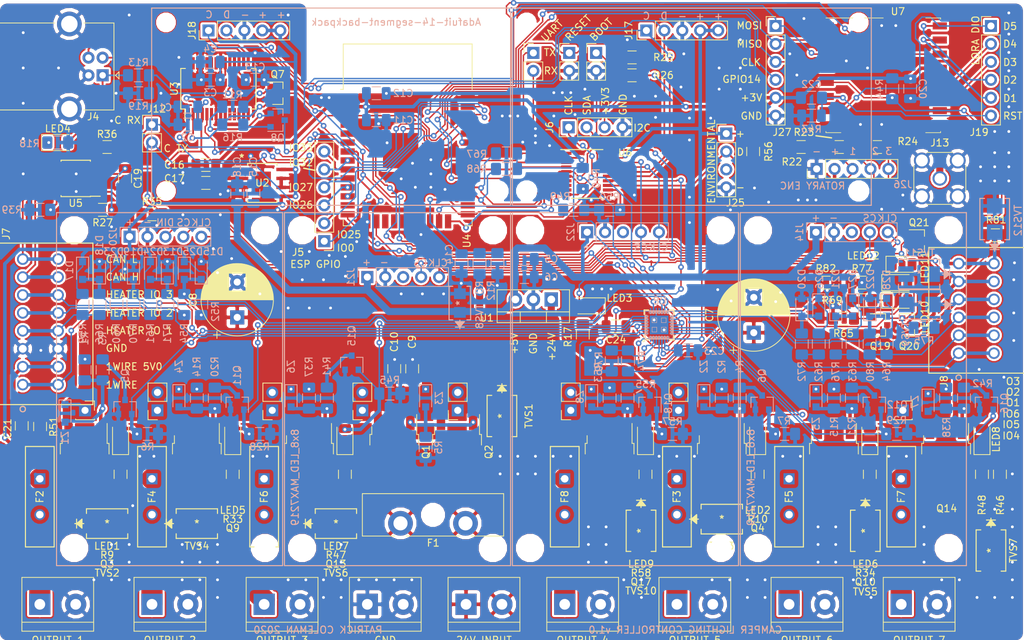
<source format=kicad_pcb>
(kicad_pcb (version 20171130) (host pcbnew 5.0.2+dfsg1-1)
  (layers (0 F.Cu signal hide) (31 B.Cu signal) (34 B.Paste user) (35 F.Paste user hide) (36 B.SilkS user) (37 F.SilkS user hide) (38 B.Mask user hide) (39 F.Mask user hide) (44 Edge.Cuts user hide))
  (net 0 "")
  (net 1 GND)
  (net 2 +24V)
  (net 3 "Net-(F5-Pad2)")
  (net 4 "Net-(F3-Pad2)")
  (net 5 "Net-(F4-Pad2)")
  (net 6 "Net-(F6-Pad2)")
  (net 7 "Net-(F7-Pad2)")
  (net 8 "Net-(F8-Pad2)")
  (net 9 "Net-(F2-Pad2)")
  (net 10 +5V)
  (net 11 "Net-(F1-Pad1)")
  (net 12 +3V3)
  (net 13 "Net-(Q14-Pad1)")
  (net 14 "Net-(Q16-Pad3)")
  (net 15 "Net-(Q5-Pad3)")
  (net 16 "Net-(Q3-Pad1)")
  (net 17 LORA_RST)
  (net 18 LORA_CS)
  (net 19 MOSFET_3)
  (net 20 "Net-(R50-Pad1)")
  (net 21 "Net-(R49-Pad1)")
  (net 22 "Net-(LED8-Pad1)")
  (net 23 "Net-(LED7-Pad1)")
  (net 24 "Net-(LED5-Pad1)")
  (net 25 MOSFET_7)
  (net 26 "Net-(LED6-Pad1)")
  (net 27 "Net-(Q4-Pad1)")
  (net 28 "Net-(Q13-Pad1)")
  (net 29 "Net-(Q15-Pad3)")
  (net 30 "Net-(R40-Pad2)")
  (net 31 1WIRE)
  (net 32 "Net-(R27-Pad2)")
  (net 33 CAN_TXD)
  (net 34 CAN_RXD)
  (net 35 "Net-(R36-Pad1)")
  (net 36 "Net-(Q17-Pad1)")
  (net 37 "Net-(R39-Pad1)")
  (net 38 "Net-(LED9-Pad1)")
  (net 39 MOSFET_4)
  (net 40 HUM_D)
  (net 41 "Net-(Q18-Pad3)")
  (net 42 "Net-(LED3-Pad1)")
  (net 43 "Net-(Q1-Pad1)")
  (net 44 MOSFET_2)
  (net 45 MOSFET_6)
  (net 46 SW1)
  (net 47 SW3)
  (net 48 MOSFET_1)
  (net 49 "Net-(Q9-Pad1)")
  (net 50 GPIO0)
  (net 51 ESP32_EN)
  (net 52 SW2)
  (net 53 "Net-(Q10-Pad1)")
  (net 54 "Net-(Q12-Pad3)")
  (net 55 "Net-(Q11-Pad3)")
  (net 56 "Net-(LED4-Pad1)")
  (net 57 "Net-(Q6-Pad3)")
  (net 58 MOSFET_5)
  (net 59 "Net-(C14-Pad1)")
  (net 60 "Net-(LED1-Pad1)")
  (net 61 "Net-(LED2-Pad1)")
  (net 62 "Net-(Q7-Pad1)")
  (net 63 "Net-(Q8-Pad2)")
  (net 64 "Net-(J4-Pad1)")
  (net 65 "Net-(R13-Pad1)")
  (net 66 "Net-(Q7-Pad2)")
  (net 67 "Net-(Q8-Pad1)")
  (net 68 SPI_MISO)
  (net 69 SPI_MOSI)
  (net 70 SPI_CLK)
  (net 71 "Net-(J19-Pad1)")
  (net 72 "Net-(J13-Pad1)")
  (net 73 "Net-(J19-Pad3)")
  (net 74 "Net-(J19-Pad2)")
  (net 75 LORA_IRQ)
  (net 76 "Net-(J19-Pad5)")
  (net 77 "Net-(J19-Pad4)")
  (net 78 "Net-(U4-Pad17)")
  (net 79 "Net-(U4-Pad18)")
  (net 80 "Net-(U4-Pad19)")
  (net 81 "Net-(U4-Pad20)")
  (net 82 "Net-(U4-Pad21)")
  (net 83 "Net-(U4-Pad22)")
  (net 84 U1WIRE)
  (net 85 UHUM_D)
  (net 86 ULED_CS)
  (net 87 "Net-(U4-Pad32)")
  (net 88 U0RXD)
  (net 89 U0TXD)
  (net 90 "Net-(F1-Pad2)")
  (net 91 NUM_CLK)
  (net 92 NUM_SDA)
  (net 93 LED_CLK)
  (net 94 LED_CS)
  (net 95 LED_DIN)
  (net 96 "Net-(U3-Pad6)")
  (net 97 "Net-(U3-Pad9)")
  (net 98 "Net-(U3-Pad10)")
  (net 99 "Net-(U3-Pad11)")
  (net 100 "Net-(U3-Pad12)")
  (net 101 "Net-(U3-Pad13)")
  (net 102 "Net-(U3-Pad14)")
  (net 103 "Net-(J4-Pad3)")
  (net 104 "Net-(J4-Pad2)")
  (net 105 "Net-(C13-Pad2)")
  (net 106 "Net-(U3-Pad22)")
  (net 107 "Net-(U3-Pad23)")
  (net 108 "Net-(U3-Pad27)")
  (net 109 "Net-(U3-Pad28)")
  (net 110 "Net-(U5-Pad5)")
  (net 111 "Net-(J14-Pad3)")
  (net 112 "Net-(J25-Pad3)")
  (net 113 "Net-(J21-Pad3)")
  (net 114 "Net-(J22-Pad3)")
  (net 115 "Net-(J7-Pad1)")
  (net 116 "Net-(C21-Pad2)")
  (net 117 IO1)
  (net 118 IO2)
  (net 119 IO3)
  (net 120 "Net-(J7-Pad13)")
  (net 121 "Net-(J7-Pad15)")
  (net 122 IO4)
  (net 123 IO5)
  (net 124 IO6)
  (net 125 SPARE_OUT_1)
  (net 126 SPARE_OUT_2)
  (net 127 SPARE_OUT_3)
  (net 128 "Net-(D18-Pad2)")
  (net 129 "Net-(LED12-Pad1)")
  (net 130 "Net-(LED12-Pad2)")
  (net 131 "Net-(R74-Pad1)")
  (net 132 "Net-(LED11-Pad1)")
  (net 133 "Net-(D21-Pad2)")
  (net 134 "Net-(LED11-Pad2)")
  (net 135 "Net-(D20-Pad2)")
  (net 136 "Net-(D19-Pad2)")
  (net 137 "Net-(LED10-Pad2)")
  (net 138 "Net-(D17-Pad2)")
  (net 139 I2C_SDA)
  (net 140 "Net-(LED10-Pad1)")
  (net 141 I2C_CLK)
  (net 142 "Net-(D22-Pad2)")
  (net 143 "Net-(J5-Pad5)")
  (net 144 "Net-(J5-Pad6)")
  (net 145 "Net-(J5-Pad2)")
  (net 146 "Net-(J5-Pad3)")
  (net 147 "Net-(J5-Pad4)")
  (net 148 GPIO14)
  (net 149 IO_XPDR_INT)
  (net 150 "Net-(U8-Pad11)")
  (net 151 "Net-(F2-Pad1)")
  (net 152 "Net-(F3-Pad1)")
  (net 153 "Net-(F4-Pad1)")
  (net 154 "Net-(F8-Pad1)")
  (net 155 "Net-(F5-Pad1)")
  (net 156 "Net-(F7-Pad1)")
  (net 157 "Net-(F6-Pad1)")
  (module van-custom-footprints:8x8_LED_module (layer B.Cu) (at 88.218 110.49)
    (fp_text reference REF** hide)
    (fp_text value 8x8_LED_MAX7219 hide)
    (pad "" np_thru_hole circle (at -13.5 22.5) (size 3 3) (drill 3) (layers *.Cu *.Paste *.Mask) (clearance 0.5))
    (pad "" np_thru_hole circle (at 13.5 22.5) (size 3 3) (drill 3) (layers *.Cu *.Paste *.Mask) (clearance 0.5))
    (pad "" np_thru_hole circle (at 13.5 -22.5) (size 3 3) (drill 3) (layers *.Cu *.Paste *.Mask) (clearance 0.5))
    (pad "" np_thru_hole circle (at -13.5 -22.5) (size 3 3) (drill 3) (layers *.Cu *.Mask) (clearance 0.5))
  )
  (module van-custom-footprints:8x8_LED_module (layer B.Cu) (at 184.992 110.49)
    (fp_text reference REF** hide)
    (fp_text value 8x8_LED_MAX7219 (at -14.5 12.5 -90) (layer B.SilkS) (effects (justify mirror)))
    (pad "" np_thru_hole circle (at -13.5 22.5) (size 3 3) (drill 3) (layers *.Cu *.Paste *.Mask) (clearance 0.5))
    (pad "" np_thru_hole circle (at 13.5 22.5) (size 3 3) (drill 3) (layers *.Cu *.Paste *.Mask) (clearance 0.5))
    (pad "" np_thru_hole circle (at 13.5 -22.5) (size 3 3) (drill 3) (layers *.Cu *.Paste *.Mask) (clearance 0.5))
    (pad "" np_thru_hole circle (at -13.5 -22.5) (size 3 3) (drill 3) (layers *.Cu *.Mask) (clearance 0.5))
  )
  (module van-custom-footprints:8x8_LED_module (layer B.Cu) (at 152.734 110.49)
    (fp_text reference REF** hide)
    (fp_text value 8x8_LED_MAX7219 hide)
    (pad "" np_thru_hole circle (at -13.5 22.5) (size 3 3) (drill 3) (layers *.Cu *.Paste *.Mask) (clearance 0.5))
    (pad "" np_thru_hole circle (at 13.5 22.5) (size 3 3) (drill 3) (layers *.Cu *.Paste *.Mask) (clearance 0.5))
    (pad "" np_thru_hole circle (at 13.5 -22.5) (size 3 3) (drill 3) (layers *.Cu *.Paste *.Mask) (clearance 0.5))
    (pad "" np_thru_hole circle (at -13.5 -22.5) (size 3 3) (drill 3) (layers *.Cu *.Mask) (clearance 0.5))
  )
  (module van-custom-footprints:8x8_LED_module (layer B.Cu) (at 120.476 110.49)
    (fp_text reference REF** hide)
    (fp_text value 8x8_LED_MAX7219 (at -14.5 12.5 -90) (layer B.SilkS) (effects (justify mirror)))
    (pad "" np_thru_hole circle (at -13.5 22.5) (size 3 3) (drill 3) (layers *.Cu *.Paste *.Mask) (clearance 0.5))
    (pad "" np_thru_hole circle (at 13.5 22.5) (size 3 3) (drill 3) (layers *.Cu *.Paste *.Mask) (clearance 0.5))
    (pad "" np_thru_hole circle (at 13.5 -22.5) (size 3 3) (drill 3) (layers *.Cu *.Paste *.Mask) (clearance 0.5))
    (pad "" np_thru_hole circle (at -13.5 -22.5) (size 3 3) (drill 3) (layers *.Cu *.Mask) (clearance 0.5))
  )
  (module van-custom-footprints:Adafuit-14-segment-backpack (layer B.Cu) (at 136.732 56.515)
    (fp_text reference REF** hide)
    (fp_text value Adafuit-14-segment-backpack hide)
    (pad "" np_thru_hole circle (at 49.022 25.908) (size 2 2) (drill 2) (layers *.Cu *.Paste *.Mask) (clearance 0.4))
    (pad "" np_thru_hole circle (at 2.032 25.908) (size 2 2) (drill 2) (layers *.Cu *.Paste *.Mask) (clearance 0.4))
    (pad "" np_thru_hole circle (at 2.032 2.032) (size 2 2) (drill 2) (layers *.Cu *.Paste *.Mask) (clearance 0.4))
    (pad "" np_thru_hole circle (at 49.022 2.032) (size 2 2) (drill 2) (layers *.Cu *.Paste *.Mask) (clearance 0.4))
  )
  (module van-custom-footprints:Adafuit-14-segment-backpack (layer B.Cu) (at 85.678 56.515)
    (fp_text reference REF** hide)
    (fp_text value Adafuit-14-segment-backpack (at 34.622 1.985 -180) (layer B.SilkS) (effects (justify mirror)))
    (pad "" np_thru_hole circle (at 49.022 25.908) (size 2 2) (drill 2) (layers *.Cu *.Paste *.Mask) (clearance 0.4))
    (pad "" np_thru_hole circle (at 2.032 25.908) (size 2 2) (drill 2) (layers *.Cu *.Paste *.Mask) (clearance 0.4))
    (pad "" np_thru_hole circle (at 2.032 2.032) (size 2 2) (drill 2) (layers *.Cu *.Paste *.Mask) (clearance 0.4))
    (pad "" np_thru_hole circle (at 49.022 2.032) (size 2 2) (drill 2) (layers *.Cu *.Paste *.Mask) (clearance 0.4))
  )
  (module Connector_PinSocket_2.54mm:PinSocket_1x02_P2.54mm_Vertical (layer F.Cu) (at 115.5 113.5 180)
    (fp_text reference REF** hide)
    (fp_text value PinSocket_1x02_P2.54mm_Vertical hide)
    (pad 1 thru_hole rect (at 0 0 180) (size 1.7 1.7) (drill 1) (layers *.Cu *.Mask) (net 2 +24V))
    (pad 2 thru_hole oval (at 0 2.54 180) (size 1.7 1.7) (drill 1) (layers *.Cu *.Mask) (net 2 +24V))
  )
  (module Connector_PinSocket_2.54mm:PinSocket_1x02_P2.54mm_Vertical (layer F.Cu) (at 86.5 113.5 180)
    (fp_text reference REF** hide)
    (fp_text value PinSocket_1x02_P2.54mm_Vertical hide)
    (pad 2 thru_hole oval (at 0 2.54 180) (size 1.7 1.7) (drill 1) (layers *.Cu *.Mask) (net 2 +24V))
    (pad 1 thru_hole rect (at 0 0 180) (size 1.7 1.7) (drill 1) (layers *.Cu *.Mask) (net 2 +24V))
  )
  (module Connector_PinSocket_2.54mm:PinSocket_1x02_P2.54mm_Vertical (layer F.Cu) (at 145 113.5 180)
    (fp_text reference REF** hide)
    (fp_text value PinSocket_1x02_P2.54mm_Vertical hide)
    (pad 1 thru_hole rect (at 0 0 180) (size 1.7 1.7) (drill 1) (layers *.Cu *.Mask) (net 2 +24V))
    (pad 2 thru_hole oval (at 0 2.54 180) (size 1.7 1.7) (drill 1) (layers *.Cu *.Mask) (net 2 +24V))
  )
  (module Connector_PinSocket_2.54mm:PinSocket_1x01_P2.54mm_Vertical (layer F.Cu) (at 192 113.5)
    (fp_text reference REF** hide)
    (fp_text value PinSocket_1x01_P2.54mm_Vertical hide)
    (pad 1 thru_hole rect (at 0 0) (size 1.7 1.7) (drill 1) (layers *.Cu *.Mask) (net 2 +24V))
  )
  (module Connector_PinSocket_2.54mm:PinSocket_1x02_P2.54mm_Vertical (layer F.Cu) (at 102.75 113.5 180)
    (fp_text reference REF** hide)
    (fp_text value PinSocket_1x02_P2.54mm_Vertical hide)
    (pad 1 thru_hole rect (at 0 0 180) (size 1.7 1.7) (drill 1) (layers *.Cu *.Mask) (net 2 +24V))
    (pad 2 thru_hole oval (at 0 2.54 180) (size 1.7 1.7) (drill 1) (layers *.Cu *.Mask) (net 2 +24V))
  )
  (module Connector_PinSocket_2.54mm:PinSocket_1x02_P2.54mm_Vertical (layer F.Cu) (at 160.25 113.5 180)
    (fp_text reference REF** hide)
    (fp_text value PinSocket_1x02_P2.54mm_Vertical hide)
    (pad 1 thru_hole rect (at 0 0 180) (size 1.7 1.7) (drill 1) (layers *.Cu *.Mask) (net 2 +24V))
    (pad 2 thru_hole oval (at 0 2.54 180) (size 1.7 1.7) (drill 1) (layers *.Cu *.Mask) (net 2 +24V))
  )
  (module Capacitor_SMD:C_1206_3216Metric (layer F.Cu) (at 151.4 101.6)
    (fp_text reference C24 (at 0 1.9) (layer F.SilkS))
    (fp_text value 22uF)
    (pad 1 smd roundrect (at -1.4 0) (size 1.25 1.75) (layers F.Cu F.Paste F.Mask) (roundrect_rratio 0.2) (net 1 GND))
    (pad 2 smd roundrect (at 1.4 0) (size 1.25 1.75) (layers F.Cu F.Paste F.Mask) (roundrect_rratio 0.2) (net 12 +3V3))
  )
  (module Capacitor_SMD:C_1206_3216Metric (layer B.Cu) (at 161.605001 105 180)
    (fp_text reference C23 (at -3.694999 -0.1 180) (layer B.SilkS) (effects (justify mirror)))
    (fp_text value 22uF)
    (pad 1 smd roundrect (at -1.4 0 180) (size 1.25 1.75) (layers B.Cu B.Paste B.Mask) (roundrect_rratio 0.2) (net 1 GND))
    (pad 2 smd roundrect (at 1.4 0 180) (size 1.25 1.75) (layers B.Cu B.Paste B.Mask) (roundrect_rratio 0.2) (net 12 +3V3))
  )
  (module QFN-28 (layer B.Cu) (at 157.5 101.4)
    (fp_text reference U8 (at 0.1 -3.4) (layer B.SilkS) (effects (justify mirror)))
    (fp_text value SX1509 hide)
    (pad 1 smd rect (at -1.97358 1.19888) (size 0.84836 0.19812) (layers B.Cu B.Paste B.Mask) (net 138 "Net-(D17-Pad2)"))
    (pad 2 smd rect (at -1.97358 0.79756) (size 0.84836 0.19812) (layers B.Cu B.Paste B.Mask) (net 128 "Net-(D18-Pad2)"))
    (pad 3 smd rect (at -1.97358 0.39878) (size 0.84836 0.19812) (layers B.Cu B.Paste B.Mask) (net 1 GND))
    (pad 4 smd rect (at -1.97358 0) (size 0.84836 0.19812) (layers B.Cu B.Paste B.Mask) (net 12 +3V3))
    (pad 5 smd rect (at -1.97358 -0.39878) (size 0.84836 0.19812) (layers B.Cu B.Paste B.Mask) (net 48 MOSFET_1))
    (pad 6 smd rect (at -1.97358 -0.79756) (size 0.84836 0.19812) (layers B.Cu B.Paste B.Mask) (net 44 MOSFET_2))
    (pad 7 smd rect (at -1.97358 -1.19888) (size 0.84836 0.19812) (layers B.Cu B.Paste B.Mask) (net 19 MOSFET_3))
    (pad 8 smd rect (at -1.19888 -1.97358 270) (size 0.84836 0.19812) (layers B.Cu B.Paste B.Mask) (net 39 MOSFET_4))
    (pad 9 smd rect (at -0.79756 -1.97358 270) (size 0.84836 0.19812) (layers B.Cu B.Paste B.Mask) (net 149 IO_XPDR_INT))
    (pad 10 smd rect (at -0.39878 -1.97358 270) (size 0.84836 0.19812) (layers B.Cu B.Paste B.Mask) (net 1 GND))
    (pad 11 smd rect (at 0 -1.97358 270) (size 0.84836 0.19812) (layers B.Cu B.Paste B.Mask) (net 150 "Net-(U8-Pad11)"))
    (pad 12 smd rect (at 0.39878 -1.97358 270) (size 0.84836 0.19812) (layers B.Cu B.Paste B.Mask) (net 12 +3V3))
    (pad 13 smd rect (at 0.79756 -1.97358 270) (size 0.84836 0.19812) (layers B.Cu B.Paste B.Mask) (net 136 "Net-(D19-Pad2)"))
    (pad 14 smd rect (at 1.19888 -1.97358 270) (size 0.84836 0.19812) (layers B.Cu B.Paste B.Mask) (net 135 "Net-(D20-Pad2)"))
    (pad 15 smd rect (at 1.97358 -1.19888 180) (size 0.84836 0.19812) (layers B.Cu B.Paste B.Mask) (net 133 "Net-(D21-Pad2)"))
    (pad 16 smd rect (at 1.97358 -0.79756 180) (size 0.84836 0.19812) (layers B.Cu B.Paste B.Mask) (net 142 "Net-(D22-Pad2)"))
    (pad 17 smd rect (at 1.97358 -0.39878 180) (size 0.84836 0.19812) (layers B.Cu B.Paste B.Mask) (net 1 GND))
    (pad 18 smd rect (at 1.97358 0 180) (size 0.84836 0.19812) (layers B.Cu B.Paste B.Mask) (net 12 +3V3))
    (pad 19 smd rect (at 1.97358 0.39878 180) (size 0.84836 0.19812) (layers B.Cu B.Paste B.Mask) (net 58 MOSFET_5))
    (pad 20 smd rect (at 1.97358 0.79756 180) (size 0.84836 0.19812) (layers B.Cu B.Paste B.Mask) (net 45 MOSFET_6))
    (pad 21 smd rect (at 1.97358 1.19888 180) (size 0.84836 0.19812) (layers B.Cu B.Paste B.Mask) (net 25 MOSFET_7))
    (pad 22 smd rect (at 1.19888 1.97358 90) (size 0.84836 0.19812) (layers B.Cu B.Paste B.Mask) (net 130 "Net-(LED12-Pad2)"))
    (pad 23 smd rect (at 0.79756 1.97358 90) (size 0.84836 0.19812) (layers B.Cu B.Paste B.Mask) (net 12 +3V3))
    (pad 24 smd rect (at 0.39878 1.97358 90) (size 0.84836 0.19812) (layers B.Cu B.Paste B.Mask) (net 139 I2C_SDA))
    (pad 25 smd rect (at 0 1.97358 90) (size 0.84836 0.19812) (layers B.Cu B.Paste B.Mask) (net 141 I2C_CLK))
    (pad 26 smd rect (at -0.39878 1.97358 90) (size 0.84836 0.19812) (layers B.Cu B.Paste B.Mask) (net 131 "Net-(R74-Pad1)"))
    (pad 27 smd rect (at -0.79756 1.97358 90) (size 0.84836 0.19812) (layers B.Cu B.Paste B.Mask) (net 137 "Net-(LED10-Pad2)"))
    (pad 28 smd rect (at -1.19888 1.97358 90) (size 0.84836 0.19812) (layers B.Cu B.Paste B.Mask) (net 134 "Net-(LED11-Pad2)"))
    (pad 29 smd rect (at 0 0) (size 2.64922 2.64922) (layers B.Cu B.Paste B.Mask) (net 1 GND))
  )
  (module Connector_PinHeader_2.54mm:PinHeader_1x04_P2.54mm_Vertical (layer F.Cu) (at 144.7 73.4 90)
    (fp_text reference J6 (at 0 -2.7 90) (layer F.SilkS))
    (fp_text value I2C)
    (pad 1 thru_hole rect (at 0 0 90) (size 1.7 1.7) (drill 1) (layers *.Cu *.Mask) (net 141 I2C_CLK))
    (pad 2 thru_hole oval (at 0 2.54 90) (size 1.7 1.7) (drill 1) (layers *.Cu *.Mask) (net 139 I2C_SDA))
    (pad 3 thru_hole oval (at 0 5.08 90) (size 1.7 1.7) (drill 1) (layers *.Cu *.Mask) (net 12 +3V3))
    (pad 4 thru_hole oval (at 0 7.62 90) (size 1.7 1.7) (drill 1) (layers *.Cu *.Mask) (net 1 GND))
  )
  (module Connector_PinHeader_2.54mm:PinHeader_1x06_P2.54mm_Vertical (layer F.Cu) (at 110.109 89.535 180)
    (fp_text reference J5 (at 3.709 -1.565 180) (layer F.SilkS))
    (fp_text value "ESP GPIO")
    (pad 1 thru_hole rect (at 0 0 180) (size 1.7 1.7) (drill 1) (layers *.Cu *.Mask) (net 50 GPIO0))
    (pad 2 thru_hole oval (at 0 2.54 180) (size 1.7 1.7) (drill 1) (layers *.Cu *.Mask) (net 145 "Net-(J5-Pad2)"))
    (pad 3 thru_hole oval (at 0 5.08 180) (size 1.7 1.7) (drill 1) (layers *.Cu *.Mask) (net 146 "Net-(J5-Pad3)"))
    (pad 4 thru_hole oval (at 0 7.62 180) (size 1.7 1.7) (drill 1) (layers *.Cu *.Mask) (net 147 "Net-(J5-Pad4)"))
    (pad 5 thru_hole oval (at 0 10.16 180) (size 1.7 1.7) (drill 1) (layers *.Cu *.Mask) (net 143 "Net-(J5-Pad5)"))
    (pad 6 thru_hole oval (at 0 12.7 180) (size 1.7 1.7) (drill 1) (layers *.Cu *.Mask) (net 144 "Net-(J5-Pad6)"))
  )
  (module Diode_SMD:D_SOD-323_HandSoldering (layer B.Cu) (at 85.5 93.7 270)
    (fp_text reference D19 (at -2.7 2.4) (layer B.SilkS) (effects (justify mirror)))
    (fp_text value D_Schottky)
    (pad 2 smd rect (at 1.25 0 270) (size 1 1) (layers B.Cu B.Paste B.Mask) (net 136 "Net-(D19-Pad2)"))
    (pad 1 smd rect (at -1.25 0 270) (size 1 1) (layers B.Cu B.Paste B.Mask) (net 10 +5V))
  )
  (module Diode_SMD:D_SOD-323_HandSoldering (layer B.Cu) (at 180.1 98.9 270)
    (fp_text reference D20 (at -4 2.4 270) (layer B.SilkS) (effects (justify mirror)))
    (fp_text value D_Schottky)
    (pad 1 smd rect (at -1.25 0 270) (size 1 1) (layers B.Cu B.Paste B.Mask) (net 10 +5V))
    (pad 2 smd rect (at 1.25 0 270) (size 1 1) (layers B.Cu B.Paste B.Mask) (net 135 "Net-(D20-Pad2)"))
  )
  (module Diode_SMD:D_SOD-323_HandSoldering (layer B.Cu) (at 184.9 98.9 270)
    (fp_text reference D21 (at -4 2.4 270) (layer B.SilkS) (effects (justify mirror)))
    (fp_text value D_Schottky)
    (pad 2 smd rect (at 1.25 0 270) (size 1 1) (layers B.Cu B.Paste B.Mask) (net 133 "Net-(D21-Pad2)"))
    (pad 1 smd rect (at -1.25 0 270) (size 1 1) (layers B.Cu B.Paste B.Mask) (net 10 +5V))
  )
  (module Diode_SMD:D_SOD-323_HandSoldering (layer B.Cu) (at 189.7 98.9 270)
    (fp_text reference D22 (at -4 2.3 270) (layer B.SilkS) (effects (justify mirror)))
    (fp_text value D_Schottky)
    (pad 1 smd rect (at -1.25 0 270) (size 1 1) (layers B.Cu B.Paste B.Mask) (net 10 +5V))
    (pad 2 smd rect (at 1.25 0 270) (size 1 1) (layers B.Cu B.Paste B.Mask) (net 142 "Net-(D22-Pad2)"))
  )
  (module Diode_SMD:D_SOD-323_HandSoldering (layer B.Cu) (at 78.3 93.7 90)
    (fp_text reference D23 (at 2.7 2 180) (layer B.SilkS) (effects (justify mirror)))
    (fp_text value D_Schottky)
    (pad 2 smd rect (at 1.25 0 90) (size 1 1) (layers B.Cu B.Paste B.Mask) (net 1 GND))
    (pad 1 smd rect (at -1.25 0 90) (size 1 1) (layers B.Cu B.Paste B.Mask) (net 138 "Net-(D17-Pad2)"))
  )
  (module Diode_SMD:D_SOD-323_HandSoldering (layer B.Cu) (at 83.1 93.7 90)
    (fp_text reference D24 (at 2.7 2.8 180) (layer B.SilkS) (effects (justify mirror)))
    (fp_text value D_Schottky)
    (pad 1 smd rect (at -1.25 0 90) (size 1 1) (layers B.Cu B.Paste B.Mask) (net 128 "Net-(D18-Pad2)"))
    (pad 2 smd rect (at 1.25 0 90) (size 1 1) (layers B.Cu B.Paste B.Mask) (net 1 GND))
  )
  (module Diode_SMD:D_SOD-323_HandSoldering (layer B.Cu) (at 87.9 93.7 90)
    (fp_text reference D25 (at 2.7 3.6 180) (layer B.SilkS) (effects (justify mirror)))
    (fp_text value D_Schottky)
    (pad 2 smd rect (at 1.25 0 90) (size 1 1) (layers B.Cu B.Paste B.Mask) (net 1 GND))
    (pad 1 smd rect (at -1.25 0 90) (size 1 1) (layers B.Cu B.Paste B.Mask) (net 136 "Net-(D19-Pad2)"))
  )
  (module Diode_SMD:D_SOD-323_HandSoldering (layer B.Cu) (at 80.7 93.7 270)
    (fp_text reference D18 (at -3.6 2.4 270) (layer B.SilkS) (effects (justify mirror)))
    (fp_text value D_Schottky)
    (pad 1 smd rect (at -1.25 0 270) (size 1 1) (layers B.Cu B.Paste B.Mask) (net 10 +5V))
    (pad 2 smd rect (at 1.25 0 270) (size 1 1) (layers B.Cu B.Paste B.Mask) (net 128 "Net-(D18-Pad2)"))
  )
  (module Diode_SMD:D_SOD-323_HandSoldering (layer B.Cu) (at 177.7 98.9 90)
    (fp_text reference D26 (at 4 2.5 90) (layer B.SilkS) (effects (justify mirror)))
    (fp_text value D_Schottky)
    (pad 2 smd rect (at 1.25 0 90) (size 1 1) (layers B.Cu B.Paste B.Mask) (net 1 GND))
    (pad 1 smd rect (at -1.25 0 90) (size 1 1) (layers B.Cu B.Paste B.Mask) (net 135 "Net-(D20-Pad2)"))
  )
  (module Diode_SMD:D_SOD-323_HandSoldering (layer B.Cu) (at 75.9 93.7 270)
    (fp_text reference D17 (at 0 1.85 270) (layer B.SilkS) (effects (justify mirror)))
    (fp_text value D_Schottky)
    (pad 1 smd rect (at -1.25 0 270) (size 1 1) (layers B.Cu B.Paste B.Mask) (net 10 +5V))
    (pad 2 smd rect (at 1.25 0 270) (size 1 1) (layers B.Cu B.Paste B.Mask) (net 138 "Net-(D17-Pad2)"))
  )
  (module Diode_SMD:D_SOD-323_HandSoldering (layer B.Cu) (at 187.3 98.9 90)
    (fp_text reference D28 (at 3.9 2.4 90) (layer B.SilkS) (effects (justify mirror)))
    (fp_text value D_Schottky)
    (pad 2 smd rect (at 1.25 0 90) (size 1 1) (layers B.Cu B.Paste B.Mask) (net 1 GND))
    (pad 1 smd rect (at -1.25 0 90) (size 1 1) (layers B.Cu B.Paste B.Mask) (net 142 "Net-(D22-Pad2)"))
  )
  (module Diode_SMD:D_SOD-323_HandSoldering (layer B.Cu) (at 182.5 98.9 90)
    (fp_text reference D27 (at 4 2.4 90) (layer B.SilkS) (effects (justify mirror)))
    (fp_text value D_Schottky)
    (pad 1 smd rect (at -1.25 0 90) (size 1 1) (layers B.Cu B.Paste B.Mask) (net 133 "Net-(D21-Pad2)"))
    (pad 2 smd rect (at 1.25 0 90) (size 1 1) (layers B.Cu B.Paste B.Mask) (net 1 GND))
  )
  (module LED_SMD:LED_1206_3216Metric (layer F.Cu) (at 191.3 95.4)
    (fp_text reference LED11 (at 3.8 -2.1 90) (layer F.SilkS))
    (fp_text value LED)
    (pad 1 smd roundrect (at -1.4 0) (size 1.25 1.75) (layers F.Cu F.Paste F.Mask) (roundrect_rratio 0.2) (net 132 "Net-(LED11-Pad1)"))
    (pad 2 smd roundrect (at 1.4 0) (size 1.25 1.75) (layers F.Cu F.Paste F.Mask) (roundrect_rratio 0.2) (net 134 "Net-(LED11-Pad2)"))
  )
  (module LED_SMD:LED_1206_3216Metric (layer F.Cu) (at 191.3 97.9)
    (fp_text reference LED10 (at 3.8 2.4 90) (layer F.SilkS))
    (fp_text value LED)
    (pad 2 smd roundrect (at 1.4 0) (size 1.25 1.75) (layers F.Cu F.Paste F.Mask) (roundrect_rratio 0.2) (net 137 "Net-(LED10-Pad2)"))
    (pad 1 smd roundrect (at -1.4 0) (size 1.25 1.75) (layers F.Cu F.Paste F.Mask) (roundrect_rratio 0.2) (net 140 "Net-(LED10-Pad1)"))
  )
  (module LED_SMD:LED_1206_3216Metric (layer F.Cu) (at 191.9 92.8)
    (fp_text reference LED12 (at -5.5 -1.2) (layer F.SilkS))
    (fp_text value LED)
    (pad 1 smd roundrect (at -1.4 0) (size 1.25 1.75) (layers F.Cu F.Paste F.Mask) (roundrect_rratio 0.2) (net 129 "Net-(LED12-Pad1)"))
    (pad 2 smd roundrect (at 1.4 0) (size 1.25 1.75) (layers F.Cu F.Paste F.Mask) (roundrect_rratio 0.2) (net 130 "Net-(LED12-Pad2)"))
  )
  (module Package_TO_SOT_SMD:SOT-23 (layer F.Cu) (at 194.3 89.5)
    (fp_text reference Q21 (at 0 -2.6) (layer F.SilkS))
    (fp_text value BSS138)
    (pad 1 smd rect (at -1 -0.95) (size 0.9 0.8) (layers F.Cu F.Paste F.Mask) (net 130 "Net-(LED12-Pad2)"))
    (pad 2 smd rect (at -1 0.95) (size 0.9 0.8) (layers F.Cu F.Paste F.Mask) (net 1 GND))
    (pad 3 smd rect (at 1 0) (size 0.9 0.8) (layers F.Cu F.Paste F.Mask) (net 127 SPARE_OUT_3))
  )
  (module Package_TO_SOT_SMD:SOT-23 (layer F.Cu) (at 192.9 101.4)
    (fp_text reference Q20 (at 0 3) (layer F.SilkS))
    (fp_text value BSS138)
    (pad 3 smd rect (at 1 0) (size 0.9 0.8) (layers F.Cu F.Paste F.Mask) (net 126 SPARE_OUT_2))
    (pad 2 smd rect (at -1 0.95) (size 0.9 0.8) (layers F.Cu F.Paste F.Mask) (net 1 GND))
    (pad 1 smd rect (at -1 -0.95) (size 0.9 0.8) (layers F.Cu F.Paste F.Mask) (net 134 "Net-(LED11-Pad2)"))
  )
  (module Package_TO_SOT_SMD:SOT-23 (layer F.Cu) (at 188.8 101.4)
    (fp_text reference Q19 (at 0 3) (layer F.SilkS))
    (fp_text value BSS138)
    (pad 1 smd rect (at -1 -0.95) (size 0.9 0.8) (layers F.Cu F.Paste F.Mask) (net 137 "Net-(LED10-Pad2)"))
    (pad 2 smd rect (at -1 0.95) (size 0.9 0.8) (layers F.Cu F.Paste F.Mask) (net 1 GND))
    (pad 3 smd rect (at 1 0) (size 0.9 0.8) (layers F.Cu F.Paste F.Mask) (net 125 SPARE_OUT_1))
  )
  (module Resistor_SMD:R_1206_3216Metric_Pad1.42x1.75mm_HandSolder (layer B.Cu) (at 187.3 104.1 90)
    (fp_text reference R80 (at -3.9 0.1 90) (layer B.SilkS) (effects (justify mirror)))
    (fp_text value 100)
    (pad 2 smd roundrect (at 1.4875 0 90) (size 1.425 1.75) (layers B.Cu B.Paste B.Mask) (roundrect_rratio 0.175439) (net 142 "Net-(D22-Pad2)"))
    (pad 1 smd roundrect (at -1.4875 0 90) (size 1.425 1.75) (layers B.Cu B.Paste B.Mask) (roundrect_rratio 0.175439) (net 124 IO6))
  )
  (module Resistor_SMD:R_1206_3216Metric_Pad1.42x1.75mm_HandSolder (layer B.Cu) (at 135.9 79.3)
    (fp_text reference R68 (at -4.2 0) (layer B.SilkS) (effects (justify mirror)))
    (fp_text value 10k)
    (pad 1 smd roundrect (at -1.4875 0) (size 1.425 1.75) (layers B.Cu B.Paste B.Mask) (roundrect_rratio 0.175439) (net 141 I2C_CLK))
    (pad 2 smd roundrect (at 1.4875 0) (size 1.425 1.75) (layers B.Cu B.Paste B.Mask) (roundrect_rratio 0.175439) (net 12 +3V3))
  )
  (module Resistor_SMD:R_1206_3216Metric_Pad1.42x1.75mm_HandSolder (layer B.Cu) (at 80.7 98.5 90)
    (fp_text reference R60 (at -4.1 0 90) (layer B.SilkS) (effects (justify mirror)))
    (fp_text value OPT)
    (pad 2 smd roundrect (at 1.4875 0 90) (size 1.425 1.75) (layers B.Cu B.Paste B.Mask) (roundrect_rratio 0.175439) (net 10 +5V))
    (pad 1 smd roundrect (at -1.4875 0 90) (size 1.425 1.75) (layers B.Cu B.Paste B.Mask) (roundrect_rratio 0.175439) (net 118 IO2))
  )
  (module Resistor_SMD:R_1206_3216Metric_Pad1.42x1.75mm_HandSolder (layer B.Cu) (at 85.5 98.5 90)
    (fp_text reference R61 (at -4.1 0 90) (layer B.SilkS) (effects (justify mirror)))
    (fp_text value OPT)
    (pad 1 smd roundrect (at -1.4875 0 90) (size 1.425 1.75) (layers B.Cu B.Paste B.Mask) (roundrect_rratio 0.175439) (net 119 IO3))
    (pad 2 smd roundrect (at 1.4875 0 90) (size 1.425 1.75) (layers B.Cu B.Paste B.Mask) (roundrect_rratio 0.175439) (net 10 +5V))
  )
  (module Resistor_SMD:R_1206_3216Metric_Pad1.42x1.75mm_HandSolder (layer B.Cu) (at 180.1 104.1 90)
    (fp_text reference R62 (at -3.9 0 90) (layer B.SilkS) (effects (justify mirror)))
    (fp_text value OPT)
    (pad 2 smd roundrect (at 1.4875 0 90) (size 1.425 1.75) (layers B.Cu B.Paste B.Mask) (roundrect_rratio 0.175439) (net 10 +5V))
    (pad 1 smd roundrect (at -1.4875 0 90) (size 1.425 1.75) (layers B.Cu B.Paste B.Mask) (roundrect_rratio 0.175439) (net 122 IO4))
  )
  (module Resistor_SMD:R_1206_3216Metric_Pad1.42x1.75mm_HandSolder (layer B.Cu) (at 184.9 104.1 90)
    (fp_text reference R63 (at -3.9 0 90) (layer B.SilkS) (effects (justify mirror)))
    (fp_text value OPT)
    (pad 1 smd roundrect (at -1.4875 0 90) (size 1.425 1.75) (layers B.Cu B.Paste B.Mask) (roundrect_rratio 0.175439) (net 123 IO5))
    (pad 2 smd roundrect (at 1.4875 0 90) (size 1.425 1.75) (layers B.Cu B.Paste B.Mask) (roundrect_rratio 0.175439) (net 10 +5V))
  )
  (module Resistor_SMD:R_1206_3216Metric_Pad1.42x1.75mm_HandSolder (layer F.Cu) (at 186.2 97.9)
    (fp_text reference R69 (at -4.2 0) (layer F.SilkS))
    (fp_text value 1k)
    (pad 2 smd roundrect (at 1.4875 0) (size 1.425 1.75) (layers F.Cu F.Paste F.Mask) (roundrect_rratio 0.175439) (net 140 "Net-(LED10-Pad1)"))
    (pad 1 smd roundrect (at -1.4875 0) (size 1.425 1.75) (layers F.Cu F.Paste F.Mask) (roundrect_rratio 0.175) (net 1 GND))
  )
  (module Resistor_SMD:R_1206_3216Metric_Pad1.42x1.75mm_HandSolder (layer B.Cu) (at 135.9 77.1)
    (fp_text reference R67 (at -4.2 0.1) (layer B.SilkS) (effects (justify mirror)))
    (fp_text value 10k)
    (pad 1 smd roundrect (at -1.4875 0) (size 1.425 1.75) (layers B.Cu B.Paste B.Mask) (roundrect_rratio 0.175439) (net 139 I2C_SDA))
    (pad 2 smd roundrect (at 1.4875 0) (size 1.425 1.75) (layers B.Cu B.Paste B.Mask) (roundrect_rratio 0.175439) (net 12 +3V3))
  )
  (module Resistor_SMD:R_1206_3216Metric_Pad1.42x1.75mm_HandSolder (layer B.Cu) (at 78.3 98.5 90)
    (fp_text reference R66 (at -4.1 0 90) (layer B.SilkS) (effects (justify mirror)))
    (fp_text value 100)
    (pad 2 smd roundrect (at 1.4875 0 90) (size 1.425 1.75) (layers B.Cu B.Paste B.Mask) (roundrect_rratio 0.175439) (net 138 "Net-(D17-Pad2)"))
    (pad 1 smd roundrect (at -1.4875 0 90) (size 1.425 1.75) (layers B.Cu B.Paste B.Mask) (roundrect_rratio 0.175439) (net 117 IO1))
  )
  (module Resistor_SMD:R_1206_3216Metric_Pad1.42x1.75mm_HandSolder (layer F.Cu) (at 183.6 100.5 180)
    (fp_text reference R65 (at 0 -2.1 180) (layer F.SilkS))
    (fp_text value 10k)
    (pad 1 smd roundrect (at -1.4875 0 180) (size 1.425 1.75) (layers F.Cu F.Paste F.Mask) (roundrect_rratio 0.175439) (net 137 "Net-(LED10-Pad2)"))
    (pad 2 smd roundrect (at 1.4875 0 180) (size 1.425 1.75) (layers F.Cu F.Paste F.Mask) (roundrect_rratio 0.175439) (net 1 GND))
  )
  (module Resistor_SMD:R_1206_3216Metric_Pad1.42x1.75mm_HandSolder (layer B.Cu) (at 189.7 104.1 90)
    (fp_text reference R64 (at -3.9 0 90) (layer B.SilkS) (effects (justify mirror)))
    (fp_text value OPT)
    (pad 2 smd roundrect (at 1.4875 0 90) (size 1.425 1.75) (layers B.Cu B.Paste B.Mask) (roundrect_rratio 0.175439) (net 10 +5V))
    (pad 1 smd roundrect (at -1.4875 0 90) (size 1.425 1.75) (layers B.Cu B.Paste B.Mask) (roundrect_rratio 0.175439) (net 124 IO6))
  )
  (module Resistor_SMD:R_1206_3216Metric_Pad1.42x1.75mm_HandSolder (layer B.Cu) (at 75.9 98.5 90)
    (fp_text reference R59 (at -4.1 0 90) (layer B.SilkS) (effects (justify mirror)))
    (fp_text value OPT)
    (pad 1 smd roundrect (at -1.4875 0 90) (size 1.425 1.75) (layers B.Cu B.Paste B.Mask) (roundrect_rratio 0.175439) (net 117 IO1))
    (pad 2 smd roundrect (at 1.4875 0 90) (size 1.425 1.75) (layers B.Cu B.Paste B.Mask) (roundrect_rratio 0.175439) (net 10 +5V))
  )
  (module Resistor_SMD:R_1206_3216Metric_Pad1.42x1.75mm_HandSolder (layer B.Cu) (at 87.9 98.5 90)
    (fp_text reference R71 (at -4.1 0 90) (layer B.SilkS) (effects (justify mirror)))
    (fp_text value 100)
    (pad 2 smd roundrect (at 1.4875 0 90) (size 1.425 1.75) (layers B.Cu B.Paste B.Mask) (roundrect_rratio 0.175439) (net 136 "Net-(D19-Pad2)"))
    (pad 1 smd roundrect (at -1.4875 0 90) (size 1.425 1.75) (layers B.Cu B.Paste B.Mask) (roundrect_rratio 0.175439) (net 119 IO3))
  )
  (module Resistor_SMD:R_1206_3216Metric_Pad1.42x1.75mm_HandSolder (layer B.Cu) (at 177.7 104.1 90)
    (fp_text reference R72 (at -3.9 0 90) (layer B.SilkS) (effects (justify mirror)))
    (fp_text value 100)
    (pad 1 smd roundrect (at -1.4875 0 90) (size 1.425 1.75) (layers B.Cu B.Paste B.Mask) (roundrect_rratio 0.175439) (net 122 IO4))
    (pad 2 smd roundrect (at 1.4875 0 90) (size 1.425 1.75) (layers B.Cu B.Paste B.Mask) (roundrect_rratio 0.175439) (net 135 "Net-(D20-Pad2)"))
  )
  (module Resistor_SMD:R_1206_3216Metric_Pad1.42x1.75mm_HandSolder (layer B.Cu) (at 153.1 106.5 270)
    (fp_text reference R74 (at 0 -2 270) (layer B.SilkS) (effects (justify mirror)))
    (fp_text value OPT)
    (pad 1 smd roundrect (at -1.4875 0 270) (size 1.425 1.75) (layers B.Cu B.Paste B.Mask) (roundrect_rratio 0.175439) (net 131 "Net-(R74-Pad1)"))
    (pad 2 smd roundrect (at 1.4875 0 270) (size 1.425 1.75) (layers B.Cu B.Paste B.Mask) (roundrect_rratio 0.175439) (net 12 +3V3))
  )
  (module Resistor_SMD:R_1206_3216Metric_Pad1.42x1.75mm_HandSolder (layer B.Cu) (at 195 101.8)
    (fp_text reference R75 (at 0 1.82) (layer B.SilkS) (effects (justify mirror)))
    (fp_text value 10k)
    (pad 2 smd roundrect (at 1.4875 0) (size 1.425 1.75) (layers B.Cu B.Paste B.Mask) (roundrect_rratio 0.175439) (net 1 GND))
    (pad 1 smd roundrect (at -1.4875 0) (size 1.425 1.75) (layers B.Cu B.Paste B.Mask) (roundrect_rratio 0.175439) (net 134 "Net-(LED11-Pad2)"))
  )
  (module Resistor_SMD:R_1206_3216Metric_Pad1.42x1.75mm_HandSolder (layer B.Cu) (at 182.5 104.1 90)
    (fp_text reference R76 (at -3.9 0 90) (layer B.SilkS) (effects (justify mirror)))
    (fp_text value 100)
    (pad 1 smd roundrect (at -1.4875 0 90) (size 1.425 1.75) (layers B.Cu B.Paste B.Mask) (roundrect_rratio 0.175439) (net 123 IO5))
    (pad 2 smd roundrect (at 1.4875 0 90) (size 1.425 1.75) (layers B.Cu B.Paste B.Mask) (roundrect_rratio 0.175439) (net 133 "Net-(D21-Pad2)"))
  )
  (module Resistor_SMD:R_1206_3216Metric_Pad1.42x1.75mm_HandSolder (layer F.Cu) (at 186.2 95.4)
    (fp_text reference R77 (at 0 -2) (layer F.SilkS))
    (fp_text value 1k)
    (pad 2 smd roundrect (at 1.4875 0) (size 1.425 1.75) (layers F.Cu F.Paste F.Mask) (roundrect_rratio 0.175439) (net 132 "Net-(LED11-Pad1)"))
    (pad 1 smd roundrect (at -1.4875 0) (size 1.425 1.75) (layers F.Cu F.Paste F.Mask) (roundrect_rratio 0.175) (net 1 GND))
  )
  (module Resistor_SMD:R_1206_3216Metric_Pad1.42x1.75mm_HandSolder (layer B.Cu) (at 150.8 106.5 90)
    (fp_text reference R79 (at -0.1 -1.8 90) (layer B.SilkS) (effects (justify mirror)))
    (fp_text value 10k)
    (pad 2 smd roundrect (at 1.4875 0 90) (size 1.425 1.75) (layers B.Cu B.Paste B.Mask) (roundrect_rratio 0.175439) (net 131 "Net-(R74-Pad1)"))
    (pad 1 smd roundrect (at -1.4875 0 90) (size 1.425 1.75) (layers B.Cu B.Paste B.Mask) (roundrect_rratio 0.175439) (net 1 GND))
  )
  (module Resistor_SMD:R_1206_3216Metric_Pad1.42x1.75mm_HandSolder (layer F.Cu) (at 205.1 88.7)
    (fp_text reference R81 (at 0.1 -2.2 180) (layer F.SilkS))
    (fp_text value 10k)
    (pad 1 smd roundrect (at -1.4875 0) (size 1.425 1.75) (layers F.Cu F.Paste F.Mask) (roundrect_rratio 0.175439) (net 130 "Net-(LED12-Pad2)"))
    (pad 2 smd roundrect (at 1.4875 0) (size 1.425 1.75) (layers F.Cu F.Paste F.Mask) (roundrect_rratio 0.175439) (net 1 GND))
  )
  (module Resistor_SMD:R_1206_3216Metric_Pad1.42x1.75mm_HandSolder (layer F.Cu) (at 181.1 95.4)
    (fp_text reference R82 (at 0 -2) (layer F.SilkS))
    (fp_text value 1k)
    (pad 2 smd roundrect (at 1.4875 0) (size 1.425 1.75) (layers F.Cu F.Paste F.Mask) (roundrect_rratio 0.175439) (net 129 "Net-(LED12-Pad1)"))
    (pad 1 smd roundrect (at -1.4875 0) (size 1.425 1.75) (layers F.Cu F.Paste F.Mask) (roundrect_rratio 0.175439) (net 1 GND))
  )
  (module Resistor_SMD:R_1206_3216Metric_Pad1.42x1.75mm_HandSolder (layer B.Cu) (at 83.1 98.5 90)
    (fp_text reference R70 (at -4.1 0 90) (layer B.SilkS) (effects (justify mirror)))
    (fp_text value 100)
    (pad 1 smd roundrect (at -1.4875 0 90) (size 1.425 1.75) (layers B.Cu B.Paste B.Mask) (roundrect_rratio 0.175439) (net 118 IO2))
    (pad 2 smd roundrect (at 1.4875 0 90) (size 1.425 1.75) (layers B.Cu B.Paste B.Mask) (roundrect_rratio 0.175439) (net 128 "Net-(D18-Pad2)"))
  )
  (module UL5:SMBJ30A-13-F (layer B.Cu) (at 205 86.4 90)
    (fp_text reference TVS12 (at -0.2 3.3 90) (layer B.SilkS) (effects (justify mirror)))
    (fp_text value SMBJ30A-13-F hide)
    (fp_text user * (at 0 0 90) (layer B.SilkS) (effects (justify mirror)))
    (pad 1 smd rect (at -1.8572 0) (size 2.21 2.1804) (layers B.Cu B.Paste B.Mask) (net 127 SPARE_OUT_3))
    (pad 2 smd rect (at 1.8572 0) (size 2.21 2.1804) (layers B.Cu B.Paste B.Mask) (net 1 GND))
  )
  (module UL5:SMBJ30A-13-F (layer B.Cu) (at 194.3 94.2 180)
    (fp_text reference TVS11 (at 0 3 180) (layer B.SilkS) (effects (justify mirror)))
    (fp_text value SMBJ30A-13-F hide)
    (fp_text user * (at 0 0 180) (layer B.SilkS) (effects (justify mirror)))
    (pad 2 smd rect (at 1.8572 0 90) (size 2.21 2.1804) (layers B.Cu B.Paste B.Mask) (net 1 GND))
    (pad 1 smd rect (at -1.8572 0 90) (size 2.21 2.1804) (layers B.Cu B.Paste B.Mask) (net 126 SPARE_OUT_2))
  )
  (module UL5:SMBJ30A-13-F (layer B.Cu) (at 194.4 98.5 180)
    (fp_text reference TVS9 (at 2 -4.2 270) (layer B.SilkS) (effects (justify mirror)))
    (fp_text value SMBJ30A-13-F hide)
    (fp_text user * (at 0 0 180) (layer B.SilkS) (effects (justify mirror)))
    (pad 1 smd rect (at -1.8572 0 90) (size 2.21 2.1804) (layers B.Cu B.Paste B.Mask) (net 125 SPARE_OUT_1))
    (pad 2 smd rect (at 1.8572 0 90) (size 2.21 2.1804) (layers B.Cu B.Paste B.Mask) (net 1 GND))
  )
  (module wago-233:233-506 (layer F.Cu) (at 199.9 105.4 90)
    (fp_text reference J8 (at -3.99 -2.06 90) (layer F.SilkS))
    (fp_text value 233-506 hide)
    (fp_text user * (at 0 0 90) (layer F.SilkS))
    (pad 1 thru_hole circle (at 0 0 90) (size 1.6256 1.6256) (drill 1.1176) (layers *.Cu *.Mask) (net 122 IO4))
    (pad 2 thru_hole circle (at 0 5 90) (size 1.6256 1.6256) (drill 1.1176) (layers *.Cu *.Mask) (net 122 IO4))
    (pad 3 thru_hole circle (at 2.54 0 90) (size 1.6256 1.6256) (drill 1.1176) (layers *.Cu *.Mask) (net 123 IO5))
    (pad 4 thru_hole circle (at 2.54 5 90) (size 1.6256 1.6256) (drill 1.1176) (layers *.Cu *.Mask) (net 123 IO5))
    (pad 5 thru_hole circle (at 5.08 0 90) (size 1.6256 1.6256) (drill 1.1176) (layers *.Cu *.Mask) (net 124 IO6))
    (pad 6 thru_hole circle (at 5.08 5 90) (size 1.6256 1.6256) (drill 1.1176) (layers *.Cu *.Mask) (net 124 IO6))
    (pad 7 thru_hole circle (at 7.62 0 90) (size 1.6256 1.6256) (drill 1.1176) (layers *.Cu *.Mask) (net 125 SPARE_OUT_1))
    (pad 8 thru_hole circle (at 7.62 5 90) (size 1.6256 1.6256) (drill 1.1176) (layers *.Cu *.Mask) (net 125 SPARE_OUT_1))
    (pad 9 thru_hole circle (at 10.16 0 90) (size 1.6256 1.6256) (drill 1.1176) (layers *.Cu *.Mask) (net 126 SPARE_OUT_2))
    (pad 10 thru_hole circle (at 10.16 5 90) (size 1.6256 1.6256) (drill 1.1176) (layers *.Cu *.Mask) (net 126 SPARE_OUT_2))
    (pad 11 thru_hole circle (at 12.7 0 90) (size 1.6256 1.6256) (drill 1.1176) (layers *.Cu *.Mask) (net 127 SPARE_OUT_3))
    (pad 12 thru_hole circle (at 12.7 5 90) (size 1.6256 1.6256) (drill 1.1176) (layers *.Cu *.Mask) (net 127 SPARE_OUT_3))
  )
  (module wago-233:233-508 (layer F.Cu) (at 67.437 109.855 90)
    (fp_text reference J7 (at 21.355 -2.337 90) (layer F.SilkS))
    (fp_text value 233-508 hide)
    (fp_text user * (at 0 0 90) (layer F.SilkS))
    (pad 1 thru_hole circle (at 0 0 90) (size 1.6256 1.6256) (drill 1.1176) (layers *.Cu *.Mask) (net 115 "Net-(J7-Pad1)"))
    (pad 2 thru_hole circle (at 0 5 90) (size 1.6256 1.6256) (drill 1.1176) (layers *.Cu *.Mask) (net 115 "Net-(J7-Pad1)"))
    (pad 3 thru_hole circle (at 2.54 0 90) (size 1.6256 1.6256) (drill 1.1176) (layers *.Cu *.Mask) (net 116 "Net-(C21-Pad2)"))
    (pad 4 thru_hole circle (at 2.54 5 90) (size 1.6256 1.6256) (drill 1.1176) (layers *.Cu *.Mask) (net 116 "Net-(C21-Pad2)"))
    (pad 5 thru_hole circle (at 5.08 0 90) (size 1.6256 1.6256) (drill 1.1176) (layers *.Cu *.Mask) (net 1 GND))
    (pad 6 thru_hole circle (at 5.08 5 90) (size 1.6256 1.6256) (drill 1.1176) (layers *.Cu *.Mask) (net 1 GND))
    (pad 7 thru_hole circle (at 7.62 0 90) (size 1.6256 1.6256) (drill 1.1176) (layers *.Cu *.Mask) (net 117 IO1))
    (pad 8 thru_hole circle (at 7.62 5 90) (size 1.6256 1.6256) (drill 1.1176) (layers *.Cu *.Mask) (net 117 IO1))
    (pad 9 thru_hole circle (at 10.16 0 90) (size 1.6256 1.6256) (drill 1.1176) (layers *.Cu *.Mask) (net 118 IO2))
    (pad 10 thru_hole circle (at 10.16 5 90) (size 1.6256 1.6256) (drill 1.1176) (layers *.Cu *.Mask) (net 118 IO2))
    (pad 11 thru_hole circle (at 12.7 0 90) (size 1.6256 1.6256) (drill 1.1176) (layers *.Cu *.Mask) (net 119 IO3))
    (pad 12 thru_hole circle (at 12.7 5 90) (size 1.6256 1.6256) (drill 1.1176) (layers *.Cu *.Mask) (net 119 IO3))
    (pad 13 thru_hole circle (at 15.24 0 90) (size 1.6256 1.6256) (drill 1.1176) (layers *.Cu *.Mask) (net 120 "Net-(J7-Pad13)"))
    (pad 14 thru_hole circle (at 15.24 5 90) (size 1.6256 1.6256) (drill 1.1176) (layers *.Cu *.Mask) (net 120 "Net-(J7-Pad13)"))
    (pad 15 thru_hole circle (at 17.78 0 90) (size 1.6256 1.6256) (drill 1.1176) (layers *.Cu *.Mask) (net 121 "Net-(J7-Pad15)"))
    (pad 16 thru_hole circle (at 17.78 5 90) (size 1.6256 1.6256) (drill 1.1176) (layers *.Cu *.Mask) (net 121 "Net-(J7-Pad15)"))
  )
  (module Package_TO_SOT_THT:TO-220-3_Vertical (layer F.Cu) (at 142.24 97.79 180)
    (fp_text reference U1 (at 9.14 -2.61 180) (layer F.SilkS))
    (fp_text value "5V0 regulator TO220" hide)
    (pad 1 thru_hole rect (at 0 0 180) (size 1.905 2) (drill 1.1) (layers *.Cu *.Mask) (net 2 +24V))
    (pad 2 thru_hole oval (at 2.54 0 180) (size 1.905 2) (drill 1.1) (layers *.Cu *.Mask) (net 1 GND))
    (pad 3 thru_hole oval (at 5.08 0 180) (size 1.905 2) (drill 1.1) (layers *.Cu *.Mask) (net 10 +5V))
  )
  (module Capacitor_SMD:C_1206_3216Metric (layer F.Cu) (at 120.015 107.605 90)
    (fp_text reference C10 (at 3.81 0 90) (layer F.SilkS))
    (fp_text value 22uF)
    (pad 1 smd roundrect (at -1.4 0 90) (size 1.25 1.75) (layers F.Cu F.Paste F.Mask) (roundrect_rratio 0.2) (net 2 +24V))
    (pad 2 smd roundrect (at 1.4 0 90) (size 1.25 1.75) (layers F.Cu F.Paste F.Mask) (roundrect_rratio 0.2) (net 1 GND))
  )
  (module Connector_PinHeader_2.54mm:PinHeader_1x05_P2.54mm_Vertical (layer B.Cu) (at 179.705 88.265 270)
    (fp_text reference J14 (at 0 2.33 270) (layer B.SilkS) (effects (justify mirror)))
    (fp_text value LED3_IN)
    (pad 1 thru_hole rect (at 0 0 270) (size 1.7 1.7) (drill 1) (layers *.Cu *.Mask) (net 10 +5V))
    (pad 2 thru_hole oval (at 0 -2.54 270) (size 1.7 1.7) (drill 1) (layers *.Cu *.Mask) (net 1 GND))
    (pad 3 thru_hole oval (at 0 -5.08 270) (size 1.7 1.7) (drill 1) (layers *.Cu *.Mask) (net 111 "Net-(J14-Pad3)"))
    (pad 4 thru_hole oval (at 0 -7.62 270) (size 1.7 1.7) (drill 1) (layers *.Cu *.Mask) (net 94 LED_CS))
    (pad 5 thru_hole oval (at 0 -10.16 270) (size 1.7 1.7) (drill 1) (layers *.Cu *.Mask) (net 93 LED_CLK))
  )
  (module Package_TO_SOT_SMD:SOT-23 (layer B.Cu) (at 187.96 112.395 90)
    (fp_text reference Q12 (at -0.305 3.24 180) (layer B.SilkS) (effects (justify mirror)))
    (fp_text value BSS138 hide)
    (pad 3 smd rect (at 1 0 90) (size 0.9 0.8) (layers B.Cu B.Paste B.Mask) (net 54 "Net-(Q12-Pad3)"))
    (pad 2 smd rect (at -1 -0.95 90) (size 0.9 0.8) (layers B.Cu B.Paste B.Mask) (net 1 GND))
    (pad 1 smd rect (at -1 0.95 90) (size 0.9 0.8) (layers B.Cu B.Paste B.Mask) (net 45 MOSFET_6))
  )
  (module UL3:BD33IA5WEFJ-E2 (layer F.Cu) (at 101.346 81.28)
    (fp_text reference U2 (at 0 0) (layer F.SilkS))
    (fp_text value BD33IA5WEFJ-E2 hide)
    (fp_text user * (at -2.921 -3.5306) (layer F.SilkS))
    (fp_text user * (at -2.921 -3.5306) (layer F.SilkS))
    (pad 1 smd rect (at -2.667 -1.905) (size 1.3716 0.4826) (layers F.Cu F.Paste F.Mask) (net 12 +3V3))
    (pad 2 smd rect (at -2.667 -0.635) (size 1.3716 0.4826) (layers F.Cu F.Paste F.Mask) (net 12 +3V3))
    (pad 3 smd rect (at -2.667 0.635) (size 1.3716 0.4826) (layers F.Cu F.Paste F.Mask) (net 1 GND))
    (pad 4 smd rect (at -2.667 1.905) (size 1.3716 0.4826) (layers F.Cu F.Paste F.Mask) (net 1 GND))
    (pad 5 smd rect (at 2.667 1.905) (size 1.3716 0.4826) (layers F.Cu F.Paste F.Mask) (net 10 +5V))
    (pad 6 smd rect (at 2.667 0.635) (size 1.3716 0.4826) (layers F.Cu F.Paste F.Mask) (net 1 GND))
    (pad 7 smd rect (at 2.667 -0.635) (size 1.3716 0.4826) (layers F.Cu F.Paste F.Mask) (net 1 GND))
    (pad 8 smd rect (at 2.667 -1.905) (size 1.3716 0.4826) (layers F.Cu F.Paste F.Mask) (net 10 +5V))
    (pad EPAD smd rect (at 0 0) (size 2.413 3.2004) (layers F.Cu F.Paste F.Mask) (net 1 GND))
  )
  (module Capacitor_SMD:C_1206_3216Metric (layer B.Cu) (at 90.805 70.485)
    (fp_text reference C1 (at -3.205 0.115) (layer B.SilkS) (effects (justify mirror)))
    (fp_text value 22uF)
    (pad 2 smd roundrect (at 1.4 0) (size 1.25 1.75) (layers B.Cu B.Paste B.Mask) (roundrect_rratio 0.2) (net 12 +3V3))
    (pad 1 smd roundrect (at -1.4 0) (size 1.25 1.75) (layers B.Cu B.Paste B.Mask) (roundrect_rratio 0.2) (net 1 GND))
  )
  (module Capacitor_SMD:C_1206_3216Metric (layer B.Cu) (at 90.805 73.025)
    (fp_text reference C2 (at 0 1.82) (layer B.SilkS) (effects (justify mirror)))
    (fp_text value 0.1uF)
    (pad 1 smd roundrect (at -1.4 0) (size 1.25 1.75) (layers B.Cu B.Paste B.Mask) (roundrect_rratio 0.2) (net 1 GND))
    (pad 2 smd roundrect (at 1.4 0) (size 1.25 1.75) (layers B.Cu B.Paste B.Mask) (roundrect_rratio 0.2) (net 12 +3V3))
  )
  (module Capacitor_SMD:C_1206_3216Metric (layer B.Cu) (at 93.98 66.675)
    (fp_text reference C3 (at 0 1.82) (layer B.SilkS) (effects (justify mirror)))
    (fp_text value 22uF)
    (pad 2 smd roundrect (at 1.4 0) (size 1.25 1.75) (layers B.Cu B.Paste B.Mask) (roundrect_rratio 0.2) (net 10 +5V))
    (pad 1 smd roundrect (at -1.4 0) (size 1.25 1.75) (layers B.Cu B.Paste B.Mask) (roundrect_rratio 0.2) (net 1 GND))
  )
  (module Capacitor_SMD:C_1206_3216Metric (layer B.Cu) (at 93.98 64.135)
    (fp_text reference C4 (at 0 -1.835) (layer B.SilkS) (effects (justify mirror)))
    (fp_text value 0.1uF)
    (pad 1 smd roundrect (at -1.4 0) (size 1.25 1.75) (layers B.Cu B.Paste B.Mask) (roundrect_rratio 0.2) (net 1 GND))
    (pad 2 smd roundrect (at 1.4 0) (size 1.25 1.75) (layers B.Cu B.Paste B.Mask) (roundrect_rratio 0.2) (net 10 +5V))
  )
  (module Capacitor_SMD:C_1206_3216Metric (layer B.Cu) (at 138.43 92.075)
    (fp_text reference C5 (at 3.81 0) (layer B.SilkS) (effects (justify mirror)))
    (fp_text value 0.1uF)
    (pad 2 smd roundrect (at 1.4 0) (size 1.25 1.75) (layers B.Cu B.Paste B.Mask) (roundrect_rratio 0.2) (net 1 GND))
    (pad 1 smd roundrect (at -1.4 0) (size 1.25 1.75) (layers B.Cu B.Paste B.Mask) (roundrect_rratio 0.2) (net 10 +5V))
  )
  (module Capacitor_SMD:C_1206_3216Metric (layer B.Cu) (at 138.43 94.615)
    (fp_text reference C6 (at 3.81 0) (layer B.SilkS) (effects (justify mirror)))
    (fp_text value 22uF)
    (pad 1 smd roundrect (at -1.4 0) (size 1.25 1.75) (layers B.Cu B.Paste B.Mask) (roundrect_rratio 0.2) (net 10 +5V))
    (pad 2 smd roundrect (at 1.4 0) (size 1.25 1.75) (layers B.Cu B.Paste B.Mask) (roundrect_rratio 0.2) (net 1 GND))
  )
  (module Capacitor_SMD:C_1206_3216Metric (layer F.Cu) (at 122.555 107.605 90)
    (fp_text reference C9 (at 3.81 0 90) (layer F.SilkS))
    (fp_text value 0.1uF)
    (pad 2 smd roundrect (at 1.4 0 90) (size 1.25 1.75) (layers F.Cu F.Paste F.Mask) (roundrect_rratio 0.2) (net 1 GND))
    (pad 1 smd roundrect (at -1.4 0 90) (size 1.25 1.75) (layers F.Cu F.Paste F.Mask) (roundrect_rratio 0.2) (net 2 +24V))
  )
  (module Capacitor_SMD:C_1206_3216Metric (layer B.Cu) (at 117.475 72.39)
    (fp_text reference C11 (at 3.81 0) (layer B.SilkS) (effects (justify mirror)))
    (fp_text value 0.1uF)
    (pad 2 smd roundrect (at 1.4 0) (size 1.25 1.75) (layers B.Cu B.Paste B.Mask) (roundrect_rratio 0.2) (net 1 GND))
    (pad 1 smd roundrect (at -1.4 0) (size 1.25 1.75) (layers B.Cu B.Paste B.Mask) (roundrect_rratio 0.2) (net 12 +3V3))
  )
  (module Capacitor_SMD:C_1206_3216Metric (layer B.Cu) (at 117.475 68.58)
    (fp_text reference C12 (at 3.81 0) (layer B.SilkS) (effects (justify mirror)))
    (fp_text value 22uF)
    (pad 1 smd roundrect (at -1.4 0) (size 1.25 1.75) (layers B.Cu B.Paste B.Mask) (roundrect_rratio 0.2) (net 12 +3V3))
    (pad 2 smd roundrect (at 1.4 0) (size 1.25 1.75) (layers B.Cu B.Paste B.Mask) (roundrect_rratio 0.2) (net 1 GND))
  )
  (module Capacitor_SMD:C_1206_3216Metric (layer B.Cu) (at 100.33 66.675 180)
    (fp_text reference C13 (at 0 1.82 180) (layer B.SilkS) (effects (justify mirror)))
    (fp_text value 0.1uF)
    (pad 2 smd roundrect (at 1.4 0 180) (size 1.25 1.75) (layers B.Cu B.Paste B.Mask) (roundrect_rratio 0.2) (net 105 "Net-(C13-Pad2)"))
    (pad 1 smd roundrect (at -1.4 0 180) (size 1.25 1.75) (layers B.Cu B.Paste B.Mask) (roundrect_rratio 0.2) (net 1 GND))
  )
  (module Capacitor_SMD:C_1206_3216Metric (layer B.Cu) (at 129.54 92.71 270)
    (fp_text reference C14 (at -1.31 1.74 270) (layer B.SilkS) (effects (justify mirror)))
    (fp_text value 0.1uF)
    (pad 1 smd roundrect (at -1.4 0 270) (size 1.25 1.75) (layers B.Cu B.Paste B.Mask) (roundrect_rratio 0.2) (net 59 "Net-(C14-Pad1)"))
    (pad 2 smd roundrect (at 1.4 0 270) (size 1.25 1.75) (layers B.Cu B.Paste B.Mask) (roundrect_rratio 0.2) (net 1 GND))
  )
  (module Capacitor_SMD:C_1206_3216Metric (layer B.Cu) (at 100.076 82.804 90)
    (fp_text reference C15 (at 3.81 0 90) (layer B.SilkS) (effects (justify mirror)))
    (fp_text value 0.1uF)
    (pad 2 smd roundrect (at 1.4 0 90) (size 1.25 1.75) (layers B.Cu B.Paste B.Mask) (roundrect_rratio 0.2) (net 1 GND))
    (pad 1 smd roundrect (at -1.4 0 90) (size 1.25 1.75) (layers B.Cu B.Paste B.Mask) (roundrect_rratio 0.2) (net 10 +5V))
  )
  (module Capacitor_SMD:C_1206_3216Metric (layer F.Cu) (at 93.345 78.74 180)
    (fp_text reference C16 (at 4.445 0 180) (layer F.SilkS))
    (fp_text value 0.1uF)
    (pad 1 smd roundrect (at -1.4 0 180) (size 1.25 1.75) (layers F.Cu F.Paste F.Mask) (roundrect_rratio 0.2) (net 12 +3V3))
    (pad 2 smd roundrect (at 1.4 0 180) (size 1.25 1.75) (layers F.Cu F.Paste F.Mask) (roundrect_rratio 0.2) (net 1 GND))
  )
  (module Capacitor_SMD:C_1206_3216Metric (layer F.Cu) (at 93.345 81.28 180)
    (fp_text reference C17 (at 4.445 0.635 180) (layer F.SilkS))
    (fp_text value 22uF)
    (pad 2 smd roundrect (at 1.4 0 180) (size 1.25 1.75) (layers F.Cu F.Paste F.Mask) (roundrect_rratio 0.2) (net 1 GND))
    (pad 1 smd roundrect (at -1.4 0 180) (size 1.25 1.75) (layers F.Cu F.Paste F.Mask) (roundrect_rratio 0.2) (net 12 +3V3))
  )
  (module Capacitor_SMD:C_1206_3216Metric (layer B.Cu) (at 97.79 82.804 90)
    (fp_text reference C18 (at 3.81 0 90) (layer B.SilkS) (effects (justify mirror)))
    (fp_text value 22uF)
    (pad 1 smd roundrect (at -1.4 0 90) (size 1.25 1.75) (layers B.Cu B.Paste B.Mask) (roundrect_rratio 0.2) (net 10 +5V))
    (pad 2 smd roundrect (at 1.4 0 90) (size 1.25 1.75) (layers B.Cu B.Paste B.Mask) (roundrect_rratio 0.2) (net 1 GND))
  )
  (module Capacitor_SMD:C_1206_3216Metric (layer F.Cu) (at 81.915 80.645 270)
    (fp_text reference C19 (at 0 -1.82 270) (layer F.SilkS))
    (fp_text value 0.1uF)
    (pad 2 smd roundrect (at 1.4 0 270) (size 1.25 1.75) (layers F.Cu F.Paste F.Mask) (roundrect_rratio 0.2) (net 1 GND))
    (pad 1 smd roundrect (at -1.4 0 270) (size 1.25 1.75) (layers F.Cu F.Paste F.Mask) (roundrect_rratio 0.2) (net 12 +3V3))
  )
  (module Capacitor_SMD:C_1206_3216Metric (layer B.Cu) (at 193.04 67.945 90)
    (fp_text reference C20 (at 0 1.82 90) (layer B.SilkS) (effects (justify mirror)))
    (fp_text value 22uF)
    (pad 1 smd roundrect (at -1.4 0 90) (size 1.25 1.75) (layers B.Cu B.Paste B.Mask) (roundrect_rratio 0.2) (net 1 GND))
    (pad 2 smd roundrect (at 1.4 0 90) (size 1.25 1.75) (layers B.Cu B.Paste B.Mask) (roundrect_rratio 0.2) (net 12 +3V3))
  )
  (module Capacitor_SMD:C_1206_3216Metric (layer F.Cu) (at 67.29208 115.68763 90)
    (fp_text reference C21 (at -0.41237 -1.99208 90) (layer F.SilkS))
    (fp_text value 22uF)
    (pad 2 smd roundrect (at 1.4 0 90) (size 1.25 1.75) (layers F.Cu F.Paste F.Mask) (roundrect_rratio 0.2) (net 116 "Net-(C21-Pad2)"))
    (pad 1 smd roundrect (at -1.4 0 90) (size 1.25 1.75) (layers F.Cu F.Paste F.Mask) (roundrect_rratio 0.2) (net 1 GND))
  )
  (module Capacitor_SMD:C_1206_3216Metric (layer B.Cu) (at 179.07 71.755 180)
    (fp_text reference C22 (at 0 4.445 180) (layer B.SilkS) (effects (justify mirror)))
    (fp_text value 0.1uF)
    (pad 1 smd roundrect (at -1.4 0 180) (size 1.25 1.75) (layers B.Cu B.Paste B.Mask) (roundrect_rratio 0.2) (net 17 LORA_RST))
    (pad 2 smd roundrect (at 1.4 0 180) (size 1.25 1.75) (layers B.Cu B.Paste B.Mask) (roundrect_rratio 0.2) (net 1 GND))
  )
  (module Capacitor_THT:CP_Radial_D10.0mm_P5.00mm (layer F.Cu) (at 97.79 100.33 90)
    (fp_text reference C8 (at 2.5 -6.25 90) (layer F.SilkS))
    (fp_text value 330uF)
    (pad 2 thru_hole circle (at 5 0 90) (size 2 2) (drill 1) (layers *.Cu *.Mask) (net 1 GND))
    (pad 1 thru_hole rect (at 0 0 90) (size 2 2) (drill 1) (layers *.Cu *.Mask) (net 2 +24V))
  )
  (module Capacitor_THT:CP_Radial_D10.0mm_P5.00mm (layer F.Cu) (at 170.9 102.5 90)
    (fp_text reference C7 (at 2.5 -6.25 90) (layer F.SilkS))
    (fp_text value 330uF)
    (pad 1 thru_hole rect (at 0 0 90) (size 2 2) (drill 1) (layers *.Cu *.Mask) (net 2 +24V))
    (pad 2 thru_hole circle (at 5 0 90) (size 2 2) (drill 1) (layers *.Cu *.Mask) (net 1 GND))
  )
  (module Connector_Coaxial:SMA_Amphenol_132134_Vertical (layer F.Cu) (at 197.231 80.645)
    (fp_text reference J13 (at 0 -5.045) (layer F.SilkS))
    (fp_text value Conn_Coaxial)
    (pad 1 thru_hole circle (at 0 0) (size 2.05 2.05) (drill 1.5) (layers *.Cu *.Mask) (net 72 "Net-(J13-Pad1)"))
    (pad 2 thru_hole circle (at 2.54 2.54) (size 2.25 2.25) (drill 1.7) (layers *.Cu *.Mask) (net 1 GND))
    (pad 2 thru_hole circle (at 2.54 -2.54) (size 2.25 2.25) (drill 1.7) (layers *.Cu *.Mask) (net 1 GND))
    (pad 2 thru_hole circle (at -2.54 -2.54) (size 2.25 2.25) (drill 1.7) (layers *.Cu *.Mask) (net 1 GND))
    (pad 2 thru_hole circle (at -2.54 2.54) (size 2.25 2.25) (drill 1.7) (layers *.Cu *.Mask) (net 1 GND))
  )
  (module Connector_PinHeader_2.54mm:PinHeader_1x02_P2.54mm_Vertical (layer F.Cu) (at 85.725 73.025)
    (fp_text reference J12 (at 0.675 -2.225) (layer F.SilkS))
    (fp_text value CAN)
    (pad 2 thru_hole oval (at 0 2.54) (size 1.7 1.7) (drill 1) (layers *.Cu *.Mask) (net 33 CAN_TXD))
    (pad 1 thru_hole rect (at 0 0) (size 1.7 1.7) (drill 1) (layers *.Cu *.Mask) (net 34 CAN_RXD))
  )
  (module Connector_PinHeader_2.54mm:PinHeader_1x02_P2.54mm_Vertical (layer F.Cu) (at 144.78 62.865)
    (fp_text reference J9 hide)
    (fp_text value RESET)
    (pad 1 thru_hole rect (at 0 0) (size 1.7 1.7) (drill 1) (layers *.Cu *.Mask) (net 51 ESP32_EN))
    (pad 2 thru_hole oval (at 0 2.54) (size 1.7 1.7) (drill 1) (layers *.Cu *.Mask) (net 1 GND))
  )
  (module Connector_PinHeader_2.54mm:PinHeader_1x02_P2.54mm_Vertical (layer F.Cu) (at 139.7 62.865)
    (fp_text reference J2 hide)
    (fp_text value UART)
    (pad 2 thru_hole oval (at 0 2.54) (size 1.7 1.7) (drill 1) (layers *.Cu *.Mask) (net 88 U0RXD))
    (pad 1 thru_hole rect (at 0 0) (size 1.7 1.7) (drill 1) (layers *.Cu *.Mask) (net 89 U0TXD))
  )
  (module Connector_PinHeader_2.54mm:PinHeader_1x02_P2.54mm_Vertical (layer F.Cu) (at 148.59 62.865)
    (fp_text reference J10 hide)
    (fp_text value BOOT)
    (pad 1 thru_hole rect (at 0 0) (size 1.7 1.7) (drill 1) (layers *.Cu *.Mask) (net 50 GPIO0))
    (pad 2 thru_hole oval (at 0 2.54) (size 1.7 1.7) (drill 1) (layers *.Cu *.Mask) (net 1 GND))
  )
  (module Connector_PinHeader_2.54mm:PinHeader_1x04_P2.54mm_Vertical (layer F.Cu) (at 167.005 74.295)
    (fp_text reference J25 (at 1.295 9.805) (layer F.SilkS))
    (fp_text value HUMIDITY)
    (pad 1 thru_hole rect (at 0 0) (size 1.7 1.7) (drill 1) (layers *.Cu *.Mask) (net 10 +5V))
    (pad 2 thru_hole oval (at 0 2.54) (size 1.7 1.7) (drill 1) (layers *.Cu *.Mask) (net 40 HUM_D))
    (pad 3 thru_hole oval (at 0 5.08) (size 1.7 1.7) (drill 1) (layers *.Cu *.Mask) (net 112 "Net-(J25-Pad3)"))
    (pad 4 thru_hole oval (at 0 7.62) (size 1.7 1.7) (drill 1) (layers *.Cu *.Mask) (net 1 GND))
  )
  (module Connector_PinHeader_2.54mm:PinHeader_1x05_P2.54mm_Vertical (layer F.Cu) (at 179.8 79.3 90)
    (fp_text reference J26 (at -2.2 12.2) (layer B.SilkS) (effects (justify mirror)))
    (fp_text value "ROTARY ENCODER")
    (pad 1 thru_hole rect (at 0 0 90) (size 1.7 1.7) (drill 1) (layers *.Cu *.Mask) (net 1 GND))
    (pad 2 thru_hole oval (at 0 2.54 90) (size 1.7 1.7) (drill 1) (layers *.Cu *.Mask) (net 12 +3V3))
    (pad 3 thru_hole oval (at 0 5.08 90) (size 1.7 1.7) (drill 1) (layers *.Cu *.Mask) (net 46 SW1))
    (pad 4 thru_hole oval (at 0 7.62 90) (size 1.7 1.7) (drill 1) (layers *.Cu *.Mask) (net 52 SW2))
    (pad 5 thru_hole oval (at 0 10.16 90) (size 1.7 1.7) (drill 1) (layers *.Cu *.Mask) (net 47 SW3))
  )
  (module Connector_PinHeader_2.54mm:PinHeader_1x05_P2.54mm_Vertical (layer B.Cu) (at 147.32 88.265 270)
    (fp_text reference J22 (at 0 2.33 270) (layer B.SilkS) (effects (justify mirror)))
    (fp_text value LED3_IN)
    (pad 5 thru_hole oval (at 0 -10.16 270) (size 1.7 1.7) (drill 1) (layers *.Cu *.Mask) (net 93 LED_CLK))
    (pad 4 thru_hole oval (at 0 -7.62 270) (size 1.7 1.7) (drill 1) (layers *.Cu *.Mask) (net 94 LED_CS))
    (pad 3 thru_hole oval (at 0 -5.08 270) (size 1.7 1.7) (drill 1) (layers *.Cu *.Mask) (net 114 "Net-(J22-Pad3)"))
    (pad 2 thru_hole oval (at 0 -2.54 270) (size 1.7 1.7) (drill 1) (layers *.Cu *.Mask) (net 1 GND))
    (pad 1 thru_hole rect (at 0 0 270) (size 1.7 1.7) (drill 1) (layers *.Cu *.Mask) (net 10 +5V))
  )
  (module Connector_PinHeader_2.54mm:PinHeader_1x05_P2.54mm_Vertical (layer F.Cu) (at 155.702 59.69 90)
    (fp_text reference J17 (at 0 -2.502 90) (layer F.SilkS))
    (fp_text value NUM1)
    (pad 5 thru_hole oval (at 0 10.16 90) (size 1.7 1.7) (drill 1) (layers *.Cu *.Mask) (net 10 +5V))
    (pad 4 thru_hole oval (at 0 7.62 90) (size 1.7 1.7) (drill 1) (layers *.Cu *.Mask) (net 10 +5V))
    (pad 3 thru_hole oval (at 0 5.08 90) (size 1.7 1.7) (drill 1) (layers *.Cu *.Mask) (net 1 GND))
    (pad 2 thru_hole oval (at 0 2.54 90) (size 1.7 1.7) (drill 1) (layers *.Cu *.Mask) (net 92 NUM_SDA))
    (pad 1 thru_hole rect (at 0 0 90) (size 1.7 1.7) (drill 1) (layers *.Cu *.Mask) (net 91 NUM_CLK))
  )
  (module Connector_PinHeader_2.54mm:PinHeader_1x05_P2.54mm_Vertical (layer F.Cu) (at 93.726 59.69 90)
    (fp_text reference J18 (at 0 -2.33 90) (layer F.SilkS))
    (fp_text value NUM2)
    (pad 1 thru_hole rect (at 0 0 90) (size 1.7 1.7) (drill 1) (layers *.Cu *.Mask) (net 91 NUM_CLK))
    (pad 2 thru_hole oval (at 0 2.54 90) (size 1.7 1.7) (drill 1) (layers *.Cu *.Mask) (net 92 NUM_SDA))
    (pad 3 thru_hole oval (at 0 5.08 90) (size 1.7 1.7) (drill 1) (layers *.Cu *.Mask) (net 1 GND))
    (pad 4 thru_hole oval (at 0 7.62 90) (size 1.7 1.7) (drill 1) (layers *.Cu *.Mask) (net 10 +5V))
    (pad 5 thru_hole oval (at 0 10.16 90) (size 1.7 1.7) (drill 1) (layers *.Cu *.Mask) (net 10 +5V))
  )
  (module Connector_PinHeader_2.54mm:PinHeader_1x05_P2.54mm_Vertical (layer B.Cu) (at 82.55 88.9 270)
    (fp_text reference J20 (at 0 2.33 270) (layer B.SilkS) (effects (justify mirror)))
    (fp_text value LED1_IN)
    (pad 5 thru_hole oval (at 0 -10.16 270) (size 1.7 1.7) (drill 1) (layers *.Cu *.Mask) (net 93 LED_CLK))
    (pad 4 thru_hole oval (at 0 -7.62 270) (size 1.7 1.7) (drill 1) (layers *.Cu *.Mask) (net 94 LED_CS))
    (pad 3 thru_hole oval (at 0 -5.08 270) (size 1.7 1.7) (drill 1) (layers *.Cu *.Mask) (net 95 LED_DIN))
    (pad 2 thru_hole oval (at 0 -2.54 270) (size 1.7 1.7) (drill 1) (layers *.Cu *.Mask) (net 1 GND))
    (pad 1 thru_hole rect (at 0 0 270) (size 1.7 1.7) (drill 1) (layers *.Cu *.Mask) (net 10 +5V))
  )
  (module Connector_PinHeader_2.54mm:PinHeader_1x05_P2.54mm_Vertical (layer B.Cu) (at 116.205 94.615 270)
    (fp_text reference J21 (at 0 2.33 270) (layer B.SilkS) (effects (justify mirror)))
    (fp_text value LED2_IN)
    (pad 1 thru_hole rect (at 0 0 270) (size 1.7 1.7) (drill 1) (layers *.Cu *.Mask) (net 10 +5V))
    (pad 2 thru_hole oval (at 0 -2.54 270) (size 1.7 1.7) (drill 1) (layers *.Cu *.Mask) (net 1 GND))
    (pad 3 thru_hole oval (at 0 -5.08 270) (size 1.7 1.7) (drill 1) (layers *.Cu *.Mask) (net 113 "Net-(J21-Pad3)"))
    (pad 4 thru_hole oval (at 0 -7.62 270) (size 1.7 1.7) (drill 1) (layers *.Cu *.Mask) (net 94 LED_CS))
    (pad 5 thru_hole oval (at 0 -10.16 270) (size 1.7 1.7) (drill 1) (layers *.Cu *.Mask) (net 93 LED_CLK))
  )
  (module Connector_PinHeader_2.54mm:PinHeader_1x06_P2.54mm_Vertical (layer F.Cu) (at 173.99 59.055)
    (fp_text reference J27 (at 0.91 15.045) (layer F.SilkS))
    (fp_text value SPI)
    (pad 6 thru_hole oval (at 0 12.7) (size 1.7 1.7) (drill 1) (layers *.Cu *.Mask) (net 1 GND))
    (pad 5 thru_hole oval (at 0 10.16) (size 1.7 1.7) (drill 1) (layers *.Cu *.Mask) (net 12 +3V3))
    (pad 4 thru_hole oval (at 0 7.62) (size 1.7 1.7) (drill 1) (layers *.Cu *.Mask) (net 148 GPIO14))
    (pad 3 thru_hole oval (at 0 5.08) (size 1.7 1.7) (drill 1) (layers *.Cu *.Mask) (net 70 SPI_CLK))
    (pad 2 thru_hole oval (at 0 2.54) (size 1.7 1.7) (drill 1) (layers *.Cu *.Mask) (net 68 SPI_MISO))
    (pad 1 thru_hole rect (at 0 0) (size 1.7 1.7) (drill 1) (layers *.Cu *.Mask) (net 69 SPI_MOSI))
  )
  (module Connector_PinHeader_2.54mm:PinHeader_1x06_P2.54mm_Vertical (layer F.Cu) (at 204.47 59.055)
    (fp_text reference J19 (at -1.67 15.045) (layer F.SilkS))
    (fp_text value "LORA DIO")
    (pad 1 thru_hole rect (at 0 0) (size 1.7 1.7) (drill 1) (layers *.Cu *.Mask) (net 71 "Net-(J19-Pad1)"))
    (pad 2 thru_hole oval (at 0 2.54) (size 1.7 1.7) (drill 1) (layers *.Cu *.Mask) (net 74 "Net-(J19-Pad2)"))
    (pad 3 thru_hole oval (at 0 5.08) (size 1.7 1.7) (drill 1) (layers *.Cu *.Mask) (net 73 "Net-(J19-Pad3)"))
    (pad 4 thru_hole oval (at 0 7.62) (size 1.7 1.7) (drill 1) (layers *.Cu *.Mask) (net 77 "Net-(J19-Pad4)"))
    (pad 5 thru_hole oval (at 0 10.16) (size 1.7 1.7) (drill 1) (layers *.Cu *.Mask) (net 76 "Net-(J19-Pad5)"))
    (pad 6 thru_hole oval (at 0 12.7) (size 1.7 1.7) (drill 1) (layers *.Cu *.Mask) (net 17 LORA_RST))
  )
  (module Connector_USB:USB_B_OST_USB-B1HSxx_Horizontal (layer F.Cu) (at 78.74 66.04 180)
    (fp_text reference J4 (at 1.34 -5.86 180) (layer F.SilkS))
    (fp_text value USB_B)
    (pad 1 thru_hole rect (at 0 0 180) (size 1.7 1.7) (drill 0.92) (layers *.Cu *.Mask) (net 64 "Net-(J4-Pad1)"))
    (pad 2 thru_hole circle (at 0 2.5 180) (size 1.7 1.7) (drill 0.92) (layers *.Cu *.Mask) (net 104 "Net-(J4-Pad2)"))
    (pad 3 thru_hole circle (at 2 2.5 180) (size 1.7 1.7) (drill 0.92) (layers *.Cu *.Mask) (net 103 "Net-(J4-Pad3)"))
    (pad 4 thru_hole circle (at 2 0 180) (size 1.7 1.7) (drill 0.92) (layers *.Cu *.Mask) (net 1 GND))
    (pad 5 thru_hole circle (at 4.71 -4.77 180) (size 3.5 3.5) (drill 2.33) (layers *.Cu *.Mask) (net 1 GND))
    (pad 5 thru_hole circle (at 4.71 7.27 180) (size 3.5 3.5) (drill 2.33) (layers *.Cu *.Mask) (net 1 GND))
  )
  (module Diode_SMD:D_SOD-323_HandSoldering (layer B.Cu) (at 179.705 111.76 270)
    (fp_text reference Z5 (at 3.64 0.005 270) (layer B.SilkS) (effects (justify mirror)))
    (fp_text value 12V hide)
    (pad 2 smd rect (at 1.25 0 270) (size 1 1) (layers B.Cu B.Paste B.Mask) (net 53 "Net-(Q10-Pad1)"))
    (pad 1 smd rect (at -1.25 0 270) (size 1 1) (layers B.Cu B.Paste B.Mask) (net 2 +24V))
  )
  (module Diode_SMD:D_SOD-323_HandSoldering (layer B.Cu) (at 92.7 93.7 90)
    (fp_text reference D15 (at 2.7 1.7 180) (layer B.SilkS) (effects (justify mirror)))
    (fp_text value D_Schottky hide)
    (pad 1 smd rect (at -1.25 0 90) (size 1 1) (layers B.Cu B.Paste B.Mask) (net 31 1WIRE))
    (pad 2 smd rect (at 1.25 0 90) (size 1 1) (layers B.Cu B.Paste B.Mask) (net 1 GND))
  )
  (module Diode_SMD:D_SOD-323_HandSoldering (layer B.Cu) (at 195.58 112.395 270)
    (fp_text reference Z7 (at -0.095 1.88 270) (layer B.SilkS) (effects (justify mirror)))
    (fp_text value 12V hide)
    (pad 1 smd rect (at -1.25 0 270) (size 1 1) (layers B.Cu B.Paste B.Mask) (net 2 +24V))
    (pad 2 smd rect (at 1.25 0 270) (size 1 1) (layers B.Cu B.Paste B.Mask) (net 13 "Net-(Q14-Pad1)"))
  )
  (module Diode_SMD:D_SOD-323_HandSoldering (layer B.Cu) (at 105.41 111.76 270)
    (fp_text reference Z6 (at -4.445 0 270) (layer B.SilkS) (effects (justify mirror)))
    (fp_text value 12V)
    (pad 2 smd rect (at 1.25 0 270) (size 1 1) (layers B.Cu B.Paste B.Mask) (net 28 "Net-(Q13-Pad1)"))
    (pad 1 smd rect (at -1.25 0 270) (size 1 1) (layers B.Cu B.Paste B.Mask) (net 2 +24V))
  )
  (module Diode_SMD:D_SOD-323_HandSoldering (layer B.Cu) (at 89.535 111.76 270)
    (fp_text reference Z4 (at -4.445 0 270) (layer B.SilkS) (effects (justify mirror)))
    (fp_text value 12V hide)
    (pad 1 smd rect (at -1.25 0 270) (size 1 1) (layers B.Cu B.Paste B.Mask) (net 2 +24V))
    (pad 2 smd rect (at 1.25 0 270) (size 1 1) (layers B.Cu B.Paste B.Mask) (net 49 "Net-(Q9-Pad1)"))
  )
  (module Diode_SMD:D_SOD-323_HandSoldering (layer B.Cu) (at 124.46 111.76 270)
    (fp_text reference Z3 (at 0 -1.905 270) (layer B.SilkS) (effects (justify mirror)))
    (fp_text value 12V)
    (pad 2 smd rect (at 1.25 0 270) (size 1 1) (layers B.Cu B.Paste B.Mask) (net 43 "Net-(Q1-Pad1)"))
    (pad 1 smd rect (at -1.25 0 270) (size 1 1) (layers B.Cu B.Paste B.Mask) (net 2 +24V))
  )
  (module Diode_SMD:D_SOD-323_HandSoldering (layer B.Cu) (at 163.83 111.76 270)
    (fp_text reference Z2 (at -4.445 0 270) (layer B.SilkS) (effects (justify mirror)))
    (fp_text value 12V)
    (pad 1 smd rect (at -1.25 0 270) (size 1 1) (layers B.Cu B.Paste B.Mask) (net 2 +24V))
    (pad 2 smd rect (at 1.25 0 270) (size 1 1) (layers B.Cu B.Paste B.Mask) (net 27 "Net-(Q4-Pad1)"))
  )
  (module Diode_SMD:D_SOD-323_HandSoldering (layer B.Cu) (at 73.406 113.919 270)
    (fp_text reference Z1 (at 3.481 0 270) (layer B.SilkS) (effects (justify mirror)))
    (fp_text value 12V)
    (pad 2 smd rect (at 1.25 0 270) (size 1 1) (layers B.Cu B.Paste B.Mask) (net 16 "Net-(Q3-Pad1)"))
    (pad 1 smd rect (at -1.25 0 270) (size 1 1) (layers B.Cu B.Paste B.Mask) (net 2 +24V))
  )
  (module Diode_SMD:D_SOD-323_HandSoldering (layer B.Cu) (at 147.955 111.76 270)
    (fp_text reference Z8 (at -0.16 1.655 270) (layer B.SilkS) (effects (justify mirror)))
    (fp_text value 12V)
    (pad 1 smd rect (at -1.25 0 270) (size 1 1) (layers B.Cu B.Paste B.Mask) (net 2 +24V))
    (pad 2 smd rect (at 1.25 0 270) (size 1 1) (layers B.Cu B.Paste B.Mask) (net 36 "Net-(Q17-Pad1)"))
  )
  (module Diode_SMD:D_SOD-323_HandSoldering (layer B.Cu) (at 90.3 93.7 270)
    (fp_text reference D13 (at -2.7 1.6) (layer B.SilkS) (effects (justify mirror)))
    (fp_text value D_Schottky hide)
    (pad 1 smd rect (at -1.25 0 270) (size 1 1) (layers B.Cu B.Paste B.Mask) (net 10 +5V))
    (pad 2 smd rect (at 1.25 0 270) (size 1 1) (layers B.Cu B.Paste B.Mask) (net 31 1WIRE))
  )
  (module Fuse:Fuseholder_Blade_ATO_Littelfuse_Pudenz_2_Pin (layer F.Cu) (at 130.1 129.5 180)
    (fp_text reference F1 (at 4.57 -2.78 180) (layer F.SilkS))
    (fp_text value 20A)
    (pad 1 thru_hole circle (at 0 0 180) (size 3.5 3.5) (drill 2) (layers *.Cu *.Mask) (net 11 "Net-(F1-Pad1)"))
    (pad "" np_thru_hole circle (at 4.6 1.2 180) (size 2.4 2.4) (drill 2.4) (layers *.Cu *.Mask))
    (pad 2 thru_hole circle (at 9.2 0 180) (size 3.5 3.5) (drill 2) (layers *.Cu *.Mask) (net 90 "Net-(F1-Pad2)"))
  )
  (module LED_SMD:LED_1206_3216Metric (layer F.Cu) (at 147.6 98.7 180)
    (fp_text reference LED3 (at -4.3 1.1 180) (layer F.SilkS))
    (fp_text value LED)
    (pad 1 smd roundrect (at -1.4 0 180) (size 1.25 1.75) (layers F.Cu F.Paste F.Mask) (roundrect_rratio 0.2) (net 42 "Net-(LED3-Pad1)"))
    (pad 2 smd roundrect (at 1.4 0 180) (size 1.25 1.75) (layers F.Cu F.Paste F.Mask) (roundrect_rratio 0.2) (net 10 +5V))
  )
  (module LED_SMD:LED_1206_3216Metric (layer F.Cu) (at 81.28 117.475 90)
    (fp_text reference LED1 (at -15.24 -1.905 180) (layer F.SilkS))
    (fp_text value LED)
    (pad 2 smd roundrect (at 1.4 0 90) (size 1.25 1.75) (layers F.Cu F.Paste F.Mask) (roundrect_rratio 0.2) (net 48 MOSFET_1))
    (pad 1 smd roundrect (at -1.4 0 90) (size 1.25 1.75) (layers F.Cu F.Paste F.Mask) (roundrect_rratio 0.2) (net 60 "Net-(LED1-Pad1)"))
  )
  (module LED_SMD:LED_1206_3216Metric (layer F.Cu) (at 97.155 117.475 90)
    (fp_text reference LED5 (at -10.16 0 180) (layer F.SilkS))
    (fp_text value LED)
    (pad 1 smd roundrect (at -1.4 0 90) (size 1.25 1.75) (layers F.Cu F.Paste F.Mask) (roundrect_rratio 0.2) (net 24 "Net-(LED5-Pad1)"))
    (pad 2 smd roundrect (at 1.4 0 90) (size 1.25 1.75) (layers F.Cu F.Paste F.Mask) (roundrect_rratio 0.2) (net 44 MOSFET_2))
  )
  (module LED_SMD:LED_1206_3216Metric (layer F.Cu) (at 72.39 75.565)
    (fp_text reference LED4 (at 0.01 -1.965) (layer F.SilkS))
    (fp_text value LED)
    (pad 2 smd roundrect (at 1.4 0) (size 1.25 1.75) (layers F.Cu F.Paste F.Mask) (roundrect_rratio 0.2) (net 64 "Net-(J4-Pad1)"))
    (pad 1 smd roundrect (at -1.4 0) (size 1.25 1.75) (layers F.Cu F.Paste F.Mask) (roundrect_rratio 0.2) (net 56 "Net-(LED4-Pad1)"))
  )
  (module LED_SMD:LED_1206_3216Metric (layer F.Cu) (at 187.325 117.475 90)
    (fp_text reference LED6 (at -17.78 -0.635 180) (layer F.SilkS))
    (fp_text value LED hide)
    (pad 1 smd roundrect (at -1.4 0 90) (size 1.25 1.75) (layers F.Cu F.Paste F.Mask) (roundrect_rratio 0.2) (net 26 "Net-(LED6-Pad1)"))
    (pad 2 smd roundrect (at 1.4 0 90) (size 1.25 1.75) (layers F.Cu F.Paste F.Mask) (roundrect_rratio 0.2) (net 45 MOSFET_6))
  )
  (module LED_SMD:LED_1206_3216Metric (layer F.Cu) (at 113.03 117.475 90)
    (fp_text reference LED7 (at -15.24 -1.27 180) (layer F.SilkS))
    (fp_text value LED)
    (pad 2 smd roundrect (at 1.4 0 90) (size 1.25 1.75) (layers F.Cu F.Paste F.Mask) (roundrect_rratio 0.2) (net 19 MOSFET_3))
    (pad 1 smd roundrect (at -1.4 0 90) (size 1.25 1.75) (layers F.Cu F.Paste F.Mask) (roundrect_rratio 0.2) (net 23 "Net-(LED7-Pad1)"))
  )
  (module LED_SMD:LED_1206_3216Metric (layer F.Cu) (at 203.2 117.475 90)
    (fp_text reference LED8 (at -0.125 2 90) (layer F.SilkS))
    (fp_text value LED hide)
    (pad 1 smd roundrect (at -1.4 0 90) (size 1.25 1.75) (layers F.Cu F.Paste F.Mask) (roundrect_rratio 0.2) (net 22 "Net-(LED8-Pad1)"))
    (pad 2 smd roundrect (at 1.4 0 90) (size 1.25 1.75) (layers F.Cu F.Paste F.Mask) (roundrect_rratio 0.2) (net 25 MOSFET_7))
  )
  (module LED_SMD:LED_1206_3216Metric (layer F.Cu) (at 155.575 117.475 90)
    (fp_text reference LED9 (at -17.78 -0.635) (layer F.SilkS))
    (fp_text value LED)
    (pad 2 smd roundrect (at 1.4 0 90) (size 1.25 1.75) (layers F.Cu F.Paste F.Mask) (roundrect_rratio 0.2) (net 39 MOSFET_4))
    (pad 1 smd roundrect (at -1.4 0 90) (size 1.25 1.75) (layers F.Cu F.Paste F.Mask) (roundrect_rratio 0.2) (net 38 "Net-(LED9-Pad1)"))
  )
  (module LED_SMD:LED_1206_3216Metric (layer F.Cu) (at 171.45 117.475 90)
    (fp_text reference LED2 (at -10.16 0) (layer F.SilkS))
    (fp_text value LED)
    (pad 1 smd roundrect (at -1.4 0 90) (size 1.25 1.75) (layers F.Cu F.Paste F.Mask) (roundrect_rratio 0.2) (net 61 "Net-(LED2-Pad1)"))
    (pad 2 smd roundrect (at 1.4 0 90) (size 1.25 1.75) (layers F.Cu F.Paste F.Mask) (roundrect_rratio 0.2) (net 58 MOSFET_5))
  )
  (module Package_SO:SOIC-8_3.9x4.9mm_P1.27mm (layer F.Cu) (at 74.93 80.645 180)
    (fp_text reference U5 (at 0 -3.5 180) (layer F.SilkS))
    (fp_text value SN65HVD230)
    (pad 1 smd rect (at -2.7 -1.905 180) (size 1.55 0.6) (layers F.Cu F.Paste F.Mask) (net 32 "Net-(R27-Pad2)"))
    (pad 2 smd rect (at -2.7 -0.635 180) (size 1.55 0.6) (layers F.Cu F.Paste F.Mask) (net 1 GND))
    (pad 3 smd rect (at -2.7 0.635 180) (size 1.55 0.6) (layers F.Cu F.Paste F.Mask) (net 12 +3V3))
    (pad 4 smd rect (at -2.7 1.905 180) (size 1.55 0.6) (layers F.Cu F.Paste F.Mask) (net 35 "Net-(R36-Pad1)"))
    (pad 5 smd rect (at 2.7 1.905 180) (size 1.55 0.6) (layers F.Cu F.Paste F.Mask) (net 110 "Net-(U5-Pad5)"))
    (pad 6 smd rect (at 2.7 0.635 180) (size 1.55 0.6) (layers F.Cu F.Paste F.Mask) (net 121 "Net-(J7-Pad15)"))
    (pad 7 smd rect (at 2.7 -0.635 180) (size 1.55 0.6) (layers F.Cu F.Paste F.Mask) (net 120 "Net-(J7-Pad13)"))
    (pad 8 smd rect (at 2.7 -1.905 180) (size 1.55 0.6) (layers F.Cu F.Paste F.Mask) (net 37 "Net-(R39-Pad1)"))
  )
  (module Package_SO:SSOP-28_5.3x10.2mm_P0.65mm (layer F.Cu) (at 95.123 67.945 90)
    (fp_text reference U3 (at 0 -6.25 90) (layer F.SilkS))
    (fp_text value FT232RL)
    (pad 1 smd rect (at -3.6 -4.225 90) (size 1.75 0.45) (layers F.Cu F.Paste F.Mask) (net 88 U0RXD))
    (pad 2 smd rect (at -3.6 -3.575 90) (size 1.75 0.45) (layers F.Cu F.Paste F.Mask) (net 66 "Net-(Q7-Pad2)"))
    (pad 3 smd rect (at -3.6 -2.925 90) (size 1.75 0.45) (layers F.Cu F.Paste F.Mask) (net 63 "Net-(Q8-Pad2)"))
    (pad 4 smd rect (at -3.6 -2.275 90) (size 1.75 0.45) (layers F.Cu F.Paste F.Mask) (net 12 +3V3))
    (pad 5 smd rect (at -3.6 -1.625 90) (size 1.75 0.45) (layers F.Cu F.Paste F.Mask) (net 89 U0TXD))
    (pad 6 smd rect (at -3.6 -0.975 90) (size 1.75 0.45) (layers F.Cu F.Paste F.Mask) (net 96 "Net-(U3-Pad6)"))
    (pad 7 smd rect (at -3.6 -0.325 90) (size 1.75 0.45) (layers F.Cu F.Paste F.Mask) (net 1 GND))
    (pad 8 smd rect (at -3.6 0.325 90) (size 1.75 0.45) (layers F.Cu F.Paste F.Mask))
    (pad 9 smd rect (at -3.6 0.975 90) (size 1.75 0.45) (layers F.Cu F.Paste F.Mask) (net 97 "Net-(U3-Pad9)"))
    (pad 10 smd rect (at -3.6 1.625 90) (size 1.75 0.45) (layers F.Cu F.Paste F.Mask) (net 98 "Net-(U3-Pad10)"))
    (pad 11 smd rect (at -3.6 2.275 90) (size 1.75 0.45) (layers F.Cu F.Paste F.Mask) (net 99 "Net-(U3-Pad11)"))
    (pad 12 smd rect (at -3.6 2.925 90) (size 1.75 0.45) (layers F.Cu F.Paste F.Mask) (net 100 "Net-(U3-Pad12)"))
    (pad 13 smd rect (at -3.6 3.575 90) (size 1.75 0.45) (layers F.Cu F.Paste F.Mask) (net 101 "Net-(U3-Pad13)"))
    (pad 14 smd rect (at -3.6 4.225 90) (size 1.75 0.45) (layers F.Cu F.Paste F.Mask) (net 102 "Net-(U3-Pad14)"))
    (pad 15 smd rect (at 3.6 4.225 90) (size 1.75 0.45) (layers F.Cu F.Paste F.Mask) (net 103 "Net-(J4-Pad3)"))
    (pad 16 smd rect (at 3.6 3.575 90) (size 1.75 0.45) (layers F.Cu F.Paste F.Mask) (net 104 "Net-(J4-Pad2)"))
    (pad 17 smd rect (at 3.6 2.925 90) (size 1.75 0.45) (layers F.Cu F.Paste F.Mask) (net 105 "Net-(C13-Pad2)"))
    (pad 18 smd rect (at 3.6 2.275 90) (size 1.75 0.45) (layers F.Cu F.Paste F.Mask) (net 1 GND))
    (pad 19 smd rect (at 3.6 1.625 90) (size 1.75 0.45) (layers F.Cu F.Paste F.Mask) (net 65 "Net-(R13-Pad1)"))
    (pad 20 smd rect (at 3.6 0.975 90) (size 1.75 0.45) (layers F.Cu F.Paste F.Mask) (net 10 +5V))
    (pad 21 smd rect (at 3.6 0.325 90) (size 1.75 0.45) (layers F.Cu F.Paste F.Mask) (net 1 GND))
    (pad 22 smd rect (at 3.6 -0.325 90) (size 1.75 0.45) (layers F.Cu F.Paste F.Mask) (net 106 "Net-(U3-Pad22)"))
    (pad 23 smd rect (at 3.6 -0.975 90) (size 1.75 0.45) (layers F.Cu F.Paste F.Mask) (net 107 "Net-(U3-Pad23)"))
    (pad 24 smd rect (at 3.6 -1.625 90) (size 1.75 0.45) (layers F.Cu F.Paste F.Mask))
    (pad 25 smd rect (at 3.6 -2.275 90) (size 1.75 0.45) (layers F.Cu F.Paste F.Mask) (net 1 GND))
    (pad 26 smd rect (at 3.6 -2.925 90) (size 1.75 0.45) (layers F.Cu F.Paste F.Mask) (net 1 GND))
    (pad 27 smd rect (at 3.6 -3.575 90) (size 1.75 0.45) (layers F.Cu F.Paste F.Mask) (net 108 "Net-(U3-Pad27)"))
    (pad 28 smd rect (at 3.6 -4.225 90) (size 1.75 0.45) (layers F.Cu F.Paste F.Mask) (net 109 "Net-(U3-Pad28)"))
  )
  (module Package_SO:TSSOP-20_4.4x6.5mm_P0.65mm (layer F.Cu) (at 147.32 80.01)
    (fp_text reference U6 (at 5.38 -3.01) (layer F.SilkS))
    (fp_text value TXS0108EPW)
    (pad 1 smd rect (at -2.95 -2.925) (size 1.45 0.45) (layers F.Cu F.Paste F.Mask) (net 69 SPI_MOSI))
    (pad 2 smd rect (at -2.95 -2.275) (size 1.45 0.45) (layers F.Cu F.Paste F.Mask) (net 12 +3V3))
    (pad 3 smd rect (at -2.95 -1.625) (size 1.45 0.45) (layers F.Cu F.Paste F.Mask) (net 86 ULED_CS))
    (pad 4 smd rect (at -2.95 -0.975) (size 1.45 0.45) (layers F.Cu F.Paste F.Mask) (net 70 SPI_CLK))
    (pad 5 smd rect (at -2.95 -0.325) (size 1.45 0.45) (layers F.Cu F.Paste F.Mask) (net 139 I2C_SDA))
    (pad 6 smd rect (at -2.95 0.325) (size 1.45 0.45) (layers F.Cu F.Paste F.Mask) (net 141 I2C_CLK))
    (pad 7 smd rect (at -2.95 0.975) (size 1.45 0.45) (layers F.Cu F.Paste F.Mask) (net 84 U1WIRE))
    (pad 8 smd rect (at -2.95 1.625) (size 1.45 0.45) (layers F.Cu F.Paste F.Mask) (net 85 UHUM_D))
    (pad 9 smd rect (at -2.95 2.275) (size 1.45 0.45) (layers F.Cu F.Paste F.Mask) (net 21 "Net-(R49-Pad1)"))
    (pad 10 smd rect (at -2.95 2.925) (size 1.45 0.45) (layers F.Cu F.Paste F.Mask) (net 30 "Net-(R40-Pad2)"))
    (pad 11 smd rect (at 2.95 2.925) (size 1.45 0.45) (layers F.Cu F.Paste F.Mask) (net 1 GND))
    (pad 12 smd rect (at 2.95 2.275) (size 1.45 0.45) (layers F.Cu F.Paste F.Mask) (net 20 "Net-(R50-Pad1)"))
    (pad 13 smd rect (at 2.95 1.625) (size 1.45 0.45) (layers F.Cu F.Paste F.Mask) (net 40 HUM_D))
    (pad 14 smd rect (at 2.95 0.975) (size 1.45 0.45) (layers F.Cu F.Paste F.Mask) (net 31 1WIRE))
    (pad 15 smd rect (at 2.95 0.325) (size 1.45 0.45) (layers F.Cu F.Paste F.Mask) (net 91 NUM_CLK))
    (pad 16 smd rect (at 2.95 -0.325) (size 1.45 0.45) (layers F.Cu F.Paste F.Mask) (net 92 NUM_SDA))
    (pad 17 smd rect (at 2.95 -0.975) (size 1.45 0.45) (layers F.Cu F.Paste F.Mask) (net 93 LED_CLK))
    (pad 18 smd rect (at 2.95 -1.625) (size 1.45 0.45) (layers F.Cu F.Paste F.Mask) (net 94 LED_CS))
    (pad 19 smd rect (at 2.95 -2.275) (size 1.45 0.45) (layers F.Cu F.Paste F.Mask) (net 10 +5V))
    (pad 20 smd rect (at 2.95 -2.925) (size 1.45 0.45) (layers F.Cu F.Paste F.Mask) (net 95 LED_DIN))
  )
  (module Package_TO_SOT_SMD:SOT-23 (layer B.Cu) (at 97.79 112.395 90)
    (fp_text reference Q11 (at 3.81 0 90) (layer B.SilkS) (effects (justify mirror)))
    (fp_text value BSS138)
    (pad 1 smd rect (at -1 0.95 90) (size 0.9 0.8) (layers B.Cu B.Paste B.Mask) (net 44 MOSFET_2))
    (pad 2 smd rect (at -1 -0.95 90) (size 0.9 0.8) (layers B.Cu B.Paste B.Mask) (net 1 GND))
    (pad 3 smd rect (at 1 0 90) (size 0.9 0.8) (layers B.Cu B.Paste B.Mask) (net 55 "Net-(Q11-Pad3)"))
  )
  (module Package_TO_SOT_SMD:SOT-23 (layer B.Cu) (at 156.21 112.395 90)
    (fp_text reference Q18 (at -0.105 2.59 90) (layer B.SilkS) (effects (justify mirror)))
    (fp_text value BSS138)
    (pad 3 smd rect (at 1 0 90) (size 0.9 0.8) (layers B.Cu B.Paste B.Mask) (net 41 "Net-(Q18-Pad3)"))
    (pad 2 smd rect (at -1 -0.95 90) (size 0.9 0.8) (layers B.Cu B.Paste B.Mask) (net 1 GND))
    (pad 1 smd rect (at -1 0.95 90) (size 0.9 0.8) (layers B.Cu B.Paste B.Mask) (net 39 MOSFET_4))
  )
  (module Package_TO_SOT_SMD:SOT-23 (layer B.Cu) (at 114 106.75 90)
    (fp_text reference Q15 (at 3.81 0 90) (layer B.SilkS) (effects (justify mirror)))
    (fp_text value BSS138)
    (pad 1 smd rect (at -1 0.95 90) (size 0.9 0.8) (layers B.Cu B.Paste B.Mask) (net 19 MOSFET_3))
    (pad 2 smd rect (at -1 -0.95 90) (size 0.9 0.8) (layers B.Cu B.Paste B.Mask) (net 1 GND))
    (pad 3 smd rect (at 1 0 90) (size 0.9 0.8) (layers B.Cu B.Paste B.Mask) (net 29 "Net-(Q15-Pad3)"))
  )
  (module Package_TO_SOT_SMD:SOT-23 (layer B.Cu) (at 103.505 72.39)
    (fp_text reference Q8 (at 0 2.5) (layer B.SilkS) (effects (justify mirror)))
    (fp_text value BC817)
    (pad 1 smd rect (at -1 0.95) (size 0.9 0.8) (layers B.Cu B.Paste B.Mask) (net 67 "Net-(Q8-Pad1)"))
    (pad 2 smd rect (at -1 -0.95) (size 0.9 0.8) (layers B.Cu B.Paste B.Mask) (net 63 "Net-(Q8-Pad2)"))
    (pad 3 smd rect (at 1 0) (size 0.9 0.8) (layers B.Cu B.Paste B.Mask) (net 51 ESP32_EN))
  )
  (module Package_TO_SOT_SMD:SOT-23 (layer F.Cu) (at 103.505 68.58)
    (fp_text reference Q7 (at -0.005 -2.68) (layer F.SilkS))
    (fp_text value BC817)
    (pad 3 smd rect (at 1 0) (size 0.9 0.8) (layers F.Cu F.Paste F.Mask) (net 50 GPIO0))
    (pad 2 smd rect (at -1 0.95) (size 0.9 0.8) (layers F.Cu F.Paste F.Mask) (net 66 "Net-(Q7-Pad2)"))
    (pad 1 smd rect (at -1 -0.95) (size 0.9 0.8) (layers F.Cu F.Paste F.Mask) (net 62 "Net-(Q7-Pad1)"))
  )
  (module Package_TO_SOT_SMD:SOT-23 (layer B.Cu) (at 172.085 112.395 90)
    (fp_text reference Q6 (at 3.81 0 90) (layer B.SilkS) (effects (justify mirror)))
    (fp_text value BSS138)
    (pad 1 smd rect (at -1 0.95 90) (size 0.9 0.8) (layers B.Cu B.Paste B.Mask) (net 58 MOSFET_5))
    (pad 2 smd rect (at -1 -0.95 90) (size 0.9 0.8) (layers B.Cu B.Paste B.Mask) (net 1 GND))
    (pad 3 smd rect (at 1 0 90) (size 0.9 0.8) (layers B.Cu B.Paste B.Mask) (net 57 "Net-(Q6-Pad3)"))
  )
  (module Package_TO_SOT_SMD:SOT-23 (layer B.Cu) (at 203.835 112.395 90)
    (fp_text reference Q16 (at -0.105 2.565 90) (layer B.SilkS) (effects (justify mirror)))
    (fp_text value BSS138 hide)
    (pad 3 smd rect (at 1 0 90) (size 0.9 0.8) (layers B.Cu B.Paste B.Mask) (net 14 "Net-(Q16-Pad3)"))
    (pad 2 smd rect (at -1 -0.95 90) (size 0.9 0.8) (layers B.Cu B.Paste B.Mask) (net 1 GND))
    (pad 1 smd rect (at -1 0.95 90) (size 0.9 0.8) (layers B.Cu B.Paste B.Mask) (net 25 MOSFET_7))
  )
  (module Package_TO_SOT_SMD:SOT-23 (layer B.Cu) (at 81.915 113.03 90)
    (fp_text reference Q5 (at 4.445 0 90) (layer B.SilkS) (effects (justify mirror)))
    (fp_text value BSS138)
    (pad 1 smd rect (at -1 0.95 90) (size 0.9 0.8) (layers B.Cu B.Paste B.Mask) (net 48 MOSFET_1))
    (pad 2 smd rect (at -1 -0.95 90) (size 0.9 0.8) (layers B.Cu B.Paste B.Mask) (net 1 GND))
    (pad 3 smd rect (at 1 0 90) (size 0.9 0.8) (layers B.Cu B.Paste B.Mask) (net 15 "Net-(Q5-Pad3)"))
  )
  (module Package_TO_SOT_SMD:TO-252-2 (layer F.Cu) (at 92.075 120.65 270)
    (fp_text reference Q9 (at 9.525 -5.08) (layer F.SilkS))
    (fp_text value SUD50P04-08 hide)
    (pad 1 smd rect (at -4.2 -2.28 270) (size 2.2 1.2) (layers F.Cu F.Paste F.Mask) (net 49 "Net-(Q9-Pad1)"))
    (pad 3 smd rect (at -4.2 2.28 270) (size 2.2 1.2) (layers F.Cu F.Paste F.Mask) (net 2 +24V))
    (pad 2 smd rect (at 2.1 0 270) (size 6.4 5.8) (layers F.Cu F.Mask) (net 153 "Net-(F4-Pad1)"))
  )
  (module Package_TO_SOT_SMD:TO-252-2 (layer F.Cu) (at 198.12 120.65 270)
    (fp_text reference Q14 (at 6.75 -0.08) (layer F.SilkS))
    (fp_text value SUD50P04-08 hide)
    (pad 2 smd rect (at 2.1 0 270) (size 6.4 5.8) (layers F.Cu F.Mask) (net 156 "Net-(F7-Pad1)"))
    (pad 3 smd rect (at -4.2 2.28 270) (size 2.2 1.2) (layers F.Cu F.Paste F.Mask) (net 2 +24V))
    (pad 1 smd rect (at -4.2 -2.28 270) (size 2.2 1.2) (layers F.Cu F.Paste F.Mask) (net 13 "Net-(Q14-Pad1)"))
  )
  (module Package_TO_SOT_SMD:TO-252-2 (layer F.Cu) (at 150.495 120.65 270)
    (fp_text reference Q17 (at 17.145 -4.445 180) (layer F.SilkS))
    (fp_text value SUD50P04-08 hide)
    (pad 1 smd rect (at -4.2 -2.28 270) (size 2.2 1.2) (layers F.Cu F.Paste F.Mask) (net 36 "Net-(Q17-Pad1)"))
    (pad 3 smd rect (at -4.2 2.28 270) (size 2.2 1.2) (layers F.Cu F.Paste F.Mask) (net 2 +24V))
    (pad 2 smd rect (at 2.1 0 270) (size 6.4 5.8) (layers F.Cu F.Mask) (net 154 "Net-(F8-Pad1)"))
  )
  (module Package_TO_SOT_SMD:TO-252-2 (layer F.Cu) (at 182.245 120.65 270)
    (fp_text reference Q10 (at 17.145 -4.445) (layer F.SilkS))
    (fp_text value SUD50P04-08 hide)
    (pad 2 smd rect (at 2.1 0 270) (size 6.4 5.8) (layers F.Cu F.Mask) (net 155 "Net-(F5-Pad1)"))
    (pad 3 smd rect (at -4.2 2.28 270) (size 2.2 1.2) (layers F.Cu F.Paste F.Mask) (net 2 +24V))
    (pad 1 smd rect (at -4.2 -2.28 270) (size 2.2 1.2) (layers F.Cu F.Paste F.Mask) (net 53 "Net-(Q10-Pad1)"))
  )
  (module Package_TO_SOT_SMD:TO-252-2 (layer F.Cu) (at 166.37 120.65 270)
    (fp_text reference Q4 (at 9.525 -5.08 180) (layer F.SilkS))
    (fp_text value SUD50P04-08 hide)
    (pad 1 smd rect (at -4.2 -2.28 270) (size 2.2 1.2) (layers F.Cu F.Paste F.Mask) (net 27 "Net-(Q4-Pad1)"))
    (pad 3 smd rect (at -4.2 2.28 270) (size 2.2 1.2) (layers F.Cu F.Paste F.Mask) (net 2 +24V))
    (pad 2 smd rect (at 2.1 0 270) (size 6.4 5.8) (layers F.Cu F.Mask) (net 152 "Net-(F3-Pad1)"))
  )
  (module Package_TO_SOT_SMD:TO-252-2 (layer F.Cu) (at 76.2 120.65 270)
    (fp_text reference Q3 (at 14.605 -3.175) (layer F.SilkS))
    (fp_text value SUD50P04-08 hide)
    (pad 2 smd rect (at 2.1 0 270) (size 6.4 5.8) (layers F.Cu F.Mask) (net 151 "Net-(F2-Pad1)"))
    (pad 3 smd rect (at -4.2 2.28 270) (size 2.2 1.2) (layers F.Cu F.Paste F.Mask) (net 2 +24V))
    (pad 1 smd rect (at -4.2 -2.28 270) (size 2.2 1.2) (layers F.Cu F.Paste F.Mask) (net 16 "Net-(Q3-Pad1)"))
  )
  (module Package_TO_SOT_SMD:TO-252-2 (layer F.Cu) (at 128.905 119.38 270)
    (fp_text reference Q2 (at 0 -4.5 270) (layer F.SilkS))
    (fp_text value SUD50P04-08 hide)
    (pad 1 smd rect (at -4.2 -2.28 270) (size 2.2 1.2) (layers F.Cu F.Paste F.Mask) (net 43 "Net-(Q1-Pad1)"))
    (pad 3 smd rect (at -4.2 2.28 270) (size 2.2 1.2) (layers F.Cu F.Paste F.Mask) (net 2 +24V))
    (pad 2 smd rect (at 2.1 0 270) (size 6.4 5.8) (layers F.Cu F.Mask) (net 90 "Net-(F1-Pad2)"))
  )
  (module Package_TO_SOT_SMD:TO-252-2 (layer F.Cu) (at 120.015 119.38 270)
    (fp_text reference Q1 (at 0 -4.5 270) (layer F.SilkS))
    (fp_text value SUD50P04-08 hide)
    (pad 2 smd rect (at 2.1 0 270) (size 6.4 5.8) (layers F.Cu F.Mask) (net 90 "Net-(F1-Pad2)"))
    (pad 3 smd rect (at -4.2 2.28 270) (size 2.2 1.2) (layers F.Cu F.Paste F.Mask) (net 2 +24V))
    (pad 1 smd rect (at -4.2 -2.28 270) (size 2.2 1.2) (layers F.Cu F.Paste F.Mask) (net 43 "Net-(Q1-Pad1)"))
  )
  (module Package_TO_SOT_SMD:TO-252-2 (layer F.Cu) (at 107.95 120.65 270)
    (fp_text reference Q13 (at 14.605 -3.81) (layer F.SilkS))
    (fp_text value SUD50P04-08 hide)
    (pad 1 smd rect (at -4.2 -2.28 270) (size 2.2 1.2) (layers F.Cu F.Paste F.Mask) (net 28 "Net-(Q13-Pad1)"))
    (pad 3 smd rect (at -4.2 2.28 270) (size 2.2 1.2) (layers F.Cu F.Paste F.Mask) (net 2 +24V))
    (pad 2 smd rect (at 2.1 0 270) (size 6.4 5.8) (layers F.Cu F.Mask) (net 157 "Net-(F6-Pad1)"))
  )
  (module RF_Module:ESP32-WROOM-32 (layer F.Cu) (at 121.92 77.47)
    (fp_text reference U4 (at 8.38 12.03 90) (layer F.SilkS))
    (fp_text value ESP32-WROOM-32)
    (pad 39 smd rect (at -1 -0.755) (size 5 5) (layers F.Cu F.Paste F.Mask) (net 1 GND))
    (pad 1 smd rect (at -8.5 -8.255) (size 2 0.9) (layers F.Cu F.Paste F.Mask) (net 1 GND))
    (pad 2 smd rect (at -8.5 -6.985) (size 2 0.9) (layers F.Cu F.Paste F.Mask) (net 12 +3V3))
    (pad 3 smd rect (at -8.5 -5.715) (size 2 0.9) (layers F.Cu F.Paste F.Mask) (net 51 ESP32_EN))
    (pad 4 smd rect (at -8.5 -4.445) (size 2 0.9) (layers F.Cu F.Paste F.Mask) (net 52 SW2))
    (pad 5 smd rect (at -8.5 -3.175) (size 2 0.9) (layers F.Cu F.Paste F.Mask) (net 46 SW1))
    (pad 6 smd rect (at -8.5 -1.905) (size 2 0.9) (layers F.Cu F.Paste F.Mask) (net 68 SPI_MISO))
    (pad 7 smd rect (at -8.5 -0.635) (size 2 0.9) (layers F.Cu F.Paste F.Mask) (net 47 SW3))
    (pad 8 smd rect (at -8.5 0.635) (size 2 0.9) (layers F.Cu F.Paste F.Mask) (net 143 "Net-(J5-Pad5)"))
    (pad 9 smd rect (at -8.5 1.905) (size 2 0.9) (layers F.Cu F.Paste F.Mask) (net 144 "Net-(J5-Pad6)"))
    (pad 10 smd rect (at -8.5 3.175) (size 2 0.9) (layers F.Cu F.Paste F.Mask) (net 145 "Net-(J5-Pad2)"))
    (pad 11 smd rect (at -8.5 4.445) (size 2 0.9) (layers F.Cu F.Paste F.Mask) (net 146 "Net-(J5-Pad3)"))
    (pad 12 smd rect (at -8.5 5.715) (size 2 0.9) (layers F.Cu F.Paste F.Mask) (net 147 "Net-(J5-Pad4)"))
    (pad 13 smd rect (at -8.5 6.985) (size 2 0.9) (layers F.Cu F.Paste F.Mask) (net 148 GPIO14))
    (pad 14 smd rect (at -8.5 8.255) (size 2 0.9) (layers F.Cu F.Paste F.Mask) (net 149 IO_XPDR_INT))
    (pad 15 smd rect (at -5.715 9.255 90) (size 2 0.9) (layers F.Cu F.Paste F.Mask) (net 1 GND))
    (pad 16 smd rect (at -4.445 9.255 90) (size 2 0.9) (layers F.Cu F.Paste F.Mask) (net 18 LORA_CS))
    (pad 17 smd rect (at -3.175 9.255 90) (size 2 0.9) (layers F.Cu F.Paste F.Mask) (net 78 "Net-(U4-Pad17)"))
    (pad 18 smd rect (at -1.905 9.255 90) (size 2 0.9) (layers F.Cu F.Paste F.Mask) (net 79 "Net-(U4-Pad18)"))
    (pad 19 smd rect (at -0.635 9.255 90) (size 2 0.9) (layers F.Cu F.Paste F.Mask) (net 80 "Net-(U4-Pad19)"))
    (pad 20 smd rect (at 0.635 9.255 90) (size 2 0.9) (layers F.Cu F.Paste F.Mask) (net 81 "Net-(U4-Pad20)"))
    (pad 21 smd rect (at 1.905 9.255 90) (size 2 0.9) (layers F.Cu F.Paste F.Mask) (net 82 "Net-(U4-Pad21)"))
    (pad 22 smd rect (at 3.175 9.255 90) (size 2 0.9) (layers F.Cu F.Paste F.Mask) (net 83 "Net-(U4-Pad22)"))
    (pad 23 smd rect (at 4.445 9.255 90) (size 2 0.9) (layers F.Cu F.Paste F.Mask) (net 84 U1WIRE))
    (pad 24 smd rect (at 5.715 9.255 90) (size 2 0.9) (layers F.Cu F.Paste F.Mask) (net 85 UHUM_D))
    (pad 25 smd rect (at 8.5 8.255) (size 2 0.9) (layers F.Cu F.Paste F.Mask) (net 50 GPIO0))
    (pad 26 smd rect (at 8.5 6.985) (size 2 0.9) (layers F.Cu F.Paste F.Mask) (net 59 "Net-(C14-Pad1)"))
    (pad 27 smd rect (at 8.5 5.715) (size 2 0.9) (layers F.Cu F.Paste F.Mask) (net 141 I2C_CLK))
    (pad 28 smd rect (at 8.5 4.445) (size 2 0.9) (layers F.Cu F.Paste F.Mask) (net 139 I2C_SDA))
    (pad 29 smd rect (at 8.5 3.175) (size 2 0.9) (layers F.Cu F.Paste F.Mask) (net 70 SPI_CLK))
    (pad 30 smd rect (at 8.5 1.905) (size 2 0.9) (layers F.Cu F.Paste F.Mask) (net 86 ULED_CS))
    (pad 31 smd rect (at 8.5 0.635) (size 2 0.9) (layers F.Cu F.Paste F.Mask) (net 69 SPI_MOSI))
    (pad 32 smd rect (at 8.5 -0.635) (size 2 0.9) (layers F.Cu F.Paste F.Mask) (net 87 "Net-(U4-Pad32)"))
    (pad 33 smd rect (at 8.5 -1.905) (size 2 0.9) (layers F.Cu F.Paste F.Mask) (net 75 LORA_IRQ))
    (pad 34 smd rect (at 8.5 -3.175) (size 2 0.9) (layers F.Cu F.Paste F.Mask) (net 88 U0RXD))
    (pad 35 smd rect (at 8.5 -4.445) (size 2 0.9) (layers F.Cu F.Paste F.Mask) (net 89 U0TXD))
    (pad 36 smd rect (at 8.5 -5.715) (size 2 0.9) (layers F.Cu F.Paste F.Mask) (net 33 CAN_TXD))
    (pad 37 smd rect (at 8.5 -6.985) (size 2 0.9) (layers F.Cu F.Paste F.Mask) (net 34 CAN_RXD))
    (pad 38 smd rect (at 8.5 -8.255) (size 2 0.9) (layers F.Cu F.Paste F.Mask) (net 1 GND))
  )
  (module RF_Module:HOPERF_RFM9XW_SMD (layer F.Cu) (at 189.23 66.04)
    (fp_text reference U7 (at 2.07 -9.04) (layer F.SilkS))
    (fp_text value RFM95W-868S2)
    (pad 1 smd rect (at -8 -7) (size 2 1) (layers F.Cu F.Paste F.Mask) (net 1 GND))
    (pad 2 smd rect (at -8 -5) (size 2 1) (layers F.Cu F.Paste F.Mask) (net 68 SPI_MISO))
    (pad 3 smd rect (at -8 -3) (size 2 1) (layers F.Cu F.Paste F.Mask) (net 69 SPI_MOSI))
    (pad 4 smd rect (at -8 -1) (size 2 1) (layers F.Cu F.Paste F.Mask) (net 70 SPI_CLK))
    (pad 5 smd rect (at -8 1) (size 2 1) (layers F.Cu F.Paste F.Mask) (net 18 LORA_CS))
    (pad 6 smd rect (at -8 3) (size 2 1) (layers F.Cu F.Paste F.Mask) (net 17 LORA_RST))
    (pad 7 smd rect (at -8 5) (size 2 1) (layers F.Cu F.Paste F.Mask) (net 71 "Net-(J19-Pad1)"))
    (pad 8 smd rect (at -8 7) (size 2 1) (layers F.Cu F.Paste F.Mask) (net 1 GND))
    (pad 9 smd rect (at 8 7) (size 2 1) (layers F.Cu F.Paste F.Mask) (net 72 "Net-(J13-Pad1)"))
    (pad 10 smd rect (at 8 5) (size 2 1) (layers F.Cu F.Paste F.Mask) (net 1 GND))
    (pad 11 smd rect (at 8 3) (size 2 1) (layers F.Cu F.Paste F.Mask) (net 73 "Net-(J19-Pad3)"))
    (pad 12 smd rect (at 8 1) (size 2 1) (layers F.Cu F.Paste F.Mask) (net 74 "Net-(J19-Pad2)"))
    (pad 13 smd rect (at 8 -1) (size 2 1) (layers F.Cu F.Paste F.Mask) (net 12 +3V3))
    (pad 14 smd rect (at 8 -3) (size 2 1) (layers F.Cu F.Paste F.Mask) (net 75 LORA_IRQ))
    (pad 15 smd rect (at 8 -5) (size 2 1) (layers F.Cu F.Paste F.Mask) (net 76 "Net-(J19-Pad5)"))
    (pad 16 smd rect (at 8 -7) (size 2 1) (layers F.Cu F.Paste F.Mask) (net 77 "Net-(J19-Pad4)"))
  )
  (module Resistor_SMD:R_1206_3216Metric_Pad1.42x1.75mm_HandSolder (layer B.Cu) (at 83.82 68.58)
    (fp_text reference R19 (at 0 1.82) (layer B.SilkS) (effects (justify mirror)))
    (fp_text value 10k)
    (pad 2 smd roundrect (at 1.4875 0) (size 1.425 1.75) (layers B.Cu B.Paste B.Mask) (roundrect_rratio 0.175439) (net 65 "Net-(R13-Pad1)"))
    (pad 1 smd roundrect (at -1.4875 0) (size 1.425 1.75) (layers B.Cu B.Paste B.Mask) (roundrect_rratio 0.175439) (net 1 GND))
  )
  (module Resistor_SMD:R_1206_3216Metric_Pad1.42x1.75mm_HandSolder (layer B.Cu) (at 97.155 73.025)
    (fp_text reference R16 (at 0 1.82) (layer B.SilkS) (effects (justify mirror)))
    (fp_text value 10k)
    (pad 1 smd roundrect (at -1.4875 0) (size 1.425 1.75) (layers B.Cu B.Paste B.Mask) (roundrect_rratio 0.175439) (net 66 "Net-(Q7-Pad2)"))
    (pad 2 smd roundrect (at 1.4875 0) (size 1.425 1.75) (layers B.Cu B.Paste B.Mask) (roundrect_rratio 0.175439) (net 67 "Net-(Q8-Pad1)"))
  )
  (module Resistor_SMD:R_1206_3216Metric_Pad1.42x1.75mm_HandSolder (layer B.Cu) (at 182.245 111.76 270)
    (fp_text reference R15 (at 4.04 -0.055 270) (layer B.SilkS) (effects (justify mirror)))
    (fp_text value 4k7 hide)
    (pad 2 smd roundrect (at 1.4875 0 270) (size 1.425 1.75) (layers B.Cu B.Paste B.Mask) (roundrect_rratio 0.175439) (net 53 "Net-(Q10-Pad1)"))
    (pad 1 smd roundrect (at -1.4875 0 270) (size 1.425 1.75) (layers B.Cu B.Paste B.Mask) (roundrect_rratio 0.175439) (net 2 +24V))
  )
  (module Resistor_SMD:R_1206_3216Metric_Pad1.42x1.75mm_HandSolder (layer B.Cu) (at 76.2 107.76 270)
    (fp_text reference R1 (at -4.445 0 270) (layer B.SilkS) (effects (justify mirror)))
    (fp_text value 4k7)
    (pad 1 smd roundrect (at -1.4875 0 270) (size 1.425 1.75) (layers B.Cu B.Paste B.Mask) (roundrect_rratio 0.175439) (net 2 +24V))
    (pad 2 smd roundrect (at 1.4875 0 270) (size 1.425 1.75) (layers B.Cu B.Paste B.Mask) (roundrect_rratio 0.175439) (net 16 "Net-(Q3-Pad1)"))
  )
  (module Resistor_SMD:R_1206_3216Metric_Pad1.42x1.75mm_HandSolder (layer B.Cu) (at 83.82 66.04 180)
    (fp_text reference R13 (at 0 1.82 180) (layer B.SilkS) (effects (justify mirror)))
    (fp_text value 4k7)
    (pad 2 smd roundrect (at 1.4875 0 180) (size 1.425 1.75) (layers B.Cu B.Paste B.Mask) (roundrect_rratio 0.175439) (net 64 "Net-(J4-Pad1)"))
    (pad 1 smd roundrect (at -1.4875 0 180) (size 1.425 1.75) (layers B.Cu B.Paste B.Mask) (roundrect_rratio 0.175439) (net 65 "Net-(R13-Pad1)"))
  )
  (module Resistor_SMD:R_1206_3216Metric_Pad1.42x1.75mm_HandSolder (layer B.Cu) (at 134.62 92.71 270)
    (fp_text reference R12 (at 3.81 0.92 270) (layer B.SilkS) (effects (justify mirror)))
    (fp_text value 4k7)
    (pad 1 smd roundrect (at -1.4875 0 270) (size 1.425 1.75) (layers B.Cu B.Paste B.Mask) (roundrect_rratio 0.175439) (net 59 "Net-(C14-Pad1)"))
    (pad 2 smd roundrect (at 1.4875 0 270) (size 1.425 1.75) (layers B.Cu B.Paste B.Mask) (roundrect_rratio 0.175439) (net 1 GND))
  )
  (module Resistor_SMD:R_1206_3216Metric_Pad1.42x1.75mm_HandSolder (layer B.Cu) (at 97.155 70.485)
    (fp_text reference R11 (at -0.055 -1.685) (layer B.SilkS) (effects (justify mirror)))
    (fp_text value 10k)
    (pad 2 smd roundrect (at 1.4875 0) (size 1.425 1.75) (layers B.Cu B.Paste B.Mask) (roundrect_rratio 0.175439) (net 62 "Net-(Q7-Pad1)"))
    (pad 1 smd roundrect (at -1.4875 0) (size 1.425 1.75) (layers B.Cu B.Paste B.Mask) (roundrect_rratio 0.175439) (net 63 "Net-(Q8-Pad2)"))
  )
  (module Resistor_SMD:R_1206_3216Metric_Pad1.42x1.75mm_HandSolder (layer F.Cu) (at 171.45 122.555 90)
    (fp_text reference R10 (at -6.35 0) (layer F.SilkS))
    (fp_text value 1k)
    (pad 1 smd roundrect (at -1.4875 0 90) (size 1.425 1.75) (layers F.Cu F.Paste F.Mask) (roundrect_rratio 0.175439) (net 1 GND))
    (pad 2 smd roundrect (at 1.4875 0 90) (size 1.425 1.75) (layers F.Cu F.Paste F.Mask) (roundrect_rratio 0.175439) (net 61 "Net-(LED2-Pad1)"))
  )
  (module Resistor_SMD:R_1206_3216Metric_Pad1.42x1.75mm_HandSolder (layer F.Cu) (at 81.28 122.555 90)
    (fp_text reference R9 (at -11.43 -1.905 180) (layer F.SilkS))
    (fp_text value 1k)
    (pad 2 smd roundrect (at 1.4875 0 90) (size 1.425 1.75) (layers F.Cu F.Paste F.Mask) (roundrect_rratio 0.175439) (net 60 "Net-(LED1-Pad1)"))
    (pad 1 smd roundrect (at -1.4875 0 90) (size 1.425 1.75) (layers F.Cu F.Paste F.Mask) (roundrect_rratio 0.175439) (net 1 GND))
  )
  (module Resistor_SMD:R_1206_3216Metric_Pad1.42x1.75mm_HandSolder (layer B.Cu) (at 132.08 92.71 90)
    (fp_text reference R8 (at -3.39 0.02 90) (layer B.SilkS) (effects (justify mirror)))
    (fp_text value 100k)
    (pad 1 smd roundrect (at -1.4875 0 90) (size 1.425 1.75) (layers B.Cu B.Paste B.Mask) (roundrect_rratio 0.175439) (net 2 +24V))
    (pad 2 smd roundrect (at 1.4875 0 90) (size 1.425 1.75) (layers B.Cu B.Paste B.Mask) (roundrect_rratio 0.175439) (net 59 "Net-(C14-Pad1)"))
  )
  (module Resistor_SMD:R_1206_3216Metric_Pad1.42x1.75mm_HandSolder (layer B.Cu) (at 175.26 116.84)
    (fp_text reference R7 (at -0.06 -1.84) (layer B.SilkS) (effects (justify mirror)))
    (fp_text value 10k)
    (pad 2 smd roundrect (at 1.4875 0) (size 1.425 1.75) (layers B.Cu B.Paste B.Mask) (roundrect_rratio 0.175439) (net 1 GND))
    (pad 1 smd roundrect (at -1.4875 0) (size 1.425 1.75) (layers B.Cu B.Paste B.Mask) (roundrect_rratio 0.175439) (net 58 MOSFET_5))
  )
  (module Resistor_SMD:R_1206_3216Metric_Pad1.42x1.75mm_HandSolder (layer B.Cu) (at 168.91 111.76 90)
    (fp_text reference R4 (at 4.445 0 90) (layer B.SilkS) (effects (justify mirror)))
    (fp_text value 10k)
    (pad 2 smd roundrect (at 1.4875 0 90) (size 1.425 1.75) (layers B.Cu B.Paste B.Mask) (roundrect_rratio 0.175439) (net 57 "Net-(Q6-Pad3)"))
    (pad 1 smd roundrect (at -1.4875 0 90) (size 1.425 1.75) (layers B.Cu B.Paste B.Mask) (roundrect_rratio 0.175439) (net 27 "Net-(Q4-Pad1)"))
  )
  (module Resistor_SMD:R_1206_3216Metric_Pad1.42x1.75mm_HandSolder (layer B.Cu) (at 72.39 75.565 180)
    (fp_text reference R18 (at 3.99 -0.135 180) (layer B.SilkS) (effects (justify mirror)))
    (fp_text value 1k)
    (pad 1 smd roundrect (at -1.4875 0 180) (size 1.425 1.75) (layers B.Cu B.Paste B.Mask) (roundrect_rratio 0.175439) (net 1 GND))
    (pad 2 smd roundrect (at 1.4875 0 180) (size 1.425 1.75) (layers B.Cu B.Paste B.Mask) (roundrect_rratio 0.175439) (net 56 "Net-(LED4-Pad1)"))
  )
  (module Resistor_SMD:R_1206_3216Metric_Pad1.42x1.75mm_HandSolder (layer B.Cu) (at 94.615 111.76 90)
    (fp_text reference R20 (at 4.445 0 90) (layer B.SilkS) (effects (justify mirror)))
    (fp_text value 10k)
    (pad 2 smd roundrect (at 1.4875 0 90) (size 1.425 1.75) (layers B.Cu B.Paste B.Mask) (roundrect_rratio 0.175439) (net 55 "Net-(Q11-Pad3)"))
    (pad 1 smd roundrect (at -1.4875 0 90) (size 1.425 1.75) (layers B.Cu B.Paste B.Mask) (roundrect_rratio 0.175439) (net 49 "Net-(Q9-Pad1)"))
  )
  (module Resistor_SMD:R_1206_3216Metric_Pad1.42x1.75mm_HandSolder (layer B.Cu) (at 184.785 111.76 90)
    (fp_text reference R21 (at -4.04 0.015 90) (layer B.SilkS) (effects (justify mirror)))
    (fp_text value 10k hide)
    (pad 1 smd roundrect (at -1.4875 0 90) (size 1.425 1.75) (layers B.Cu B.Paste B.Mask) (roundrect_rratio 0.175439) (net 53 "Net-(Q10-Pad1)"))
    (pad 2 smd roundrect (at 1.4875 0 90) (size 1.425 1.75) (layers B.Cu B.Paste B.Mask) (roundrect_rratio 0.175439) (net 54 "Net-(Q12-Pad3)"))
  )
  (module Resistor_SMD:R_1206_3216Metric_Pad1.42x1.75mm_HandSolder (layer F.Cu) (at 177.6 76.2 180)
    (fp_text reference R22 (at 1.3 -2.1 180) (layer F.SilkS))
    (fp_text value OPT)
    (pad 2 smd roundrect (at 1.4875 0 180) (size 1.425 1.75) (layers F.Cu F.Paste F.Mask) (roundrect_rratio 0.175439) (net 12 +3V3))
    (pad 1 smd roundrect (at -1.4875 0 180) (size 1.425 1.75) (layers F.Cu F.Paste F.Mask) (roundrect_rratio 0.175439) (net 46 SW1))
  )
  (module Resistor_SMD:R_1206_3216Metric_Pad1.42x1.75mm_HandSolder (layer F.Cu) (at 183 76.2 180)
    (fp_text reference R23 (at 5 2.1 180) (layer F.SilkS))
    (fp_text value OPT)
    (pad 1 smd roundrect (at -1.4875 0 180) (size 1.425 1.75) (layers F.Cu F.Paste F.Mask) (roundrect_rratio 0.175439) (net 52 SW2))
    (pad 2 smd roundrect (at 1.4875 0 180) (size 1.425 1.75) (layers F.Cu F.Paste F.Mask) (roundrect_rratio 0.175439) (net 12 +3V3))
  )
  (module Resistor_SMD:R_1206_3216Metric_Pad1.42x1.75mm_HandSolder (layer F.Cu) (at 188.4 76.2 180)
    (fp_text reference R24 (at -4.3 0.8 180) (layer F.SilkS))
    (fp_text value OPT)
    (pad 2 smd roundrect (at 1.4875 0 180) (size 1.425 1.75) (layers F.Cu F.Paste F.Mask) (roundrect_rratio 0.175439) (net 12 +3V3))
    (pad 1 smd roundrect (at -1.4875 0 180) (size 1.425 1.75) (layers F.Cu F.Paste F.Mask) (roundrect_rratio 0.175439) (net 47 SW3))
  )
  (module Resistor_SMD:R_1206_3216Metric_Pad1.42x1.75mm_HandSolder (layer F.Cu) (at 153.67 63.5)
    (fp_text reference R25 (at 4.445 0) (layer F.SilkS))
    (fp_text value 10k)
    (pad 1 smd roundrect (at -1.4875 0) (size 1.425 1.75) (layers F.Cu F.Paste F.Mask) (roundrect_rratio 0.175439) (net 51 ESP32_EN))
    (pad 2 smd roundrect (at 1.4875 0) (size 1.425 1.75) (layers F.Cu F.Paste F.Mask) (roundrect_rratio 0.175439) (net 12 +3V3))
  )
  (module Resistor_SMD:R_1206_3216Metric_Pad1.42x1.75mm_HandSolder (layer F.Cu) (at 153.67 66.04)
    (fp_text reference R26 (at 4.445 0) (layer F.SilkS))
    (fp_text value 10k)
    (pad 2 smd roundrect (at 1.4875 0) (size 1.425 1.75) (layers F.Cu F.Paste F.Mask) (roundrect_rratio 0.175439) (net 12 +3V3))
    (pad 1 smd roundrect (at -1.4875 0) (size 1.425 1.75) (layers F.Cu F.Paste F.Mask) (roundrect_rratio 0.175439) (net 50 GPIO0))
  )
  (module Resistor_SMD:R_1206_3216Metric_Pad1.42x1.75mm_HandSolder (layer F.Cu) (at 78.74 85.09 180)
    (fp_text reference R27 (at 0 -1.82 180) (layer F.SilkS))
    (fp_text value 10k)
    (pad 1 smd roundrect (at -1.4875 0 180) (size 1.425 1.75) (layers F.Cu F.Paste F.Mask) (roundrect_rratio 0.175439) (net 12 +3V3))
    (pad 2 smd roundrect (at 1.4875 0 180) (size 1.425 1.75) (layers F.Cu F.Paste F.Mask) (roundrect_rratio 0.175439) (net 32 "Net-(R27-Pad2)"))
  )
  (module Resistor_SMD:R_1206_3216Metric_Pad1.42x1.75mm_HandSolder (layer B.Cu) (at 92.075 111.76 270)
    (fp_text reference R14 (at -4.445 0 270) (layer B.SilkS) (effects (justify mirror)))
    (fp_text value 4k7)
    (pad 2 smd roundrect (at 1.4875 0 270) (size 1.425 1.75) (layers B.Cu B.Paste B.Mask) (roundrect_rratio 0.175439) (net 49 "Net-(Q9-Pad1)"))
    (pad 1 smd roundrect (at -1.4875 0 270) (size 1.425 1.75) (layers B.Cu B.Paste B.Mask) (roundrect_rratio 0.175439) (net 2 +24V))
  )
  (module Resistor_SMD:R_1206_3216Metric_Pad1.42x1.75mm_HandSolder (layer B.Cu) (at 85.09 116.84)
    (fp_text reference R6 (at 0 1.82) (layer B.SilkS) (effects (justify mirror)))
    (fp_text value 10k)
    (pad 1 smd roundrect (at -1.4875 0) (size 1.425 1.75) (layers B.Cu B.Paste B.Mask) (roundrect_rratio 0.175439) (net 48 MOSFET_1))
    (pad 2 smd roundrect (at 1.4875 0) (size 1.425 1.75) (layers B.Cu B.Paste B.Mask) (roundrect_rratio 0.175439) (net 1 GND))
  )
  (module Resistor_SMD:R_1206_3216Metric_Pad1.42x1.75mm_HandSolder (layer B.Cu) (at 191.135 116.84)
    (fp_text reference R29 (at 0 -1.94) (layer B.SilkS) (effects (justify mirror)))
    (fp_text value 10k hide)
    (pad 2 smd roundrect (at 1.4875 0) (size 1.425 1.75) (layers B.Cu B.Paste B.Mask) (roundrect_rratio 0.175439) (net 1 GND))
    (pad 1 smd roundrect (at -1.4875 0) (size 1.425 1.75) (layers B.Cu B.Paste B.Mask) (roundrect_rratio 0.175439) (net 45 MOSFET_6))
  )
  (module Resistor_SMD:R_1206_3216Metric_Pad1.42x1.75mm_HandSolder (layer B.Cu) (at 100.965 116.84)
    (fp_text reference R28 (at 0 1.82) (layer B.SilkS) (effects (justify mirror)))
    (fp_text value 10k)
    (pad 1 smd roundrect (at -1.4875 0) (size 1.425 1.75) (layers B.Cu B.Paste B.Mask) (roundrect_rratio 0.175439) (net 44 MOSFET_2))
    (pad 2 smd roundrect (at 1.4875 0) (size 1.425 1.75) (layers B.Cu B.Paste B.Mask) (roundrect_rratio 0.175439) (net 1 GND))
  )
  (module Resistor_SMD:R_1206_3216Metric_Pad1.42x1.75mm_HandSolder (layer B.Cu) (at 124.46 118.745 90)
    (fp_text reference R5 (at 0 1.82 90) (layer B.SilkS) (effects (justify mirror)))
    (fp_text value 100k)
    (pad 2 smd roundrect (at 1.4875 0 90) (size 1.425 1.75) (layers B.Cu B.Paste B.Mask) (roundrect_rratio 0.175439) (net 43 "Net-(Q1-Pad1)"))
    (pad 1 smd roundrect (at -1.4875 0 90) (size 1.425 1.75) (layers B.Cu B.Paste B.Mask) (roundrect_rratio 0.175439) (net 1 GND))
  )
  (module Resistor_SMD:R_1206_3216Metric_Pad1.42x1.75mm_HandSolder (layer F.Cu) (at 146.7 102.8 90)
    (fp_text reference R17 (at -0.3 -2.1 90) (layer F.SilkS))
    (fp_text value 1k)
    (pad 1 smd roundrect (at -1.4875 0 90) (size 1.425 1.75) (layers F.Cu F.Paste F.Mask) (roundrect_rratio 0.175439) (net 1 GND))
    (pad 2 smd roundrect (at 1.4875 0 90) (size 1.425 1.75) (layers F.Cu F.Paste F.Mask) (roundrect_rratio 0.175439) (net 42 "Net-(LED3-Pad1)"))
  )
  (module Resistor_SMD:R_1206_3216Metric_Pad1.42x1.75mm_HandSolder (layer B.Cu) (at 153.035 111.76 90)
    (fp_text reference R55 (at 1.96 2.565 180) (layer B.SilkS) (effects (justify mirror)))
    (fp_text value 10k)
    (pad 2 smd roundrect (at 1.4875 0 90) (size 1.425 1.75) (layers B.Cu B.Paste B.Mask) (roundrect_rratio 0.175439) (net 41 "Net-(Q18-Pad3)"))
    (pad 1 smd roundrect (at -1.4875 0 90) (size 1.425 1.75) (layers B.Cu B.Paste B.Mask) (roundrect_rratio 0.175439) (net 36 "Net-(Q17-Pad1)"))
  )
  (module Resistor_SMD:R_1206_3216Metric_Pad1.42x1.75mm_HandSolder (layer F.Cu) (at 170.815 76.835 270)
    (fp_text reference R56 (at 0 -2.185 270) (layer F.SilkS))
    (fp_text value 10k)
    (pad 1 smd roundrect (at -1.4875 0 270) (size 1.425 1.75) (layers F.Cu F.Paste F.Mask) (roundrect_rratio 0.175439) (net 10 +5V))
    (pad 2 smd roundrect (at 1.4875 0 270) (size 1.425 1.75) (layers F.Cu F.Paste F.Mask) (roundrect_rratio 0.175439) (net 40 HUM_D))
  )
  (module Resistor_SMD:R_1206_3216Metric_Pad1.42x1.75mm_HandSolder (layer B.Cu) (at 159.385 116.84)
    (fp_text reference R57 (at 0.015 -1.74) (layer B.SilkS) (effects (justify mirror)))
    (fp_text value 10k)
    (pad 2 smd roundrect (at 1.4875 0) (size 1.425 1.75) (layers B.Cu B.Paste B.Mask) (roundrect_rratio 0.175439) (net 1 GND))
    (pad 1 smd roundrect (at -1.4875 0) (size 1.425 1.75) (layers B.Cu B.Paste B.Mask) (roundrect_rratio 0.175439) (net 39 MOSFET_4))
  )
  (module Resistor_SMD:R_1206_3216Metric_Pad1.42x1.75mm_HandSolder (layer F.Cu) (at 155.575 122.555 90)
    (fp_text reference R58 (at -13.97 -0.635) (layer F.SilkS))
    (fp_text value 1k)
    (pad 1 smd roundrect (at -1.4875 0 90) (size 1.425 1.75) (layers F.Cu F.Paste F.Mask) (roundrect_rratio 0.175439) (net 1 GND))
    (pad 2 smd roundrect (at 1.4875 0 90) (size 1.425 1.75) (layers F.Cu F.Paste F.Mask) (roundrect_rratio 0.175439) (net 38 "Net-(LED9-Pad1)"))
  )
  (module Resistor_SMD:R_1206_3216Metric_Pad1.42x1.75mm_HandSolder (layer B.Cu) (at 69.85 85.09 180)
    (fp_text reference R39 (at 3.95 -0.01 180) (layer B.SilkS) (effects (justify mirror)))
    (fp_text value 1k)
    (pad 2 smd roundrect (at 1.4875 0 180) (size 1.425 1.75) (layers B.Cu B.Paste B.Mask) (roundrect_rratio 0.175439) (net 1 GND))
    (pad 1 smd roundrect (at -1.4875 0 180) (size 1.425 1.75) (layers B.Cu B.Paste B.Mask) (roundrect_rratio 0.175439) (net 37 "Net-(R39-Pad1)"))
  )
  (module Resistor_SMD:R_1206_3216Metric_Pad1.42x1.75mm_HandSolder (layer B.Cu) (at 150.495 111.76 270)
    (fp_text reference R53 (at -3.66 1.595 270) (layer B.SilkS) (effects (justify mirror)))
    (fp_text value 4k7)
    (pad 1 smd roundrect (at -1.4875 0 270) (size 1.425 1.75) (layers B.Cu B.Paste B.Mask) (roundrect_rratio 0.175439) (net 2 +24V))
    (pad 2 smd roundrect (at 1.4875 0 270) (size 1.425 1.75) (layers B.Cu B.Paste B.Mask) (roundrect_rratio 0.175439) (net 36 "Net-(Q17-Pad1)"))
  )
  (module Resistor_SMD:R_1206_3216Metric_Pad1.42x1.75mm_HandSolder (layer B.Cu) (at 198.12 111.76 270)
    (fp_text reference R38 (at 4.14 -0.08 90) (layer B.SilkS) (effects (justify mirror)))
    (fp_text value 4k7 hide)
    (pad 2 smd roundrect (at 1.4875 0 270) (size 1.425 1.75) (layers B.Cu B.Paste B.Mask) (roundrect_rratio 0.175439) (net 13 "Net-(Q14-Pad1)"))
    (pad 1 smd roundrect (at -1.4875 0 270) (size 1.425 1.75) (layers B.Cu B.Paste B.Mask) (roundrect_rratio 0.175439) (net 2 +24V))
  )
  (module Resistor_SMD:R_1206_3216Metric_Pad1.42x1.75mm_HandSolder (layer B.Cu) (at 107.95 111.76 270)
    (fp_text reference R37 (at -4.445 0 270) (layer B.SilkS) (effects (justify mirror)))
    (fp_text value 4k7)
    (pad 1 smd roundrect (at -1.4875 0 270) (size 1.425 1.75) (layers B.Cu B.Paste B.Mask) (roundrect_rratio 0.175439) (net 2 +24V))
    (pad 2 smd roundrect (at 1.4875 0 270) (size 1.425 1.75) (layers B.Cu B.Paste B.Mask) (roundrect_rratio 0.175439) (net 28 "Net-(Q13-Pad1)"))
  )
  (module Resistor_SMD:R_1206_3216Metric_Pad1.42x1.75mm_HandSolder (layer F.Cu) (at 79.375 76.2)
    (fp_text reference R36 (at 0 -1.82) (layer F.SilkS))
    (fp_text value 1k)
    (pad 2 smd roundrect (at 1.4875 0) (size 1.425 1.75) (layers F.Cu F.Paste F.Mask) (roundrect_rratio 0.175439) (net 34 CAN_RXD))
    (pad 1 smd roundrect (at -1.4875 0) (size 1.425 1.75) (layers F.Cu F.Paste F.Mask) (roundrect_rratio 0.175439) (net 35 "Net-(R36-Pad1)"))
  )
  (module Resistor_SMD:R_1206_3216Metric_Pad1.42x1.75mm_HandSolder (layer F.Cu) (at 85.725 85.725)
    (fp_text reference R35 (at 0 -1.82) (layer F.SilkS))
    (fp_text value 1k)
    (pad 1 smd roundrect (at -1.4875 0) (size 1.425 1.75) (layers F.Cu F.Paste F.Mask) (roundrect_rratio 0.175439) (net 32 "Net-(R27-Pad2)"))
    (pad 2 smd roundrect (at 1.4875 0) (size 1.425 1.75) (layers F.Cu F.Paste F.Mask) (roundrect_rratio 0.175439) (net 33 CAN_TXD))
  )
  (module Resistor_SMD:R_1206_3216Metric_Pad1.42x1.75mm_HandSolder (layer B.Cu) (at 90.3 98.5 90)
    (fp_text reference R54 (at -4.1 0 90) (layer B.SilkS) (effects (justify mirror)))
    (fp_text value 100)
    (pad 2 smd roundrect (at 1.4875 0 90) (size 1.425 1.75) (layers B.Cu B.Paste B.Mask) (roundrect_rratio 0.175439) (net 31 1WIRE))
    (pad 1 smd roundrect (at -1.4875 0 90) (size 1.425 1.75) (layers B.Cu B.Paste B.Mask) (roundrect_rratio 0.175439) (net 115 "Net-(J7-Pad1)"))
  )
  (module Resistor_SMD:R_1206_3216Metric_Pad1.42x1.75mm_HandSolder (layer B.Cu) (at 92.7 98.5 270)
    (fp_text reference R52 (at 1 -2 270) (layer B.SilkS) (effects (justify mirror)))
    (fp_text value 4k7)
    (pad 1 smd roundrect (at -1.4875 0 270) (size 1.425 1.75) (layers B.Cu B.Paste B.Mask) (roundrect_rratio 0.175439) (net 10 +5V))
    (pad 2 smd roundrect (at 1.4875 0 270) (size 1.425 1.75) (layers B.Cu B.Paste B.Mask) (roundrect_rratio 0.175439) (net 31 1WIRE))
  )
  (module Resistor_SMD:R_1206_3216Metric_Pad1.42x1.75mm_HandSolder (layer B.Cu) (at 146.685 80.645 270)
    (fp_text reference R40 (at 0 -1.905 270) (layer B.SilkS) (effects (justify mirror)))
    (fp_text value 10k)
    (pad 2 smd roundrect (at 1.4875 0 270) (size 1.425 1.75) (layers B.Cu B.Paste B.Mask) (roundrect_rratio 0.175439) (net 30 "Net-(R40-Pad2)"))
    (pad 1 smd roundrect (at -1.4875 0 270) (size 1.425 1.75) (layers B.Cu B.Paste B.Mask) (roundrect_rratio 0.175439) (net 12 +3V3))
  )
  (module Resistor_SMD:R_1206_3216Metric_Pad1.42x1.75mm_HandSolder (layer B.Cu) (at 110.49 111.76 90)
    (fp_text reference R41 (at 4.445 0 90) (layer B.SilkS) (effects (justify mirror)))
    (fp_text value 10k)
    (pad 1 smd roundrect (at -1.4875 0 90) (size 1.425 1.75) (layers B.Cu B.Paste B.Mask) (roundrect_rratio 0.175439) (net 28 "Net-(Q13-Pad1)"))
    (pad 2 smd roundrect (at 1.4875 0 90) (size 1.425 1.75) (layers B.Cu B.Paste B.Mask) (roundrect_rratio 0.175439) (net 29 "Net-(Q15-Pad3)"))
  )
  (module Resistor_SMD:R_1206_3216Metric_Pad1.42x1.75mm_HandSolder (layer B.Cu) (at 166.37 111.76 270)
    (fp_text reference R2 (at -4.445 0 270) (layer B.SilkS) (effects (justify mirror)))
    (fp_text value 4k7)
    (pad 2 smd roundrect (at 1.4875 0 270) (size 1.425 1.75) (layers B.Cu B.Paste B.Mask) (roundrect_rratio 0.175439) (net 27 "Net-(Q4-Pad1)"))
    (pad 1 smd roundrect (at -1.4875 0 270) (size 1.425 1.75) (layers B.Cu B.Paste B.Mask) (roundrect_rratio 0.175439) (net 2 +24V))
  )
  (module Resistor_SMD:R_1206_3216Metric_Pad1.42x1.75mm_HandSolder (layer F.Cu) (at 187.325 122.555 90)
    (fp_text reference R34 (at -13.97 -0.635 180) (layer F.SilkS))
    (fp_text value 1k hide)
    (pad 1 smd roundrect (at -1.4875 0 90) (size 1.425 1.75) (layers F.Cu F.Paste F.Mask) (roundrect_rratio 0.175439) (net 1 GND))
    (pad 2 smd roundrect (at 1.4875 0 90) (size 1.425 1.75) (layers F.Cu F.Paste F.Mask) (roundrect_rratio 0.175439) (net 26 "Net-(LED6-Pad1)"))
  )
  (module Resistor_SMD:R_1206_3216Metric_Pad1.42x1.75mm_HandSolder (layer F.Cu) (at 205.74 122.555 270)
    (fp_text reference R46 (at 4.345 -0.06 270) (layer F.SilkS))
    (fp_text value 10k hide)
    (pad 2 smd roundrect (at 1.4875 0 270) (size 1.425 1.75) (layers F.Cu F.Paste F.Mask) (roundrect_rratio 0.175439) (net 1 GND))
    (pad 1 smd roundrect (at -1.4875 0 270) (size 1.425 1.75) (layers F.Cu F.Paste F.Mask) (roundrect_rratio 0.175439) (net 25 MOSFET_7))
  )
  (module Resistor_SMD:R_1206_3216Metric_Pad1.42x1.75mm_HandSolder (layer F.Cu) (at 97.155 122.555 90)
    (fp_text reference R33 (at -6.35 0 180) (layer F.SilkS))
    (fp_text value 1k)
    (pad 1 smd roundrect (at -1.4875 0 90) (size 1.425 1.75) (layers F.Cu F.Paste F.Mask) (roundrect_rratio 0.175439) (net 1 GND))
    (pad 2 smd roundrect (at 1.4875 0 90) (size 1.425 1.75) (layers F.Cu F.Paste F.Mask) (roundrect_rratio 0.175439) (net 24 "Net-(LED5-Pad1)"))
  )
  (module Resistor_SMD:R_1206_3216Metric_Pad1.42x1.75mm_HandSolder (layer F.Cu) (at 113.03 122.555 90)
    (fp_text reference R47 (at -11.43 -1.27) (layer F.SilkS))
    (fp_text value 1k)
    (pad 2 smd roundrect (at 1.4875 0 90) (size 1.425 1.75) (layers F.Cu F.Paste F.Mask) (roundrect_rratio 0.175439) (net 23 "Net-(LED7-Pad1)"))
    (pad 1 smd roundrect (at -1.4875 0 90) (size 1.425 1.75) (layers F.Cu F.Paste F.Mask) (roundrect_rratio 0.175439) (net 1 GND))
  )
  (module Resistor_SMD:R_1206_3216Metric_Pad1.42x1.75mm_HandSolder (layer F.Cu) (at 203.2 122.555 90)
    (fp_text reference R48 (at -4.345 0 90) (layer F.SilkS))
    (fp_text value 1k hide)
    (pad 1 smd roundrect (at -1.4875 0 90) (size 1.425 1.75) (layers F.Cu F.Paste F.Mask) (roundrect_rratio 0.175439) (net 1 GND))
    (pad 2 smd roundrect (at 1.4875 0 90) (size 1.425 1.75) (layers F.Cu F.Paste F.Mask) (roundrect_rratio 0.175439) (net 22 "Net-(LED8-Pad1)"))
  )
  (module Resistor_SMD:R_1206_3216Metric_Pad1.42x1.75mm_HandSolder (layer B.Cu) (at 145.415 85.09)
    (fp_text reference R49 (at -1.915 -1.89) (layer B.SilkS) (effects (justify mirror)))
    (fp_text value 10k)
    (pad 2 smd roundrect (at 1.4875 0) (size 1.425 1.75) (layers B.Cu B.Paste B.Mask) (roundrect_rratio 0.175439) (net 1 GND))
    (pad 1 smd roundrect (at -1.4875 0) (size 1.425 1.75) (layers B.Cu B.Paste B.Mask) (roundrect_rratio 0.175439) (net 21 "Net-(R49-Pad1)"))
  )
  (module Resistor_SMD:R_1206_3216Metric_Pad1.42x1.75mm_HandSolder (layer B.Cu) (at 150.495 85.09 180)
    (fp_text reference R50 (at 0 1.82 180) (layer B.SilkS) (effects (justify mirror)))
    (fp_text value 10k)
    (pad 1 smd roundrect (at -1.4875 0 180) (size 1.425 1.75) (layers B.Cu B.Paste B.Mask) (roundrect_rratio 0.175439) (net 20 "Net-(R50-Pad1)"))
    (pad 2 smd roundrect (at 1.4875 0 180) (size 1.425 1.75) (layers B.Cu B.Paste B.Mask) (roundrect_rratio 0.175439) (net 1 GND))
  )
  (module Resistor_SMD:R_1206_3216Metric_Pad1.42x1.75mm_HandSolder (layer F.Cu) (at 69.89208 115.78763 270)
    (fp_text reference R51 (at 0 -1.90792 270) (layer F.SilkS))
    (fp_text value 100)
    (pad 2 smd roundrect (at 1.4875 0 270) (size 1.425 1.75) (layers F.Cu F.Paste F.Mask) (roundrect_rratio 0.175439) (net 10 +5V))
    (pad 1 smd roundrect (at -1.4875 0 270) (size 1.425 1.75) (layers F.Cu F.Paste F.Mask) (roundrect_rratio 0.175439) (net 116 "Net-(C21-Pad2)"))
  )
  (module Resistor_SMD:R_1206_3216Metric_Pad1.42x1.75mm_HandSolder (layer B.Cu) (at 119.38 111.125)
    (fp_text reference R45 (at 0 -1.905) (layer B.SilkS) (effects (justify mirror)))
    (fp_text value 10k)
    (pad 1 smd roundrect (at -1.4875 0) (size 1.425 1.75) (layers B.Cu B.Paste B.Mask) (roundrect_rratio 0.175439) (net 19 MOSFET_3))
    (pad 2 smd roundrect (at 1.4875 0) (size 1.425 1.75) (layers B.Cu B.Paste B.Mask) (roundrect_rratio 0.175439) (net 1 GND))
  )
  (module Resistor_SMD:R_1206_3216Metric_Pad1.42x1.75mm_HandSolder (layer B.Cu) (at 190.5 67.945 270)
    (fp_text reference R44 (at 0 1.82 270) (layer B.SilkS) (effects (justify mirror)))
    (fp_text value 10k)
    (pad 2 smd roundrect (at 1.4875 0 270) (size 1.425 1.75) (layers B.Cu B.Paste B.Mask) (roundrect_rratio 0.175439) (net 18 LORA_CS))
    (pad 1 smd roundrect (at -1.4875 0 270) (size 1.425 1.75) (layers B.Cu B.Paste B.Mask) (roundrect_rratio 0.175439) (net 12 +3V3))
  )
  (module Resistor_SMD:R_1206_3216Metric_Pad1.42x1.75mm_HandSolder (layer B.Cu) (at 179.07 69.215)
    (fp_text reference R43 (at 0 4.445) (layer B.SilkS) (effects (justify mirror)))
    (fp_text value 10k)
    (pad 1 smd roundrect (at -1.4875 0) (size 1.425 1.75) (layers B.Cu B.Paste B.Mask) (roundrect_rratio 0.175439) (net 12 +3V3))
    (pad 2 smd roundrect (at 1.4875 0) (size 1.425 1.75) (layers B.Cu B.Paste B.Mask) (roundrect_rratio 0.175439) (net 17 LORA_RST))
  )
  (module Resistor_SMD:R_1206_3216Metric_Pad1.42x1.75mm_HandSolder (layer B.Cu) (at 78.74 107.76 90)
    (fp_text reference R3 (at 4.445 0 90) (layer B.SilkS) (effects (justify mirror)))
    (fp_text value 10k)
    (pad 2 smd roundrect (at 1.4875 0 90) (size 1.425 1.75) (layers B.Cu B.Paste B.Mask) (roundrect_rratio 0.175439) (net 15 "Net-(Q5-Pad3)"))
    (pad 1 smd roundrect (at -1.4875 0 90) (size 1.425 1.75) (layers B.Cu B.Paste B.Mask) (roundrect_rratio 0.175439) (net 16 "Net-(Q3-Pad1)"))
  )
  (module Resistor_SMD:R_1206_3216Metric_Pad1.42x1.75mm_HandSolder (layer B.Cu) (at 200.66 111.76 90)
    (fp_text reference R42 (at 2.06 2.64 180) (layer B.SilkS) (effects (justify mirror)))
    (fp_text value 10k hide)
    (pad 1 smd roundrect (at -1.4875 0 90) (size 1.425 1.75) (layers B.Cu B.Paste B.Mask) (roundrect_rratio 0.175439) (net 13 "Net-(Q14-Pad1)"))
    (pad 2 smd roundrect (at 1.4875 0 90) (size 1.425 1.75) (layers B.Cu B.Paste B.Mask) (roundrect_rratio 0.175439) (net 14 "Net-(Q16-Pad3)"))
  )
  (module TerminalBlock:TerminalBlock_bornier-2_P5.08mm (layer F.Cu) (at 175.895 140.97)
    (fp_text reference OUT6 hide)
    (fp_text value "OUTPUT 6" (at 2.54 5.08) (layer F.SilkS))
    (pad 2 thru_hole circle (at 5.08 0) (size 3 3) (drill 1.52) (layers *.Cu *.Mask) (net 1 GND))
    (pad 1 thru_hole rect (at 0 0) (size 3 3) (drill 1.52) (layers *.Cu *.Mask) (net 3 "Net-(F5-Pad2)"))
  )
  (module TerminalBlock:TerminalBlock_bornier-2_P5.08mm (layer F.Cu) (at 116.205 140.97)
    (fp_text reference J3 hide)
    (fp_text value GND (at 2.54 5.08) (layer F.SilkS))
    (pad 1 thru_hole rect (at 0 0) (size 3 3) (drill 1.52) (layers *.Cu *.Mask) (net 1 GND))
    (pad 2 thru_hole circle (at 5.08 0) (size 3 3) (drill 1.52) (layers *.Cu *.Mask) (net 1 GND))
  )
  (module TerminalBlock:TerminalBlock_bornier-2_P5.08mm (layer F.Cu) (at 160.02 140.97)
    (fp_text reference OUT5 hide)
    (fp_text value "OUTPUT 5" (at 2.54 5.08) (layer F.SilkS))
    (pad 1 thru_hole rect (at 0 0) (size 3 3) (drill 1.52) (layers *.Cu *.Mask) (net 4 "Net-(F3-Pad2)"))
    (pad 2 thru_hole circle (at 5.08 0) (size 3 3) (drill 1.52) (layers *.Cu *.Mask) (net 1 GND))
  )
  (module TerminalBlock:TerminalBlock_bornier-2_P5.08mm (layer F.Cu) (at 130.175 140.97)
    (fp_text reference J1 hide)
    (fp_text value "24V INPUT" (at 2.54 5.08) (layer F.SilkS))
    (pad 1 thru_hole rect (at 0 0) (size 3 3) (drill 1.52) (layers *.Cu *.Mask) (net 11 "Net-(F1-Pad1)"))
    (pad 2 thru_hole circle (at 5.08 0) (size 3 3) (drill 1.52) (layers *.Cu *.Mask) (net 11 "Net-(F1-Pad1)"))
  )
  (module TerminalBlock:TerminalBlock_bornier-2_P5.08mm (layer F.Cu) (at 191.77 140.97)
    (fp_text reference OUT7 hide)
    (fp_text value "OUTPUT 7" (at 2.54 5.08) (layer F.SilkS))
    (pad 2 thru_hole circle (at 5.08 0) (size 3 3) (drill 1.52) (layers *.Cu *.Mask) (net 1 GND))
    (pad 1 thru_hole rect (at 0 0) (size 3 3) (drill 1.52) (layers *.Cu *.Mask) (net 7 "Net-(F7-Pad2)"))
  )
  (module TerminalBlock:TerminalBlock_bornier-2_P5.08mm (layer F.Cu) (at 144.145 140.97)
    (fp_text reference OUT4 hide)
    (fp_text value "OUTPUT 4" (at 2.54 5.08) (layer F.SilkS))
    (pad 1 thru_hole rect (at 0 0) (size 3 3) (drill 1.52) (layers *.Cu *.Mask) (net 8 "Net-(F8-Pad2)"))
    (pad 2 thru_hole circle (at 5.08 0) (size 3 3) (drill 1.52) (layers *.Cu *.Mask) (net 1 GND))
  )
  (module TerminalBlock:TerminalBlock_bornier-2_P5.08mm (layer F.Cu) (at 101.6 140.97)
    (fp_text reference OUT3 hide)
    (fp_text value "OUTPUT 3" (at 2.54 5.08) (layer F.SilkS))
    (pad 2 thru_hole circle (at 5.08 0) (size 3 3) (drill 1.52) (layers *.Cu *.Mask) (net 1 GND))
    (pad 1 thru_hole rect (at 0 0) (size 3 3) (drill 1.52) (layers *.Cu *.Mask) (net 6 "Net-(F6-Pad2)"))
  )
  (module TerminalBlock:TerminalBlock_bornier-2_P5.08mm (layer F.Cu) (at 85.725 140.97)
    (fp_text reference OUT2 hide)
    (fp_text value "OUTPUT 2" (at 2.54 5.08) (layer F.SilkS))
    (pad 2 thru_hole circle (at 5.08 0) (size 3 3) (drill 1.52) (layers *.Cu *.Mask) (net 1 GND))
    (pad 1 thru_hole rect (at 0 0) (size 3 3) (drill 1.52) (layers *.Cu *.Mask) (net 5 "Net-(F4-Pad2)"))
  )
  (module TerminalBlock:TerminalBlock_bornier-2_P5.08mm (layer F.Cu) (at 69.85 140.97)
    (fp_text reference OUT1 hide)
    (fp_text value "OUTPUT 1" (at 2.54 5.08) (layer F.SilkS))
    (pad 1 thru_hole rect (at 0 0) (size 3 3) (drill 1.52) (layers *.Cu *.Mask) (net 9 "Net-(F2-Pad2)"))
    (pad 2 thru_hole circle (at 5.08 0) (size 3 3) (drill 1.52) (layers *.Cu *.Mask) (net 1 GND))
  )
  (module UL1:SMBJ5.0A-E3&slash_52 (layer B.Cu) (at 129.3 98.3 90)
    (fp_text reference TVS8 (at -1.9 2.8 90) (layer B.SilkS) (effects (justify mirror)))
    (fp_text value SMBJ5.0A-13-F hide)
    (fp_text user * (at 0 0 90) (layer B.SilkS) (effects (justify mirror)))
    (pad 2 smd rect (at 1.3208 0 90) (size 1.524 1.6764) (layers B.Cu B.Paste B.Mask) (net 1 GND))
    (pad 1 smd rect (at -1.3208 0 90) (size 1.524 1.6764) (layers B.Cu B.Paste B.Mask) (net 10 +5V))
  )
  (module UL4:AHEF500 (layer F.Cu) (at 69.85 123.19 270)
    (fp_text reference F2 (at 2.54 0 270) (layer F.SilkS))
    (fp_text value AHEF500 hide)
    (fp_text user * (at 0 0 270) (layer F.SilkS))
    (pad 1 thru_hole rect (at 0 0 270) (size 1.5748 1.5748) (drill 1.0668) (layers *.Cu *.Mask) (net 151 "Net-(F2-Pad1)"))
    (pad 2 thru_hole circle (at 5.08 0 270) (size 1.5748 1.5748) (drill 1.0668) (layers *.Cu *.Mask) (net 9 "Net-(F2-Pad2)"))
  )
  (module UL4:AHEF500 (layer F.Cu) (at 144.145 123.19 270)
    (fp_text reference F8 (at 2.54 0 270) (layer F.SilkS))
    (fp_text value AHEF500 hide)
    (fp_text user * (at 0 0 270) (layer F.SilkS))
    (pad 2 thru_hole circle (at 5.08 0 270) (size 1.5748 1.5748) (drill 1.0668) (layers *.Cu *.Mask) (net 8 "Net-(F8-Pad2)"))
    (pad 1 thru_hole rect (at 0 0 270) (size 1.5748 1.5748) (drill 1.0668) (layers *.Cu *.Mask) (net 154 "Net-(F8-Pad1)"))
  )
  (module UL4:AHEF500 (layer F.Cu) (at 191.77 123.19 270)
    (fp_text reference F7 (at 2.54 0 270) (layer F.SilkS))
    (fp_text value AHEF500 hide)
    (fp_text user * (at 0 0 270) (layer F.SilkS))
    (pad 1 thru_hole rect (at 0 0 270) (size 1.5748 1.5748) (drill 1.0668) (layers *.Cu *.Mask) (net 156 "Net-(F7-Pad1)"))
    (pad 2 thru_hole circle (at 5.08 0 270) (size 1.5748 1.5748) (drill 1.0668) (layers *.Cu *.Mask) (net 7 "Net-(F7-Pad2)"))
  )
  (module UL4:AHEF500 (layer F.Cu) (at 101.6 123.19 270)
    (fp_text reference F6 (at 2.54 0 270) (layer F.SilkS))
    (fp_text value AHEF500 hide)
    (fp_text user * (at 0 0 270) (layer F.SilkS))
    (pad 2 thru_hole circle (at 5.08 0 270) (size 1.5748 1.5748) (drill 1.0668) (layers *.Cu *.Mask) (net 6 "Net-(F6-Pad2)"))
    (pad 1 thru_hole rect (at 0 0 270) (size 1.5748 1.5748) (drill 1.0668) (layers *.Cu *.Mask) (net 157 "Net-(F6-Pad1)"))
  )
  (module UL4:AHEF500 (layer F.Cu) (at 85.725 123.19 270)
    (fp_text reference F4 (at 2.54 0 270) (layer F.SilkS))
    (fp_text value AHEF500 hide)
    (fp_text user * (at 0 0 270) (layer F.SilkS))
    (pad 1 thru_hole rect (at 0 0 270) (size 1.5748 1.5748) (drill 1.0668) (layers *.Cu *.Mask) (net 153 "Net-(F4-Pad1)"))
    (pad 2 thru_hole circle (at 5.08 0 270) (size 1.5748 1.5748) (drill 1.0668) (layers *.Cu *.Mask) (net 5 "Net-(F4-Pad2)"))
  )
  (module UL4:AHEF500 (layer F.Cu) (at 160.02 123.19 270)
    (fp_text reference F3 (at 2.54 0 270) (layer F.SilkS))
    (fp_text value AHEF500 hide)
    (fp_text user * (at 0 0 270) (layer F.SilkS))
    (pad 2 thru_hole circle (at 5.08 0 270) (size 1.5748 1.5748) (drill 1.0668) (layers *.Cu *.Mask) (net 4 "Net-(F3-Pad2)"))
    (pad 1 thru_hole rect (at 0 0 270) (size 1.5748 1.5748) (drill 1.0668) (layers *.Cu *.Mask) (net 152 "Net-(F3-Pad1)"))
  )
  (module UL4:AHEF500 (layer F.Cu) (at 175.895 123.19 270)
    (fp_text reference F5 (at 2.54 0 270) (layer F.SilkS))
    (fp_text value AHEF500 hide)
    (fp_text user * (at 0 0 270) (layer F.SilkS))
    (pad 1 thru_hole rect (at 0 0 270) (size 1.5748 1.5748) (drill 1.0668) (layers *.Cu *.Mask) (net 155 "Net-(F5-Pad1)"))
    (pad 2 thru_hole circle (at 5.08 0 270) (size 1.5748 1.5748) (drill 1.0668) (layers *.Cu *.Mask) (net 3 "Net-(F5-Pad2)"))
  )
  (module UL5:SMBJ30A-13-F (layer F.Cu) (at 166.37 128.905)
    (fp_text reference TVS3 (at 0 3.81) (layer F.SilkS))
    (fp_text value SMBJ30A-13-F hide)
    (fp_text user * (at 0 0) (layer F.SilkS))
    (pad 2 smd rect (at 1.8572 0 90) (size 2.21 2.1804) (layers F.Cu F.Paste F.Mask) (net 1 GND))
    (pad 1 smd rect (at -1.8572 0 90) (size 2.21 2.1804) (layers F.Cu F.Paste F.Mask) (net 152 "Net-(F3-Pad1)"))
  )
  (module UL5:SMBJ30A-13-F (layer F.Cu) (at 135.255 114.3 270)
    (fp_text reference TVS1 (at 0 -3.81 270) (layer F.SilkS))
    (fp_text value SMBJ30A-13-F hide)
    (fp_text user * (at 0 0 270) (layer F.SilkS))
    (pad 1 smd rect (at -1.8572 0) (size 2.21 2.1804) (layers F.Cu F.Paste F.Mask) (net 2 +24V))
    (pad 2 smd rect (at 1.8572 0) (size 2.21 2.1804) (layers F.Cu F.Paste F.Mask) (net 1 GND))
  )
  (module UL5:SMBJ30A-13-F (layer F.Cu) (at 79.375 129.54)
    (fp_text reference TVS2 (at 0 6.985) (layer F.SilkS))
    (fp_text value SMBJ30A-13-F hide)
    (fp_text user * (at 0 0) (layer F.SilkS))
    (pad 2 smd rect (at 1.8572 0 90) (size 2.21 2.1804) (layers F.Cu F.Paste F.Mask) (net 1 GND))
    (pad 1 smd rect (at -1.8572 0 90) (size 2.21 2.1804) (layers F.Cu F.Paste F.Mask) (net 151 "Net-(F2-Pad1)"))
  )
  (module UL5:SMBJ30A-13-F (layer F.Cu) (at 154.94 130.556 270)
    (fp_text reference TVS10 (at 8.509 0 180) (layer F.SilkS))
    (fp_text value SMBJ30A-13-F hide)
    (fp_text user * (at 0 0 270) (layer F.SilkS))
    (pad 1 smd rect (at -1.8572 0) (size 2.21 2.1804) (layers F.Cu F.Paste F.Mask) (net 154 "Net-(F8-Pad1)"))
    (pad 2 smd rect (at 1.8572 0) (size 2.21 2.1804) (layers F.Cu F.Paste F.Mask) (net 1 GND))
  )
  (module UL5:SMBJ30A-13-F (layer F.Cu) (at 204.47 133.35 270)
    (fp_text reference TVS7 (at 0 -3.175 270) (layer F.SilkS))
    (fp_text value SMBJ30A-13-F hide)
    (fp_text user * (at 0 0 270) (layer F.SilkS))
    (pad 2 smd rect (at 1.8572 0) (size 2.21 2.1804) (layers F.Cu F.Paste F.Mask) (net 1 GND))
    (pad 1 smd rect (at -1.8572 0) (size 2.21 2.1804) (layers F.Cu F.Paste F.Mask) (net 156 "Net-(F7-Pad1)"))
  )
  (module UL5:SMBJ30A-13-F (layer F.Cu) (at 111.76 129.54)
    (fp_text reference TVS6 (at 0 6.985) (layer F.SilkS))
    (fp_text value SMBJ30A-13-F hide)
    (fp_text user * (at 0 0) (layer F.SilkS))
    (pad 1 smd rect (at -1.8572 0 90) (size 2.21 2.1804) (layers F.Cu F.Paste F.Mask) (net 157 "Net-(F6-Pad1)"))
    (pad 2 smd rect (at 1.8572 0 90) (size 2.21 2.1804) (layers F.Cu F.Paste F.Mask) (net 1 GND))
  )
  (module UL5:SMBJ30A-13-F (layer F.Cu) (at 186.69 130.556 270)
    (fp_text reference TVS5 (at 8.636 0 180) (layer F.SilkS))
    (fp_text value SMBJ30A-13-F hide)
    (fp_text user * (at 0 0 270) (layer F.SilkS))
    (pad 2 smd rect (at 1.8572 0) (size 2.21 2.1804) (layers F.Cu F.Paste F.Mask) (net 1 GND))
    (pad 1 smd rect (at -1.8572 0) (size 2.21 2.1804) (layers F.Cu F.Paste F.Mask) (net 155 "Net-(F5-Pad1)"))
  )
  (module UL5:SMBJ30A-13-F (layer F.Cu) (at 92.075 129.54)
    (fp_text reference TVS4 (at 0 3.175) (layer F.SilkS))
    (fp_text value SMBJ30A-13-F hide)
    (fp_text user * (at 0 0) (layer F.SilkS))
    (pad 1 smd rect (at -1.8572 0 90) (size 2.21 2.1804) (layers F.Cu F.Paste F.Mask) (net 153 "Net-(F4-Pad1)"))
    (pad 2 smd rect (at 1.8572 0 90) (size 2.21 2.1804) (layers F.Cu F.Paste F.Mask) (net 1 GND))
  )
  (module Connector_PinSocket_2.54mm:PinSocket_1x02_P2.54mm_Vertical (layer F.Cu) (at 129 113.5 180)
    (fp_text reference REF** hide)
    (fp_text value PinSocket_1x02_P2.54mm_Vertical hide)
    (pad 2 thru_hole oval (at 0 2.54 180) (size 1.7 1.7) (drill 1) (layers *.Cu *.Mask) (net 2 +24V))
    (pad 1 thru_hole rect (at 0 0 180) (size 1.7 1.7) (drill 1) (layers *.Cu *.Mask) (net 2 +24V))
  )
  (module Connector_PinSocket_2.54mm:PinSocket_1x01_P2.54mm_Vertical (layer F.Cu) (at 76.25 113.5)
    (fp_text reference REF** hide)
    (fp_text value PinSocket_1x01_P2.54mm_Vertical hide)
    (pad 1 thru_hole rect (at 0 0) (size 1.7 1.7) (drill 1) (layers *.Cu *.Mask) (net 2 +24V))
  )
  (gr_text "PATRICK COLEMAN 2020" (at 100 144.6) (layer B.SilkS) (effects (font (size 1 1)) (justify right mirror)))
  (gr_text "CAMPER LIGHTING CONTROLLER v1.0" (at 175 144.6) (layer B.SilkS) (effects (font (size 1 1)) (justify left mirror)))
  (gr_text + (at 179.7 86.2) (layer B.SilkS) (effects (font (size 1 1)) (justify mirror)))
  (gr_text CLK (at 189.8 86.3) (layer B.SilkS) (effects (font (size 1 1)) (justify mirror)))
  (gr_text CS (at 187.3 86.3) (layer B.SilkS) (effects (font (size 1 1)) (justify mirror)))
  (gr_text - (at 182.2 86.2) (layer B.SilkS) (effects (font (size 1 1)) (justify mirror)))
  (gr_text CLK (at 157.4 90.4) (layer B.SilkS) (effects (font (size 1 1)) (justify mirror)))
  (gr_text - (at 149.8 90.3) (layer B.SilkS) (effects (font (size 1 1)) (justify mirror)))
  (gr_text CS (at 154.9 90.4) (layer B.SilkS) (effects (font (size 1 1)) (justify mirror)))
  (gr_text + (at 147.3 90.3) (layer B.SilkS) (effects (font (size 1 1)) (justify mirror)))
  (gr_text CLK (at 126.2 92.6) (layer B.SilkS) (effects (font (size 1 1)) (justify mirror)))
  (gr_text + (at 116.1 92.5) (layer B.SilkS) (effects (font (size 1 1)) (justify mirror)))
  (gr_text - (at 118.6 92.5) (layer B.SilkS) (effects (font (size 1 1)) (justify mirror)))
  (gr_text CS (at 123.7 92.6) (layer B.SilkS) (effects (font (size 1 1)) (justify mirror)))
  (gr_text CLK (at 92.7 86.9) (layer B.SilkS) (effects (font (size 1 1)) (justify mirror)))
  (gr_text CS (at 90.2 86.9) (layer B.SilkS) (effects (font (size 1 1)) (justify mirror)))
  (gr_text DIN (at 87.6 86.9) (layer B.SilkS) (effects (font (size 1 1)) (justify mirror)))
  (gr_text - (at 85.1 86.8) (layer B.SilkS) (effects (font (size 1 1)) (justify mirror)))
  (gr_text + (at 82.6 86.8) (layer B.SilkS) (effects (font (size 1 1)) (justify mirror)))
  (gr_text BOOT (at 147.9 61 45) (layer F.SilkS) (effects (font (size 1 1)) (justify left)))
  (gr_text RESET (at 144.4 61 45) (layer F.SilkS) (effects (font (size 1 1)) (justify left)))
  (gr_text UART (at 141 61.1 45) (layer F.SilkS) (effects (font (size 1 1)) (justify left)))
  (gr_text RX (at 141.1 65.4) (layer F.SilkS) (effects (font (size 1 1)) (justify left)))
  (gr_text TX (at 141.1 62.8) (layer F.SilkS) (effects (font (size 1 1)) (justify left)))
  (gr_text "C TX" (at 87.3 76.4) (layer F.SilkS) (effects (font (size 1 1)) (justify left)))
  (gr_text "C RX" (at 80.3 72.4) (layer F.SilkS) (effects (font (size 1 1)) (justify left)))
  (gr_line (start 107.2 79.2) (end 108.8 79.5) (layer F.SilkS) (width 0.2))
  (gr_text IO33 (at 105 76.3) (layer F.SilkS) (effects (font (size 1 1)) (justify left)))
  (gr_text IO32 (at 105 78.4) (layer F.SilkS) (effects (font (size 1 1)) (justify left)))
  (gr_text IO27 (at 105 81.9) (layer F.SilkS) (effects (font (size 1 1)) (justify left)))
  (gr_text IO26 (at 105 84.4) (layer F.SilkS) (effects (font (size 1 1)) (justify left)))
  (gr_text IO25 (at 111.8 88.6) (layer F.SilkS) (effects (font (size 1 1)) (justify left)))
  (gr_text IO0 (at 111.8 90.5) (layer F.SilkS) (effects (font (size 1 1)) (justify left)))
  (gr_text "ESP GPIO" (at 105.2 92.8) (layer F.SilkS) (effects (font (size 1 1)) (justify left)))
  (gr_text +24V (at 142.3 102.4 90) (layer F.SilkS) (effects (font (size 1 1)) (justify right)))
  (gr_text GND (at 139.7 102.4 90) (layer F.SilkS) (effects (font (size 1 1)) (justify right)))
  (gr_text +5V (at 137 102.4 90) (layer F.SilkS) (effects (font (size 1 1)) (justify right)))
  (gr_text CLK (at 144.7 71.8 90) (layer F.SilkS) (effects (font (size 1 1)) (justify left)))
  (gr_text SDA (at 147.3 71.8 90) (layer F.SilkS) (effects (font (size 1 1)) (justify left)))
  (gr_text +3V3 (at 149.9 71.8 90) (layer F.SilkS) (effects (font (size 1 1)) (justify left)))
  (gr_text GND (at 152.4 71.8 90) (layer F.SilkS) (effects (font (size 1 1)) (justify left)))
  (gr_text I2C (at 156.4 73.5) (layer F.SilkS) (effects (font (size 1 1)) (justify right)))
  (gr_text 3 (at 190 76.8) (layer B.SilkS) (effects (font (size 1 1)) (justify mirror)))
  (gr_text 2 (at 188.1 76.8) (layer B.SilkS) (effects (font (size 1 1)) (justify mirror)))
  (gr_text 1 (at 184.9 76.8) (layer B.SilkS) (effects (font (size 1 1)) (justify mirror)))
  (gr_text - (at 179.8 76.8) (layer B.SilkS) (effects (font (size 1 1))))
  (gr_text + (at 182.4 76.8) (layer B.SilkS) (effects (font (size 1 1)) (justify mirror)))
  (gr_text "ROTARY ENC" (at 174.5 81.7) (layer B.SilkS) (effects (font (size 1 1)) (justify right mirror)))
  (gr_text D (at 169 76.9) (layer F.SilkS) (effects (font (size 1 1))))
  (gr_text - (at 169 81.9) (layer F.SilkS) (effects (font (size 1 1)) (justify mirror)))
  (gr_text + (at 169 74.3) (layer F.SilkS) (effects (font (size 1 1))))
  (gr_text ENVIRONMENTAL (at 164.9 72.2 90) (layer F.SilkS) (effects (font (size 1 1)) (justify right)))
  (gr_text "LORA DIO" (at 202.3 64.7 90) (layer F.SilkS) (effects (font (size 1 1)) (justify left)))
  (gr_text D5 (at 206.1 59.1) (layer F.SilkS) (effects (font (size 1 1)) (justify left)))
  (gr_text D4 (at 206.1 61.6) (layer F.SilkS) (effects (font (size 1 1)) (justify left)))
  (gr_text D3 (at 206.1 64.2) (layer F.SilkS) (effects (font (size 1 1)) (justify left)))
  (gr_text D2 (at 206.1 66.7) (layer F.SilkS) (effects (font (size 1 1)) (justify left)))
  (gr_text D1 (at 206.1 69.3) (layer F.SilkS) (effects (font (size 1 1)) (justify left)))
  (gr_text RST (at 206.1 71.8) (layer F.SilkS) (effects (font (size 1 1)) (justify left)))
  (gr_text - (at 98.9 57.449554) (layer B.SilkS) (effects (font (size 1 1)) (justify mirror)))
  (gr_text D (at 96.3 57.449554) (layer B.SilkS) (effects (font (size 1 1)) (justify mirror)))
  (gr_text C (at 93.8 57.449554) (layer B.SilkS) (effects (font (size 1 1)) (justify mirror)))
  (gr_text + (at 101.4 57.449554) (layer B.SilkS) (effects (font (size 1 1)) (justify mirror)))
  (gr_text + (at 104 57.449554) (layer B.SilkS) (effects (font (size 1 1)) (justify mirror)))
  (gr_text C (at 155.7 57.649554) (layer B.SilkS) (effects (font (size 1 1)) (justify mirror)))
  (gr_text D (at 158.2 57.649554) (layer B.SilkS) (effects (font (size 1 1)) (justify mirror)))
  (gr_text - (at 160.8 57.649554) (layer B.SilkS) (effects (font (size 1 1)) (justify mirror)))
  (gr_text + (at 163.3 57.649554) (layer B.SilkS) (effects (font (size 1 1)) (justify mirror)))
  (gr_text + (at 165.9 57.649554) (layer B.SilkS) (effects (font (size 1 1)) (justify mirror)))
  (gr_text GND (at 172.2 71.8) (layer F.SilkS) (effects (font (size 1 1)) (justify right)))
  (gr_text +3V (at 172.2 69.2) (layer F.SilkS) (effects (font (size 1 1)) (justify right)))
  (gr_text GPIO14 (at 172 66.6) (layer F.SilkS) (effects (font (size 1 1)) (justify right)))
  (gr_text CLK (at 172 64.2) (layer F.SilkS) (effects (font (size 1 1)) (justify right)))
  (gr_text MISO (at 172.2 61.6) (layer F.SilkS) (effects (font (size 1 1)) (justify right)))
  (gr_text MOSI (at 172.2 59) (layer F.SilkS) (effects (font (size 1 1)) (justify right)))
  (gr_text O3 (at 206.5 109.4) (layer F.SilkS) (effects (font (size 1 1)) (justify left)))
  (gr_text O2 (at 206.5 110.9) (layer F.SilkS) (effects (font (size 1 1)) (justify left)))
  (gr_text O1 (at 206.5 112.4) (layer F.SilkS) (effects (font (size 1 1)) (justify left)))
  (gr_text IO6 (at 206 114) (layer F.SilkS) (effects (font (size 1 1)) (justify left)))
  (gr_text IO5 (at 206 115.5) (layer F.SilkS) (effects (font (size 1 1)) (justify left)))
  (gr_text IO4 (at 206 117.1) (layer F.SilkS) (effects (font (size 1 1)) (justify left)))
  (gr_text "1WIRE\n" (at 79.1 109.9) (layer F.SilkS) (effects (font (size 1 1)) (justify left)))
  (gr_text "1WIRE 5V0" (at 79.1 107.3) (layer F.SilkS) (effects (font (size 1 1)) (justify left)))
  (gr_text GND (at 79.1 104.7) (layer F.SilkS) (effects (font (size 1 1)) (justify left)))
  (gr_text "HEATER IO 1" (at 79.1 102.2) (layer F.SilkS) (effects (font (size 1 1)) (justify left)))
  (gr_text "HEATER IO 2" (at 79.1 99.7) (layer F.SilkS) (effects (font (size 1 1)) (justify left)))
  (gr_text "HEATER IO 3" (at 79.1 97.1) (layer F.SilkS) (effects (font (size 1 1)) (justify left)))
  (gr_text "CAN H" (at 79.1 94.6) (layer F.SilkS) (effects (font (size 1 1)) (justify left)))
  (gr_text "CAN L" (at 79.1 92.1) (layer F.SilkS) (effects (font (size 1 1)) (justify left)))
  (gr_line (start 179.7 74.6) (end 181.9 74.9) (layer F.SilkS) (width 0.2))
  (gr_line (start 192.3 91.9) (end 192.7 92.2) (layer F.SilkS) (width 0.2))
  (gr_line (start 155 110.6) (end 154.3 111) (layer B.SilkS) (width 0.2))
  (gr_line (start 63 147) (end 63 55) (layer Edge.Cuts) (width 0.15))
  (gr_line (start 210 147) (end 63 147) (layer Edge.Cuts) (width 0.15))
  (gr_line (start 210 55) (end 210 147) (layer Edge.Cuts) (width 0.15))
  (gr_line (start 63 55) (end 210 55) (layer Edge.Cuts) (width 0.15))
  (via (at 118.9 68.6) (size 0.8) (drill 0.4) (layers F.Cu B.Cu) (net 1))
  (via (at 122.6 78.5) (size 0.8) (drill 0.4) (layers F.Cu B.Cu) (net 1))
  (via (at 119 75.6) (size 0.8) (drill 0.4) (layers F.Cu B.Cu) (net 1))
  (via (at 193.1 69.3) (size 0.8) (drill 0.4) (layers F.Cu B.Cu) (net 1))
  (via (at 116.2 86.8) (size 0.8) (drill 0.4) (layers F.Cu B.Cu) (net 1))
  (via (at 92.7 92.4) (size 0.8) (drill 0.4) (layers F.Cu B.Cu) (net 1))
  (via (at 87.9 92.4) (size 0.8) (drill 0.4) (layers F.Cu B.Cu) (net 1))
  (via (at 78.3 92.4) (size 0.8) (drill 0.4) (layers F.Cu B.Cu) (net 1))
  (via (at 158.2 102.1) (size 0.8) (drill 0.4) (layers F.Cu B.Cu) (net 1))
  (via (at 156.8 100.7) (size 0.8) (drill 0.4) (layers F.Cu B.Cu) (net 1))
  (via (at 90.3 100) (size 0.8) (drill 0.4) (layers F.Cu B.Cu) (net 115))
  (segment (start 89.3 99) (end 77.5 99) (width 0.2) (layer F.Cu) (net 115))
  (segment (start 77.5 99) (end 74.3 102.2) (width 0.2) (layer F.Cu) (net 115))
  (segment (start 90.3 100) (end 89.3 99) (width 0.2) (layer F.Cu) (net 115))
  (segment (start 74.3 102.2) (end 74.3 107.992) (width 0.2) (layer B.Cu) (net 115))
  (segment (start 74.3 107.992) (end 72.437 109.855) (width 0.2) (layer B.Cu) (net 115))
  (via (at 74.3 102.2) (size 0.8) (drill 0.4) (layers F.Cu B.Cu) (net 115))
  (via (at 71.12 75.565) (size 0.8) (drill 0.4) (layers F.Cu B.Cu) (net 56))
  (via (at 120.07 106.29) (size 0.8) (drill 0.4) (layers F.Cu B.Cu) (net 1))
  (via (at 190.5 69.215) (size 0.8) (drill 0.4) (layers F.Cu B.Cu) (net 18))
  (segment (start 181.23 67.04) (end 184.318002 67.04) (width 0.2) (layer F.Cu) (net 18))
  (segment (start 184.318002 67.04) (end 186.493002 69.215) (width 0.2) (layer F.Cu) (net 18))
  (segment (start 186.493002 69.215) (end 190.5 69.215) (width 0.2) (layer F.Cu) (net 18))
  (segment (start 190.899999 69.614999) (end 190.5 69.215) (width 0.2) (layer B.Cu) (net 18))
  (segment (start 200.66 71.03) (end 192.315 71.03) (width 0.2) (layer B.Cu) (net 18))
  (segment (start 192.315 71.03) (end 190.899999 69.614999) (width 0.2) (layer B.Cu) (net 18))
  (via (at 200.66 71.03) (size 0.8) (drill 0.4) (layers F.Cu B.Cu) (net 18))
  (via (at 92.71 66.675) (size 0.8) (drill 0.4) (layers F.Cu B.Cu) (net 1))
  (via (at 101.6 66.675) (size 0.8) (drill 0.4) (layers F.Cu B.Cu) (net 1))
  (via (at 99.06 66.675) (size 0.8) (drill 0.4) (layers F.Cu B.Cu) (net 105))
  (segment (start 98.048 64.345) (end 98.048 65.663) (width 0.25) (layer F.Cu) (net 105))
  (segment (start 98.048 65.663) (end 99.06 66.675) (width 0.25) (layer F.Cu) (net 105))
  (via (at 80.01 85.09) (size 0.8) (drill 0.4) (layers F.Cu B.Cu) (net 12))
  (segment (start 77.63 80.01) (end 81.15 80.01) (width 0.25) (layer F.Cu) (net 12))
  (segment (start 81.15 80.01) (end 81.915 79.245) (width 0.25) (layer F.Cu) (net 12))
  (via (at 81.915 79.245) (size 0.8) (drill 0.4) (layers F.Cu B.Cu) (net 12))
  (segment (start 80.01 85.09) (end 80.01 81.15) (width 0.25) (layer B.Cu) (net 12))
  (segment (start 80.01 81.15) (end 81.915 79.245) (width 0.25) (layer B.Cu) (net 12))
  (via (at 113.03 116.205) (size 0.8) (drill 0.4) (layers F.Cu B.Cu) (net 19))
  (via (at 173.99 116.84) (size 0.8) (drill 0.4) (layers F.Cu B.Cu) (net 58))
  (segment (start 173.035 116.1025) (end 173.7725 116.84) (width 0.5) (layer B.Cu) (net 58))
  (segment (start 173.035 113.395) (end 173.035 116.1025) (width 0.5) (layer B.Cu) (net 58))
  (segment (start 171.45 116.075) (end 173.225 116.075) (width 0.5) (layer F.Cu) (net 58))
  (segment (start 173.225 116.075) (end 173.99 116.84) (width 0.5) (layer F.Cu) (net 58))
  (via (at 89.535 110.49) (size 0.8) (drill 0.4) (layers F.Cu B.Cu) (net 2))
  (via (at 92.075 110.49) (size 0.8) (drill 0.4) (layers F.Cu B.Cu) (net 2))
  (segment (start 85.725 123.19) (end 92.075 123.19) (width 3) (layer F.Cu) (net 153))
  (segment (start 90.2178 129.54) (end 90.2178 122.75) (width 2) (layer F.Cu) (net 153))
  (segment (start 85.11 122.575) (end 85.725 123.19) (width 0.5) (layer F.Cu) (net 153))
  (via (at 195.58 111.125) (size 0.8) (drill 0.4) (layers F.Cu B.Cu) (net 2))
  (via (at 179.705 110.49) (size 0.8) (drill 0.4) (layers F.Cu B.Cu) (net 2))
  (via (at 166.37 110.49) (size 0.8) (drill 0.4) (layers F.Cu B.Cu) (net 2))
  (via (at 163.83 110.49) (size 0.8) (drill 0.4) (layers F.Cu B.Cu) (net 2))
  (via (at 105.41 110.49) (size 0.8) (drill 0.4) (layers F.Cu B.Cu) (net 2))
  (via (at 107.95 110.49) (size 0.8) (drill 0.4) (layers F.Cu B.Cu) (net 2))
  (via (at 124.46 110.49) (size 0.8) (drill 0.4) (layers F.Cu B.Cu) (net 2))
  (via (at 122.61 106.29) (size 0.8) (drill 0.4) (layers F.Cu B.Cu) (net 1))
  (via (at 99.695 77.47) (size 0.8) (drill 0.4) (layers F.Cu B.Cu) (net 1))
  (via (at 103.505 85.09) (size 0.8) (drill 0.4) (layers F.Cu B.Cu) (net 1))
  (segment (start 94.798 71.545) (end 94.798 69.85) (width 0.2) (layer F.Cu) (net 1))
  (segment (start 92.198 64.345) (end 92.198 66.04) (width 0.2) (layer F.Cu) (net 1))
  (segment (start 92.848 64.345) (end 92.848 66.04) (width 0.2) (layer F.Cu) (net 1))
  (segment (start 95.448 65.380002) (end 94.788002 66.04) (width 0.2) (layer F.Cu) (net 1))
  (segment (start 95.448 64.345) (end 95.448 65.380002) (width 0.2) (layer F.Cu) (net 1))
  (segment (start 97.398 64.345) (end 97.398 66.675) (width 0.2) (layer F.Cu) (net 1))
  (via (at 98.425 68.58) (size 0.8) (drill 0.4) (layers F.Cu B.Cu) (net 1))
  (via (at 100.33 62.865) (size 0.8) (drill 0.4) (layers F.Cu B.Cu) (net 1))
  (via (at 100.965 65.405) (size 0.8) (drill 0.4) (layers F.Cu B.Cu) (net 1))
  (via (at 89.535 63.5) (size 0.8) (drill 0.4) (layers F.Cu B.Cu) (net 1))
  (via (at 86.995 68.58) (size 0.8) (drill 0.4) (layers F.Cu B.Cu) (net 1))
  (via (at 89.535 67.31) (size 0.8) (drill 0.4) (layers F.Cu B.Cu) (net 1))
  (via (at 80.645 68.58) (size 0.8) (drill 0.4) (layers F.Cu B.Cu) (net 1))
  (segment (start 159.47358 101.00122) (end 158.8 101.00122) (width 0.2) (layer B.Cu) (net 1))
  (segment (start 155.52642 101.79878) (end 156.2 101.79878) (width 0.2) (layer B.Cu) (net 1))
  (segment (start 157.10122 99.42642) (end 157.10122 100.09878) (width 0.2) (layer B.Cu) (net 1))
  (via (at 113.1 94.5) (size 0.8) (drill 0.4) (layers F.Cu B.Cu) (net 1))
  (via (at 113.1 91.7) (size 0.8) (drill 0.4) (layers F.Cu B.Cu) (net 1))
  (via (at 110.805466 91.550012) (size 0.8) (drill 0.4) (layers F.Cu B.Cu) (net 1))
  (via (at 149.4 96.3) (size 0.8) (drill 0.4) (layers F.Cu B.Cu) (net 1))
  (via (at 148.100002 96.3) (size 0.8) (drill 0.4) (layers F.Cu B.Cu) (net 1))
  (via (at 150.7 96.3) (size 0.8) (drill 0.4) (layers F.Cu B.Cu) (net 1))
  (via (at 179.7 83.7) (size 0.8) (drill 0.4) (layers F.Cu B.Cu) (net 1))
  (via (at 178.5 83.7) (size 0.8) (drill 0.4) (layers F.Cu B.Cu) (net 1))
  (via (at 177.2 83.7) (size 0.8) (drill 0.4) (layers F.Cu B.Cu) (net 1))
  (via (at 137.5 71.8) (size 0.8) (drill 0.4) (layers F.Cu B.Cu) (net 1))
  (via (at 136.4 71.8) (size 0.8) (drill 0.4) (layers F.Cu B.Cu) (net 1))
  (via (at 135.3 71.8) (size 0.8) (drill 0.4) (layers F.Cu B.Cu) (net 1))
  (via (at 140 73.6) (size 0.8) (drill 0.4) (layers F.Cu B.Cu) (net 1))
  (via (at 140 74.6) (size 0.8) (drill 0.4) (layers F.Cu B.Cu) (net 1))
  (via (at 140 75.6) (size 0.8) (drill 0.4) (layers F.Cu B.Cu) (net 1))
  (via (at 142.6 71.8) (size 0.8) (drill 0.4) (layers F.Cu B.Cu) (net 1))
  (via (at 142.6 68.5) (size 0.8) (drill 0.4) (layers F.Cu B.Cu) (net 1))
  (via (at 143.8 68.5) (size 0.8) (drill 0.4) (layers F.Cu B.Cu) (net 1))
  (via (at 145 68.5) (size 0.8) (drill 0.4) (layers F.Cu B.Cu) (net 1))
  (via (at 161.8 72.1) (size 0.8) (drill 0.4) (layers F.Cu B.Cu) (net 1))
  (via (at 164.8 72.1) (size 0.8) (drill 0.4) (layers F.Cu B.Cu) (net 1))
  (via (at 161.8 75.2) (size 0.8) (drill 0.4) (layers F.Cu B.Cu) (net 1))
  (via (at 157 69) (size 0.8) (drill 0.4) (layers F.Cu B.Cu) (net 1))
  (via (at 160.6 67.7) (size 0.8) (drill 0.4) (layers F.Cu B.Cu) (net 1))
  (via (at 157 72) (size 0.8) (drill 0.4) (layers F.Cu B.Cu) (net 1))
  (via (at 161.8 83.3) (size 0.8) (drill 0.4) (layers F.Cu B.Cu) (net 1))
  (via (at 161.8 86.9) (size 0.8) (drill 0.4) (layers F.Cu B.Cu) (net 1))
  (via (at 165.8 96.4) (size 0.8) (drill 0.4) (layers F.Cu B.Cu) (net 1))
  (via (at 164.8 105.1) (size 0.8) (drill 0.4) (layers F.Cu B.Cu) (net 1))
  (via (at 134.6 95.8) (size 0.8) (drill 0.4) (layers F.Cu B.Cu) (net 1))
  (via (at 129.5 95.5) (size 0.8) (drill 0.4) (layers F.Cu B.Cu) (net 1))
  (via (at 110.8 69.2) (size 0.8) (drill 0.4) (layers F.Cu B.Cu) (net 1))
  (via (at 109.7 69.2) (size 0.8) (drill 0.4) (layers F.Cu B.Cu) (net 1))
  (via (at 96.5 82.4) (size 0.8) (drill 0.4) (layers F.Cu B.Cu) (net 1))
  (via (at 95.4 82.9) (size 0.8) (drill 0.4) (layers F.Cu B.Cu) (net 1))
  (via (at 90.1 81.3) (size 0.8) (drill 0.4) (layers F.Cu B.Cu) (net 1))
  (via (at 90.1 79.8) (size 0.8) (drill 0.4) (layers F.Cu B.Cu) (net 1))
  (via (at 95.4 85.8) (size 0.8) (drill 0.4) (layers F.Cu B.Cu) (net 1))
  (via (at 90.1 85.8) (size 0.8) (drill 0.4) (layers F.Cu B.Cu) (net 1))
  (via (at 94.4 90.6) (size 0.8) (drill 0.4) (layers F.Cu B.Cu) (net 1))
  (segment (start 118.9 72.4) (end 118.9 74.5) (width 0.5) (layer F.Cu) (net 1))
  (segment (start 118.9 68.6) (end 136.4 68.6) (width 0.5) (layer B.Cu) (net 1))
  (segment (start 136.4 68.6) (end 136.6 68.4) (width 0.5) (layer B.Cu) (net 1))
  (segment (start 118.9 68.6) (end 118.9 69) (width 0.5) (layer F.Cu) (net 1))
  (via (at 117.8 72.9) (size 0.8) (drill 0.4) (layers F.Cu B.Cu) (net 1))
  (via (at 125.2 78) (size 0.8) (drill 0.4) (layers F.Cu B.Cu) (net 1))
  (via (at 125.2 80) (size 0.8) (drill 0.4) (layers F.Cu B.Cu) (net 1))
  (via (at 125.2 81.9) (size 0.8) (drill 0.4) (layers F.Cu B.Cu) (net 1))
  (via (at 123 81.9) (size 0.8) (drill 0.4) (layers F.Cu B.Cu) (net 1))
  (via (at 121 80.7) (size 0.8) (drill 0.4) (layers F.Cu B.Cu) (net 1))
  (via (at 127.2 82.2) (size 0.8) (drill 0.4) (layers F.Cu B.Cu) (net 1))
  (via (at 138.2 75.5) (size 0.8) (drill 0.4) (layers F.Cu B.Cu) (net 1))
  (via (at 123.8 88.6) (size 0.8) (drill 0.4) (layers F.Cu B.Cu) (net 1))
  (via (at 147.9 83.7) (size 0.8) (drill 0.4) (layers F.Cu B.Cu) (net 1))
  (via (at 141.6 94.9) (size 0.8) (drill 0.4) (layers F.Cu B.Cu) (net 1))
  (via (at 142.7 94.9) (size 0.8) (drill 0.4) (layers F.Cu B.Cu) (net 1))
  (via (at 167.6 85.1) (size 0.8) (drill 0.4) (layers F.Cu B.Cu) (net 1))
  (via (at 198.12 110.49) (size 0.8) (drill 0.4) (layers F.Cu B.Cu) (net 2))
  (via (at 182.245 110.49) (size 0.8) (drill 0.4) (layers F.Cu B.Cu) (net 2))
  (segment (start 181.805 123.19) (end 182.245 122.75) (width 3) (layer F.Cu) (net 155))
  (segment (start 180.3878 124.6072) (end 182.245 122.75) (width 2) (layer F.Cu) (net 155))
  (segment (start 175.895 123.19) (end 175.28 123.19) (width 3) (layer F.Cu) (net 155))
  (segment (start 175.28 123.19) (end 181.805 123.19) (width 3) (layer F.Cu) (net 155))
  (segment (start 186.436 128.6988) (end 185.0868 128.6988) (width 2) (layer F.Cu) (net 155))
  (segment (start 185.0868 128.6988) (end 182.4383 126.0503) (width 2) (layer F.Cu) (net 155))
  (segment (start 182.372 126.1166) (end 182.4383 126.0503) (width 2) (layer F.Cu) (net 155))
  (segment (start 182.4383 126.0503) (end 182.372 124.968) (width 2) (layer F.Cu) (net 155))
  (segment (start 101.6 123.19) (end 100.985 123.19) (width 3) (layer F.Cu) (net 157))
  (segment (start 100.985 123.19) (end 107.95 123.19) (width 3) (layer F.Cu) (net 157))
  (segment (start 109.9028 129.54) (end 109.9028 122.75) (width 2) (layer F.Cu) (net 157))
  (segment (start 197.68 123.19) (end 198.12 122.75) (width 3) (layer F.Cu) (net 156))
  (segment (start 191.77 123.19) (end 197.68 123.19) (width 3) (layer F.Cu) (net 156))
  (segment (start 196.2628 124.6072) (end 198.12 122.75) (width 2) (layer F.Cu) (net 156))
  (segment (start 204.4552 131.4928) (end 200.66 127.6976) (width 2) (layer F.Cu) (net 156))
  (segment (start 198.8176 127.6976) (end 198.12 127) (width 2) (layer F.Cu) (net 156))
  (segment (start 198.12 127) (end 198.12 122.75) (width 2) (layer F.Cu) (net 156))
  (segment (start 200.66 127.6976) (end 198.8176 127.6976) (width 2) (layer F.Cu) (net 156))
  (segment (start 204.47 131.4928) (end 204.4552 131.4928) (width 2) (layer F.Cu) (net 156))
  (segment (start 144.145 123.19) (end 150.495 123.19) (width 3) (layer F.Cu) (net 154))
  (segment (start 154.94 128.6988) (end 153.4638 128.6988) (width 2) (layer F.Cu) (net 154))
  (segment (start 153.4638 128.6988) (end 149.005 124.24) (width 2) (layer F.Cu) (net 154))
  (segment (start 69.85 123.19) (end 76.2 123.19) (width 3) (layer F.Cu) (net 151))
  (segment (start 77.5178 129.54) (end 77.5178 122.75) (width 2) (layer F.Cu) (net 151))
  (segment (start 69.235 122.575) (end 69.85 123.19) (width 0.5) (layer F.Cu) (net 151))
  (segment (start 69.235 122.575) (end 69.85 123.19) (width 0.5) (layer B.Cu) (net 151))
  (segment (start 73.92 116.45) (end 73.92 114.8) (width 1) (layer F.Cu) (net 2))
  (segment (start 89.795 116.45) (end 89.795 114.805) (width 1) (layer F.Cu) (net 2))
  (segment (start 105.67 116.45) (end 105.67 114.83) (width 1) (layer F.Cu) (net 2))
  (segment (start 164.09 116.45) (end 164.09 114.81) (width 1) (layer F.Cu) (net 2))
  (segment (start 179.965 116.45) (end 179.965 114.835) (width 1) (layer F.Cu) (net 2))
  (segment (start 195.84 116.45) (end 195.84 114.94) (width 1) (layer F.Cu) (net 2))
  (segment (start 132.08 94.1975) (end 132.08 96.68) (width 1) (layer B.Cu) (net 2))
  (segment (start 132.08 96.68) (end 132.1 96.7) (width 1) (layer B.Cu) (net 2))
  (via (at 132.1 96.7) (size 1.2) (drill 0.6) (layers F.Cu B.Cu) (net 2))
  (segment (start 165.93 123.19) (end 166.37 122.75) (width 3) (layer F.Cu) (net 152))
  (segment (start 160.02 123.19) (end 165.93 123.19) (width 3) (layer F.Cu) (net 152))
  (segment (start 164.5128 125.1428) (end 164.465 125.095) (width 2) (layer F.Cu) (net 152))
  (segment (start 164.5128 128.905) (end 164.5128 124.5078) (width 2) (layer F.Cu) (net 152))
  (segment (start 159.405 122.575) (end 160.02 123.19) (width 0.5) (layer F.Cu) (net 152))
  (segment (start 175.895 139.573) (end 175.895 140.97) (width 3) (layer F.Cu) (net 3))
  (segment (start 175.895 128.27) (end 175.895 140.97) (width 3) (layer F.Cu) (net 3))
  (segment (start 160.02 140.97) (end 160.02 128.27) (width 3) (layer F.Cu) (net 4))
  (segment (start 85.725 128.27) (end 85.725 140.97) (width 3) (layer F.Cu) (net 5))
  (segment (start 101.6 128.27) (end 100.33 128.27) (width 3) (layer F.Cu) (net 6))
  (segment (start 97.79 136.525) (end 101.6 140.335) (width 3) (layer F.Cu) (net 6))
  (segment (start 101.6 140.335) (end 101.6 140.97) (width 3) (layer F.Cu) (net 6))
  (segment (start 97.79 130.81) (end 97.79 136.525) (width 3) (layer F.Cu) (net 6))
  (segment (start 100.33 128.27) (end 97.79 130.81) (width 3) (layer F.Cu) (net 6))
  (segment (start 191.77 128.27) (end 191.77 140.97) (width 3) (layer F.Cu) (net 7))
  (segment (start 144.145 128.27) (end 144.145 140.97) (width 3) (layer F.Cu) (net 8))
  (segment (start 69.85 128.27) (end 69.85 140.97) (width 3) (layer F.Cu) (net 9))
  (segment (start 71.205 80.01) (end 72.23 80.01) (width 0.25) (layer F.Cu) (net 121))
  (segment (start 67.437 83.778) (end 67.437 92.075) (width 0.25) (layer F.Cu) (net 121))
  (segment (start 71.205 80.01) (end 67.437 83.778) (width 0.25) (layer F.Cu) (net 121))
  (segment (start 137.03 97.66) (end 137.16 97.79) (width 0.5) (layer F.Cu) (net 10))
  (via (at 106.045 79.375) (size 0.8) (drill 0.4) (layers F.Cu B.Cu) (net 10))
  (segment (start 104.013 79.375) (end 106.045 79.375) (width 0.5) (layer F.Cu) (net 10))
  (via (at 106.045 83.185) (size 0.8) (drill 0.4) (layers F.Cu B.Cu) (net 10))
  (segment (start 106.045 79.375) (end 106.045 83.185) (width 0.5) (layer B.Cu) (net 10))
  (segment (start 106.045 83.185) (end 104.013 83.185) (width 0.5) (layer F.Cu) (net 10))
  (segment (start 95.38 66.675) (end 95.885 66.675) (width 0.25) (layer B.Cu) (net 10))
  (segment (start 95.38 66.675) (end 95.38 64.135) (width 0.25) (layer B.Cu) (net 10))
  (via (at 95.38 66.675) (size 0.8) (drill 0.4) (layers F.Cu B.Cu) (net 10))
  (segment (start 96.098 65.957) (end 96.098 64.345) (width 0.25) (layer F.Cu) (net 10))
  (segment (start 95.38 66.675) (end 96.098 65.957) (width 0.25) (layer F.Cu) (net 10))
  (segment (start 106.045 64.135) (end 106.045 79.375) (width 0.5) (layer B.Cu) (net 10))
  (segment (start 103.886 60.892081) (end 106.045 63.051081) (width 0.5) (layer B.Cu) (net 10))
  (segment (start 106.045 63.051081) (end 106.045 64.135) (width 0.5) (layer B.Cu) (net 10))
  (segment (start 103.886 59.69) (end 103.886 60.892081) (width 0.5) (layer B.Cu) (net 10))
  (segment (start 103.886 59.69) (end 101.346 59.69) (width 0.5) (layer B.Cu) (net 10))
  (segment (start 95.38 64.135) (end 106.045 64.135) (width 0.25) (layer B.Cu) (net 10))
  (segment (start 163.322 59.69) (end 165.862 59.69) (width 0.5) (layer B.Cu) (net 10))
  (via (at 104.212108 84.382892) (size 0.8) (drill 0.4) (layers F.Cu B.Cu) (net 10))
  (segment (start 104.013 83.185) (end 104.013 84.183784) (width 0.5) (layer F.Cu) (net 10))
  (segment (start 104.013 84.183784) (end 104.212108 84.382892) (width 0.5) (layer F.Cu) (net 10))
  (segment (start 104.069215 84.239999) (end 104.212108 84.382892) (width 0.5) (layer B.Cu) (net 10))
  (segment (start 82.55 87.55) (end 85.860001 84.239999) (width 0.5) (layer B.Cu) (net 10))
  (segment (start 85.860001 84.239999) (end 104.069215 84.239999) (width 0.5) (layer B.Cu) (net 10))
  (segment (start 82.55 88.9) (end 82.55 87.55) (width 0.5) (layer B.Cu) (net 10))
  (segment (start 137.46501 90.49999) (end 137.03 90.935) (width 1) (layer B.Cu) (net 10))
  (segment (start 145.415 94.615) (end 147.32 94.615) (width 1) (layer B.Cu) (net 10))
  (segment (start 141.29999 90.49999) (end 145.415 94.615) (width 1) (layer B.Cu) (net 10))
  (segment (start 141.29999 90.49999) (end 137.46501 90.49999) (width 1) (layer B.Cu) (net 10))
  (segment (start 137.03 90.935) (end 137.03 92.075) (width 1) (layer B.Cu) (net 10))
  (segment (start 137.03 92.075) (end 137.03 94.615) (width 1) (layer B.Cu) (net 10))
  (segment (start 137.03 97.66) (end 137.16 97.79) (width 1) (layer B.Cu) (net 10))
  (segment (start 137.03 94.615) (end 137.03 97.66) (width 1) (layer B.Cu) (net 10))
  (segment (start 167.005 74.295) (end 163.322 74.295) (width 0.5) (layer B.Cu) (net 10))
  (segment (start 163.322 74.295) (end 163.322 94.615) (width 0.5) (layer B.Cu) (net 10))
  (segment (start 169.7625 74.295) (end 170.815 75.3475) (width 0.25) (layer F.Cu) (net 10))
  (segment (start 167.005 74.295) (end 169.7625 74.295) (width 0.25) (layer F.Cu) (net 10))
  (segment (start 175.18 94.568) (end 175.133 94.615) (width 0.5) (layer B.Cu) (net 10))
  (segment (start 163.322 94.615) (end 175.133 94.615) (width 1) (layer B.Cu) (net 10))
  (segment (start 147.32 94.615) (end 163.322 94.615) (width 1) (layer B.Cu) (net 10))
  (segment (start 82.9 89.25) (end 82.55 88.9) (width 0.2) (layer B.Cu) (net 10))
  (segment (start 75.9 92.45) (end 75.9 91.45) (width 0.5) (layer B.Cu) (net 10))
  (segment (start 76.65 90.7) (end 75.9 91.45) (width 0.5) (layer B.Cu) (net 10))
  (segment (start 80.7 92.45) (end 80.7 90.7) (width 0.5) (layer B.Cu) (net 10))
  (segment (start 82.95 88.9) (end 82.55 88.9) (width 0.5) (layer B.Cu) (net 10))
  (segment (start 85.5 92.45) (end 85.5 91.45) (width 0.5) (layer B.Cu) (net 10))
  (segment (start 85.5 91.45) (end 84.75 90.7) (width 0.5) (layer B.Cu) (net 10))
  (segment (start 89.55 90.7) (end 84.75 90.7) (width 0.5) (layer B.Cu) (net 10))
  (segment (start 90.3 92.45) (end 90.3 91.45) (width 0.5) (layer B.Cu) (net 10))
  (segment (start 90.3 91.45) (end 89.55 90.7) (width 0.5) (layer B.Cu) (net 10))
  (segment (start 75.9 93.15) (end 75.9 92.45) (width 0.2) (layer B.Cu) (net 10))
  (segment (start 75.099999 93.950001) (end 75.9 93.15) (width 0.2) (layer B.Cu) (net 10))
  (segment (start 75.099999 96.212499) (end 75.099999 93.950001) (width 0.2) (layer B.Cu) (net 10))
  (segment (start 75.9 97.0125) (end 75.099999 96.212499) (width 0.2) (layer B.Cu) (net 10))
  (segment (start 80.7 93.15) (end 80.7 92.45) (width 0.2) (layer B.Cu) (net 10))
  (segment (start 79.899999 93.950001) (end 80.7 93.15) (width 0.2) (layer B.Cu) (net 10))
  (segment (start 79.899999 96.212499) (end 79.899999 93.950001) (width 0.2) (layer B.Cu) (net 10))
  (segment (start 80.7 97.0125) (end 79.899999 96.212499) (width 0.2) (layer B.Cu) (net 10))
  (segment (start 85.5 93.15) (end 85.5 92.45) (width 0.2) (layer B.Cu) (net 10))
  (segment (start 84.7 93.95) (end 85.5 93.15) (width 0.2) (layer B.Cu) (net 10))
  (segment (start 84.7 96.2125) (end 84.7 93.95) (width 0.2) (layer B.Cu) (net 10))
  (segment (start 85.5 97.0125) (end 84.7 96.2125) (width 0.2) (layer B.Cu) (net 10))
  (segment (start 93.500001 94.209999) (end 93.090002 93.8) (width 0.2) (layer B.Cu) (net 10))
  (segment (start 92.7 97.0125) (end 93.500001 96.212499) (width 0.2) (layer B.Cu) (net 10))
  (segment (start 93.500001 96.212499) (end 93.500001 94.209999) (width 0.2) (layer B.Cu) (net 10))
  (segment (start 93.090002 93.8) (end 92.35 93.8) (width 0.2) (layer B.Cu) (net 10))
  (segment (start 91 92.45) (end 90.3 92.45) (width 0.2) (layer B.Cu) (net 10))
  (segment (start 92.35 93.8) (end 91 92.45) (width 0.2) (layer B.Cu) (net 10))
  (segment (start 80.7 90.7) (end 76.65 90.7) (width 0.5) (layer B.Cu) (net 10))
  (segment (start 82.55 90.65) (end 82.55 88.9) (width 0.5) (layer B.Cu) (net 10))
  (segment (start 82.5 90.7) (end 82.55 90.65) (width 0.5) (layer B.Cu) (net 10))
  (segment (start 84.75 90.7) (end 82.5 90.7) (width 0.5) (layer B.Cu) (net 10))
  (segment (start 82.5 90.7) (end 80.7 90.7) (width 0.5) (layer B.Cu) (net 10))
  (via (at 64.9 117.4) (size 0.8) (drill 0.4) (layers F.Cu B.Cu) (net 10))
  (segment (start 76.65 90.7) (end 66.943054 90.7) (width 0.5) (layer B.Cu) (net 10))
  (segment (start 64.9 92.743054) (end 64.9 117.4) (width 0.5) (layer B.Cu) (net 10))
  (segment (start 66.943054 90.7) (end 64.9 92.743054) (width 0.5) (layer B.Cu) (net 10))
  (segment (start 175.133 94.615) (end 175.985 94.615) (width 1) (layer B.Cu) (net 10))
  (segment (start 190.500001 101.812499) (end 190.500001 99.150001) (width 0.2) (layer B.Cu) (net 10))
  (segment (start 190.500001 99.150001) (end 190.35 99) (width 0.2) (layer B.Cu) (net 10))
  (segment (start 189.7 102.6125) (end 190.500001 101.812499) (width 0.2) (layer B.Cu) (net 10))
  (segment (start 189.7 98.35) (end 189.7 97.65) (width 0.2) (layer B.Cu) (net 10))
  (segment (start 190.35 99) (end 189.7 98.35) (width 0.2) (layer B.Cu) (net 10))
  (segment (start 179.705 90.895) (end 179.705 88.265) (width 1) (layer B.Cu) (net 10))
  (segment (start 175.985 94.615) (end 179.705 90.895) (width 1) (layer B.Cu) (net 10))
  (segment (start 180.1 97.65) (end 180.1 94.615) (width 0.5) (layer B.Cu) (net 10))
  (segment (start 175.985 94.615) (end 180.1 94.615) (width 1) (layer B.Cu) (net 10))
  (segment (start 184.9 97.65) (end 184.9 94.615) (width 0.5) (layer B.Cu) (net 10))
  (segment (start 180.1 94.615) (end 184.9 94.615) (width 1) (layer B.Cu) (net 10))
  (segment (start 116.205 94.615) (end 116.205 96.465) (width 1) (layer B.Cu) (net 10))
  (segment (start 135.45 99.5) (end 137.16 97.79) (width 1) (layer B.Cu) (net 10))
  (segment (start 119.24 99.5) (end 135.45 99.5) (width 1) (layer B.Cu) (net 10))
  (segment (start 116.205 96.465) (end 119.24 99.5) (width 1) (layer B.Cu) (net 10))
  (segment (start 146.2 95.735) (end 146.2 96.9) (width 0.2) (layer B.Cu) (net 10))
  (via (at 146.2 96.9) (size 0.8) (drill 0.4) (layers F.Cu B.Cu) (net 10))
  (segment (start 146.2 98.7) (end 146.2 96.9) (width 0.2) (layer F.Cu) (net 10))
  (segment (start 147.32 94.615) (end 146.2 95.735) (width 0.2) (layer B.Cu) (net 10))
  (segment (start 146.699998 93.994998) (end 147.32 94.615) (width 0.5) (layer B.Cu) (net 10))
  (segment (start 147.32 88.265) (end 147.32 89.615) (width 0.5) (layer B.Cu) (net 10))
  (segment (start 146.699998 90.235002) (end 146.699998 93.994998) (width 0.5) (layer B.Cu) (net 10))
  (segment (start 147.32 89.615) (end 146.699998 90.235002) (width 0.5) (layer B.Cu) (net 10))
  (segment (start 184.9 98.35) (end 184.9 97.65) (width 0.2) (layer B.Cu) (net 10))
  (segment (start 185.5 98.95) (end 184.9 98.35) (width 0.2) (layer B.Cu) (net 10))
  (segment (start 184.9 102.6125) (end 186.1 101.4125) (width 0.2) (layer B.Cu) (net 10))
  (segment (start 186.1 99.55) (end 185.5 98.95) (width 0.2) (layer B.Cu) (net 10))
  (segment (start 186.1 101.4125) (end 186.1 99.55) (width 0.2) (layer B.Cu) (net 10))
  (segment (start 180.1 98.35) (end 180.1 97.65) (width 0.2) (layer B.Cu) (net 10))
  (segment (start 181.3 99.55) (end 180.1 98.35) (width 0.2) (layer B.Cu) (net 10))
  (segment (start 180.1 102.6125) (end 181.3 101.4125) (width 0.2) (layer B.Cu) (net 10))
  (segment (start 181.3 101.4125) (end 181.3 99.55) (width 0.2) (layer B.Cu) (net 10))
  (segment (start 185.5 98.95) (end 190.3 98.95) (width 0.2) (layer B.Cu) (net 10))
  (segment (start 190.3 98.95) (end 190.35 99) (width 0.2) (layer B.Cu) (net 10))
  (via (at 152.7 77.4) (size 0.8) (drill 0.4) (layers F.Cu B.Cu) (net 10))
  (segment (start 152.7 77.4) (end 156.5 73.6) (width 0.5) (layer B.Cu) (net 10))
  (segment (start 156.5 73.6) (end 163.322 73.6) (width 0.5) (layer B.Cu) (net 10))
  (segment (start 150.27 77.735) (end 152.365 77.735) (width 0.2) (layer F.Cu) (net 10))
  (segment (start 152.365 77.735) (end 152.7 77.4) (width 0.2) (layer F.Cu) (net 10))
  (segment (start 163.322 59.69) (end 163.322 73.6) (width 0.5) (layer B.Cu) (net 10))
  (segment (start 163.322 73.6) (end 163.322 74.295) (width 0.5) (layer B.Cu) (net 10))
  (segment (start 97.79 89.19) (end 97.79 84.204) (width 1) (layer B.Cu) (net 10))
  (segment (start 116.205 96.465) (end 105.065 96.465) (width 1) (layer B.Cu) (net 10))
  (segment (start 105.065 96.465) (end 97.79 89.19) (width 1) (layer B.Cu) (net 10))
  (segment (start 95.38 80.645) (end 94.745 81.28) (width 0.5) (layer F.Cu) (net 12))
  (segment (start 95.885 80.645) (end 95.38 80.645) (width 0.5) (layer F.Cu) (net 12))
  (segment (start 96.2232 80.645) (end 95.885 80.645) (width 0.5) (layer F.Cu) (net 12))
  (segment (start 98.679 79.375) (end 97.4932 79.375) (width 0.5) (layer F.Cu) (net 12))
  (segment (start 97.4932 79.375) (end 96.2232 80.645) (width 0.5) (layer F.Cu) (net 12))
  (segment (start 98.679 80.645) (end 95.885 80.645) (width 0.5) (layer F.Cu) (net 12))
  (segment (start 94.745 81.28) (end 94.745 78.74) (width 0.5) (layer F.Cu) (net 12))
  (segment (start 94.745 78.74) (end 92.848 76.843) (width 0.25) (layer F.Cu) (net 12))
  (segment (start 92.848 76.843) (end 92.71 76.843) (width 0.25) (layer F.Cu) (net 12))
  (segment (start 87.125 79.245) (end 82.55 79.245) (width 0.25) (layer F.Cu) (net 12))
  (segment (start 89.527 76.843) (end 87.125 79.245) (width 0.25) (layer F.Cu) (net 12))
  (segment (start 92.205 73.025) (end 92.205 70.485) (width 0.25) (layer B.Cu) (net 12))
  (segment (start 92.205 70.485) (end 92.205 70.355) (width 0.25) (layer B.Cu) (net 12))
  (via (at 93.345 69.85) (size 0.8) (drill 0.4) (layers F.Cu B.Cu) (net 12))
  (segment (start 93.345 69.85) (end 92.848 70.347) (width 0.25) (layer F.Cu) (net 12))
  (segment (start 92.848 70.347) (end 92.848 71.545) (width 0.25) (layer F.Cu) (net 12))
  (segment (start 92.71 70.485) (end 93.345 69.85) (width 0.25) (layer B.Cu) (net 12))
  (segment (start 92.205 70.485) (end 92.71 70.485) (width 0.25) (layer B.Cu) (net 12))
  (via (at 161.29 70.485) (size 0.8) (drill 0.4) (layers F.Cu B.Cu) (net 12))
  (segment (start 169.545 70.485) (end 170.815 69.215) (width 0.5) (layer F.Cu) (net 12))
  (segment (start 170.815 69.215) (end 173.99 69.215) (width 0.5) (layer F.Cu) (net 12))
  (segment (start 161.29 70.485) (end 169.545 70.485) (width 0.5) (layer F.Cu) (net 12))
  (segment (start 139.7 70.485) (end 161.29 70.485) (width 0.5) (layer B.Cu) (net 12))
  (segment (start 155.1575 63.5) (end 155.1575 66.04) (width 0.25) (layer F.Cu) (net 12))
  (segment (start 92.71 72.718002) (end 92.71 76.843) (width 0.25) (layer F.Cu) (net 12))
  (segment (start 92.848 71.545) (end 92.848 72.580002) (width 0.25) (layer F.Cu) (net 12))
  (segment (start 92.848 72.580002) (end 92.71 72.718002) (width 0.25) (layer F.Cu) (net 12))
  (segment (start 92.71 76.843) (end 89.527 76.843) (width 0.25) (layer F.Cu) (net 12))
  (via (at 115.96 70.485) (size 0.8) (drill 0.4) (layers F.Cu B.Cu) (net 12))
  (segment (start 105.480025 75.565) (end 110.560025 70.485) (width 0.5) (layer F.Cu) (net 12))
  (segment (start 110.560025 70.485) (end 115.96 70.485) (width 0.5) (layer F.Cu) (net 12))
  (segment (start 97.92 75.565) (end 105.480025 75.565) (width 0.5) (layer F.Cu) (net 12))
  (segment (start 94.745 78.74) (end 97.92 75.565) (width 0.5) (layer F.Cu) (net 12))
  (segment (start 116.075 70.37) (end 115.96 70.485) (width 0.5) (layer B.Cu) (net 12))
  (segment (start 116.075 68.58) (end 116.075 70.37) (width 0.5) (layer B.Cu) (net 12))
  (segment (start 116.075 70.6) (end 115.96 70.485) (width 0.5) (layer B.Cu) (net 12))
  (segment (start 116.075 72.39) (end 116.075 70.6) (width 0.5) (layer B.Cu) (net 12))
  (via (at 156.845 66.04) (size 0.8) (drill 0.4) (layers F.Cu B.Cu) (net 12))
  (segment (start 156.845 66.04) (end 155.1575 66.04) (width 0.25) (layer F.Cu) (net 12))
  (segment (start 161.29 70.485) (end 156.845 66.04) (width 0.25) (layer B.Cu) (net 12))
  (via (at 160.7 101.1) (size 0.8) (drill 0.4) (layers F.Cu B.Cu) (net 12))
  (segment (start 160.4 101.4) (end 160.7 101.1) (width 0.2) (layer B.Cu) (net 12))
  (segment (start 159.47358 101.4) (end 160.4 101.4) (width 0.2) (layer B.Cu) (net 12))
  (via (at 157.9 98.1) (size 0.8) (drill 0.4) (layers F.Cu B.Cu) (net 12))
  (segment (start 160.7 101.1) (end 157.9 98.3) (width 0.2) (layer F.Cu) (net 12))
  (segment (start 157.9 98.3) (end 157.9 98.1) (width 0.2) (layer F.Cu) (net 12))
  (segment (start 157.9 99.4252) (end 157.89878 99.42642) (width 0.2) (layer B.Cu) (net 12))
  (segment (start 157.9 98.1) (end 157.9 99.4252) (width 0.2) (layer B.Cu) (net 12))
  (segment (start 157.7 98.1) (end 157.9 98.1) (width 0.2) (layer F.Cu) (net 12))
  (via (at 152.7 92.9) (size 0.8) (drill 0.4) (layers F.Cu B.Cu) (net 12))
  (segment (start 157.9 98.1) (end 152.7 92.9) (width 0.2) (layer F.Cu) (net 12))
  (segment (start 155.52642 101.4) (end 154.602461 101.4) (width 0.2) (layer B.Cu) (net 12))
  (segment (start 154.602461 101.4) (end 154.4 101.602461) (width 0.2) (layer B.Cu) (net 12))
  (via (at 154.4 101.602461) (size 0.8) (drill 0.4) (layers F.Cu B.Cu) (net 12))
  (segment (start 152.802461 101.602461) (end 152.8 101.6) (width 0.2) (layer F.Cu) (net 12))
  (segment (start 154.4 101.602461) (end 152.802461 101.602461) (width 0.2) (layer F.Cu) (net 12))
  (segment (start 154.4 101.602461) (end 154.4 102.168146) (width 0.2) (layer F.Cu) (net 12))
  (segment (start 160.7 102.500118) (end 158.565379 104.634739) (width 0.2) (layer F.Cu) (net 12))
  (segment (start 158.29756 103.37358) (end 158.29756 104.36692) (width 0.2) (layer B.Cu) (net 12))
  (segment (start 158.29756 104.36692) (end 158.565379 104.634739) (width 0.2) (layer B.Cu) (net 12))
  (via (at 158.565379 104.634739) (size 0.8) (drill 0.4) (layers F.Cu B.Cu) (net 12))
  (segment (start 160.205001 105) (end 158.93064 105) (width 0.2) (layer B.Cu) (net 12))
  (segment (start 158.93064 105) (end 158.565379 104.634739) (width 0.2) (layer B.Cu) (net 12))
  (segment (start 160.7 101.1) (end 160.7 102.500118) (width 0.2) (layer F.Cu) (net 12))
  (segment (start 154.4 102.168146) (end 156.866593 104.634739) (width 0.2) (layer F.Cu) (net 12))
  (segment (start 156.866593 104.634739) (end 158.565379 104.634739) (width 0.2) (layer F.Cu) (net 12))
  (segment (start 149.78 71.4175) (end 155.1575 66.04) (width 0.2) (layer F.Cu) (net 12))
  (segment (start 149.78 73.4) (end 149.78 71.4175) (width 0.2) (layer F.Cu) (net 12))
  (segment (start 139.7 71.1991) (end 146.538814 78.037914) (width 0.5) (layer B.Cu) (net 12))
  (segment (start 146.685 78.1841) (end 146.538814 78.037914) (width 0.25) (layer B.Cu) (net 12))
  (segment (start 146.685 79.1575) (end 146.685 78.1841) (width 0.25) (layer B.Cu) (net 12))
  (segment (start 146.2359 77.735) (end 146.538814 78.037914) (width 0.25) (layer F.Cu) (net 12))
  (via (at 146.538814 78.037914) (size 0.8) (drill 0.4) (layers F.Cu B.Cu) (net 12))
  (segment (start 144.37 77.735) (end 146.2359 77.735) (width 0.25) (layer F.Cu) (net 12))
  (segment (start 139.7 70.485) (end 139.7 71.1991) (width 0.5) (layer B.Cu) (net 12))
  (segment (start 190.63 66.545) (end 190.5 66.675) (width 0.2) (layer B.Cu) (net 12))
  (via (at 193.1 66.5) (size 0.8) (drill 0.4) (layers F.Cu B.Cu) (net 12))
  (segment (start 193.1 66.5) (end 190.5425 66.5) (width 0.5) (layer B.Cu) (net 12))
  (segment (start 190.5425 66.5) (end 190.5 66.4575) (width 0.5) (layer B.Cu) (net 12))
  (segment (start 194.56 65.04) (end 193.1 66.5) (width 0.5) (layer F.Cu) (net 12))
  (segment (start 197.23 65.04) (end 194.56 65.04) (width 0.5) (layer F.Cu) (net 12))
  (segment (start 180.34 66.4575) (end 177.5825 69.215) (width 0.5) (layer B.Cu) (net 12))
  (segment (start 190.5 66.4575) (end 180.34 66.4575) (width 0.5) (layer B.Cu) (net 12))
  (segment (start 177.5825 69.215) (end 173.99 69.215) (width 0.5) (layer B.Cu) (net 12))
  (segment (start 123.64791 69.549978) (end 138.764978 69.549978) (width 0.5) (layer B.Cu) (net 12))
  (segment (start 115.96 70.485) (end 122.712888 70.485) (width 0.5) (layer B.Cu) (net 12))
  (segment (start 138.764978 69.549978) (end 139.7 70.485) (width 0.5) (layer B.Cu) (net 12))
  (segment (start 122.712888 70.485) (end 123.64791 69.549978) (width 0.5) (layer B.Cu) (net 12))
  (segment (start 180.989999 82.450001) (end 182.34 81.1) (width 0.5) (layer F.Cu) (net 12))
  (segment (start 177.050001 82.450001) (end 180.989999 82.450001) (width 0.5) (layer F.Cu) (net 12))
  (segment (start 182.34 81.1) (end 182.34 79.3) (width 0.5) (layer F.Cu) (net 12))
  (segment (start 173.99 69.215) (end 172.739999 70.465001) (width 0.5) (layer F.Cu) (net 12))
  (segment (start 172.739999 78.139999) (end 177.050001 82.450001) (width 0.5) (layer F.Cu) (net 12))
  (segment (start 172.739999 70.465001) (end 172.739999 76.2) (width 0.5) (layer F.Cu) (net 12))
  (segment (start 176.1125 76.2) (end 172.739999 76.2) (width 0.5) (layer F.Cu) (net 12))
  (segment (start 172.739999 76.2) (end 172.739999 78.139999) (width 0.5) (layer F.Cu) (net 12))
  (segment (start 180.38749 75.07499) (end 181.5125 76.2) (width 0.2) (layer F.Cu) (net 12))
  (segment (start 177.23751 75.07499) (end 180.38749 75.07499) (width 0.2) (layer F.Cu) (net 12))
  (segment (start 176.1125 76.2) (end 177.23751 75.07499) (width 0.2) (layer F.Cu) (net 12))
  (segment (start 185.78749 75.07499) (end 186.9125 76.2) (width 0.2) (layer F.Cu) (net 12))
  (segment (start 182.63751 75.07499) (end 185.78749 75.07499) (width 0.2) (layer F.Cu) (net 12))
  (segment (start 181.5125 76.2) (end 182.63751 75.07499) (width 0.2) (layer F.Cu) (net 12))
  (segment (start 198.12 113.2475) (end 198.12 112.8125) (width 0.5) (layer B.Cu) (net 13))
  (segment (start 200.155 116.205) (end 200.4 116.45) (width 0.5) (layer F.Cu) (net 13))
  (segment (start 197.7225 113.645) (end 198.12 113.2475) (width 0.5) (layer B.Cu) (net 13))
  (segment (start 200.66 113.2475) (end 198.12 113.2475) (width 0.5) (layer B.Cu) (net 13))
  (segment (start 200.4 113.5075) (end 200.66 113.2475) (width 0.5) (layer F.Cu) (net 13))
  (segment (start 200.4 116.45) (end 200.4 113.5075) (width 0.5) (layer F.Cu) (net 13))
  (via (at 200.66 113.2475) (size 0.8) (drill 0.4) (layers F.Cu B.Cu) (net 13))
  (segment (start 195.9775 113.2475) (end 195.58 113.645) (width 0.5) (layer B.Cu) (net 13))
  (segment (start 198.12 113.2475) (end 195.9775 113.2475) (width 0.5) (layer B.Cu) (net 13))
  (segment (start 202.7125 110.2725) (end 203.835 111.395) (width 0.5) (layer B.Cu) (net 14))
  (segment (start 200.66 110.2725) (end 202.7125 110.2725) (width 0.5) (layer B.Cu) (net 14))
  (segment (start 78.48 113.5075) (end 78.74 113.2475) (width 0.5) (layer F.Cu) (net 16))
  (segment (start 78.48 116.45) (end 78.48 113.5075) (width 0.5) (layer F.Cu) (net 16))
  (via (at 78.74 113.2475) (size 0.8) (drill 0.4) (layers F.Cu B.Cu) (net 16))
  (via (at 183.515 69.215) (size 0.8) (drill 0.4) (layers F.Cu B.Cu) (net 17))
  (segment (start 183.34 69.04) (end 183.515 69.215) (width 0.2) (layer F.Cu) (net 17))
  (segment (start 181.23 69.04) (end 183.34 69.04) (width 0.2) (layer F.Cu) (net 17))
  (segment (start 180.5575 69.215) (end 183.515 69.215) (width 0.2) (layer B.Cu) (net 17))
  (segment (start 180.5575 71.6675) (end 180.47 71.755) (width 0.2) (layer B.Cu) (net 17))
  (segment (start 180.5575 69.215) (end 180.5575 71.6675) (width 0.2) (layer B.Cu) (net 17))
  (segment (start 192.40359 71.755) (end 191.76859 71.12) (width 0.2) (layer B.Cu) (net 17))
  (segment (start 191.76859 71.12) (end 185.42 71.12) (width 0.2) (layer B.Cu) (net 17))
  (segment (start 185.42 71.12) (end 183.515 69.215) (width 0.2) (layer B.Cu) (net 17))
  (segment (start 204.47 71.755) (end 192.40359 71.755) (width 0.2) (layer B.Cu) (net 17))
  (via (at 117.9 103.9) (size 0.8) (drill 0.4) (layers F.Cu B.Cu) (net 19))
  (via (at 117.932052 101.17252) (size 0.8) (drill 0.4) (layers F.Cu B.Cu) (net 19))
  (segment (start 117.9 101.204572) (end 117.932052 101.17252) (width 0.2) (layer F.Cu) (net 19))
  (segment (start 117.9 103.9) (end 117.9 101.204572) (width 0.2) (layer F.Cu) (net 19))
  (segment (start 117.9 103.9) (end 117.9 111.1175) (width 0.2) (layer B.Cu) (net 19))
  (segment (start 117.9 111.1175) (end 117.8925 111.125) (width 0.2) (layer B.Cu) (net 19))
  (segment (start 151.49341 82.285) (end 152.019 82.81059) (width 0.25) (layer F.Cu) (net 20))
  (segment (start 150.27 82.285) (end 151.49341 82.285) (width 0.25) (layer F.Cu) (net 20))
  (via (at 151.9825 85.09) (size 0.8) (drill 0.4) (layers F.Cu B.Cu) (net 20))
  (segment (start 152.019 82.81059) (end 152.019 85.0535) (width 0.25) (layer F.Cu) (net 20))
  (segment (start 152.019 85.0535) (end 151.9825 85.09) (width 0.25) (layer F.Cu) (net 20))
  (via (at 142.965 83.82) (size 0.8) (drill 0.4) (layers F.Cu B.Cu) (net 21))
  (segment (start 142.965 82.715) (end 142.965 83.82) (width 0.25) (layer F.Cu) (net 21))
  (segment (start 144.37 82.285) (end 143.395 82.285) (width 0.25) (layer F.Cu) (net 21))
  (segment (start 143.395 82.285) (end 142.965 82.715) (width 0.25) (layer F.Cu) (net 21))
  (segment (start 142.965 84.1275) (end 143.9275 85.09) (width 0.25) (layer B.Cu) (net 21))
  (segment (start 142.965 83.82) (end 142.965 84.1275) (width 0.25) (layer B.Cu) (net 21))
  (segment (start 203.2 118.875) (end 203.2 121.0675) (width 0.5) (layer F.Cu) (net 22))
  (segment (start 113.03 121.0675) (end 113.03 118.875) (width 0.5) (layer F.Cu) (net 23))
  (segment (start 97.155 121.0675) (end 97.155 118.875) (width 0.5) (layer F.Cu) (net 24))
  (segment (start 205.74 118.615) (end 203.2 116.075) (width 0.5) (layer F.Cu) (net 25))
  (segment (start 205.74 121.0675) (end 205.74 118.615) (width 0.5) (layer F.Cu) (net 25))
  (via (at 204.7875 114.3) (size 0.8) (drill 0.4) (layers F.Cu B.Cu) (net 25))
  (segment (start 204.785 113.395) (end 204.785 114.488) (width 0.5) (layer B.Cu) (net 25))
  (segment (start 204.785 114.488) (end 204.7875 114.4905) (width 0.5) (layer B.Cu) (net 25))
  (segment (start 204.7845 114.4905) (end 203.2 116.075) (width 0.5) (layer F.Cu) (net 25))
  (segment (start 204.7875 114.4905) (end 204.7845 114.4905) (width 0.5) (layer F.Cu) (net 25))
  (segment (start 201.12249 117.96501) (end 204.7875 114.3) (width 0.2) (layer B.Cu) (net 25))
  (segment (start 159.47358 102.59888) (end 164.841886 102.59888) (width 0.2) (layer B.Cu) (net 25))
  (segment (start 180.208016 117.96501) (end 201.12249 117.96501) (width 0.2) (layer B.Cu) (net 25))
  (segment (start 164.841886 102.59888) (end 180.208016 117.96501) (width 0.2) (layer B.Cu) (net 25))
  (segment (start 187.325 121.0675) (end 187.325 118.875) (width 0.5) (layer F.Cu) (net 26))
  (segment (start 164.0675 113.2475) (end 163.83 113.01) (width 0.5) (layer B.Cu) (net 27))
  (segment (start 166.37 113.2475) (end 164.0675 113.2475) (width 0.5) (layer B.Cu) (net 27))
  (segment (start 168.91 113.2475) (end 166.37 113.2475) (width 0.5) (layer B.Cu) (net 27))
  (via (at 168.91 113.2475) (size 0.8) (drill 0.4) (layers F.Cu B.Cu) (net 27))
  (segment (start 168.91 113.2475) (end 168.91 116.19) (width 0.5) (layer F.Cu) (net 27))
  (segment (start 168.91 116.19) (end 168.65 116.45) (width 0.5) (layer F.Cu) (net 27))
  (segment (start 105.6475 113.2475) (end 105.41 113.01) (width 0.5) (layer B.Cu) (net 28))
  (segment (start 107.95 113.2475) (end 105.6475 113.2475) (width 0.5) (layer B.Cu) (net 28))
  (segment (start 110.49 113.2475) (end 107.95 113.2475) (width 0.5) (layer B.Cu) (net 28))
  (segment (start 110.23 113.5075) (end 110.49 113.2475) (width 0.5) (layer F.Cu) (net 28))
  (segment (start 110.23 116.45) (end 110.23 113.5075) (width 0.5) (layer F.Cu) (net 28))
  (via (at 110.49 113.2475) (size 0.8) (drill 0.4) (layers F.Cu B.Cu) (net 28))
  (segment (start 144.37 82.935) (end 145.989498 82.935) (width 0.25) (layer F.Cu) (net 30))
  (segment (start 145.989498 82.935) (end 146.784781 82.139717) (width 0.25) (layer F.Cu) (net 30))
  (via (at 146.784781 82.139717) (size 0.8) (drill 0.4) (layers F.Cu B.Cu) (net 30))
  (segment (start 90.3 94.95) (end 92.7 94.95) (width 0.5) (layer B.Cu) (net 31))
  (segment (start 92.7 99.4125) (end 92.7 99.9875) (width 0.2) (layer B.Cu) (net 31))
  (via (at 90.3 97.0125) (size 0.8) (drill 0.4) (layers F.Cu B.Cu) (net 31))
  (segment (start 90.3 97.5875) (end 90.3 97.0125) (width 0.2) (layer F.Cu) (net 31))
  (segment (start 92.7 99.9875) (end 90.3 97.5875) (width 0.2) (layer F.Cu) (net 31))
  (via (at 92.7 99.9875) (size 0.8) (drill 0.4) (layers F.Cu B.Cu) (net 31))
  (segment (start 90.3 97.0125) (end 90.3 94.95) (width 0.5) (layer B.Cu) (net 31))
  (via (at 160.6 96.3) (size 0.8) (drill 0.4) (layers F.Cu B.Cu) (net 31))
  (via (at 160.6 93.2) (size 0.8) (drill 0.4) (layers F.Cu B.Cu) (net 31))
  (segment (start 160.6 96.3) (end 160.6 93.2) (width 0.2) (layer F.Cu) (net 31))
  (via (at 160.6 80.9) (size 0.8) (drill 0.4) (layers F.Cu B.Cu) (net 31))
  (segment (start 160.6 93.2) (end 160.6 80.9) (width 0.2) (layer B.Cu) (net 31))
  (segment (start 160.034315 80.9) (end 159.934315 81) (width 0.2) (layer F.Cu) (net 31))
  (segment (start 160.6 80.9) (end 160.034315 80.9) (width 0.2) (layer F.Cu) (net 31))
  (segment (start 159.919315 80.985) (end 150.27 80.985) (width 0.2) (layer F.Cu) (net 31))
  (segment (start 159.934315 81) (end 159.919315 80.985) (width 0.2) (layer F.Cu) (net 31))
  (segment (start 77.63 84.7125) (end 77.2525 85.09) (width 0.25) (layer F.Cu) (net 32))
  (segment (start 77.63 82.55) (end 77.63 84.7125) (width 0.25) (layer F.Cu) (net 32))
  (segment (start 84.2375 84.75) (end 83.3075 83.82) (width 0.25) (layer F.Cu) (net 32))
  (segment (start 84.2375 85.725) (end 84.2375 84.75) (width 0.25) (layer F.Cu) (net 32))
  (segment (start 83.3075 83.82) (end 81.28 83.82) (width 0.25) (layer F.Cu) (net 32))
  (segment (start 80.01 82.55) (end 77.63 82.55) (width 0.25) (layer F.Cu) (net 32))
  (segment (start 81.28 83.82) (end 80.01 82.55) (width 0.25) (layer F.Cu) (net 32))
  (via (at 85.09 83.185) (size 0.8) (drill 0.4) (layers F.Cu B.Cu) (net 33))
  (segment (start 85.09 83.185) (end 85.09 76.2) (width 0.25) (layer B.Cu) (net 33))
  (segment (start 85.09 76.2) (end 85.725 75.565) (width 0.25) (layer B.Cu) (net 33))
  (segment (start 85.09 83.6025) (end 85.09 83.185) (width 0.25) (layer F.Cu) (net 33))
  (segment (start 87.2125 85.725) (end 85.09 83.6025) (width 0.25) (layer F.Cu) (net 33))
  (via (at 132.8 72) (size 0.8) (drill 0.4) (layers F.Cu B.Cu) (net 33))
  (segment (start 107.3 85.7) (end 112.1 85.7) (width 0.2) (layer B.Cu) (net 33))
  (segment (start 112.1 85.7) (end 114.549989 83.250011) (width 0.2) (layer B.Cu) (net 33))
  (segment (start 114.549989 79.750011) (end 114.8 79.5) (width 0.2) (layer B.Cu) (net 33))
  (segment (start 100.1 78.5) (end 107.3 85.7) (width 0.2) (layer B.Cu) (net 33))
  (segment (start 114.8 79.5) (end 118.90501 79.5) (width 0.2) (layer B.Cu) (net 33))
  (segment (start 124 70.4) (end 131.2 70.4) (width 0.2) (layer B.Cu) (net 33))
  (segment (start 123.8 70.6) (end 124 70.4) (width 0.2) (layer B.Cu) (net 33))
  (segment (start 88.66 78.5) (end 100.1 78.5) (width 0.2) (layer B.Cu) (net 33))
  (segment (start 114.549989 83.250011) (end 114.549989 79.750011) (width 0.2) (layer B.Cu) (net 33))
  (segment (start 131.2 70.4) (end 132.8 72) (width 0.2) (layer B.Cu) (net 33))
  (segment (start 123.8 74.60501) (end 123.8 70.6) (width 0.2) (layer B.Cu) (net 33))
  (segment (start 85.725 75.565) (end 88.66 78.5) (width 0.2) (layer B.Cu) (net 33))
  (segment (start 118.90501 79.5) (end 123.8 74.60501) (width 0.2) (layer B.Cu) (net 33))
  (segment (start 132.400001 71.600001) (end 130.574999 71.600001) (width 0.2) (layer F.Cu) (net 33))
  (segment (start 130.574999 71.600001) (end 130.42 71.755) (width 0.2) (layer F.Cu) (net 33))
  (segment (start 132.8 72) (end 132.400001 71.600001) (width 0.2) (layer F.Cu) (net 33))
  (segment (start 82.55 76.2) (end 85.725 73.025) (width 0.25) (layer F.Cu) (net 34))
  (segment (start 80.8625 76.2) (end 82.55 76.2) (width 0.25) (layer F.Cu) (net 34))
  (via (at 101.6 77.4) (size 0.8) (drill 0.4) (layers F.Cu B.Cu) (net 34))
  (segment (start 101.6 77.965685) (end 102.034315 78.4) (width 0.2) (layer F.Cu) (net 34))
  (segment (start 101.6 77.4) (end 101.6 77.965685) (width 0.2) (layer F.Cu) (net 34))
  (segment (start 102.034315 78.4) (end 107 78.4) (width 0.2) (layer F.Cu) (net 34))
  (via (at 108 77.4) (size 0.8) (drill 0.4) (layers F.Cu B.Cu) (net 34))
  (segment (start 107 78.4) (end 108 77.4) (width 0.2) (layer F.Cu) (net 34))
  (via (at 132.8 71) (size 0.8) (drill 0.4) (layers F.Cu B.Cu) (net 34))
  (segment (start 91.899989 78.149989) (end 100.850011 78.149989) (width 0.2) (layer B.Cu) (net 34))
  (segment (start 100.850011 78.149989) (end 101.6 77.4) (width 0.2) (layer B.Cu) (net 34))
  (segment (start 86.775 73.025) (end 91.899989 78.149989) (width 0.2) (layer B.Cu) (net 34))
  (segment (start 85.725 73.025) (end 86.775 73.025) (width 0.2) (layer B.Cu) (net 34))
  (segment (start 132.285 70.485) (end 130.42 70.485) (width 0.2) (layer F.Cu) (net 34))
  (segment (start 132.8 71) (end 132.285 70.485) (width 0.2) (layer F.Cu) (net 34))
  (segment (start 108 80.1) (end 108.5 80.6) (width 0.2) (layer B.Cu) (net 34))
  (segment (start 131.849989 70.049989) (end 132.8 71) (width 0.2) (layer B.Cu) (net 34))
  (segment (start 112.5 80.6) (end 114 79.1) (width 0.2) (layer B.Cu) (net 34))
  (segment (start 118.81002 79.1) (end 123.449989 74.460031) (width 0.2) (layer B.Cu) (net 34))
  (segment (start 123.44999 70.45502) (end 123.855021 70.049989) (width 0.2) (layer B.Cu) (net 34))
  (segment (start 123.449989 74.460031) (end 123.44999 70.45502) (width 0.2) (layer B.Cu) (net 34))
  (segment (start 108.5 80.6) (end 112.5 80.6) (width 0.2) (layer B.Cu) (net 34))
  (segment (start 108 77.4) (end 108 80.1) (width 0.2) (layer B.Cu) (net 34))
  (segment (start 114 79.1) (end 118.81002 79.1) (width 0.2) (layer B.Cu) (net 34))
  (segment (start 123.855021 70.049989) (end 131.849989 70.049989) (width 0.2) (layer B.Cu) (net 34))
  (segment (start 77.63 76.4575) (end 77.8875 76.2) (width 0.25) (layer F.Cu) (net 35))
  (segment (start 77.63 78.74) (end 77.63 76.4575) (width 0.25) (layer F.Cu) (net 35))
  (segment (start 148.1925 113.2475) (end 147.955 113.01) (width 0.5) (layer B.Cu) (net 36))
  (segment (start 150.495 113.2475) (end 148.1925 113.2475) (width 0.5) (layer B.Cu) (net 36))
  (segment (start 153.035 113.2475) (end 150.495 113.2475) (width 0.5) (layer B.Cu) (net 36))
  (via (at 153.035 113.2475) (size 0.8) (drill 0.4) (layers F.Cu B.Cu) (net 36))
  (segment (start 153.035 113.2475) (end 153.035 116.19) (width 0.5) (layer F.Cu) (net 36))
  (segment (start 153.035 116.19) (end 152.775 116.45) (width 0.5) (layer F.Cu) (net 36))
  (via (at 71.374 85.09) (size 0.8) (drill 0.4) (layers F.Cu B.Cu) (net 37))
  (segment (start 72.23 84.234) (end 71.374 85.09) (width 0.25) (layer F.Cu) (net 37))
  (segment (start 72.23 82.55) (end 72.23 84.234) (width 0.25) (layer F.Cu) (net 37))
  (segment (start 155.575 118.875) (end 155.575 121.0675) (width 0.5) (layer F.Cu) (net 38))
  (segment (start 157.16 116.1025) (end 157.8975 116.84) (width 0.5) (layer B.Cu) (net 39))
  (segment (start 157.1325 116.075) (end 157.8975 116.84) (width 0.5) (layer F.Cu) (net 39))
  (segment (start 155.575 116.075) (end 157.1325 116.075) (width 0.5) (layer F.Cu) (net 39))
  (segment (start 157.16 113.395) (end 157.16 116.1025) (width 0.5) (layer B.Cu) (net 39))
  (via (at 157.8975 116.84) (size 0.8) (drill 0.4) (layers F.Cu B.Cu) (net 39))
  (segment (start 151.42642 99.42642) (end 151.4 99.4) (width 0.2) (layer B.Cu) (net 39))
  (segment (start 156.30112 99.42642) (end 151.42642 99.42642) (width 0.2) (layer B.Cu) (net 39))
  (via (at 151.4 99.4) (size 0.8) (drill 0.4) (layers F.Cu B.Cu) (net 39))
  (segment (start 168.4925 78.3225) (end 167.005 76.835) (width 0.25) (layer F.Cu) (net 40))
  (segment (start 170.815 78.3225) (end 168.4925 78.3225) (width 0.25) (layer F.Cu) (net 40))
  (segment (start 162.179 81.661) (end 167.005 76.835) (width 0.25) (layer F.Cu) (net 40))
  (segment (start 150.296 81.661) (end 162.179 81.661) (width 0.25) (layer F.Cu) (net 40))
  (segment (start 150.27 81.635) (end 150.296 81.661) (width 0.25) (layer F.Cu) (net 40))
  (segment (start 153.035 110.2725) (end 155.3575 110.2725) (width 0.5) (layer B.Cu) (net 41))
  (segment (start 155.3575 110.2725) (end 156.21 111.125) (width 0.5) (layer B.Cu) (net 41))
  (via (at 131.185 115.18) (size 0.8) (drill 0.4) (layers F.Cu B.Cu) (net 43))
  (segment (start 124.46 115.57) (end 130.795 115.57) (width 0.5) (layer B.Cu) (net 43))
  (segment (start 130.795 115.57) (end 131.185 115.18) (width 0.5) (layer B.Cu) (net 43))
  (segment (start 124.46 115.57) (end 124.46 117.2575) (width 0.5) (layer B.Cu) (net 43))
  (segment (start 124.46 113.01) (end 124.46 115.57) (width 0.5) (layer B.Cu) (net 43))
  (via (at 122.295 115.18) (size 0.8) (drill 0.4) (layers F.Cu B.Cu) (net 43))
  (segment (start 122.685 115.57) (end 122.295 115.18) (width 0.5) (layer B.Cu) (net 43))
  (segment (start 124.46 115.57) (end 122.685 115.57) (width 0.5) (layer B.Cu) (net 43))
  (segment (start 98.74 116.1025) (end 99.4775 116.84) (width 0.5) (layer B.Cu) (net 44))
  (segment (start 98.7125 116.075) (end 99.4775 116.84) (width 0.5) (layer F.Cu) (net 44))
  (segment (start 97.155 116.075) (end 98.7125 116.075) (width 0.5) (layer F.Cu) (net 44))
  (segment (start 98.74 113.395) (end 98.74 116.1025) (width 0.5) (layer B.Cu) (net 44))
  (via (at 99.4775 116.84) (size 0.8) (drill 0.4) (layers F.Cu B.Cu) (net 44))
  (via (at 100.7 101.4) (size 0.8) (drill 0.4) (layers F.Cu B.Cu) (net 44))
  (via (at 100.7 103.9) (size 0.8) (drill 0.4) (layers F.Cu B.Cu) (net 44))
  (segment (start 100.7 101.4) (end 100.7 103.9) (width 0.2) (layer F.Cu) (net 44))
  (segment (start 99.34 113.395) (end 98.74 113.395) (width 0.2) (layer B.Cu) (net 44))
  (segment (start 100.7 112.035) (end 99.34 113.395) (width 0.2) (layer B.Cu) (net 44))
  (segment (start 100.7 103.9) (end 100.7 112.035) (width 0.2) (layer B.Cu) (net 44))
  (segment (start 188.91 116.1025) (end 189.6475 116.84) (width 0.5) (layer B.Cu) (net 45))
  (segment (start 188.91 113.395) (end 188.91 116.1025) (width 0.5) (layer B.Cu) (net 45))
  (via (at 189.6475 116.84) (size 0.8) (drill 0.4) (layers F.Cu B.Cu) (net 45))
  (segment (start 188.8825 116.075) (end 189.6475 116.84) (width 0.5) (layer F.Cu) (net 45))
  (segment (start 187.325 116.075) (end 188.8825 116.075) (width 0.5) (layer F.Cu) (net 45))
  (segment (start 179.577996 116.84) (end 189.6475 116.84) (width 0.2) (layer B.Cu) (net 45))
  (segment (start 164.935556 102.19756) (end 179.577996 116.84) (width 0.2) (layer B.Cu) (net 45))
  (segment (start 159.47358 102.19756) (end 164.935556 102.19756) (width 0.2) (layer B.Cu) (net 45))
  (segment (start 120.744999 89.154989) (end 120.74 89.14999) (width 0.2) (layer F.Cu) (net 46))
  (segment (start 120.744999 89.440001) (end 120.744999 89.154989) (width 0.2) (layer F.Cu) (net 46))
  (via (at 120.74 89.14999) (size 0.8) (drill 0.4) (layers F.Cu B.Cu) (net 46))
  (via (at 120.95001 83.257108) (size 0.8) (drill 0.4) (layers F.Cu B.Cu) (net 46))
  (segment (start 119.453518 83.257108) (end 120.95001 83.257108) (width 0.2) (layer F.Cu) (net 46))
  (segment (start 120.74 89.14999) (end 120.74 83.467118) (width 0.2) (layer B.Cu) (net 46))
  (segment (start 117.02499 80.82858) (end 119.453518 83.257108) (width 0.2) (layer F.Cu) (net 46))
  (segment (start 113.42 74.295) (end 113.97 74.295) (width 0.2) (layer F.Cu) (net 46))
  (segment (start 113.97 74.295) (end 117.02499 77.34999) (width 0.2) (layer F.Cu) (net 46))
  (segment (start 120.74 83.467118) (end 120.95001 83.257108) (width 0.2) (layer B.Cu) (net 46))
  (segment (start 117.02499 77.34999) (end 117.02499 80.82858) (width 0.2) (layer F.Cu) (net 46))
  (segment (start 180.7875 77.9) (end 179.0875 76.2) (width 0.2) (layer F.Cu) (net 46))
  (segment (start 184.88 79.3) (end 183.48 77.9) (width 0.2) (layer F.Cu) (net 46))
  (segment (start 183.48 77.9) (end 180.7875 77.9) (width 0.2) (layer F.Cu) (net 46))
  (segment (start 122.544978 89.54999) (end 121.139999 89.549989) (width 0.2) (layer F.Cu) (net 46))
  (segment (start 126.3 89.8) (end 122.794988 89.8) (width 0.2) (layer F.Cu) (net 46))
  (segment (start 121.139999 89.549989) (end 120.74 89.14999) (width 0.2) (layer F.Cu) (net 46))
  (segment (start 122.794988 89.8) (end 122.544978 89.54999) (width 0.2) (layer F.Cu) (net 46))
  (segment (start 146.3 91.4) (end 127.9 91.4) (width 0.2) (layer F.Cu) (net 46))
  (segment (start 127.9 91.4) (end 126.3 89.8) (width 0.2) (layer F.Cu) (net 46))
  (segment (start 184.88 79.92) (end 174.3 90.5) (width 0.2) (layer F.Cu) (net 46))
  (segment (start 184.88 79.3) (end 184.88 79.92) (width 0.2) (layer F.Cu) (net 46))
  (segment (start 148.2 89.5) (end 146.3 91.4) (width 0.2) (layer F.Cu) (net 46))
  (segment (start 174.3 90.5) (end 160.9 90.5) (width 0.2) (layer F.Cu) (net 46))
  (segment (start 160.9 90.5) (end 159.9 89.5) (width 0.2) (layer F.Cu) (net 46))
  (segment (start 159.9 89.5) (end 148.2 89.5) (width 0.2) (layer F.Cu) (net 46))
  (segment (start 114.3 76.835) (end 113.42 76.835) (width 0.25) (layer F.Cu) (net 47))
  (via (at 118.11 83.82) (size 0.8) (drill 0.4) (layers F.Cu B.Cu) (net 47))
  (via (at 120.723551 90.89126) (size 0.8) (drill 0.4) (layers F.Cu B.Cu) (net 47))
  (segment (start 117.40874 90.89126) (end 120.723551 90.89126) (width 0.25) (layer B.Cu) (net 47))
  (segment (start 117.4 90.9) (end 117.40874 90.89126) (width 0.25) (layer B.Cu) (net 47))
  (segment (start 118.11 83.82) (end 117 84.93) (width 0.25) (layer B.Cu) (net 47))
  (segment (start 117 90.5) (end 117.4 90.9) (width 0.25) (layer B.Cu) (net 47))
  (segment (start 117 84.93) (end 117 90.5) (width 0.25) (layer B.Cu) (net 47))
  (segment (start 114.9 80.61) (end 118.11 83.82) (width 0.25) (layer F.Cu) (net 47))
  (segment (start 114.9 77.065) (end 114.9 80.61) (width 0.25) (layer F.Cu) (net 47))
  (segment (start 113.42 76.835) (end 114.67 76.835) (width 0.25) (layer F.Cu) (net 47))
  (segment (start 114.67 76.835) (end 114.9 77.065) (width 0.25) (layer F.Cu) (net 47))
  (segment (start 189.96 76.2725) (end 189.8875 76.2) (width 0.2) (layer F.Cu) (net 47))
  (segment (start 189.96 79.3) (end 189.96 76.2725) (width 0.2) (layer F.Cu) (net 47))
  (segment (start 189.96 81.64) (end 189.96 79.3) (width 0.2) (layer F.Cu) (net 47))
  (segment (start 185.649989 85.950011) (end 189.96 81.64) (width 0.2) (layer F.Cu) (net 47))
  (segment (start 174.619976 91.200022) (end 179.869987 85.950011) (width 0.2) (layer F.Cu) (net 47))
  (segment (start 160.710773 91.200021) (end 174.619976 91.200022) (width 0.2) (layer F.Cu) (net 47))
  (segment (start 160.610042 91.20002) (end 160.710773 91.200021) (width 0.2) (layer F.Cu) (net 47))
  (segment (start 149.811992 90.25001) (end 159.66003 90.25001) (width 0.2) (layer F.Cu) (net 47))
  (segment (start 121.671295 91.273319) (end 126.273319 91.273319) (width 0.2) (layer F.Cu) (net 47))
  (segment (start 147.462002 92.6) (end 149.811992 90.25001) (width 0.2) (layer F.Cu) (net 47))
  (segment (start 120.723551 90.89126) (end 121.289236 90.89126) (width 0.2) (layer F.Cu) (net 47))
  (segment (start 126.273319 91.273319) (end 127.6 92.6) (width 0.2) (layer F.Cu) (net 47))
  (segment (start 179.869987 85.950011) (end 185.649989 85.950011) (width 0.2) (layer F.Cu) (net 47))
  (segment (start 159.66003 90.25001) (end 160.610042 91.20002) (width 0.2) (layer F.Cu) (net 47))
  (segment (start 121.289236 90.89126) (end 121.671295 91.273319) (width 0.2) (layer F.Cu) (net 47))
  (segment (start 127.6 92.6) (end 147.462002 92.6) (width 0.2) (layer F.Cu) (net 47))
  (segment (start 82.865 116.1025) (end 83.6025 116.84) (width 0.5) (layer B.Cu) (net 48))
  (segment (start 82.8375 116.075) (end 83.6025 116.84) (width 0.5) (layer F.Cu) (net 48))
  (segment (start 81.28 116.075) (end 82.8375 116.075) (width 0.5) (layer F.Cu) (net 48))
  (segment (start 82.865 114.03) (end 82.865 116.1025) (width 0.5) (layer B.Cu) (net 48))
  (via (at 83.6025 116.84) (size 0.8) (drill 0.4) (layers F.Cu B.Cu) (net 48))
  (segment (start 113.42 85.725) (end 112.87 85.725) (width 0.25) (layer F.Cu) (net 149))
  (segment (start 83.185 113.71) (end 82.865 114.03) (width 0.25) (layer B.Cu) (net 48))
  (via (at 92.9 102.2) (size 0.8) (drill 0.4) (layers F.Cu B.Cu) (net 48))
  (via (at 91.3 103.9) (size 0.8) (drill 0.4) (layers F.Cu B.Cu) (net 48))
  (segment (start 92.9 102.2) (end 91.3 103.8) (width 0.2) (layer F.Cu) (net 48))
  (segment (start 91.3 103.8) (end 91.3 103.9) (width 0.2) (layer F.Cu) (net 48))
  (segment (start 91.3 103.9) (end 90.7 103.9) (width 0.2) (layer B.Cu) (net 48))
  (segment (start 82.865 111.735) (end 82.865 114.03) (width 0.2) (layer B.Cu) (net 48))
  (segment (start 90.7 103.9) (end 82.865 111.735) (width 0.2) (layer B.Cu) (net 48))
  (segment (start 89.7725 113.2475) (end 89.535 113.01) (width 0.5) (layer B.Cu) (net 49))
  (segment (start 92.075 113.2475) (end 89.7725 113.2475) (width 0.5) (layer B.Cu) (net 49))
  (segment (start 94.615 113.2475) (end 92.075 113.2475) (width 0.5) (layer B.Cu) (net 49))
  (via (at 94.615 113.2475) (size 0.8) (drill 0.4) (layers F.Cu B.Cu) (net 49))
  (segment (start 94.355 113.5075) (end 94.615 113.2475) (width 0.5) (layer F.Cu) (net 49))
  (segment (start 94.355 116.45) (end 94.355 113.5075) (width 0.5) (layer F.Cu) (net 49))
  (segment (start 149.130001 62.940001) (end 149.055 62.865) (width 0.2) (layer F.Cu) (net 50))
  (segment (start 149.055 62.865) (end 147.955 62.865) (width 0.2) (layer F.Cu) (net 50))
  (segment (start 152.1825 66.04) (end 148.59 62.4475) (width 0.2) (layer F.Cu) (net 50))
  (via (at 115.57 76.835) (size 0.8) (drill 0.4) (layers F.Cu B.Cu) (net 50))
  (via (at 115.609804 80.15001) (size 0.8) (drill 0.4) (layers F.Cu B.Cu) (net 50))
  (via (at 108.824319 71.075065) (size 0.8) (drill 0.4) (layers F.Cu B.Cu) (net 50))
  (segment (start 106.329254 68.58) (end 108.824319 71.075065) (width 0.2) (layer F.Cu) (net 50))
  (segment (start 115.57 76.835) (end 109.810065 71.075065) (width 0.2) (layer B.Cu) (net 50))
  (segment (start 104.505 68.58) (end 106.329254 68.58) (width 0.2) (layer F.Cu) (net 50))
  (segment (start 109.810065 71.075065) (end 108.824319 71.075065) (width 0.2) (layer B.Cu) (net 50))
  (segment (start 115.57 80.01) (end 119.924999 84.364999) (width 0.2) (layer F.Cu) (net 50))
  (segment (start 119.924999 84.364999) (end 123.19 84.364999) (width 0.2) (layer F.Cu) (net 50))
  (segment (start 115.57 76.835) (end 115.57 80.01) (width 0.2) (layer F.Cu) (net 50))
  (segment (start 129.17 85.725) (end 130.42 85.725) (width 0.2) (layer F.Cu) (net 50))
  (segment (start 123.19 84.364999) (end 127.809999 84.364999) (width 0.2) (layer F.Cu) (net 50))
  (segment (start 127.809999 84.364999) (end 129.17 85.725) (width 0.2) (layer F.Cu) (net 50))
  (segment (start 123.099999 84.364999) (end 123.19 84.364999) (width 0.2) (layer F.Cu) (net 50))
  (segment (start 130.42 85.725) (end 130.97 85.725) (width 0.2) (layer F.Cu) (net 50))
  (segment (start 111.159 89.535) (end 114.9 85.794) (width 0.2) (layer B.Cu) (net 50))
  (segment (start 114.9 81.425499) (end 115.609804 80.715695) (width 0.2) (layer B.Cu) (net 50))
  (segment (start 110.109 89.535) (end 111.159 89.535) (width 0.2) (layer B.Cu) (net 50))
  (segment (start 114.9 85.794) (end 114.9 81.425499) (width 0.2) (layer B.Cu) (net 50))
  (segment (start 115.609804 80.715695) (end 115.609804 80.15001) (width 0.2) (layer B.Cu) (net 50))
  (segment (start 131.62 85.725) (end 130.42 85.725) (width 0.2) (layer F.Cu) (net 50))
  (segment (start 131.955001 85.389999) (end 131.62 85.725) (width 0.2) (layer F.Cu) (net 50))
  (segment (start 140.482001 85.389999) (end 131.955001 85.389999) (width 0.2) (layer F.Cu) (net 50))
  (segment (start 141.192002 86.1) (end 140.482001 85.389999) (width 0.2) (layer F.Cu) (net 50))
  (segment (start 152.1825 66.04) (end 148.654214 69.568286) (width 0.2) (layer F.Cu) (net 50))
  (segment (start 148.654214 69.568286) (end 148.654214 77.092212) (width 0.2) (layer F.Cu) (net 50))
  (segment (start 148.750001 77.187999) (end 148.750001 81.249999) (width 0.2) (layer F.Cu) (net 50))
  (segment (start 148.654214 77.092212) (end 148.750001 77.187999) (width 0.2) (layer F.Cu) (net 50))
  (segment (start 148.750001 81.249999) (end 143.9 86.1) (width 0.2) (layer F.Cu) (net 50))
  (segment (start 143.9 86.1) (end 141.192002 86.1) (width 0.2) (layer F.Cu) (net 50))
  (segment (start 147.15 61.595) (end 145.88 62.865) (width 0.2) (layer F.Cu) (net 51))
  (segment (start 150.2775 61.595) (end 147.15 61.595) (width 0.2) (layer F.Cu) (net 51))
  (segment (start 145.88 62.865) (end 144.78 62.865) (width 0.2) (layer F.Cu) (net 51))
  (segment (start 152.1825 63.5) (end 150.2775 61.595) (width 0.2) (layer F.Cu) (net 51))
  (via (at 104.775 76.835) (size 0.8) (drill 0.4) (layers F.Cu B.Cu) (net 51))
  (segment (start 104.505 72.39) (end 104.505 76.565) (width 0.2) (layer B.Cu) (net 51))
  (segment (start 104.505 76.565) (end 104.775 76.835) (width 0.2) (layer B.Cu) (net 51))
  (segment (start 110.420685 71.755) (end 113.42 71.755) (width 0.2) (layer F.Cu) (net 51))
  (segment (start 105.340685 76.835) (end 110.420685 71.755) (width 0.2) (layer F.Cu) (net 51))
  (segment (start 104.775 76.835) (end 105.340685 76.835) (width 0.2) (layer F.Cu) (net 51))
  (segment (start 149.799999 89.899999) (end 149.700001 89.899999) (width 0.2) (layer F.Cu) (net 52))
  (via (at 118.9 88.8) (size 0.8) (drill 0.4) (layers F.Cu B.Cu) (net 52))
  (via (at 119.4 82) (size 0.8) (drill 0.4) (layers F.Cu B.Cu) (net 52))
  (segment (start 119.000001 81.600001) (end 118.700001 81.600001) (width 0.2) (layer F.Cu) (net 52))
  (segment (start 119.4 82) (end 119.000001 81.600001) (width 0.2) (layer F.Cu) (net 52))
  (segment (start 118.700001 81.600001) (end 117.4 80.3) (width 0.2) (layer F.Cu) (net 52))
  (segment (start 113.97 73.025) (end 113.42 73.025) (width 0.2) (layer F.Cu) (net 52))
  (segment (start 117.4 76.455) (end 113.97 73.025) (width 0.2) (layer F.Cu) (net 52))
  (segment (start 117.4 80.3) (end 117.4 76.455) (width 0.2) (layer F.Cu) (net 52))
  (segment (start 120 89.9) (end 118.9 88.8) (width 0.2) (layer F.Cu) (net 52))
  (segment (start 148.300001 89.899999) (end 146.4 91.8) (width 0.2) (layer F.Cu) (net 52))
  (segment (start 126.2 90.2) (end 122.7 90.2) (width 0.2) (layer F.Cu) (net 52))
  (segment (start 149.799999 89.899999) (end 148.300001 89.899999) (width 0.2) (layer F.Cu) (net 52))
  (segment (start 122.4 89.9) (end 120 89.9) (width 0.2) (layer F.Cu) (net 52))
  (segment (start 146.4 91.8) (end 127.8 91.8) (width 0.2) (layer F.Cu) (net 52))
  (segment (start 127.8 91.8) (end 126.2 90.2) (width 0.2) (layer F.Cu) (net 52))
  (segment (start 122.7 90.2) (end 122.4 89.9) (width 0.2) (layer F.Cu) (net 52))
  (segment (start 120.3 86.834315) (end 120.3 82.9) (width 0.2) (layer B.Cu) (net 52))
  (segment (start 118.9 88.234315) (end 120.3 86.834315) (width 0.2) (layer B.Cu) (net 52))
  (segment (start 118.9 88.8) (end 118.9 88.234315) (width 0.2) (layer B.Cu) (net 52))
  (segment (start 120.3 82.9) (end 119.4 82) (width 0.2) (layer B.Cu) (net 52))
  (segment (start 184.4875 76.3675) (end 184.4875 76.2) (width 0.2) (layer F.Cu) (net 52))
  (segment (start 187.42 79.3) (end 184.4875 76.3675) (width 0.2) (layer F.Cu) (net 52))
  (segment (start 187.9 79.78) (end 187.9 83.2) (width 0.2) (layer F.Cu) (net 52))
  (segment (start 187.42 79.3) (end 187.9 79.78) (width 0.2) (layer F.Cu) (net 52))
  (segment (start 160.75502 90.85001) (end 159.805009 89.899999) (width 0.2) (layer F.Cu) (net 52))
  (segment (start 187.9 83.2) (end 185.5 85.6) (width 0.2) (layer F.Cu) (net 52))
  (segment (start 159.805009 89.899999) (end 149.799999 89.899999) (width 0.2) (layer F.Cu) (net 52))
  (segment (start 185.5 85.6) (end 179.69499 85.6) (width 0.2) (layer F.Cu) (net 52))
  (segment (start 179.69499 85.6) (end 174.444979 90.850011) (width 0.2) (layer F.Cu) (net 52))
  (segment (start 174.444979 90.850011) (end 160.75502 90.85001) (width 0.2) (layer F.Cu) (net 52))
  (segment (start 182.245 113.2475) (end 182.245 112.8125) (width 0.5) (layer B.Cu) (net 53))
  (segment (start 181.8475 113.645) (end 182.245 113.2475) (width 0.5) (layer B.Cu) (net 53))
  (segment (start 179.9425 113.2475) (end 179.705 113.01) (width 0.5) (layer B.Cu) (net 53))
  (segment (start 182.245 113.2475) (end 179.9425 113.2475) (width 0.5) (layer B.Cu) (net 53))
  (segment (start 184.785 113.2475) (end 182.245 113.2475) (width 0.5) (layer B.Cu) (net 53))
  (segment (start 184.525 113.5075) (end 184.785 113.2475) (width 0.5) (layer F.Cu) (net 53))
  (segment (start 184.525 116.45) (end 184.525 113.5075) (width 0.5) (layer F.Cu) (net 53))
  (via (at 184.785 113.2475) (size 0.8) (drill 0.4) (layers F.Cu B.Cu) (net 53))
  (segment (start 186.8375 110.2725) (end 187.96 111.395) (width 0.5) (layer B.Cu) (net 54))
  (segment (start 184.785 110.2725) (end 186.8375 110.2725) (width 0.5) (layer B.Cu) (net 54))
  (segment (start 96.6675 110.2725) (end 97.79 111.395) (width 0.5) (layer B.Cu) (net 55))
  (segment (start 94.615 110.2725) (end 96.6675 110.2725) (width 0.5) (layer B.Cu) (net 55))
  (segment (start 170.9625 110.2725) (end 172.085 111.395) (width 0.5) (layer B.Cu) (net 57))
  (segment (start 168.91 110.2725) (end 170.9625 110.2725) (width 0.5) (layer B.Cu) (net 57))
  (via (at 177.8 114.1) (size 0.8) (drill 0.4) (layers F.Cu B.Cu) (net 58))
  (segment (start 173.425 114.1) (end 171.45 116.075) (width 0.2) (layer F.Cu) (net 58))
  (segment (start 177.8 114.1) (end 173.425 114.1) (width 0.2) (layer F.Cu) (net 58))
  (segment (start 177.4 114.1) (end 177.8 114.1) (width 0.2) (layer B.Cu) (net 58))
  (segment (start 159.47358 101.79878) (end 165.09878 101.79878) (width 0.2) (layer B.Cu) (net 58))
  (segment (start 165.09878 101.79878) (end 177.4 114.1) (width 0.2) (layer B.Cu) (net 58))
  (segment (start 134.62 91.2225) (end 132.08 91.2225) (width 0.25) (layer B.Cu) (net 59))
  (segment (start 129.6275 91.2225) (end 129.54 91.31) (width 0.25) (layer B.Cu) (net 59))
  (segment (start 132.08 91.2225) (end 129.6275 91.2225) (width 0.25) (layer B.Cu) (net 59))
  (via (at 125.095 83.639999) (size 0.8) (drill 0.4) (layers F.Cu B.Cu) (net 59))
  (segment (start 129.54 91.31) (end 125.095 86.865) (width 0.25) (layer B.Cu) (net 59))
  (segment (start 125.095 86.865) (end 125.095 83.639999) (width 0.25) (layer B.Cu) (net 59))
  (segment (start 127.721409 83.639999) (end 128.53641 84.455) (width 0.25) (layer F.Cu) (net 59))
  (segment (start 128.53641 84.455) (end 130.42 84.455) (width 0.25) (layer F.Cu) (net 59))
  (segment (start 125.095 83.639999) (end 127.721409 83.639999) (width 0.25) (layer F.Cu) (net 59))
  (segment (start 81.28 121.0675) (end 81.28 118.875) (width 0.5) (layer F.Cu) (net 60))
  (segment (start 171.45 118.875) (end 171.45 121.0675) (width 0.5) (layer F.Cu) (net 61))
  (via (at 100.965 68.58) (size 0.8) (drill 0.4) (layers F.Cu B.Cu) (net 62))
  (segment (start 98.6425 70.485) (end 100.5475 68.58) (width 0.25) (layer B.Cu) (net 62))
  (segment (start 100.5475 68.58) (end 100.965 68.58) (width 0.25) (layer B.Cu) (net 62))
  (segment (start 101.555 68.58) (end 102.505 67.63) (width 0.25) (layer F.Cu) (net 62))
  (segment (start 100.965 68.58) (end 101.555 68.58) (width 0.25) (layer F.Cu) (net 62))
  (via (at 90.607378 69.305) (size 0.8) (drill 0.4) (layers F.Cu B.Cu) (net 63))
  (segment (start 90.787379 69.124999) (end 90.607378 69.305) (width 0.25) (layer B.Cu) (net 63))
  (segment (start 95.6675 70.485) (end 94.307499 69.124999) (width 0.25) (layer B.Cu) (net 63))
  (segment (start 94.307499 69.124999) (end 90.787379 69.124999) (width 0.25) (layer B.Cu) (net 63))
  (segment (start 92.198 70.42) (end 92.198 71.545) (width 0.25) (layer F.Cu) (net 63))
  (segment (start 91.482999 69.704999) (end 92.198 70.42) (width 0.25) (layer F.Cu) (net 63))
  (segment (start 91.007377 69.704999) (end 91.482999 69.704999) (width 0.25) (layer F.Cu) (net 63))
  (segment (start 90.607378 69.305) (end 91.007377 69.704999) (width 0.25) (layer F.Cu) (net 63))
  (via (at 93.98 73.66) (size 0.8) (drill 0.4) (layers F.Cu B.Cu) (net 63))
  (segment (start 100.965 71.755) (end 102.19 71.755) (width 0.25) (layer B.Cu) (net 63))
  (segment (start 102.19 71.755) (end 102.505 71.44) (width 0.25) (layer B.Cu) (net 63))
  (segment (start 99.06 73.66) (end 100.965 71.755) (width 0.25) (layer F.Cu) (net 63))
  (segment (start 93.98 73.66) (end 99.06 73.66) (width 0.25) (layer F.Cu) (net 63))
  (via (at 100.965 71.755) (size 0.8) (drill 0.4) (layers F.Cu B.Cu) (net 63))
  (segment (start 93.98 72.1725) (end 93.98 73.66) (width 0.25) (layer B.Cu) (net 63))
  (segment (start 95.6675 70.485) (end 93.98 72.1725) (width 0.25) (layer B.Cu) (net 63))
  (segment (start 78.74 66.04) (end 78.74 67.14) (width 0.25) (layer F.Cu) (net 64))
  (segment (start 82.3325 66.04) (end 78.74 66.04) (width 0.25) (layer B.Cu) (net 64))
  (segment (start 78.74 70.615) (end 78.74 66.04) (width 0.25) (layer F.Cu) (net 64))
  (segment (start 73.79 75.565) (end 78.74 70.615) (width 0.25) (layer F.Cu) (net 64))
  (segment (start 85.3075 66.04) (end 85.3075 68.58) (width 0.25) (layer B.Cu) (net 65))
  (segment (start 85.3075 66.04) (end 86.36 66.04) (width 0.25) (layer B.Cu) (net 65))
  (via (at 96.52 68.58) (size 0.8) (drill 0.4) (layers F.Cu B.Cu) (net 65))
  (segment (start 86.36 66.04) (end 88.9 68.58) (width 0.25) (layer B.Cu) (net 65))
  (segment (start 88.9 68.58) (end 96.52 68.58) (width 0.25) (layer B.Cu) (net 65))
  (segment (start 96.748 67.786315) (end 96.748 64.345) (width 0.25) (layer F.Cu) (net 65))
  (segment (start 96.52 68.014315) (end 96.748 67.786315) (width 0.25) (layer F.Cu) (net 65))
  (segment (start 96.52 68.58) (end 96.52 68.014315) (width 0.25) (layer F.Cu) (net 65))
  (via (at 91.44 74.93) (size 0.8) (drill 0.4) (layers F.Cu B.Cu) (net 66))
  (segment (start 95.6675 73.025) (end 93.7625 74.93) (width 0.25) (layer B.Cu) (net 66))
  (segment (start 93.7625 74.93) (end 91.44 74.93) (width 0.25) (layer B.Cu) (net 66))
  (segment (start 91.548 74.256315) (end 91.548 71.545) (width 0.25) (layer F.Cu) (net 66))
  (segment (start 91.44 74.364315) (end 91.548 74.256315) (width 0.25) (layer F.Cu) (net 66))
  (segment (start 91.44 74.93) (end 91.44 74.364315) (width 0.25) (layer F.Cu) (net 66))
  (segment (start 99.62501 71.82499) (end 100.965 70.485) (width 0.25) (layer B.Cu) (net 66))
  (via (at 100.965 70.485) (size 0.8) (drill 0.4) (layers F.Cu B.Cu) (net 66))
  (segment (start 95.6675 73.025) (end 96.86751 71.82499) (width 0.25) (layer B.Cu) (net 66))
  (segment (start 96.86751 71.82499) (end 99.62501 71.82499) (width 0.25) (layer B.Cu) (net 66))
  (segment (start 101.55 70.485) (end 102.505 69.53) (width 0.25) (layer F.Cu) (net 66))
  (segment (start 100.965 70.485) (end 101.55 70.485) (width 0.25) (layer F.Cu) (net 66))
  (segment (start 98.9575 73.34) (end 98.6425 73.025) (width 0.25) (layer B.Cu) (net 67))
  (segment (start 102.505 73.34) (end 98.9575 73.34) (width 0.25) (layer B.Cu) (net 67))
  (segment (start 174.545 61.04) (end 173.99 61.595) (width 0.2) (layer F.Cu) (net 68))
  (segment (start 181.23 61.04) (end 174.545 61.04) (width 0.2) (layer F.Cu) (net 68))
  (via (at 110.015495 73.185495) (size 0.8) (drill 0.4) (layers F.Cu B.Cu) (net 68))
  (segment (start 110.015495 73.410495) (end 110.015495 73.185495) (width 0.2) (layer F.Cu) (net 68))
  (segment (start 113.42 75.565) (end 112.17 75.565) (width 0.2) (layer F.Cu) (net 68))
  (segment (start 112.17 75.565) (end 110.015495 73.410495) (width 0.2) (layer F.Cu) (net 68))
  (segment (start 144.37 77.085) (end 138.18 77.085) (width 0.2) (layer F.Cu) (net 69))
  (segment (start 137.16 78.105) (end 130.42 78.105) (width 0.2) (layer F.Cu) (net 69))
  (segment (start 138.18 77.085) (end 137.16 78.105) (width 0.2) (layer F.Cu) (net 69))
  (segment (start 181.23 63.04) (end 179.245 63.04) (width 0.2) (layer F.Cu) (net 69))
  (via (at 179.07 62.865) (size 0.8) (drill 0.4) (layers F.Cu B.Cu) (net 69))
  (segment (start 179.245 63.04) (end 179.07 62.865) (width 0.2) (layer F.Cu) (net 69))
  (segment (start 175.26 59.055) (end 173.99 59.055) (width 0.2) (layer B.Cu) (net 69))
  (segment (start 179.07 62.865) (end 175.26 59.055) (width 0.2) (layer B.Cu) (net 69))
  (via (at 124.7 72.4) (size 0.8) (drill 0.4) (layers F.Cu B.Cu) (net 69))
  (segment (start 130.42 78.105) (end 127.98751 78.105) (width 0.2) (layer F.Cu) (net 69))
  (segment (start 127.98751 78.105) (end 127.44999 78.64252) (width 0.2) (layer F.Cu) (net 69))
  (via (at 127.44999 78.64252) (size 0.8) (drill 0.4) (layers F.Cu B.Cu) (net 69))
  (segment (start 127.7 77.826825) (end 127.44999 78.076835) (width 0.2) (layer B.Cu) (net 69))
  (segment (start 127.7 75.1) (end 127.7 77.826825) (width 0.2) (layer B.Cu) (net 69))
  (segment (start 124.7 72.4) (end 125 72.4) (width 0.2) (layer B.Cu) (net 69))
  (segment (start 127.44999 78.076835) (end 127.44999 78.64252) (width 0.2) (layer B.Cu) (net 69))
  (segment (start 125 72.4) (end 127.7 75.1) (width 0.2) (layer B.Cu) (net 69))
  (segment (start 181.23 65.04) (end 178.07 65.04) (width 0.2) (layer F.Cu) (net 70))
  (segment (start 177.165 64.135) (end 173.99 64.135) (width 0.2) (layer F.Cu) (net 70))
  (segment (start 178.07 65.04) (end 177.165 64.135) (width 0.2) (layer F.Cu) (net 70))
  (via (at 128.1 80.6) (size 0.8) (drill 0.4) (layers F.Cu B.Cu) (net 70))
  (segment (start 128.1 74.9) (end 126.519211 73.319211) (width 0.2) (layer B.Cu) (net 70))
  (segment (start 128.1 80.6) (end 128.1 74.9) (width 0.2) (layer B.Cu) (net 70))
  (segment (start 126.519211 73.319211) (end 126.519211 72.700041) (width 0.2) (layer B.Cu) (net 70))
  (segment (start 126.519211 72.700041) (end 126.119212 72.300042) (width 0.2) (layer B.Cu) (net 70))
  (via (at 126.119212 72.300042) (size 0.8) (drill 0.4) (layers F.Cu B.Cu) (net 70))
  (segment (start 128.1 80.6) (end 130.375 80.6) (width 0.2) (layer F.Cu) (net 70))
  (segment (start 130.375 80.6) (end 130.42 80.645) (width 0.2) (layer F.Cu) (net 70))
  (via (at 185.42 69.215) (size 0.8) (drill 0.4) (layers F.Cu B.Cu) (net 71))
  (segment (start 181.23 71.04) (end 183.595 71.04) (width 0.2) (layer F.Cu) (net 71))
  (segment (start 183.595 71.04) (end 185.42 69.215) (width 0.2) (layer F.Cu) (net 71))
  (segment (start 193.8 60.835) (end 193.8 58.7) (width 0.2) (layer B.Cu) (net 71))
  (segment (start 195.885 57.785) (end 197.155 59.055) (width 0.2) (layer B.Cu) (net 71))
  (segment (start 193.8 58.7) (end 194.715 57.785) (width 0.2) (layer B.Cu) (net 71))
  (segment (start 194.715 57.785) (end 195.885 57.785) (width 0.2) (layer B.Cu) (net 71))
  (segment (start 197.155 59.055) (end 204.47 59.055) (width 0.2) (layer B.Cu) (net 71))
  (segment (start 194.4 61.435) (end 193.8 60.835) (width 0.2) (layer B.Cu) (net 71))
  (segment (start 193.8 67.9) (end 194.4 67.3) (width 0.2) (layer B.Cu) (net 71))
  (segment (start 194.4 67.3) (end 194.4 61.435) (width 0.2) (layer B.Cu) (net 71))
  (segment (start 185.42 69.215) (end 186.735 67.9) (width 0.2) (layer B.Cu) (net 71))
  (segment (start 186.735 67.9) (end 193.8 67.9) (width 0.2) (layer B.Cu) (net 71))
  (segment (start 197.23 80.39) (end 197.485 80.645) (width 0.5) (layer F.Cu) (net 72))
  (segment (start 197.23 80.644) (end 197.231 80.645) (width 1) (layer F.Cu) (net 72))
  (segment (start 197.23 73.04) (end 197.23 80.644) (width 1) (layer F.Cu) (net 72))
  (segment (start 199.565 69.04) (end 204.47 64.135) (width 0.25) (layer F.Cu) (net 73))
  (segment (start 197.23 69.04) (end 199.565 69.04) (width 0.25) (layer F.Cu) (net 73))
  (segment (start 199.025 67.04) (end 204.47 61.595) (width 0.25) (layer F.Cu) (net 74))
  (segment (start 197.23 67.04) (end 199.025 67.04) (width 0.25) (layer F.Cu) (net 74))
  (segment (start 130.42 75.565) (end 130.368868 75.513868) (width 0.2) (layer F.Cu) (net 75))
  (segment (start 129.599251 74.599251) (end 126.24276 71.24276) (width 0.2) (layer B.Cu) (net 75))
  (segment (start 129.599251 75.513868) (end 129.599251 74.599251) (width 0.2) (layer B.Cu) (net 75))
  (segment (start 126.24276 71.24276) (end 124.737986 71.24276) (width 0.2) (layer B.Cu) (net 75))
  (via (at 124.737986 71.24276) (size 0.8) (drill 0.4) (layers F.Cu B.Cu) (net 75))
  (segment (start 130.164936 75.513868) (end 129.599251 75.513868) (width 0.2) (layer F.Cu) (net 75))
  (segment (start 130.368868 75.513868) (end 130.164936 75.513868) (width 0.2) (layer F.Cu) (net 75))
  (via (at 129.599251 75.513868) (size 0.8) (drill 0.4) (layers F.Cu B.Cu) (net 75))
  (segment (start 197.23 61.04) (end 194.98539 61.04) (width 0.25) (layer F.Cu) (net 76))
  (segment (start 203.16039 69.215) (end 194.925195 60.979805) (width 0.25) (layer B.Cu) (net 76))
  (segment (start 194.98539 61.04) (end 194.925195 60.979805) (width 0.25) (layer F.Cu) (net 76))
  (segment (start 204.47 69.215) (end 203.16039 69.215) (width 0.25) (layer B.Cu) (net 76))
  (via (at 194.925195 60.979805) (size 0.8) (drill 0.4) (layers F.Cu B.Cu) (net 76))
  (via (at 194.945 59.055) (size 0.8) (drill 0.4) (layers F.Cu B.Cu) (net 77))
  (segment (start 197.23 59.04) (end 194.96 59.04) (width 0.25) (layer F.Cu) (net 77))
  (segment (start 194.96 59.04) (end 194.945 59.055) (width 0.25) (layer F.Cu) (net 77))
  (segment (start 194.945 60.045) (end 201.575 66.675) (width 0.25) (layer B.Cu) (net 77))
  (segment (start 194.945 59.055) (end 194.945 60.045) (width 0.25) (layer B.Cu) (net 77))
  (segment (start 201.575 66.675) (end 204.47 66.675) (width 0.25) (layer B.Cu) (net 77))
  (via (at 126.365 85.09) (size 0.8) (drill 0.4) (layers F.Cu B.Cu) (net 84))
  (segment (start 126.365 85.09) (end 126.365 86.725) (width 0.25) (layer F.Cu) (net 84))
  (via (at 142.24 85.09) (size 0.8) (drill 0.4) (layers F.Cu B.Cu) (net 85))
  (via (at 130.175 87.63) (size 0.8) (drill 0.4) (layers F.Cu B.Cu) (net 85))
  (segment (start 129.27 86.725) (end 127.635 86.725) (width 0.25) (layer F.Cu) (net 85))
  (segment (start 130.175 87.63) (end 129.27 86.725) (width 0.25) (layer F.Cu) (net 85))
  (segment (start 142.24 85.09) (end 142.24 82.77641) (width 0.25) (layer F.Cu) (net 85))
  (segment (start 143.38141 81.635) (end 144.37 81.635) (width 0.25) (layer F.Cu) (net 85))
  (segment (start 142.24 82.77641) (end 143.38141 81.635) (width 0.25) (layer F.Cu) (net 85))
  (via (at 132.3 82) (size 0.8) (drill 0.4) (layers F.Cu B.Cu) (net 139))
  (segment (start 136.52641 79.375) (end 130.42 79.375) (width 0.25) (layer F.Cu) (net 86))
  (segment (start 144.37 78.385) (end 137.51641 78.385) (width 0.25) (layer F.Cu) (net 86))
  (segment (start 137.51641 78.385) (end 136.52641 79.375) (width 0.25) (layer F.Cu) (net 86))
  (segment (start 139.7 65.405) (end 139.7 72.39) (width 0.2) (layer F.Cu) (net 88))
  (segment (start 137.795 74.295) (end 130.42 74.295) (width 0.2) (layer F.Cu) (net 88))
  (segment (start 139.7 72.39) (end 137.795 74.295) (width 0.2) (layer F.Cu) (net 88))
  (via (at 89.645153 74.819847) (size 0.8) (drill 0.4) (layers F.Cu B.Cu) (net 88))
  (segment (start 90.898 71.545) (end 90.898 73.567) (width 0.2) (layer F.Cu) (net 88))
  (segment (start 90.898 73.567) (end 89.645153 74.819847) (width 0.2) (layer F.Cu) (net 88))
  (via (at 103.505 76.835) (size 0.8) (drill 0.4) (layers F.Cu B.Cu) (net 88))
  (via (at 108.110495 75.090495) (size 0.8) (drill 0.4) (layers F.Cu B.Cu) (net 88))
  (segment (start 103.505 76.835) (end 104.230001 77.560001) (width 0.2) (layer F.Cu) (net 88))
  (segment (start 105.640989 77.560001) (end 108.110495 75.090495) (width 0.2) (layer F.Cu) (net 88))
  (segment (start 104.230001 77.560001) (end 105.640989 77.560001) (width 0.2) (layer F.Cu) (net 88))
  (via (at 121.285 73.614998) (size 0.8) (drill 0.4) (layers F.Cu B.Cu) (net 88))
  (segment (start 102.87 76.2) (end 103.505 76.835) (width 0.2) (layer B.Cu) (net 88))
  (segment (start 91.025306 76.2) (end 102.87 76.2) (width 0.2) (layer B.Cu) (net 88))
  (segment (start 89.645153 74.819847) (end 91.025306 76.2) (width 0.2) (layer B.Cu) (net 88))
  (segment (start 124.249977 74.008026) (end 124.249978 75.201962) (width 0.2) (layer F.Cu) (net 88))
  (segment (start 124.249978 75.201962) (end 124.998041 75.950023) (width 0.2) (layer F.Cu) (net 88))
  (segment (start 124.998041 75.950023) (end 127.514977 75.950023) (width 0.2) (layer F.Cu) (net 88))
  (segment (start 127.514977 75.950023) (end 129.17 74.295) (width 0.2) (layer F.Cu) (net 88))
  (segment (start 129.17 74.295) (end 130.42 74.295) (width 0.2) (layer F.Cu) (net 88))
  (segment (start 121.285 73.614998) (end 123.856949 73.614998) (width 0.2) (layer F.Cu) (net 88))
  (segment (start 123.856949 73.614998) (end 124.249977 74.008026) (width 0.2) (layer F.Cu) (net 88))
  (segment (start 115.44159 78.74) (end 111.792085 75.090495) (width 0.2) (layer B.Cu) (net 88))
  (segment (start 121.285 76.13003) (end 118.67503 78.74) (width 0.2) (layer B.Cu) (net 88))
  (segment (start 111.792085 75.090495) (end 108.110495 75.090495) (width 0.2) (layer B.Cu) (net 88))
  (segment (start 121.285 73.614998) (end 121.285 76.13003) (width 0.2) (layer B.Cu) (net 88))
  (segment (start 118.67503 78.74) (end 115.44159 78.74) (width 0.2) (layer B.Cu) (net 88))
  (segment (start 93.254999 74.114999) (end 94.615 75.475) (width 0.2) (layer F.Cu) (net 89))
  (segment (start 93.254999 73.311999) (end 93.254999 74.114999) (width 0.2) (layer F.Cu) (net 89))
  (segment (start 93.498 71.545) (end 93.498 73.068998) (width 0.2) (layer F.Cu) (net 89))
  (segment (start 93.498 73.068998) (end 93.254999 73.311999) (width 0.2) (layer F.Cu) (net 89))
  (via (at 94.615 76.925) (size 0.8) (drill 0.4) (layers F.Cu B.Cu) (net 89))
  (segment (start 94.615 75.475) (end 94.615 76.925) (width 0.2) (layer F.Cu) (net 89))
  (via (at 102.797892 77.542108) (size 0.8) (drill 0.4) (layers F.Cu B.Cu) (net 89))
  (segment (start 108.835496 74.394678) (end 108.820904 74.380086) (width 0.2) (layer F.Cu) (net 89))
  (segment (start 108.835496 75.438496) (end 108.835496 74.394678) (width 0.2) (layer F.Cu) (net 89))
  (segment (start 106.263982 78.01001) (end 108.835496 75.438496) (width 0.2) (layer F.Cu) (net 89))
  (via (at 108.820904 74.380086) (size 0.8) (drill 0.4) (layers F.Cu B.Cu) (net 89))
  (segment (start 102.797892 77.542108) (end 103.265794 78.01001) (width 0.2) (layer F.Cu) (net 89))
  (segment (start 103.265794 78.01001) (end 106.263982 78.01001) (width 0.2) (layer F.Cu) (net 89))
  (via (at 120.284997 73.614998) (size 0.8) (drill 0.4) (layers F.Cu B.Cu) (net 89))
  (segment (start 129.17 73.025) (end 130.42 73.025) (width 0.2) (layer F.Cu) (net 89))
  (segment (start 124.599988 73.792337) (end 124.599988 75.056982) (width 0.2) (layer F.Cu) (net 89))
  (segment (start 125.143019 75.600013) (end 126.594987 75.600013) (width 0.2) (layer F.Cu) (net 89))
  (segment (start 126.594987 75.600013) (end 129.17 73.025) (width 0.2) (layer F.Cu) (net 89))
  (segment (start 120.284997 73.614998) (end 120.974982 72.925013) (width 0.2) (layer F.Cu) (net 89))
  (segment (start 120.974982 72.925013) (end 123.732664 72.925013) (width 0.2) (layer F.Cu) (net 89))
  (segment (start 124.599988 75.056982) (end 125.143019 75.600013) (width 0.2) (layer F.Cu) (net 89))
  (segment (start 123.732664 72.925013) (end 124.599988 73.792337) (width 0.2) (layer F.Cu) (net 89))
  (segment (start 120.284997 76.615003) (end 120.284997 73.614998) (width 0.2) (layer B.Cu) (net 89))
  (segment (start 118.6 78.3) (end 120.284997 76.615003) (width 0.2) (layer B.Cu) (net 89))
  (segment (start 115.638 78.3) (end 118.6 78.3) (width 0.2) (layer B.Cu) (net 89))
  (segment (start 108.820904 74.380086) (end 111.718086 74.380086) (width 0.2) (layer B.Cu) (net 89))
  (segment (start 111.718086 74.380086) (end 115.638 78.3) (width 0.2) (layer B.Cu) (net 89))
  (segment (start 101.855784 76.6) (end 102.797892 77.542108) (width 0.2) (layer B.Cu) (net 89))
  (segment (start 95.505685 76.6) (end 101.855784 76.6) (width 0.2) (layer B.Cu) (net 89))
  (segment (start 94.615 76.925) (end 95.180685 76.925) (width 0.2) (layer B.Cu) (net 89))
  (segment (start 95.180685 76.925) (end 95.505685 76.6) (width 0.2) (layer B.Cu) (net 89))
  (via (at 159.004 63.246) (size 0.8) (drill 0.4) (layers F.Cu B.Cu) (net 91))
  (segment (start 156.197412 80.335) (end 159.004 77.528412) (width 0.25) (layer F.Cu) (net 91))
  (segment (start 150.27 80.335) (end 156.197412 80.335) (width 0.25) (layer F.Cu) (net 91))
  (segment (start 159.004 77.528412) (end 159.004 63.246) (width 0.25) (layer F.Cu) (net 91))
  (segment (start 159.004 63.246) (end 155.702 59.944) (width 0.25) (layer B.Cu) (net 91))
  (segment (start 155.702 59.944) (end 155.702 59.69) (width 0.25) (layer B.Cu) (net 91))
  (segment (start 150.27 80.335) (end 151.245 80.335) (width 0.25) (layer F.Cu) (net 91))
  (via (at 109.3 67.9) (size 0.8) (drill 0.4) (layers F.Cu B.Cu) (net 91))
  (segment (start 109.3 67.9) (end 110 67.2) (width 0.2) (layer B.Cu) (net 91))
  (segment (start 110 67.2) (end 142.49499 67.2) (width 0.2) (layer B.Cu) (net 91))
  (segment (start 142.49499 67.2) (end 143.250011 66.444979) (width 0.2) (layer B.Cu) (net 91))
  (segment (start 144.20499 59.69) (end 155.702 59.69) (width 0.2) (layer B.Cu) (net 91))
  (segment (start 143.250011 66.444979) (end 143.250011 60.644979) (width 0.2) (layer B.Cu) (net 91))
  (segment (start 143.250011 60.644979) (end 144.20499 59.69) (width 0.2) (layer B.Cu) (net 91))
  (segment (start 102.6 62.1) (end 95.086 62.1) (width 0.2) (layer B.Cu) (net 91))
  (segment (start 95.086 62.1) (end 93.726 60.74) (width 0.2) (layer B.Cu) (net 91))
  (segment (start 93.726 60.74) (end 93.726 59.69) (width 0.2) (layer B.Cu) (net 91))
  (segment (start 102.6 62.6) (end 102.6 62.1) (width 0.2) (layer F.Cu) (net 91))
  (segment (start 107.2 67.2) (end 102.6 62.6) (width 0.2) (layer F.Cu) (net 91))
  (via (at 102.6 62.1) (size 0.8) (drill 0.4) (layers F.Cu B.Cu) (net 91))
  (segment (start 108.6 67.2) (end 107.2 67.2) (width 0.2) (layer F.Cu) (net 91))
  (segment (start 109.3 67.9) (end 108.6 67.2) (width 0.2) (layer F.Cu) (net 91))
  (segment (start 158.242 77.654002) (end 158.242 59.69) (width 0.25) (layer F.Cu) (net 92))
  (segment (start 156.177001 79.719001) (end 158.242 77.654002) (width 0.25) (layer F.Cu) (net 92))
  (segment (start 151.279001 79.719001) (end 156.177001 79.719001) (width 0.25) (layer F.Cu) (net 92))
  (segment (start 151.245 79.685) (end 151.279001 79.719001) (width 0.25) (layer F.Cu) (net 92))
  (segment (start 150.27 79.685) (end 151.245 79.685) (width 0.25) (layer F.Cu) (net 92))
  (via (at 108.234622 67.884632) (size 0.8) (drill 0.4) (layers F.Cu B.Cu) (net 92))
  (segment (start 96.266 59.69) (end 97.976 61.4) (width 0.2) (layer F.Cu) (net 92))
  (segment (start 97.976 61.4) (end 100.90501 61.4) (width 0.2) (layer F.Cu) (net 92))
  (segment (start 107.389642 67.884632) (end 108.234622 67.884632) (width 0.2) (layer F.Cu) (net 92))
  (segment (start 100.90501 61.4) (end 107.389642 67.884632) (width 0.2) (layer F.Cu) (net 92))
  (segment (start 142.350011 66.849989) (end 109.269265 66.849989) (width 0.2) (layer B.Cu) (net 92))
  (segment (start 142.9 66.3) (end 142.350011 66.849989) (width 0.2) (layer B.Cu) (net 92))
  (segment (start 158.242 59.69) (end 156.852 58.3) (width 0.2) (layer B.Cu) (net 92))
  (segment (start 156.852 58.3) (end 153.74999 58.3) (width 0.2) (layer B.Cu) (net 92))
  (segment (start 153.74999 58.3) (end 152.74999 59.3) (width 0.2) (layer B.Cu) (net 92))
  (segment (start 152.74999 59.3) (end 144.1 59.3) (width 0.2) (layer B.Cu) (net 92))
  (segment (start 109.269265 66.849989) (end 108.234622 67.884632) (width 0.2) (layer B.Cu) (net 92))
  (segment (start 142.9 60.5) (end 142.9 66.3) (width 0.2) (layer B.Cu) (net 92))
  (segment (start 144.1 59.3) (end 142.9 60.5) (width 0.2) (layer B.Cu) (net 92))
  (via (at 155.829 78.994) (size 0.8) (drill 0.4) (layers F.Cu B.Cu) (net 93))
  (segment (start 150.27 79.035) (end 155.788 79.035) (width 0.2) (layer F.Cu) (net 93))
  (segment (start 155.788 79.035) (end 155.829 78.994) (width 0.2) (layer F.Cu) (net 93))
  (segment (start 155.829 78.994) (end 157.48 80.645) (width 0.2) (layer B.Cu) (net 93))
  (segment (start 157.48 80.645) (end 157.48 88.265) (width 0.2) (layer B.Cu) (net 93))
  (segment (start 157.861 88.646) (end 157.48 88.265) (width 0.2) (layer B.Cu) (net 93))
  (via (at 156.4 93.4) (size 0.8) (drill 0.4) (layers F.Cu B.Cu) (net 93))
  (segment (start 156.4 93.4) (end 156.4 92.350011) (width 0.2) (layer F.Cu) (net 93))
  (segment (start 157.48 92.32) (end 156.4 93.4) (width 0.2) (layer B.Cu) (net 93))
  (segment (start 157.48 88.265) (end 157.48 92.32) (width 0.2) (layer B.Cu) (net 93))
  (segment (start 126.3 93.347919) (end 126.3 93.3) (width 0.2) (layer F.Cu) (net 93))
  (segment (start 126.365 94.615) (end 126.365 93.412919) (width 0.2) (layer F.Cu) (net 93))
  (segment (start 126.365 93.412919) (end 126.3 93.347919) (width 0.2) (layer F.Cu) (net 93))
  (segment (start 127.000044 94.000044) (end 148.041918 94.000044) (width 0.2) (layer F.Cu) (net 93))
  (segment (start 126.3 93.3) (end 127.000044 94.000044) (width 0.2) (layer F.Cu) (net 93))
  (segment (start 148.041918 94.000044) (end 150.041962 92) (width 0.2) (layer F.Cu) (net 93))
  (segment (start 154.78854 92) (end 155.288552 92.500012) (width 0.2) (layer F.Cu) (net 93))
  (segment (start 155.288552 92.500012) (end 156.249999 92.500012) (width 0.2) (layer F.Cu) (net 93))
  (segment (start 150.041962 92) (end 154.78854 92) (width 0.2) (layer F.Cu) (net 93))
  (segment (start 156.249999 92.500012) (end 156.4 92.350011) (width 0.2) (layer F.Cu) (net 93))
  (segment (start 97.4 88.9) (end 92.71 88.9) (width 0.2) (layer F.Cu) (net 93))
  (segment (start 101.800012 93.300012) (end 97.4 88.9) (width 0.2) (layer F.Cu) (net 93))
  (segment (start 126.3 93.3) (end 126.299988 93.300012) (width 0.2) (layer F.Cu) (net 93))
  (segment (start 126.299988 93.300012) (end 101.800012 93.300012) (width 0.2) (layer F.Cu) (net 93))
  (via (at 154.94 78.31) (size 0.8) (drill 0.4) (layers F.Cu B.Cu) (net 94))
  (segment (start 150.27 78.385) (end 154.865 78.385) (width 0.2) (layer F.Cu) (net 94))
  (segment (start 154.865 78.385) (end 154.94 78.31) (width 0.2) (layer F.Cu) (net 94))
  (segment (start 154.94 78.31) (end 154.94 88.265) (width 0.2) (layer B.Cu) (net 94))
  (segment (start 155.321 88.646) (end 154.94 88.265) (width 0.2) (layer B.Cu) (net 94))
  (via (at 187.325 91.567) (size 0.8) (drill 0.4) (layers F.Cu B.Cu) (net 94))
  (segment (start 187.325 91.567) (end 187.325 88.265) (width 0.2) (layer B.Cu) (net 94))
  (segment (start 123.234321 92.65001) (end 123.800006 92.65001) (width 0.2) (layer F.Cu) (net 94))
  (segment (start 123.006553 92.877778) (end 123.234321 92.65001) (width 0.2) (layer F.Cu) (net 94))
  (via (at 155.600554 91.85001) (size 0.8) (drill 0.4) (layers F.Cu B.Cu) (net 94))
  (segment (start 154.94 88.265) (end 154.94 91.189456) (width 0.2) (layer B.Cu) (net 94))
  (segment (start 154.94 91.189456) (end 155.600554 91.85001) (width 0.2) (layer B.Cu) (net 94))
  (segment (start 123.825 92.675004) (end 123.800006 92.65001) (width 0.2) (layer B.Cu) (net 94))
  (segment (start 123.825 94.615) (end 123.825 92.675004) (width 0.2) (layer B.Cu) (net 94))
  (via (at 123.800006 92.65001) (size 0.8) (drill 0.4) (layers F.Cu B.Cu) (net 94))
  (segment (start 155.600554 91.85001) (end 155.35054 91.599996) (width 0.2) (layer F.Cu) (net 94))
  (segment (start 149.946976 91.599996) (end 147.896939 93.650033) (width 0.2) (layer F.Cu) (net 94))
  (segment (start 127.160053 93.650033) (end 126.16003 92.65001) (width 0.2) (layer F.Cu) (net 94))
  (segment (start 147.896939 93.650033) (end 127.160053 93.650033) (width 0.2) (layer F.Cu) (net 94))
  (segment (start 155.35054 91.599996) (end 149.946976 91.599996) (width 0.2) (layer F.Cu) (net 94))
  (segment (start 126.16003 92.65001) (end 123.800006 92.65001) (width 0.2) (layer F.Cu) (net 94))
  (segment (start 90.17 88.9) (end 91.67 87.4) (width 0.2) (layer F.Cu) (net 94))
  (segment (start 91.67 87.4) (end 96.4 87.4) (width 0.2) (layer F.Cu) (net 94))
  (segment (start 101.877778 92.877778) (end 105.6 92.877778) (width 0.2) (layer F.Cu) (net 94))
  (segment (start 96.4 87.4) (end 101.877778 92.877778) (width 0.2) (layer F.Cu) (net 94))
  (segment (start 105.377778 92.877778) (end 105.6 92.877778) (width 0.2) (layer F.Cu) (net 94))
  (segment (start 105.6 92.877778) (end 123.006553 92.877778) (width 0.2) (layer F.Cu) (net 94))
  (segment (start 158.698604 91.85001) (end 155.600554 91.85001) (width 0.2) (layer F.Cu) (net 94))
  (segment (start 159.048628 92.200034) (end 158.698604 91.85001) (width 0.2) (layer F.Cu) (net 94))
  (segment (start 187.325 91.567) (end 186.892 92) (width 0.2) (layer F.Cu) (net 94))
  (segment (start 159.672632 92.200034) (end 159.048628 92.200034) (width 0.2) (layer F.Cu) (net 94))
  (segment (start 159.872666 92) (end 159.672632 92.200034) (width 0.2) (layer F.Cu) (net 94))
  (segment (start 186.892 92) (end 159.872666 92) (width 0.2) (layer F.Cu) (net 94))
  (via (at 156.972 77.089) (size 0.8) (drill 0.4) (layers F.Cu B.Cu) (net 95))
  (segment (start 150.27 77.085) (end 150.77 77.085) (width 0.25) (layer F.Cu) (net 95))
  (segment (start 156.493 76.61) (end 156.972 77.089) (width 0.25) (layer F.Cu) (net 95))
  (segment (start 150.77 77.085) (end 151.245 76.61) (width 0.25) (layer F.Cu) (net 95))
  (segment (start 151.245 76.61) (end 156.493 76.61) (width 0.25) (layer F.Cu) (net 95))
  (segment (start 156.972 77.089) (end 159.36063 79.47763) (width 0.2) (layer B.Cu) (net 95))
  (segment (start 159.36063 79.47763) (end 159.36063 91.550032) (width 0.2) (layer B.Cu) (net 95))
  (via (at 159.36063 91.550032) (size 0.8) (drill 0.4) (layers F.Cu B.Cu) (net 95))
  (segment (start 88.2 88.9) (end 87.63 88.9) (width 0.25) (layer B.Cu) (net 95))
  (segment (start 122.2 92.4) (end 101.9 92.4) (width 0.2) (layer F.Cu) (net 95))
  (segment (start 122.6 92) (end 122.2 92.4) (width 0.2) (layer F.Cu) (net 95))
  (segment (start 89.53 87) (end 87.63 88.9) (width 0.2) (layer F.Cu) (net 95))
  (segment (start 158.960631 91.150033) (end 149.901949 91.150033) (width 0.2) (layer F.Cu) (net 95))
  (segment (start 159.36063 91.550032) (end 158.960631 91.150033) (width 0.2) (layer F.Cu) (net 95))
  (segment (start 149.901949 91.150033) (end 147.75196 93.300022) (width 0.2) (layer F.Cu) (net 95))
  (segment (start 147.75196 93.300022) (end 127.305032 93.300022) (width 0.2) (layer F.Cu) (net 95))
  (segment (start 127.305032 93.300022) (end 126.00501 92) (width 0.2) (layer F.Cu) (net 95))
  (segment (start 96.5 87) (end 89.53 87) (width 0.2) (layer F.Cu) (net 95))
  (segment (start 101.9 92.4) (end 96.5 87) (width 0.2) (layer F.Cu) (net 95))
  (segment (start 126.00501 92) (end 122.6 92) (width 0.2) (layer F.Cu) (net 95))
  (segment (start 99.348 63.22) (end 99.348 64.345) (width 0.25) (layer F.Cu) (net 103))
  (segment (start 97.907991 61.779991) (end 99.348 63.22) (width 0.25) (layer F.Cu) (net 103))
  (segment (start 77.297928 61.779991) (end 97.907991 61.779991) (width 0.25) (layer F.Cu) (net 103))
  (segment (start 76.74 62.337919) (end 77.297928 61.779991) (width 0.25) (layer F.Cu) (net 103))
  (segment (start 76.74 63.54) (end 76.74 62.337919) (width 0.25) (layer F.Cu) (net 103))
  (segment (start 78.74 63.54) (end 86.32 63.54) (width 0.25) (layer F.Cu) (net 104))
  (segment (start 86.32 63.54) (end 87.63 62.23) (width 0.25) (layer F.Cu) (net 104))
  (segment (start 98.698 63.22) (end 98.698 64.345) (width 0.25) (layer F.Cu) (net 104))
  (segment (start 97.708 62.23) (end 98.698 63.22) (width 0.25) (layer F.Cu) (net 104))
  (segment (start 87.63 62.23) (end 97.708 62.23) (width 0.25) (layer F.Cu) (net 104))
  (segment (start 73.249799 109.042201) (end 72.437 109.855) (width 0.2) (layer B.Cu) (net 115))
  (segment (start 67.437 109.855) (end 72.437 109.855) (width 0.5) (layer B.Cu) (net 115))
  (segment (start 67.437 107.315) (end 72.437 107.315) (width 0.5) (layer B.Cu) (net 116))
  (segment (start 78.3 99.9875) (end 75.9 99.9875) (width 0.2) (layer B.Cu) (net 117))
  (segment (start 75.9 99.9875) (end 74.6845 99.9875) (width 0.2) (layer B.Cu) (net 117))
  (segment (start 74.6845 99.9875) (end 72.437 102.235) (width 0.2) (layer B.Cu) (net 117))
  (segment (start 67.437 102.235) (end 72.437 102.235) (width 0.5) (layer B.Cu) (net 117))
  (segment (start 83.1 99.9875) (end 80.7 99.9875) (width 0.2) (layer B.Cu) (net 118))
  (segment (start 67.437 99.695) (end 72.437 99.695) (width 0.5) (layer B.Cu) (net 118))
  (segment (start 74.281451 99.000021) (end 73.586472 99.695) (width 0.2) (layer B.Cu) (net 118))
  (segment (start 73.586472 99.695) (end 72.437 99.695) (width 0.2) (layer B.Cu) (net 118))
  (segment (start 79.712521 99.000021) (end 74.281451 99.000021) (width 0.2) (layer B.Cu) (net 118))
  (segment (start 80.7 99.9875) (end 79.712521 99.000021) (width 0.2) (layer B.Cu) (net 118))
  (segment (start 87.9 99.9875) (end 85.5 99.9875) (width 0.2) (layer B.Cu) (net 119))
  (segment (start 67.437 97.155) (end 72.437 97.155) (width 0.5) (layer B.Cu) (net 119))
  (segment (start 84.162511 98.650011) (end 73.932011 98.650011) (width 0.2) (layer B.Cu) (net 119))
  (segment (start 85.5 99.9875) (end 84.162511 98.650011) (width 0.2) (layer B.Cu) (net 119))
  (segment (start 73.932011 98.650011) (end 72.437 97.155) (width 0.2) (layer B.Cu) (net 119))
  (segment (start 67.437 94.615) (end 72.437 94.615) (width 0.5) (layer B.Cu) (net 120))
  (segment (start 67.437 92.075) (end 72.437 92.075) (width 0.5) (layer B.Cu) (net 121))
  (segment (start 177.7 105.5875) (end 180.1 105.5875) (width 0.2) (layer B.Cu) (net 122))
  (segment (start 182.5 105.5875) (end 184.9 105.5875) (width 0.2) (layer B.Cu) (net 123))
  (segment (start 187.3 105.5875) (end 189.7 105.5875) (width 0.2) (layer B.Cu) (net 124))
  (segment (start 200.61 100.2) (end 200.74 100.33) (width 0.2) (layer B.Cu) (net 124))
  (segment (start 83.1 97.0125) (end 83.1 94.95) (width 0.5) (layer B.Cu) (net 128))
  (segment (start 83.1 94.95) (end 80.7 94.95) (width 0.5) (layer B.Cu) (net 128))
  (via (at 91.4 101.8) (size 0.8) (drill 0.4) (layers F.Cu B.Cu) (net 128))
  (segment (start 91.4 101.8) (end 91.4 99.3) (width 0.2) (layer F.Cu) (net 128))
  (via (at 86.8 98.3) (size 0.8) (drill 0.4) (layers F.Cu B.Cu) (net 128))
  (segment (start 91.4 99.3) (end 90.4 98.3) (width 0.2) (layer F.Cu) (net 128))
  (segment (start 90.4 98.3) (end 86.8 98.3) (width 0.2) (layer F.Cu) (net 128))
  (segment (start 83.9875 97.9) (end 83.1 97.0125) (width 0.2) (layer B.Cu) (net 128))
  (segment (start 84.5 97.9) (end 83.9875 97.9) (width 0.2) (layer B.Cu) (net 128))
  (segment (start 86.8 98.3) (end 84.9 98.3) (width 0.2) (layer B.Cu) (net 128))
  (segment (start 84.9 98.3) (end 84.5 97.9) (width 0.2) (layer B.Cu) (net 128))
  (via (at 81.9 93.5) (size 0.8) (drill 0.4) (layers F.Cu B.Cu) (net 1))
  (via (at 186.2 95.4) (size 0.8) (drill 0.4) (layers F.Cu B.Cu) (net 1))
  (segment (start 148.5 103.1) (end 146.4125 103.1) (width 0.2) (layer F.Cu) (net 1))
  (segment (start 149.734315 105.3) (end 148.5 104.065685) (width 0.2) (layer F.Cu) (net 1))
  (segment (start 148.5 104.065685) (end 148.5 103.1) (width 0.2) (layer F.Cu) (net 1))
  (segment (start 150.3 105.3) (end 149.734315 105.3) (width 0.2) (layer F.Cu) (net 1))
  (via (at 182.1 98.7) (size 0.8) (drill 0.4) (layers F.Cu B.Cu) (net 1))
  (segment (start 184.7125 97.9) (end 183.9 97.9) (width 0.5) (layer F.Cu) (net 1))
  (segment (start 183.9 97.9) (end 183.1 97.1) (width 0.5) (layer F.Cu) (net 1))
  (via (at 181.3 96.5) (size 0.8) (drill 0.4) (layers F.Cu B.Cu) (net 1))
  (via (at 174.7 96.8) (size 0.8) (drill 0.4) (layers F.Cu B.Cu) (net 1))
  (via (at 167.7 98) (size 0.8) (drill 0.4) (layers F.Cu B.Cu) (net 1))
  (via (at 174 98.1) (size 0.8) (drill 0.4) (layers F.Cu B.Cu) (net 1))
  (via (at 202.8 107.7) (size 0.8) (drill 0.4) (layers F.Cu B.Cu) (net 1))
  (via (at 206.3 108.8) (size 0.8) (drill 0.4) (layers F.Cu B.Cu) (net 1))
  (via (at 207.7 103.6) (size 0.8) (drill 0.4) (layers F.Cu B.Cu) (net 1))
  (via (at 207.7 99.7) (size 0.8) (drill 0.4) (layers F.Cu B.Cu) (net 1))
  (via (at 207.7 95) (size 0.8) (drill 0.4) (layers F.Cu B.Cu) (net 1))
  (via (at 207.8 92.6) (size 0.8) (drill 0.4) (layers F.Cu B.Cu) (net 1))
  (via (at 150 130) (size 0.8) (drill 0.4) (layers F.Cu B.Cu) (net 1))
  (via (at 150 132.5) (size 0.8) (drill 0.4) (layers F.Cu B.Cu) (net 1))
  (via (at 150 135) (size 0.8) (drill 0.4) (layers F.Cu B.Cu) (net 1))
  (via (at 147.5 135) (size 0.8) (drill 0.4) (layers F.Cu B.Cu) (net 1))
  (via (at 147.5 132.5) (size 0.8) (drill 0.4) (layers F.Cu B.Cu) (net 1))
  (via (at 147.5 130) (size 0.8) (drill 0.4) (layers F.Cu B.Cu) (net 1))
  (via (at 152.5 137.5) (size 0.8) (drill 0.4) (layers F.Cu B.Cu) (net 1))
  (via (at 155 137.5) (size 0.8) (drill 0.4) (layers F.Cu B.Cu) (net 1))
  (via (at 155 140) (size 0.8) (drill 0.4) (layers F.Cu B.Cu) (net 1))
  (via (at 165 137.5) (size 0.8) (drill 0.4) (layers F.Cu B.Cu) (net 1))
  (via (at 167.5 137.5) (size 0.8) (drill 0.4) (layers F.Cu B.Cu) (net 1))
  (via (at 170 137.5) (size 0.8) (drill 0.4) (layers F.Cu B.Cu) (net 1))
  (via (at 172.5 137.5) (size 0.8) (drill 0.4) (layers F.Cu B.Cu) (net 1))
  (via (at 172.5 140) (size 0.8) (drill 0.4) (layers F.Cu B.Cu) (net 1))
  (via (at 170 140) (size 0.8) (drill 0.4) (layers F.Cu B.Cu) (net 1))
  (via (at 180 130) (size 0.8) (drill 0.4) (layers F.Cu B.Cu) (net 1))
  (via (at 182.5 130) (size 0.8) (drill 0.4) (layers F.Cu B.Cu) (net 1))
  (via (at 182.5 132.5) (size 0.8) (drill 0.4) (layers F.Cu B.Cu) (net 1))
  (via (at 180 132.5) (size 0.8) (drill 0.4) (layers F.Cu B.Cu) (net 1))
  (via (at 180 135) (size 0.8) (drill 0.4) (layers F.Cu B.Cu) (net 1))
  (via (at 182.5 135) (size 0.8) (drill 0.4) (layers F.Cu B.Cu) (net 1))
  (via (at 185 137.5) (size 0.8) (drill 0.4) (layers F.Cu B.Cu) (net 1))
  (via (at 187.5 137.5) (size 0.8) (drill 0.4) (layers F.Cu B.Cu) (net 1))
  (via (at 187.5 140) (size 0.8) (drill 0.4) (layers F.Cu B.Cu) (net 1))
  (via (at 195 130) (size 0.8) (drill 0.4) (layers F.Cu B.Cu) (net 1))
  (via (at 195 132.5) (size 0.8) (drill 0.4) (layers F.Cu B.Cu) (net 1))
  (via (at 195 135) (size 0.8) (drill 0.4) (layers F.Cu B.Cu) (net 1))
  (via (at 197.5 137.5) (size 0.8) (drill 0.4) (layers F.Cu B.Cu) (net 1))
  (via (at 200 137.5) (size 0.8) (drill 0.4) (layers F.Cu B.Cu) (net 1))
  (via (at 202.5 140) (size 0.8) (drill 0.4) (layers F.Cu B.Cu) (net 1))
  (via (at 205 140) (size 0.8) (drill 0.4) (layers F.Cu B.Cu) (net 1))
  (via (at 207.5 140) (size 0.8) (drill 0.4) (layers F.Cu B.Cu) (net 1))
  (via (at 207.5 137.5) (size 0.8) (drill 0.4) (layers F.Cu B.Cu) (net 1))
  (via (at 207.5 135) (size 0.8) (drill 0.4) (layers F.Cu B.Cu) (net 1))
  (via (at 207.5 132.5) (size 0.8) (drill 0.4) (layers F.Cu B.Cu) (net 1))
  (via (at 207.5 130) (size 0.8) (drill 0.4) (layers F.Cu B.Cu) (net 1))
  (via (at 207.5 127.5) (size 0.8) (drill 0.4) (layers F.Cu B.Cu) (net 1))
  (via (at 205 127.5) (size 0.8) (drill 0.4) (layers F.Cu B.Cu) (net 1))
  (via (at 177.5 120) (size 0.8) (drill 0.4) (layers F.Cu B.Cu) (net 1))
  (via (at 175 120) (size 0.8) (drill 0.4) (layers F.Cu B.Cu) (net 1))
  (via (at 192.5 120) (size 0.8) (drill 0.4) (layers F.Cu B.Cu) (net 1))
  (via (at 190 120) (size 0.8) (drill 0.4) (layers F.Cu B.Cu) (net 1))
  (via (at 207.5 122.5) (size 0.8) (drill 0.4) (layers F.Cu B.Cu) (net 1))
  (via (at 162.5 120) (size 0.8) (drill 0.4) (layers F.Cu B.Cu) (net 1))
  (via (at 160 120) (size 0.8) (drill 0.4) (layers F.Cu B.Cu) (net 1))
  (via (at 157.5 120) (size 0.8) (drill 0.4) (layers F.Cu B.Cu) (net 1))
  (via (at 145 120) (size 0.8) (drill 0.4) (layers F.Cu B.Cu) (net 1))
  (via (at 142.5 120) (size 0.8) (drill 0.4) (layers F.Cu B.Cu) (net 1))
  (via (at 140 120) (size 0.8) (drill 0.4) (layers F.Cu B.Cu) (net 1))
  (via (at 135 120) (size 0.8) (drill 0.4) (layers F.Cu B.Cu) (net 1))
  (via (at 137.5 120) (size 0.8) (drill 0.4) (layers F.Cu B.Cu) (net 1))
  (via (at 135 122.5) (size 0.8) (drill 0.4) (layers F.Cu B.Cu) (net 1))
  (via (at 137.5 122.5) (size 0.8) (drill 0.4) (layers F.Cu B.Cu) (net 1))
  (via (at 140 122.5) (size 0.8) (drill 0.4) (layers F.Cu B.Cu) (net 1))
  (via (at 122.5 137.5) (size 0.8) (drill 0.4) (layers F.Cu B.Cu) (net 1))
  (via (at 117.5 137.5) (size 0.8) (drill 0.4) (layers F.Cu B.Cu) (net 1))
  (via (at 120 137.5) (size 0.8) (drill 0.4) (layers F.Cu B.Cu) (net 1))
  (via (at 115 137.5) (size 0.8) (drill 0.4) (layers F.Cu B.Cu) (net 1))
  (via (at 112.5 137.5) (size 0.8) (drill 0.4) (layers F.Cu B.Cu) (net 1))
  (via (at 112.5 135) (size 0.8) (drill 0.4) (layers F.Cu B.Cu) (net 1))
  (via (at 110 137.5) (size 0.8) (drill 0.4) (layers F.Cu B.Cu) (net 1))
  (via (at 112.5 132.5) (size 0.8) (drill 0.4) (layers F.Cu B.Cu) (net 1))
  (via (at 107.5 137.5) (size 0.8) (drill 0.4) (layers F.Cu B.Cu) (net 1))
  (via (at 105 137.5) (size 0.8) (drill 0.4) (layers F.Cu B.Cu) (net 1))
  (via (at 112.5 140) (size 0.8) (drill 0.4) (layers F.Cu B.Cu) (net 1))
  (via (at 110 140) (size 0.8) (drill 0.4) (layers F.Cu B.Cu) (net 1))
  (via (at 90 132.5) (size 0.8) (drill 0.4) (layers F.Cu B.Cu) (net 1))
  (via (at 92.5 132.5) (size 0.8) (drill 0.4) (layers F.Cu B.Cu) (net 1))
  (via (at 95 132.5) (size 0.8) (drill 0.4) (layers F.Cu B.Cu) (net 1))
  (via (at 95 135) (size 0.8) (drill 0.4) (layers F.Cu B.Cu) (net 1))
  (via (at 92.5 135) (size 0.8) (drill 0.4) (layers F.Cu B.Cu) (net 1))
  (via (at 90 135) (size 0.8) (drill 0.4) (layers F.Cu B.Cu) (net 1))
  (via (at 90 137.5) (size 0.8) (drill 0.4) (layers F.Cu B.Cu) (net 1))
  (via (at 92.5 137.5) (size 0.8) (drill 0.4) (layers F.Cu B.Cu) (net 1))
  (via (at 95 137.5) (size 0.8) (drill 0.4) (layers F.Cu B.Cu) (net 1))
  (via (at 95 140) (size 0.8) (drill 0.4) (layers F.Cu B.Cu) (net 1))
  (via (at 82.5 132.5) (size 0.8) (drill 0.4) (layers F.Cu B.Cu) (net 1))
  (via (at 80 132.5) (size 0.8) (drill 0.4) (layers F.Cu B.Cu) (net 1))
  (via (at 80 135) (size 0.8) (drill 0.4) (layers F.Cu B.Cu) (net 1))
  (via (at 82.5 135) (size 0.8) (drill 0.4) (layers F.Cu B.Cu) (net 1))
  (via (at 82.5 137.5) (size 0.8) (drill 0.4) (layers F.Cu B.Cu) (net 1))
  (via (at 80 137.5) (size 0.8) (drill 0.4) (layers F.Cu B.Cu) (net 1))
  (via (at 77.5 137.5) (size 0.8) (drill 0.4) (layers F.Cu B.Cu) (net 1))
  (via (at 83 127) (size 0.8) (drill 0.4) (layers F.Cu B.Cu) (net 1))
  (via (at 84 120) (size 0.8) (drill 0.4) (layers F.Cu B.Cu) (net 1))
  (via (at 86 120) (size 0.8) (drill 0.4) (layers F.Cu B.Cu) (net 1))
  (via (at 100 120) (size 0.8) (drill 0.4) (layers F.Cu B.Cu) (net 1))
  (via (at 102 120) (size 0.8) (drill 0.4) (layers F.Cu B.Cu) (net 1))
  (via (at 189 85) (size 0.8) (drill 0.4) (layers F.Cu B.Cu) (net 1))
  (via (at 192 85) (size 0.8) (drill 0.4) (layers F.Cu B.Cu) (net 1))
  (via (at 192 83) (size 0.8) (drill 0.4) (layers F.Cu B.Cu) (net 1))
  (via (at 203 81) (size 0.8) (drill 0.4) (layers F.Cu B.Cu) (net 1))
  (via (at 205 81) (size 0.8) (drill 0.4) (layers F.Cu B.Cu) (net 1))
  (via (at 207 81) (size 0.8) (drill 0.4) (layers F.Cu B.Cu) (net 1))
  (via (at 207 79) (size 0.8) (drill 0.4) (layers F.Cu B.Cu) (net 1))
  (via (at 203 79) (size 0.8) (drill 0.4) (layers F.Cu B.Cu) (net 1))
  (via (at 205 79) (size 0.8) (drill 0.4) (layers F.Cu B.Cu) (net 1))
  (via (at 205 77) (size 0.8) (drill 0.4) (layers F.Cu B.Cu) (net 1))
  (via (at 205 74) (size 0.8) (drill 0.4) (layers F.Cu B.Cu) (net 1))
  (via (at 207 74) (size 0.8) (drill 0.4) (layers F.Cu B.Cu) (net 1))
  (via (at 207 77) (size 0.8) (drill 0.4) (layers F.Cu B.Cu) (net 1))
  (via (at 207 68) (size 0.8) (drill 0.4) (layers F.Cu B.Cu) (net 1))
  (via (at 189 59) (size 0.8) (drill 0.4) (layers F.Cu B.Cu) (net 1))
  (via (at 191 59) (size 0.8) (drill 0.4) (layers F.Cu B.Cu) (net 1))
  (via (at 184 64) (size 0.8) (drill 0.4) (layers F.Cu B.Cu) (net 1))
  (via (at 187 65) (size 0.8) (drill 0.4) (layers F.Cu B.Cu) (net 1))
  (via (at 186 73) (size 0.8) (drill 0.4) (layers F.Cu B.Cu) (net 1))
  (via (at 189 73) (size 0.8) (drill 0.4) (layers F.Cu B.Cu) (net 1))
  (via (at 166 65) (size 0.8) (drill 0.4) (layers F.Cu B.Cu) (net 1))
  (via (at 166 68) (size 0.8) (drill 0.4) (layers F.Cu B.Cu) (net 1))
  (via (at 169 68) (size 0.8) (drill 0.4) (layers F.Cu B.Cu) (net 1))
  (via (at 169 65) (size 0.8) (drill 0.4) (layers F.Cu B.Cu) (net 1))
  (via (at 169 61) (size 0.8) (drill 0.4) (layers F.Cu B.Cu) (net 1))
  (via (at 178 58) (size 0.8) (drill 0.4) (layers F.Cu B.Cu) (net 1))
  (via (at 177 66) (size 0.8) (drill 0.4) (layers F.Cu B.Cu) (net 1))
  (via (at 176 63) (size 0.8) (drill 0.4) (layers F.Cu B.Cu) (net 1))
  (via (at 171 82) (size 0.8) (drill 0.4) (layers F.Cu B.Cu) (net 1))
  (via (at 173 84) (size 0.8) (drill 0.4) (layers F.Cu B.Cu) (net 1))
  (via (at 161 63) (size 0.8) (drill 0.4) (layers F.Cu B.Cu) (net 1))
  (via (at 153 61) (size 0.8) (drill 0.4) (layers F.Cu B.Cu) (net 1))
  (via (at 154 69) (size 0.8) (drill 0.4) (layers F.Cu B.Cu) (net 1))
  (via (at 147 68) (size 0.8) (drill 0.4) (layers F.Cu B.Cu) (net 1))
  (via (at 142 76) (size 0.8) (drill 0.4) (layers F.Cu B.Cu) (net 1))
  (via (at 154 83) (size 0.8) (drill 0.4) (layers F.Cu B.Cu) (net 1))
  (via (at 104 91) (size 0.8) (drill 0.4) (layers F.Cu B.Cu) (net 1))
  (via (at 108 91) (size 0.8) (drill 0.4) (layers F.Cu B.Cu) (net 1))
  (via (at 107 95) (size 0.8) (drill 0.4) (layers F.Cu B.Cu) (net 1))
  (via (at 110 95) (size 0.8) (drill 0.4) (layers F.Cu B.Cu) (net 1))
  (via (at 121 97) (size 0.8) (drill 0.4) (layers F.Cu B.Cu) (net 1))
  (via (at 124 97) (size 0.8) (drill 0.4) (layers F.Cu B.Cu) (net 1))
  (via (at 127 97) (size 0.8) (drill 0.4) (layers F.Cu B.Cu) (net 1))
  (via (at 105 99) (size 0.8) (drill 0.4) (layers F.Cu B.Cu) (net 1))
  (via (at 108 99) (size 0.8) (drill 0.4) (layers F.Cu B.Cu) (net 1))
  (via (at 111 99) (size 0.8) (drill 0.4) (layers F.Cu B.Cu) (net 1))
  (via (at 101 97) (size 0.8) (drill 0.4) (layers F.Cu B.Cu) (net 1))
  (via (at 97 92) (size 0.8) (drill 0.4) (layers F.Cu B.Cu) (net 1))
  (via (at 95 94) (size 0.8) (drill 0.4) (layers F.Cu B.Cu) (net 1))
  (via (at 67.5 60) (size 0.8) (drill 0.4) (layers F.Cu B.Cu) (net 1))
  (via (at 67.5 65) (size 0.8) (drill 0.4) (layers F.Cu B.Cu) (net 1))
  (via (at 67.5 70) (size 0.8) (drill 0.4) (layers F.Cu B.Cu) (net 1))
  (via (at 67.5 75) (size 0.8) (drill 0.4) (layers F.Cu B.Cu) (net 1))
  (via (at 67.5 80) (size 0.8) (drill 0.4) (layers F.Cu B.Cu) (net 1))
  (via (at 72.5 65) (size 0.8) (drill 0.4) (layers F.Cu B.Cu) (net 1))
  (via (at 82.5 57.5) (size 0.8) (drill 0.4) (layers F.Cu B.Cu) (net 1))
  (via (at 80 72.5) (size 0.8) (drill 0.4) (layers F.Cu B.Cu) (net 1))
  (via (at 105 57.5) (size 0.8) (drill 0.4) (layers F.Cu B.Cu) (net 1))
  (via (at 75 80) (size 0.8) (drill 0.4) (layers F.Cu B.Cu) (net 1))
  (via (at 75 82.5) (size 0.8) (drill 0.4) (layers F.Cu B.Cu) (net 1))
  (via (at 80 87.5) (size 0.8) (drill 0.4) (layers F.Cu B.Cu) (net 1))
  (via (at 70 105) (size 0.8) (drill 0.4) (layers F.Cu B.Cu) (net 1))
  (via (at 148.75 106) (size 0.8) (drill 0.4) (layers F.Cu B.Cu) (net 1))
  (via (at 147.75 105) (size 0.8) (drill 0.4) (layers F.Cu B.Cu) (net 1))
  (via (at 207 65.4) (size 0.8) (drill 0.4) (layers F.Cu B.Cu) (net 1))
  (via (at 207 70.5) (size 0.8) (drill 0.4) (layers F.Cu B.Cu) (net 1))
  (via (at 207 62.8) (size 0.8) (drill 0.4) (layers F.Cu B.Cu) (net 1))
  (via (at 207 57.2) (size 0.8) (drill 0.4) (layers F.Cu B.Cu) (net 1))
  (via (at 207 60.2) (size 0.8) (drill 0.4) (layers F.Cu B.Cu) (net 1))
  (via (at 145.6 71.6) (size 0.8) (drill 0.4) (layers F.Cu B.Cu) (net 1))
  (via (at 114.7 89.6) (size 0.8) (drill 0.4) (layers F.Cu B.Cu) (net 1))
  (via (at 86.4 87.3) (size 0.8) (drill 0.4) (layers F.Cu B.Cu) (net 1))
  (via (at 147.9 110.5) (size 0.8) (drill 0.4) (layers F.Cu B.Cu) (net 2))
  (via (at 150.5 110.3) (size 0.8) (drill 0.4) (layers F.Cu B.Cu) (net 2))
  (segment (start 148.215 116.45) (end 148.215 114.615) (width 1) (layer F.Cu) (net 2))
  (segment (start 142.24 99.79) (end 142.1 99.93) (width 1) (layer F.Cu) (net 2))
  (segment (start 142.24 97.79) (end 142.24 99.79) (width 1) (layer F.Cu) (net 2))
  (segment (start 132.1 96.7) (end 132.1 100.5) (width 1) (layer F.Cu) (net 2))
  (segment (start 126.625 115.18) (end 126.625 113.325) (width 1) (layer F.Cu) (net 2))
  (segment (start 117.735 115.18) (end 117.735 113.465) (width 1) (layer F.Cu) (net 2))
  (via (at 76.25 106.25) (size 0.8) (drill 0.4) (layers F.Cu B.Cu) (net 2))
  (segment (start 75.419 112.669) (end 76.25 113.5) (width 0.5) (layer B.Cu) (net 2))
  (segment (start 73.406 112.669) (end 75.419 112.669) (width 0.5) (layer B.Cu) (net 2))
  (segment (start 69.89208 118.08763) (end 69.47971 118.5) (width 0.5) (layer F.Cu) (net 10))
  (segment (start 69.89208 117.27513) (end 69.89208 118.08763) (width 0.5) (layer F.Cu) (net 10))
  (segment (start 66 118.5) (end 64.9 117.4) (width 0.5) (layer F.Cu) (net 10))
  (segment (start 69.47971 118.5) (end 66 118.5) (width 0.5) (layer F.Cu) (net 10))
  (segment (start 145.71 79.1575) (end 146.685 79.1575) (width 0.2) (layer B.Cu) (net 12))
  (segment (start 145.4 79.4675) (end 145.71 79.1575) (width 0.2) (layer B.Cu) (net 12))
  (segment (start 152.7 92.9) (end 148.420001 88.620001) (width 0.2) (layer B.Cu) (net 12))
  (segment (start 148.420001 88.620001) (end 148.420001 87.214999) (width 0.2) (layer B.Cu) (net 12))
  (segment (start 148.420001 87.214999) (end 147.905002 86.7) (width 0.2) (layer B.Cu) (net 12))
  (segment (start 147.905002 86.7) (end 145.8 86.7) (width 0.2) (layer B.Cu) (net 12))
  (segment (start 145.4 86.3) (end 145.4 79.4675) (width 0.2) (layer B.Cu) (net 12))
  (segment (start 145.8 86.7) (end 145.4 86.3) (width 0.2) (layer B.Cu) (net 12))
  (segment (start 138.13 79.1575) (end 137.3875 79.9) (width 0.2) (layer B.Cu) (net 12))
  (segment (start 138.3 79.1575) (end 137.8575 79.1575) (width 0.2) (layer B.Cu) (net 12))
  (segment (start 146.685 79.1575) (end 138.3 79.1575) (width 0.2) (layer B.Cu) (net 12))
  (segment (start 138.3 79.1575) (end 138.13 79.1575) (width 0.2) (layer B.Cu) (net 12))
  (segment (start 137.3875 78.6875) (end 137.3875 77.7) (width 0.2) (layer B.Cu) (net 12))
  (segment (start 137.8575 79.1575) (end 137.3875 78.6875) (width 0.2) (layer B.Cu) (net 12))
  (segment (start 157.217501 107.9875) (end 160.205001 105) (width 0.2) (layer B.Cu) (net 12))
  (segment (start 153.1 107.9875) (end 157.217501 107.9875) (width 0.2) (layer B.Cu) (net 12))
  (segment (start 81.915 109.4475) (end 78.74 106.2725) (width 0.5) (layer B.Cu) (net 15))
  (segment (start 81.915 112.03) (end 81.915 109.4475) (width 0.5) (layer B.Cu) (net 15))
  (segment (start 78.74 109.2475) (end 78.74 113.2475) (width 0.5) (layer B.Cu) (net 16))
  (segment (start 78.74 109.2475) (end 76.2 109.2475) (width 0.5) (layer B.Cu) (net 16))
  (segment (start 77.25 115) (end 73.575 115) (width 0.5) (layer B.Cu) (net 16))
  (segment (start 78.74 113.2475) (end 78.74 113.51) (width 0.5) (layer B.Cu) (net 16))
  (segment (start 73.575 115) (end 73.406 115.169) (width 0.5) (layer B.Cu) (net 16))
  (segment (start 78.74 113.51) (end 77.25 115) (width 0.5) (layer B.Cu) (net 16))
  (segment (start 127.450011 92.950011) (end 147.606981 92.950011) (width 0.2) (layer F.Cu) (net 18))
  (segment (start 159.44498 90.64498) (end 160.4 91.6) (width 0.2) (layer F.Cu) (net 18))
  (segment (start 126.12333 91.62333) (end 127.450011 92.950011) (width 0.2) (layer F.Cu) (net 18))
  (segment (start 205.610001 85.889999) (end 206 85.5) (width 0.2) (layer F.Cu) (net 18))
  (segment (start 117.475 86.725) (end 117.475 88.715711) (width 0.2) (layer F.Cu) (net 18))
  (segment (start 147.606981 92.950011) (end 149.912012 90.64498) (width 0.2) (layer F.Cu) (net 18))
  (segment (start 206 85.5) (end 206 76.37) (width 0.2) (layer F.Cu) (net 18))
  (segment (start 120.382619 91.62333) (end 126.12333 91.62333) (width 0.2) (layer F.Cu) (net 18))
  (segment (start 117.475 88.715711) (end 120.382619 91.62333) (width 0.2) (layer F.Cu) (net 18))
  (segment (start 149.912012 90.64498) (end 159.44498 90.64498) (width 0.2) (layer F.Cu) (net 18))
  (segment (start 160.4 91.6) (end 186.3 91.6) (width 0.2) (layer F.Cu) (net 18))
  (segment (start 186.3 91.6) (end 187.099979 90.800021) (width 0.2) (layer F.Cu) (net 18))
  (segment (start 206 76.37) (end 202.8 73.17) (width 0.2) (layer F.Cu) (net 18))
  (segment (start 187.099979 90.800021) (end 189.199979 90.800021) (width 0.2) (layer F.Cu) (net 18))
  (segment (start 202.8 73.17) (end 200.66 71.03) (width 0.2) (layer F.Cu) (net 18))
  (segment (start 189.199979 90.800021) (end 194.110001 85.889999) (width 0.2) (layer F.Cu) (net 18))
  (segment (start 194.110001 85.889999) (end 205.610001 85.889999) (width 0.2) (layer F.Cu) (net 18))
  (segment (start 152.461837 101.538163) (end 118.297695 101.538163) (width 0.2) (layer B.Cu) (net 19))
  (segment (start 153.79888 100.20112) (end 152.461837 101.538163) (width 0.2) (layer B.Cu) (net 19))
  (segment (start 155.52642 100.20112) (end 153.79888 100.20112) (width 0.2) (layer B.Cu) (net 19))
  (segment (start 118.297695 101.538163) (end 117.932052 101.17252) (width 0.2) (layer B.Cu) (net 19))
  (segment (start 114.95 107.8) (end 117.8925 110.7425) (width 0.2) (layer B.Cu) (net 19))
  (segment (start 117.8925 110.7425) (end 117.8925 111.125) (width 0.2) (layer B.Cu) (net 19))
  (segment (start 114.95 107.75) (end 114.95 107.8) (width 0.2) (layer B.Cu) (net 19))
  (segment (start 115.215002 116.205) (end 113.03 116.205) (width 0.5) (layer B.Cu) (net 19))
  (segment (start 117.8925 113.527502) (end 115.215002 116.205) (width 0.5) (layer B.Cu) (net 19))
  (segment (start 117.8925 111.125) (end 117.8925 113.527502) (width 0.5) (layer B.Cu) (net 19))
  (segment (start 110.49 108.36) (end 110.49 110.2725) (width 0.5) (layer B.Cu) (net 29))
  (segment (start 113.1 105.75) (end 110.49 108.36) (width 0.5) (layer B.Cu) (net 29))
  (segment (start 114 105.75) (end 113.1 105.75) (width 0.5) (layer B.Cu) (net 29))
  (segment (start 91.3875 98.1) (end 98.9 98.1) (width 0.2) (layer B.Cu) (net 31))
  (segment (start 119 100.8) (end 148.2 100.8) (width 0.2) (layer B.Cu) (net 31))
  (segment (start 148.2 100.8) (end 152 97) (width 0.2) (layer B.Cu) (net 31))
  (segment (start 117.4 100.1) (end 118.3 100.1) (width 0.2) (layer B.Cu) (net 31))
  (segment (start 90.3 97.0125) (end 91.3875 98.1) (width 0.2) (layer B.Cu) (net 31))
  (segment (start 98.9 98.1) (end 101.9 101.1) (width 0.2) (layer B.Cu) (net 31))
  (segment (start 101.9 101.1) (end 116.4 101.1) (width 0.2) (layer B.Cu) (net 31))
  (segment (start 116.4 101.1) (end 117.4 100.1) (width 0.2) (layer B.Cu) (net 31))
  (segment (start 118.3 100.1) (end 119 100.8) (width 0.2) (layer B.Cu) (net 31))
  (segment (start 152 97) (end 159.9 97) (width 0.2) (layer B.Cu) (net 31))
  (segment (start 159.9 97) (end 160.6 96.3) (width 0.2) (layer B.Cu) (net 31))
  (via (at 149.153264 103.799696) (size 0.8) (drill 0.4) (layers F.Cu B.Cu) (net 39))
  (segment (start 150.15296 102.8) (end 149.153264 103.799696) (width 0.2) (layer F.Cu) (net 39))
  (segment (start 150.9 102.8) (end 150.15296 102.8) (width 0.2) (layer F.Cu) (net 39))
  (segment (start 151.4 102.3) (end 150.9 102.8) (width 0.2) (layer F.Cu) (net 39))
  (segment (start 151.4 99.4) (end 151.4 102.3) (width 0.2) (layer F.Cu) (net 39))
  (segment (start 146.3 109.2) (end 146.3 104.2) (width 0.2) (layer B.Cu) (net 39))
  (segment (start 155.7 109.2) (end 146.3 109.2) (width 0.2) (layer B.Cu) (net 39))
  (segment (start 146.700304 103.799696) (end 149.153264 103.799696) (width 0.2) (layer B.Cu) (net 39))
  (segment (start 146.3 104.2) (end 146.700304 103.799696) (width 0.2) (layer B.Cu) (net 39))
  (segment (start 157.16 113.395) (end 157.16 110.66) (width 0.2) (layer B.Cu) (net 39))
  (segment (start 157.16 110.66) (end 155.7 109.2) (width 0.2) (layer B.Cu) (net 39))
  (segment (start 147.9875 101.3125) (end 146.7 101.3125) (width 0.2) (layer F.Cu) (net 42))
  (segment (start 149 98.7) (end 149 100.3) (width 0.2) (layer F.Cu) (net 42))
  (segment (start 149 100.3) (end 147.9875 101.3125) (width 0.2) (layer F.Cu) (net 42))
  (segment (start 101.2 101.9) (end 100.7 101.4) (width 0.2) (layer B.Cu) (net 44))
  (segment (start 155.52642 100.60244) (end 153.89756 100.60244) (width 0.2) (layer B.Cu) (net 44))
  (segment (start 152.6 101.9) (end 101.2 101.9) (width 0.2) (layer B.Cu) (net 44))
  (segment (start 153.89756 100.60244) (end 152.6 101.9) (width 0.2) (layer B.Cu) (net 44))
  (segment (start 152.744979 102.250011) (end 93.515696 102.250011) (width 0.2) (layer B.Cu) (net 48))
  (segment (start 154.042539 100.952451) (end 152.744979 102.250011) (width 0.2) (layer B.Cu) (net 48))
  (segment (start 154.853471 100.952451) (end 154.042539 100.952451) (width 0.2) (layer B.Cu) (net 48))
  (segment (start 154.90224 101.00122) (end 154.853471 100.952451) (width 0.2) (layer B.Cu) (net 48))
  (segment (start 155.52642 101.00122) (end 154.90224 101.00122) (width 0.2) (layer B.Cu) (net 48))
  (segment (start 93.465685 102.2) (end 92.9 102.2) (width 0.2) (layer B.Cu) (net 48))
  (segment (start 93.515696 102.250011) (end 93.465685 102.2) (width 0.2) (layer B.Cu) (net 48))
  (segment (start 113.42 71.755) (end 123.092996 71.755) (width 0.2) (layer F.Cu) (net 51))
  (segment (start 138.98497 61.5) (end 142.365 61.5) (width 0.2) (layer F.Cu) (net 51))
  (segment (start 124.949998 74.912002) (end 125.287998 75.250002) (width 0.2) (layer F.Cu) (net 51))
  (segment (start 127.550033 69.549967) (end 128.749967 68.350033) (width 0.2) (layer F.Cu) (net 51))
  (segment (start 137.534938 68.350032) (end 137.949989 67.934981) (width 0.2) (layer F.Cu) (net 51))
  (segment (start 143.73 62.865) (end 144.78 62.865) (width 0.2) (layer F.Cu) (net 51))
  (segment (start 137.949989 62.534981) (end 138.98497 61.5) (width 0.2) (layer F.Cu) (net 51))
  (segment (start 142.365 61.5) (end 143.73 62.865) (width 0.2) (layer F.Cu) (net 51))
  (segment (start 125.287998 75.250002) (end 125.912002 75.250002) (width 0.2) (layer F.Cu) (net 51))
  (segment (start 137.949989 67.934981) (end 137.949989 62.534981) (width 0.2) (layer F.Cu) (net 51))
  (segment (start 127.550033 73.611971) (end 127.550033 69.549967) (width 0.2) (layer F.Cu) (net 51))
  (segment (start 128.749967 68.350033) (end 137.534938 68.350032) (width 0.2) (layer F.Cu) (net 51))
  (segment (start 125.912002 75.250002) (end 127.550033 73.611971) (width 0.2) (layer F.Cu) (net 51))
  (segment (start 123.092996 71.755) (end 124.949998 73.612002) (width 0.2) (layer F.Cu) (net 51))
  (segment (start 124.949998 73.612002) (end 124.949998 74.912002) (width 0.2) (layer F.Cu) (net 51))
  (segment (start 107.3 70.47) (end 110.015495 73.185495) (width 0.2) (layer B.Cu) (net 68))
  (segment (start 107.3 67.9) (end 107.3 70.47) (width 0.2) (layer B.Cu) (net 68))
  (segment (start 136.8 66.499978) (end 108.700022 66.499978) (width 0.2) (layer B.Cu) (net 68))
  (segment (start 171.80002 59.40502) (end 171.80002 58.31004) (width 0.2) (layer B.Cu) (net 68))
  (segment (start 170.039951 56.549971) (end 138.212033 56.549971) (width 0.2) (layer B.Cu) (net 68))
  (segment (start 173.99 61.595) (end 171.80002 59.40502) (width 0.2) (layer B.Cu) (net 68))
  (segment (start 171.80002 58.31004) (end 170.039951 56.549971) (width 0.2) (layer B.Cu) (net 68))
  (segment (start 138.212033 56.549971) (end 136.8 57.962004) (width 0.2) (layer B.Cu) (net 68))
  (segment (start 108.700022 66.499978) (end 107.3 67.9) (width 0.2) (layer B.Cu) (net 68))
  (segment (start 136.8 57.962004) (end 136.8 66.499978) (width 0.2) (layer B.Cu) (net 68))
  (segment (start 173.99 59.055) (end 173.99 58.005) (width 0.2) (layer B.Cu) (net 69))
  (segment (start 137.365703 56.799988) (end 136.6 56.799988) (width 0.2) (layer B.Cu) (net 69))
  (segment (start 137.965731 56.19996) (end 137.365703 56.799988) (width 0.2) (layer B.Cu) (net 69))
  (via (at 136.6 56.799988) (size 0.8) (drill 0.4) (layers F.Cu B.Cu) (net 69))
  (segment (start 173.99 58.005) (end 172.18496 56.19996) (width 0.2) (layer B.Cu) (net 69))
  (segment (start 172.18496 56.19996) (end 137.965731 56.19996) (width 0.2) (layer B.Cu) (net 69))
  (segment (start 128.3 67.3) (end 136.899958 67.3) (width 0.2) (layer F.Cu) (net 69))
  (segment (start 136.899958 67.3) (end 136.899958 57.099946) (width 0.2) (layer F.Cu) (net 69))
  (segment (start 126.500001 69.099999) (end 128.3 67.3) (width 0.2) (layer F.Cu) (net 69))
  (segment (start 136.899958 57.099946) (end 136.6 56.799988) (width 0.2) (layer F.Cu) (net 69))
  (segment (start 126.5 70.6) (end 126.500001 69.099999) (width 0.2) (layer F.Cu) (net 69))
  (segment (start 124.7 72.4) (end 126.5 70.6) (width 0.2) (layer F.Cu) (net 69))
  (via (at 141.017056 57.389467) (size 0.8) (drill 0.4) (layers F.Cu B.Cu) (net 70))
  (segment (start 126.850011 71.569243) (end 126.850011 69.244979) (width 0.2) (layer F.Cu) (net 70))
  (segment (start 141.017056 58.449958) (end 141.017056 57.389467) (width 0.2) (layer F.Cu) (net 70))
  (segment (start 126.850011 69.244979) (end 128.444979 67.650011) (width 0.2) (layer F.Cu) (net 70))
  (segment (start 128.444979 67.650011) (end 137.244979 67.650011) (width 0.2) (layer F.Cu) (net 70))
  (segment (start 137.244979 67.650011) (end 137.249968 67.645022) (width 0.2) (layer F.Cu) (net 70))
  (segment (start 126.119212 72.300042) (end 126.850011 71.569243) (width 0.2) (layer F.Cu) (net 70))
  (segment (start 137.249968 62.217046) (end 141.017056 58.449958) (width 0.2) (layer F.Cu) (net 70))
  (segment (start 137.249968 67.645022) (end 137.249968 62.217046) (width 0.2) (layer F.Cu) (net 70))
  (segment (start 144.37 79.035) (end 137.50282 79.035) (width 0.2) (layer F.Cu) (net 70))
  (segment (start 137.50282 79.035) (end 135.89282 80.645) (width 0.2) (layer F.Cu) (net 70))
  (segment (start 135.89282 80.645) (end 130.42 80.645) (width 0.2) (layer F.Cu) (net 70))
  (segment (start 141.506523 56.9) (end 141.017056 57.389467) (width 0.2) (layer B.Cu) (net 70))
  (segment (start 169.89499 56.9) (end 141.506523 56.9) (width 0.2) (layer B.Cu) (net 70))
  (segment (start 171.45001 58.45502) (end 169.89499 56.9) (width 0.2) (layer B.Cu) (net 70))
  (segment (start 173.99 64.135) (end 171.450011 61.595011) (width 0.2) (layer B.Cu) (net 70))
  (segment (start 171.450011 61.595011) (end 171.45001 58.45502) (width 0.2) (layer B.Cu) (net 70))
  (via (at 183.8 59.4) (size 0.8) (drill 0.4) (layers F.Cu B.Cu) (net 75))
  (segment (start 187.44 63.04) (end 183.8 59.4) (width 0.2) (layer F.Cu) (net 75))
  (segment (start 197.23 63.04) (end 187.44 63.04) (width 0.2) (layer F.Cu) (net 75))
  (via (at 136.906098 55.772614) (size 0.8) (drill 0.4) (layers F.Cu B.Cu) (net 75))
  (segment (start 180.172614 55.772614) (end 136.906098 55.772614) (width 0.2) (layer B.Cu) (net 75))
  (segment (start 183.8 59.4) (end 180.172614 55.772614) (width 0.2) (layer B.Cu) (net 75))
  (segment (start 136.340413 55.772614) (end 136.906098 55.772614) (width 0.2) (layer F.Cu) (net 75))
  (segment (start 135.9 57.3) (end 135.9 56.213027) (width 0.2) (layer F.Cu) (net 75))
  (segment (start 125.137985 70.842761) (end 125.137985 69.862015) (width 0.2) (layer F.Cu) (net 75))
  (segment (start 135.9 56.213027) (end 136.340413 55.772614) (width 0.2) (layer F.Cu) (net 75))
  (segment (start 124.737986 71.24276) (end 125.137985 70.842761) (width 0.2) (layer F.Cu) (net 75))
  (segment (start 125.137985 69.862015) (end 128.1 66.9) (width 0.2) (layer F.Cu) (net 75))
  (segment (start 128.1 66.9) (end 136.504762 66.9) (width 0.2) (layer F.Cu) (net 75))
  (segment (start 136.504762 66.9) (end 136.504762 57.904762) (width 0.2) (layer F.Cu) (net 75))
  (segment (start 136.504762 57.904762) (end 135.9 57.3) (width 0.2) (layer F.Cu) (net 75))
  (segment (start 126.93001 84.52499) (end 141.230981 84.52499) (width 0.25) (layer B.Cu) (net 84))
  (segment (start 141.230981 83.149019) (end 141.230981 84.52499) (width 0.25) (layer F.Cu) (net 84))
  (via (at 141.230981 84.52499) (size 0.8) (drill 0.4) (layers F.Cu B.Cu) (net 84))
  (segment (start 126.365 85.09) (end 126.93001 84.52499) (width 0.25) (layer B.Cu) (net 84))
  (segment (start 144.37 80.985) (end 143.395 80.985) (width 0.25) (layer F.Cu) (net 84))
  (segment (start 143.395 80.985) (end 141.230981 83.149019) (width 0.25) (layer F.Cu) (net 84))
  (segment (start 142.13 85.2) (end 132.605 85.2) (width 0.25) (layer B.Cu) (net 85))
  (segment (start 142.24 85.09) (end 142.13 85.2) (width 0.25) (layer B.Cu) (net 85))
  (segment (start 132.605 85.2) (end 130.175 87.63) (width 0.25) (layer B.Cu) (net 85))
  (segment (start 137.795 73.025) (end 130.42 73.025) (width 0.2) (layer F.Cu) (net 89))
  (segment (start 138.3 72.52) (end 137.795 73.025) (width 0.2) (layer F.Cu) (net 89))
  (segment (start 139.7 62.865) (end 138.65 62.865) (width 0.2) (layer F.Cu) (net 89))
  (segment (start 138.3 63.215) (end 138.3 72.52) (width 0.2) (layer F.Cu) (net 89))
  (segment (start 138.65 62.865) (end 138.3 63.215) (width 0.2) (layer F.Cu) (net 89))
  (via (at 191.264466 89.681602) (size 0.8) (drill 0.4) (layers F.Cu B.Cu) (net 93))
  (segment (start 189.865 88.265) (end 191.264466 89.664466) (width 0.2) (layer B.Cu) (net 93))
  (segment (start 191.264466 89.664466) (end 191.264466 89.681602) (width 0.2) (layer B.Cu) (net 93))
  (segment (start 156.4 92.350011) (end 156.600034 92.550045) (width 0.2) (layer F.Cu) (net 93))
  (segment (start 189.184283 91.150032) (end 189.796036 91.150032) (width 0.2) (layer F.Cu) (net 93))
  (segment (start 160.017645 92.350011) (end 187.984304 92.350011) (width 0.2) (layer F.Cu) (net 93))
  (segment (start 156.600034 92.550045) (end 159.817611 92.550045) (width 0.2) (layer F.Cu) (net 93))
  (segment (start 159.817611 92.550045) (end 160.017645 92.350011) (width 0.2) (layer F.Cu) (net 93))
  (segment (start 190.864467 90.081601) (end 191.264466 89.681602) (width 0.2) (layer F.Cu) (net 93))
  (segment (start 189.796036 91.150032) (end 190.864467 90.081601) (width 0.2) (layer F.Cu) (net 93))
  (segment (start 187.984304 92.350011) (end 189.184283 91.150032) (width 0.2) (layer F.Cu) (net 93))
  (segment (start 69.89208 112.90013) (end 69.89208 114.30013) (width 0.5) (layer F.Cu) (net 116))
  (segment (start 67.20458 112.80013) (end 69.79208 112.80013) (width 0.5) (layer F.Cu) (net 116))
  (segment (start 66.174199 111.769749) (end 67.20458 112.80013) (width 0.5) (layer F.Cu) (net 116))
  (segment (start 67.437 107.315) (end 66.174199 108.577801) (width 0.5) (layer F.Cu) (net 116))
  (segment (start 69.79208 112.80013) (end 69.89208 112.90013) (width 0.5) (layer F.Cu) (net 116))
  (segment (start 66.174199 108.577801) (end 66.174199 111.769749) (width 0.5) (layer F.Cu) (net 116))
  (segment (start 67.29208 112.88763) (end 67.29208 114.28763) (width 0.5) (layer F.Cu) (net 116))
  (segment (start 67.20458 112.80013) (end 67.29208 112.88763) (width 0.5) (layer F.Cu) (net 116))
  (segment (start 69.2 92.852) (end 67.437 94.615) (width 0.25) (layer F.Cu) (net 120))
  (segment (start 69.2 83.835) (end 69.2 92.852) (width 0.25) (layer F.Cu) (net 120))
  (segment (start 72.23 81.28) (end 71.755 81.28) (width 0.25) (layer F.Cu) (net 120))
  (segment (start 71.755 81.28) (end 69.2 83.835) (width 0.25) (layer F.Cu) (net 120))
  (segment (start 199.9 105.4) (end 204.9 105.4) (width 0.5) (layer B.Cu) (net 122))
  (segment (start 197.9 107.4) (end 199.9 105.4) (width 0.2) (layer B.Cu) (net 122))
  (segment (start 178.7 107.4) (end 197.9 107.4) (width 0.2) (layer B.Cu) (net 122))
  (segment (start 177.7 105.5875) (end 177.7 106.4) (width 0.2) (layer B.Cu) (net 122))
  (segment (start 177.7 106.4) (end 178.7 107.4) (width 0.2) (layer B.Cu) (net 122))
  (segment (start 199.9 102.86) (end 204.9 102.86) (width 0.5) (layer B.Cu) (net 123))
  (segment (start 195.76 107) (end 199.9 102.86) (width 0.2) (layer B.Cu) (net 123))
  (segment (start 184.9 105.5875) (end 186.3125 107) (width 0.2) (layer B.Cu) (net 123))
  (segment (start 186.3125 107) (end 195.76 107) (width 0.2) (layer B.Cu) (net 123))
  (segment (start 199.9 100.32) (end 204.9 100.32) (width 0.5) (layer B.Cu) (net 124))
  (segment (start 194.6325 105.5875) (end 199.9 100.32) (width 0.2) (layer B.Cu) (net 124))
  (segment (start 189.7 105.5875) (end 194.6325 105.5875) (width 0.2) (layer B.Cu) (net 124))
  (segment (start 199.9 97.78) (end 204.9 97.78) (width 0.5) (layer B.Cu) (net 125))
  (segment (start 199.18 98.5) (end 199.9 97.78) (width 0.5) (layer B.Cu) (net 125))
  (segment (start 196.2572 98.5) (end 199.18 98.5) (width 0.5) (layer B.Cu) (net 125))
  (segment (start 194.529999 103.150001) (end 199.9 97.78) (width 0.5) (layer F.Cu) (net 125))
  (segment (start 190.650001 103.150001) (end 194.529999 103.150001) (width 0.5) (layer F.Cu) (net 125))
  (segment (start 189.8 102.3) (end 190.650001 103.150001) (width 0.5) (layer F.Cu) (net 125))
  (segment (start 189.8 101.4) (end 189.8 102.3) (width 0.5) (layer F.Cu) (net 125))
  (segment (start 199.76 95.24) (end 199.9 95.24) (width 0.5) (layer F.Cu) (net 126))
  (segment (start 199.9 95.24) (end 204.9 95.24) (width 0.5) (layer B.Cu) (net 126))
  (segment (start 198.86 94.2) (end 199.9 95.24) (width 0.5) (layer B.Cu) (net 126))
  (segment (start 196.1572 94.2) (end 198.86 94.2) (width 0.5) (layer B.Cu) (net 126))
  (segment (start 196.4 99.85) (end 196.4 98.6) (width 0.5) (layer F.Cu) (net 126))
  (segment (start 196.4 98.6) (end 199.76 95.24) (width 0.5) (layer F.Cu) (net 126))
  (segment (start 193.9 101.4) (end 194.85 101.4) (width 0.5) (layer F.Cu) (net 126))
  (segment (start 194.85 101.4) (end 196.4 99.85) (width 0.5) (layer F.Cu) (net 126))
  (segment (start 205 88.2572) (end 205 91.97) (width 0.5) (layer B.Cu) (net 127))
  (segment (start 198.55 92.7) (end 199.9 92.7) (width 0.5) (layer F.Cu) (net 127))
  (segment (start 195.35 89.5) (end 198.55 92.7) (width 0.5) (layer F.Cu) (net 127))
  (segment (start 195.3 89.5) (end 195.35 89.5) (width 0.5) (layer F.Cu) (net 127))
  (segment (start 199.9 92.7) (end 204.9 92.7) (width 0.5) (layer B.Cu) (net 127))
  (segment (start 93.212002 102.850002) (end 92.450002 102.850002) (width 0.2) (layer B.Cu) (net 128))
  (segment (start 92.450002 102.850002) (end 91.4 101.8) (width 0.2) (layer B.Cu) (net 128))
  (segment (start 93.461983 102.600021) (end 93.212002 102.850002) (width 0.2) (layer B.Cu) (net 128))
  (segment (start 154.364442 102.600021) (end 93.461983 102.600021) (width 0.2) (layer B.Cu) (net 128))
  (segment (start 155.52642 102.19756) (end 154.766903 102.19756) (width 0.2) (layer B.Cu) (net 128))
  (segment (start 154.766903 102.19756) (end 154.364442 102.600021) (width 0.2) (layer B.Cu) (net 128))
  (segment (start 182.5875 95.4) (end 184.6875 93.3) (width 0.2) (layer F.Cu) (net 129))
  (segment (start 189.775 92.8) (end 190.5 92.8) (width 0.2) (layer F.Cu) (net 129))
  (segment (start 189.275 93.3) (end 189.775 92.8) (width 0.2) (layer F.Cu) (net 129))
  (segment (start 184.6875 93.3) (end 189.275 93.3) (width 0.2) (layer F.Cu) (net 129))
  (segment (start 193.8 92.7) (end 193.10429 93.39571) (width 0.2) (layer F.Cu) (net 130))
  (via (at 163.54999 103.4) (size 0.8) (drill 0.4) (layers F.Cu B.Cu) (net 130))
  (segment (start 158.69888 103.37358) (end 163.52357 103.37358) (width 0.2) (layer B.Cu) (net 130))
  (segment (start 163.52357 103.37358) (end 163.54999 103.4) (width 0.2) (layer B.Cu) (net 130))
  (segment (start 197.8 93.9) (end 196.6 92.7) (width 0.2) (layer F.Cu) (net 130))
  (segment (start 201.5 93.9) (end 197.8 93.9) (width 0.2) (layer F.Cu) (net 130))
  (segment (start 203.6125 88.7) (end 203.6125 91.7875) (width 0.2) (layer F.Cu) (net 130))
  (segment (start 203.6125 91.7875) (end 201.5 93.9) (width 0.2) (layer F.Cu) (net 130))
  (via (at 196.6 92.3) (size 0.8) (drill 0.4) (layers F.Cu B.Cu) (net 130))
  (segment (start 196.6 92.3) (end 196.6 92.7) (width 0.2) (layer F.Cu) (net 130))
  (segment (start 188.0975 92.700022) (end 188.101833 92.695689) (width 0.2) (layer F.Cu) (net 130))
  (segment (start 164.904988 92.700022) (end 188.0975 92.700022) (width 0.2) (layer F.Cu) (net 130))
  (segment (start 163.54999 103.4) (end 163.54999 94.05502) (width 0.2) (layer F.Cu) (net 130))
  (segment (start 163.54999 94.05502) (end 164.904988 92.700022) (width 0.2) (layer F.Cu) (net 130))
  (segment (start 196.6 92.3) (end 192.8 92.3) (width 0.2) (layer B.Cu) (net 130))
  (segment (start 192.8 92.3) (end 191.8 91.3) (width 0.2) (layer B.Cu) (net 130))
  (via (at 191.8 91.3) (size 0.8) (drill 0.4) (layers F.Cu B.Cu) (net 130))
  (segment (start 190.292876 91.3) (end 191.8 91.3) (width 0.2) (layer F.Cu) (net 130))
  (segment (start 188.892854 92.700022) (end 190.292876 91.3) (width 0.2) (layer F.Cu) (net 130))
  (segment (start 188.0975 92.700022) (end 188.892854 92.700022) (width 0.2) (layer F.Cu) (net 130))
  (segment (start 191.8 91.3) (end 193.3 92.8) (width 0.2) (layer F.Cu) (net 130))
  (segment (start 193.25 88.55) (end 193.3 88.55) (width 0.2) (layer F.Cu) (net 130))
  (segment (start 192.65 89.2) (end 192.65 89.15) (width 0.2) (layer F.Cu) (net 130))
  (segment (start 191.8 90.05) (end 192.65 89.2) (width 0.2) (layer F.Cu) (net 130))
  (segment (start 192.65 89.15) (end 193.25 88.55) (width 0.2) (layer F.Cu) (net 130))
  (segment (start 191.8 91.3) (end 191.8 90.05) (width 0.2) (layer F.Cu) (net 130))
  (segment (start 153.871347 105.783847) (end 153.1 105.0125) (width 0.2) (layer B.Cu) (net 131))
  (segment (start 155.359085 105.783847) (end 153.871347 105.783847) (width 0.2) (layer B.Cu) (net 131))
  (segment (start 157.10122 104.041712) (end 155.359085 105.783847) (width 0.2) (layer B.Cu) (net 131))
  (segment (start 157.10122 103.37358) (end 157.10122 104.041712) (width 0.2) (layer B.Cu) (net 131))
  (segment (start 153.1 105.0125) (end 150.8 105.0125) (width 0.2) (layer B.Cu) (net 131))
  (segment (start 187.6875 95.4) (end 189.9 95.4) (width 0.2) (layer F.Cu) (net 132))
  (segment (start 182.5 102.6125) (end 182.5 100.15) (width 0.5) (layer B.Cu) (net 133))
  (segment (start 182.5 100.15) (end 184.9 100.15) (width 0.5) (layer B.Cu) (net 133))
  (segment (start 181.53749 103.57501) (end 182.5 102.6125) (width 0.2) (layer B.Cu) (net 133))
  (segment (start 176.867886 103.57501) (end 181.53749 103.57501) (width 0.2) (layer B.Cu) (net 133))
  (segment (start 173.092876 99.8) (end 176.867886 103.57501) (width 0.2) (layer B.Cu) (net 133))
  (segment (start 160.19982 99.8) (end 173.092876 99.8) (width 0.2) (layer B.Cu) (net 133))
  (segment (start 159.47358 100.20112) (end 159.7987 100.20112) (width 0.2) (layer B.Cu) (net 133))
  (segment (start 159.7987 100.20112) (end 160.19982 99.8) (width 0.2) (layer B.Cu) (net 133))
  (via (at 191.9 100.45) (size 0.8) (drill 0.4) (layers F.Cu B.Cu) (net 134))
  (segment (start 192.65 101.8) (end 193.5125 101.8) (width 0.2) (layer B.Cu) (net 134))
  (segment (start 191.9 101.05) (end 192.65 101.8) (width 0.2) (layer B.Cu) (net 134))
  (segment (start 191.9 100.45) (end 191.9 101.05) (width 0.2) (layer B.Cu) (net 134))
  (segment (start 193.57501 99.42499) (end 193.57501 96.27501) (width 0.2) (layer F.Cu) (net 134))
  (segment (start 192.55 100.45) (end 193.57501 99.42499) (width 0.2) (layer F.Cu) (net 134))
  (segment (start 193.57501 96.27501) (end 192.7 95.4) (width 0.2) (layer F.Cu) (net 134))
  (segment (start 191.9 100.45) (end 192.55 100.45) (width 0.2) (layer F.Cu) (net 134))
  (segment (start 188.274988 101.62501) (end 179.82501 101.62501) (width 0.2) (layer F.Cu) (net 134))
  (segment (start 189.449998 100.45) (end 188.274988 101.62501) (width 0.2) (layer F.Cu) (net 134))
  (segment (start 191.9 100.45) (end 189.449998 100.45) (width 0.2) (layer F.Cu) (net 134))
  (segment (start 179.82501 101.62501) (end 178 99.8) (width 0.2) (layer F.Cu) (net 134))
  (segment (start 178 99.8) (end 168.7 99.8) (width 0.2) (layer F.Cu) (net 134))
  (segment (start 168.7 99.8) (end 163.7 104.8) (width 0.2) (layer F.Cu) (net 134))
  (segment (start 163.7 104.8) (end 161 104.8) (width 0.2) (layer F.Cu) (net 134))
  (segment (start 161 104.8) (end 158.5 107.3) (width 0.2) (layer F.Cu) (net 134))
  (segment (start 158.5 107.3) (end 155.6 107.3) (width 0.2) (layer F.Cu) (net 134))
  (via (at 154.6 104) (size 0.8) (drill 0.4) (layers F.Cu B.Cu) (net 134))
  (segment (start 155.6 107.3) (end 154.6 106.3) (width 0.2) (layer F.Cu) (net 134))
  (segment (start 154.6 106.3) (end 154.6 104) (width 0.2) (layer F.Cu) (net 134))
  (segment (start 155.22642 103.37358) (end 156.30112 103.37358) (width 0.2) (layer B.Cu) (net 134))
  (segment (start 154.6 104) (end 155.22642 103.37358) (width 0.2) (layer B.Cu) (net 134))
  (segment (start 177.7 102.6125) (end 177.7 100.15) (width 0.5) (layer B.Cu) (net 135))
  (segment (start 177.7 100.15) (end 180.1 100.15) (width 0.5) (layer B.Cu) (net 135))
  (segment (start 177.7 99.45) (end 177.7 100.15) (width 0.2) (layer B.Cu) (net 135))
  (segment (start 177.67642 99.42642) (end 177.7 99.45) (width 0.2) (layer B.Cu) (net 135))
  (segment (start 158.69888 99.42642) (end 177.67642 99.42642) (width 0.2) (layer B.Cu) (net 135))
  (segment (start 87.9 97.0125) (end 87.9 94.95) (width 0.5) (layer B.Cu) (net 136))
  (segment (start 87.9 94.95) (end 85.5 94.95) (width 0.5) (layer B.Cu) (net 136))
  (segment (start 158.29756 99.42642) (end 158.29756 98.80224) (width 0.2) (layer B.Cu) (net 136))
  (segment (start 118.85502 101.15001) (end 118.155021 100.450011) (width 0.2) (layer B.Cu) (net 136))
  (segment (start 89.3875 98.5) (end 87.9 97.0125) (width 0.2) (layer B.Cu) (net 136))
  (segment (start 118.155021 100.450011) (end 117.644979 100.450011) (width 0.2) (layer B.Cu) (net 136))
  (segment (start 116.59499 101.5) (end 101.8 101.5) (width 0.2) (layer B.Cu) (net 136))
  (segment (start 98.8 98.5) (end 89.3875 98.5) (width 0.2) (layer B.Cu) (net 136))
  (segment (start 158.29756 98.80224) (end 158.7 98.3998) (width 0.2) (layer B.Cu) (net 136))
  (segment (start 158.7 98.3998) (end 158.7 97.8) (width 0.2) (layer B.Cu) (net 136))
  (segment (start 148.34999 101.15001) (end 118.85502 101.15001) (width 0.2) (layer B.Cu) (net 136))
  (segment (start 158.7 97.8) (end 158.250011 97.350011) (width 0.2) (layer B.Cu) (net 136))
  (segment (start 158.250011 97.350011) (end 152.149989 97.350011) (width 0.2) (layer B.Cu) (net 136))
  (segment (start 152.149989 97.350011) (end 148.34999 101.15001) (width 0.2) (layer B.Cu) (net 136))
  (segment (start 117.644979 100.450011) (end 116.59499 101.5) (width 0.2) (layer B.Cu) (net 136))
  (segment (start 101.8 101.5) (end 98.8 98.5) (width 0.2) (layer B.Cu) (net 136))
  (segment (start 187.75 100.5) (end 187.8 100.45) (width 0.2) (layer F.Cu) (net 137))
  (segment (start 185.0875 100.5) (end 187.75 100.5) (width 0.2) (layer F.Cu) (net 137))
  (via (at 155.4 104.7) (size 0.8) (drill 0.4) (layers F.Cu B.Cu) (net 137))
  (segment (start 156.70244 103.945502) (end 156.70244 103.37358) (width 0.2) (layer B.Cu) (net 137))
  (segment (start 156.347941 104.300001) (end 156.70244 103.945502) (width 0.2) (layer B.Cu) (net 137))
  (segment (start 155.799999 104.300001) (end 156.347941 104.300001) (width 0.2) (layer B.Cu) (net 137))
  (segment (start 155.4 104.7) (end 155.799999 104.300001) (width 0.2) (layer B.Cu) (net 137))
  (segment (start 190.75 99.85) (end 192.7 97.9) (width 0.2) (layer F.Cu) (net 137))
  (segment (start 188.45 99.85) (end 190.75 99.85) (width 0.2) (layer F.Cu) (net 137))
  (segment (start 187.85 100.45) (end 188.45 99.85) (width 0.2) (layer F.Cu) (net 137))
  (segment (start 187.8 100.45) (end 187.85 100.45) (width 0.2) (layer F.Cu) (net 137))
  (segment (start 182.6 97.7) (end 185.24375 100.34375) (width 0.2) (layer F.Cu) (net 137))
  (segment (start 179.54998 97.7) (end 182.6 97.7) (width 0.2) (layer F.Cu) (net 137))
  (segment (start 177.87499 99.37499) (end 179.54998 97.7) (width 0.2) (layer F.Cu) (net 137))
  (segment (start 155.4 106.6) (end 155.7 106.9) (width 0.2) (layer F.Cu) (net 137))
  (segment (start 155.7 106.9) (end 158.4 106.9) (width 0.2) (layer F.Cu) (net 137))
  (segment (start 155.4 104.7) (end 155.4 106.6) (width 0.2) (layer F.Cu) (net 137))
  (segment (start 168.62501 99.37499) (end 177.87499 99.37499) (width 0.2) (layer F.Cu) (net 137))
  (segment (start 158.4 106.9) (end 160.9 104.4) (width 0.2) (layer F.Cu) (net 137))
  (segment (start 160.9 104.4) (end 163.6 104.4) (width 0.2) (layer F.Cu) (net 137))
  (segment (start 163.6 104.4) (end 168.62501 99.37499) (width 0.2) (layer F.Cu) (net 137))
  (segment (start 78.3 97.0125) (end 78.3 94.95) (width 0.5) (layer B.Cu) (net 138))
  (segment (start 78.3 94.95) (end 75.9 94.95) (width 0.5) (layer B.Cu) (net 138))
  (segment (start 154.90224 102.59888) (end 154.551089 102.950031) (width 0.2) (layer B.Cu) (net 138))
  (segment (start 93.606963 102.950031) (end 93.356981 103.200013) (width 0.2) (layer B.Cu) (net 138))
  (segment (start 89.1 99.3) (end 88.82499 99.02499) (width 0.2) (layer B.Cu) (net 138))
  (segment (start 154.551089 102.950031) (end 93.606963 102.950031) (width 0.2) (layer B.Cu) (net 138))
  (segment (start 79.5875 98.3) (end 78.3 97.0125) (width 0.2) (layer B.Cu) (net 138))
  (segment (start 155.52642 102.59888) (end 154.90224 102.59888) (width 0.2) (layer B.Cu) (net 138))
  (segment (start 93.356981 103.200013) (end 91.500013 103.200013) (width 0.2) (layer B.Cu) (net 138))
  (segment (start 91.500013 103.200013) (end 89.1 100.8) (width 0.2) (layer B.Cu) (net 138))
  (segment (start 89.1 100.8) (end 89.1 99.3) (width 0.2) (layer B.Cu) (net 138))
  (segment (start 88.82499 99.02499) (end 85.12499 99.02499) (width 0.2) (layer B.Cu) (net 138))
  (segment (start 85.12499 99.02499) (end 84.4 98.3) (width 0.2) (layer B.Cu) (net 138))
  (segment (start 84.4 98.3) (end 79.5875 98.3) (width 0.2) (layer B.Cu) (net 138))
  (segment (start 132.4125 82) (end 132.3 82) (width 0.2) (layer B.Cu) (net 139))
  (via (at 153.7 92.9) (size 0.8) (drill 0.4) (layers F.Cu B.Cu) (net 139))
  (segment (start 158.663752 105.461868) (end 158.098067 105.461868) (width 0.2) (layer F.Cu) (net 139))
  (segment (start 161.4 102.72562) (end 158.663752 105.461868) (width 0.2) (layer F.Cu) (net 139))
  (segment (start 161.4 100.6) (end 161.4 102.72562) (width 0.2) (layer F.Cu) (net 139))
  (segment (start 153.7 92.9) (end 161.4 100.6) (width 0.2) (layer F.Cu) (net 139))
  (segment (start 157.89878 105.262581) (end 158.098067 105.461868) (width 0.2) (layer B.Cu) (net 139))
  (segment (start 157.89878 103.37358) (end 157.89878 105.262581) (width 0.2) (layer B.Cu) (net 139))
  (via (at 158.098067 105.461868) (size 0.8) (drill 0.4) (layers F.Cu B.Cu) (net 139))
  (segment (start 146.934444 80.58732) (end 146.293427 80.58732) (width 0.2) (layer B.Cu) (net 139))
  (segment (start 153.7 92.9) (end 151.01999 90.21999) (width 0.2) (layer B.Cu) (net 139))
  (via (at 146.293427 80.58732) (size 0.8) (drill 0.4) (layers F.Cu B.Cu) (net 139))
  (segment (start 151.01999 84.672866) (end 146.934444 80.58732) (width 0.2) (layer B.Cu) (net 139))
  (segment (start 151.01999 90.21999) (end 151.01999 84.672866) (width 0.2) (layer B.Cu) (net 139))
  (segment (start 145.391107 79.685) (end 146.293427 80.58732) (width 0.2) (layer F.Cu) (net 139))
  (segment (start 144.37 79.685) (end 145.391107 79.685) (width 0.2) (layer F.Cu) (net 139))
  (segment (start 147.349999 77.187999) (end 147.349999 79.530748) (width 0.2) (layer F.Cu) (net 139))
  (segment (start 147.349999 79.530748) (end 146.293427 80.58732) (width 0.2) (layer F.Cu) (net 139))
  (segment (start 148.089999 76.447999) (end 147.349999 77.187999) (width 0.2) (layer F.Cu) (net 139))
  (segment (start 148.089999 74.249999) (end 148.089999 76.447999) (width 0.2) (layer F.Cu) (net 139))
  (segment (start 147.24 73.4) (end 148.089999 74.249999) (width 0.2) (layer F.Cu) (net 139))
  (segment (start 132.08 81.915) (end 130.42 81.915) (width 0.25) (layer F.Cu) (net 139))
  (segment (start 140.335 82.745) (end 140.335 83.82) (width 0.25) (layer F.Cu) (net 139))
  (segment (start 144.37 79.685) (end 143.395 79.685) (width 0.25) (layer F.Cu) (net 139))
  (segment (start 143.395 79.685) (end 140.335 82.745) (width 0.25) (layer F.Cu) (net 139))
  (segment (start 134.034315 84.3) (end 132.3 82.565685) (width 0.2) (layer F.Cu) (net 139))
  (segment (start 132.3 82.565685) (end 132.3 82) (width 0.2) (layer F.Cu) (net 139))
  (segment (start 140.335 83.82) (end 139.855 84.3) (width 0.2) (layer F.Cu) (net 139))
  (segment (start 139.855 84.3) (end 134.034315 84.3) (width 0.2) (layer F.Cu) (net 139))
  (segment (start 133.6 77.7) (end 132.8 78.5) (width 0.2) (layer B.Cu) (net 139))
  (segment (start 134.4125 77.7) (end 133.6 77.7) (width 0.2) (layer B.Cu) (net 139))
  (segment (start 132.8 81.5) (end 132.3 82) (width 0.2) (layer B.Cu) (net 139))
  (segment (start 132.8 78.5) (end 132.8 81.5) (width 0.2) (layer B.Cu) (net 139))
  (segment (start 187.6875 97.9) (end 189.9 97.9) (width 0.2) (layer F.Cu) (net 140))
  (via (at 132.3 83.7) (size 0.8) (drill 0.4) (layers F.Cu B.Cu) (net 141))
  (via (at 147.9 80.5) (size 0.8) (drill 0.4) (layers F.Cu B.Cu) (net 141))
  (segment (start 161.8 102.9) (end 161.8 100.000011) (width 0.2) (layer F.Cu) (net 141))
  (segment (start 161.8 100.000011) (end 155.2 93.400011) (width 0.2) (layer F.Cu) (net 141))
  (segment (start 149.822124 80.5) (end 153.6 84.277876) (width 0.2) (layer B.Cu) (net 141))
  (segment (start 153.6 84.277876) (end 153.6 91.800011) (width 0.2) (layer B.Cu) (net 141))
  (via (at 155.2 93.400011) (size 0.8) (drill 0.4) (layers F.Cu B.Cu) (net 141))
  (segment (start 157.400018 106.2) (end 158.5 106.2) (width 0.2) (layer F.Cu) (net 141))
  (segment (start 147.9 80.5) (end 149.822124 80.5) (width 0.2) (layer B.Cu) (net 141))
  (segment (start 158.5 106.2) (end 161.8 102.9) (width 0.2) (layer F.Cu) (net 141))
  (segment (start 153.6 91.800011) (end 155.2 93.400011) (width 0.2) (layer B.Cu) (net 141))
  (segment (start 157.400018 105.299982) (end 157.400018 106.2) (width 0.2) (layer B.Cu) (net 141))
  (segment (start 157.5 105.2) (end 157.400018 105.299982) (width 0.2) (layer B.Cu) (net 141))
  (via (at 157.400018 106.2) (size 0.8) (drill 0.4) (layers F.Cu B.Cu) (net 141))
  (segment (start 157.5 103.37358) (end 157.5 105.2) (width 0.2) (layer B.Cu) (net 141))
  (segment (start 145.120002 80.335) (end 144.37 80.335) (width 0.2) (layer F.Cu) (net 141))
  (segment (start 147.9 80.5) (end 147 81.4) (width 0.2) (layer F.Cu) (net 141))
  (segment (start 147 81.4) (end 146.185002 81.4) (width 0.2) (layer F.Cu) (net 141))
  (segment (start 146.185002 81.4) (end 145.120002 80.335) (width 0.2) (layer F.Cu) (net 141))
  (segment (start 146.25 76) (end 146.7 76) (width 0.2) (layer F.Cu) (net 141))
  (segment (start 148 77.5) (end 148 80.4) (width 0.2) (layer F.Cu) (net 141))
  (segment (start 148 80.4) (end 147.9 80.5) (width 0.2) (layer F.Cu) (net 141))
  (segment (start 148 77.3) (end 148 77.5) (width 0.2) (layer B.Cu) (net 141))
  (segment (start 146.7 76) (end 148 77.3) (width 0.2) (layer B.Cu) (net 141))
  (via (at 148 77.5) (size 0.8) (drill 0.4) (layers F.Cu B.Cu) (net 141))
  (segment (start 144.7 74.45) (end 146.25 76) (width 0.2) (layer F.Cu) (net 141))
  (segment (start 144.7 73.4) (end 144.7 74.45) (width 0.2) (layer F.Cu) (net 141))
  (via (at 146.7 76) (size 0.8) (drill 0.4) (layers F.Cu B.Cu) (net 141))
  (segment (start 131.67 83.185) (end 130.42 83.185) (width 0.25) (layer F.Cu) (net 141))
  (segment (start 140.78501 82.94499) (end 140.78501 84.0064) (width 0.25) (layer F.Cu) (net 141))
  (segment (start 143.395 80.335) (end 140.78501 82.94499) (width 0.25) (layer F.Cu) (net 141))
  (segment (start 140.09141 84.7) (end 133.185 84.7) (width 0.25) (layer F.Cu) (net 141))
  (segment (start 140.78501 84.0064) (end 140.09141 84.7) (width 0.25) (layer F.Cu) (net 141))
  (segment (start 133.185 84.7) (end 131.67 83.185) (width 0.25) (layer F.Cu) (net 141))
  (segment (start 144.37 80.335) (end 143.395 80.335) (width 0.25) (layer F.Cu) (net 141))
  (segment (start 133.6 79.9) (end 133.2 80.3) (width 0.2) (layer B.Cu) (net 141))
  (segment (start 134.4125 79.9) (end 133.6 79.9) (width 0.2) (layer B.Cu) (net 141))
  (segment (start 133.2 82.8) (end 132.3 83.7) (width 0.2) (layer B.Cu) (net 141))
  (segment (start 133.2 80.3) (end 133.2 82.8) (width 0.2) (layer B.Cu) (net 141))
  (segment (start 187.3 102.6125) (end 187.3 100.15) (width 0.5) (layer B.Cu) (net 142))
  (segment (start 187.3 100.15) (end 189.7 100.15) (width 0.5) (layer B.Cu) (net 142))
  (segment (start 181.907488 103.7) (end 186.2125 103.7) (width 0.2) (layer B.Cu) (net 142))
  (segment (start 160.09776 100.60244) (end 160.5002 100.2) (width 0.2) (layer B.Cu) (net 142))
  (segment (start 160.5002 100.2) (end 172.9 100.2) (width 0.2) (layer B.Cu) (net 142))
  (segment (start 159.47358 100.60244) (end 160.09776 100.60244) (width 0.2) (layer B.Cu) (net 142))
  (segment (start 176.62502 103.92502) (end 181.682468 103.92502) (width 0.2) (layer B.Cu) (net 142))
  (segment (start 181.682468 103.92502) (end 181.907488 103.7) (width 0.2) (layer B.Cu) (net 142))
  (segment (start 186.2125 103.7) (end 187.3 102.6125) (width 0.2) (layer B.Cu) (net 142))
  (segment (start 172.9 100.2) (end 176.62502 103.92502) (width 0.2) (layer B.Cu) (net 142))
  (segment (start 110.109 79.375) (end 112.141 79.375) (width 0.25) (layer B.Cu) (net 143))
  (segment (start 112.141 79.375) (end 113.411 78.105) (width 0.25) (layer B.Cu) (net 143))
  (via (at 113.411 78.105) (size 0.8) (drill 0.4) (layers F.Cu B.Cu) (net 143))
  (segment (start 111.633 78.359) (end 110.109 76.835) (width 0.25) (layer F.Cu) (net 144))
  (segment (start 111.633 79.121) (end 111.633 78.359) (width 0.25) (layer F.Cu) (net 144))
  (segment (start 113.42 79.375) (end 111.887 79.375) (width 0.25) (layer F.Cu) (net 144))
  (segment (start 111.887 79.375) (end 111.633 79.121) (width 0.25) (layer F.Cu) (net 144))
  (segment (start 111.506 81.026) (end 111.887 80.645) (width 0.25) (layer F.Cu) (net 145))
  (segment (start 110.109 86.995) (end 111.506 85.598) (width 0.25) (layer F.Cu) (net 145))
  (segment (start 111.887 80.645) (end 113.42 80.645) (width 0.25) (layer F.Cu) (net 145))
  (segment (start 111.506 85.598) (end 111.506 81.026) (width 0.25) (layer F.Cu) (net 145))
  (via (at 113.411 81.915) (size 0.8) (drill 0.4) (layers F.Cu B.Cu) (net 146))
  (segment (start 112.649 81.915) (end 113.411 81.915) (width 0.25) (layer B.Cu) (net 146))
  (segment (start 110.109 84.455) (end 112.649 81.915) (width 0.25) (layer B.Cu) (net 146))
  (via (at 113.411 83.185) (size 0.8) (drill 0.4) (layers F.Cu B.Cu) (net 147))
  (segment (start 114.136001 82.459999) (end 113.411 83.185) (width 0.25) (layer B.Cu) (net 147))
  (segment (start 114.136001 81.566999) (end 114.136001 82.459999) (width 0.25) (layer B.Cu) (net 147))
  (segment (start 113.634003 81.065001) (end 114.136001 81.566999) (width 0.25) (layer B.Cu) (net 147))
  (segment (start 110.109 81.915) (end 110.958999 81.065001) (width 0.25) (layer B.Cu) (net 147))
  (segment (start 110.958999 81.065001) (end 113.634003 81.065001) (width 0.25) (layer B.Cu) (net 147))
  (via (at 125.6 74.6) (size 0.8) (drill 0.4) (layers F.Cu B.Cu) (net 148))
  (via (at 116.4 83.2) (size 0.8) (drill 0.4) (layers F.Cu B.Cu) (net 148))
  (segment (start 115.145 84.455) (end 113.42 84.455) (width 0.2) (layer F.Cu) (net 148))
  (segment (start 116.4 83.2) (end 115.145 84.455) (width 0.2) (layer F.Cu) (net 148))
  (segment (start 116.4 82.5) (end 116.4 83.2) (width 0.2) (layer B.Cu) (net 148))
  (segment (start 124.3 74.6) (end 116.4 82.5) (width 0.2) (layer B.Cu) (net 148))
  (segment (start 125.6 74.6) (end 124.3 74.6) (width 0.2) (layer B.Cu) (net 148))
  (via (at 142.3 57.8) (size 0.8) (drill 0.4) (layers F.Cu B.Cu) (net 148))
  (segment (start 127.200023 69.404987) (end 128.604988 68.000022) (width 0.2) (layer F.Cu) (net 148))
  (segment (start 141.762005 58.199999) (end 141.900001 58.199999) (width 0.2) (layer F.Cu) (net 148))
  (segment (start 137.599978 62.362026) (end 141.762005 58.199999) (width 0.2) (layer F.Cu) (net 148))
  (segment (start 137.599978 67.790002) (end 137.599978 62.362026) (width 0.2) (layer F.Cu) (net 148))
  (segment (start 141.900001 58.199999) (end 142.3 57.8) (width 0.2) (layer F.Cu) (net 148))
  (segment (start 137.389958 68.000022) (end 137.599978 67.790002) (width 0.2) (layer F.Cu) (net 148))
  (segment (start 125.6 74.6) (end 127.200022 72.999978) (width 0.2) (layer F.Cu) (net 148))
  (segment (start 128.604988 68.000022) (end 137.389958 68.000022) (width 0.2) (layer F.Cu) (net 148))
  (segment (start 127.200022 72.999978) (end 127.200023 69.404987) (width 0.2) (layer F.Cu) (net 148))
  (segment (start 142.8 57.3) (end 142.3 57.8) (width 0.2) (layer B.Cu) (net 148))
  (segment (start 169.8 57.3) (end 142.8 57.3) (width 0.2) (layer B.Cu) (net 148))
  (segment (start 171.1 58.6) (end 169.8 57.3) (width 0.2) (layer B.Cu) (net 148))
  (segment (start 173.99 66.675) (end 171.1 63.785) (width 0.2) (layer B.Cu) (net 148))
  (segment (start 171.1 63.785) (end 171.1 58.6) (width 0.2) (layer B.Cu) (net 148))
  (via (at 156.7 98.1) (size 0.8) (drill 0.4) (layers F.Cu B.Cu) (net 149))
  (segment (start 156.70244 99.42642) (end 156.70244 98.10244) (width 0.2) (layer B.Cu) (net 149))
  (segment (start 156.70244 98.10244) (end 156.7 98.1) (width 0.2) (layer B.Cu) (net 149))
  (via (at 151.6 92.9) (size 0.8) (drill 0.4) (layers F.Cu B.Cu) (net 149))
  (segment (start 156.7 98.1) (end 151.6 93) (width 0.2) (layer F.Cu) (net 149))
  (segment (start 151.6 93) (end 151.6 92.9) (width 0.2) (layer F.Cu) (net 149))
  (via (at 117.67501 89.9) (size 0.8) (drill 0.4) (layers F.Cu B.Cu) (net 149))
  (segment (start 113.42 86.375) (end 116.945 89.9) (width 0.2) (layer F.Cu) (net 149))
  (segment (start 116.945 89.9) (end 117.67501 89.9) (width 0.2) (layer F.Cu) (net 149))
  (segment (start 113.42 85.725) (end 113.42 86.375) (width 0.2) (layer F.Cu) (net 149))
  (via (at 122.204063 90.623317) (size 0.8) (drill 0.4) (layers F.Cu B.Cu) (net 149))
  (segment (start 117.67501 89.9) (end 121.480746 89.9) (width 0.2) (layer B.Cu) (net 149))
  (segment (start 121.480746 89.9) (end 122.204063 90.623317) (width 0.2) (layer B.Cu) (net 149))
  (segment (start 149.6 92.9) (end 147.909627 91.209627) (width 0.2) (layer B.Cu) (net 149))
  (segment (start 126.118305 90.623317) (end 127.694988 92.2) (width 0.2) (layer F.Cu) (net 149))
  (segment (start 146.919254 92.2) (end 147.909627 91.209627) (width 0.2) (layer F.Cu) (net 149))
  (segment (start 122.204063 90.623317) (end 126.118305 90.623317) (width 0.2) (layer F.Cu) (net 149))
  (segment (start 127.694988 92.2) (end 146.919254 92.2) (width 0.2) (layer F.Cu) (net 149))
  (via (at 147.909627 91.209627) (size 0.8) (drill 0.4) (layers F.Cu B.Cu) (net 149))
  (segment (start 151.6 92.9) (end 149.6 92.9) (width 0.2) (layer B.Cu) (net 149))
  (zone (net 11) (net_name "Net-(F1-Pad1)") (layer F.Cu) (priority 1) (connect_pads thru_hole_only (clearance 0.508)) (min_thickness 0.254) (fill yes (arc_segments 16) (thermal_gap 0.508) (thermal_bridge_width 0.508) (smoothing fillet) (radius 1))
    (polygon (pts (xy 139.7 143.51) (xy 125.73 143.51) (xy 125.73 125.73) (xy 139.7 125.73)))
  )
  (zone (net 90) (net_name "Net-(F1-Pad2)") (layer F.Cu) (priority 1) (connect_pads thru_hole_only (clearance 0.508)) (min_thickness 0.254) (fill yes (arc_segments 16) (thermal_gap 0.508) (thermal_bridge_width 0.508) (smoothing fillet) (radius 1))
    (polygon (pts (xy 132.715 125.095) (xy 125.095 125.095) (xy 125.095 134.62) (xy 114.935 134.62) (xy 114.935 125.73) (xy 116.205 125.73) (xy 116.205 118.11) (xy 132.715 118.11)))
  )
  (zone (net 1) (net_name GND) (layer B.Cu) (connect_pads (clearance 0.508)) (min_thickness 0.254) (fill yes (arc_segments 16) (thermal_gap 0.508) (thermal_bridge_width 0.508) (smoothing fillet) (radius 1))
    (polygon (pts (xy 208.995 146.05) (xy 64.215 146.05) (xy 64.215 55.88) (xy 107.6 55.88) (xy 107.6 68.6) (xy 136.2 68.6) (xy 136.2 55.9) (xy 208.995 55.88)))
  )
  (zone (net 1) (net_name GND) (layer F.Cu) (connect_pads (clearance 0.3)) (min_thickness 0.2) (fill yes (arc_segments 16) (thermal_gap 0.508) (thermal_bridge_width 0.508) (smoothing fillet) (radius 1))
    (polygon (pts (xy 208.995 146.05) (xy 119.46 146.05) (xy 64.215 146.05) (xy 64.215 55.88) (xy 107.6 55.88) (xy 107.6 68.6) (xy 136.2 68.6) (xy 136.2 55.9) (xy 208.995 55.88)))
  )
  (zone (net 2) (net_name +24V) (layer F.Cu) (priority 1) (connect_pads (clearance 0.3)) (min_thickness 0.2) (fill yes (arc_segments 16) (thermal_gap 0.508) (thermal_bridge_width 0.508) (smoothing fillet) (radius 1))
    (polygon (pts (xy 73.2 115) (xy 198.8 115) (xy 198.8 107.5) (xy 190.2 107.5) (xy 177.2 100) (xy 166.7 100) (xy 166.7 105.5) (xy 162.5 109.7) (xy 155.6 109.7) (xy 153 107.1) (xy 147.7 107.1) (xy 143.4 103.8) (xy 143.4 99.8) (xy 114.9 99.8) (xy 103.5 99.8) (xy 101.6 97.9) (xy 101.5 97.8) (xy 75.4 97.8) (xy 75.4 110.3) (xy 73.1 112.5) (xy 73.1 115)))
  )
)
</source>
